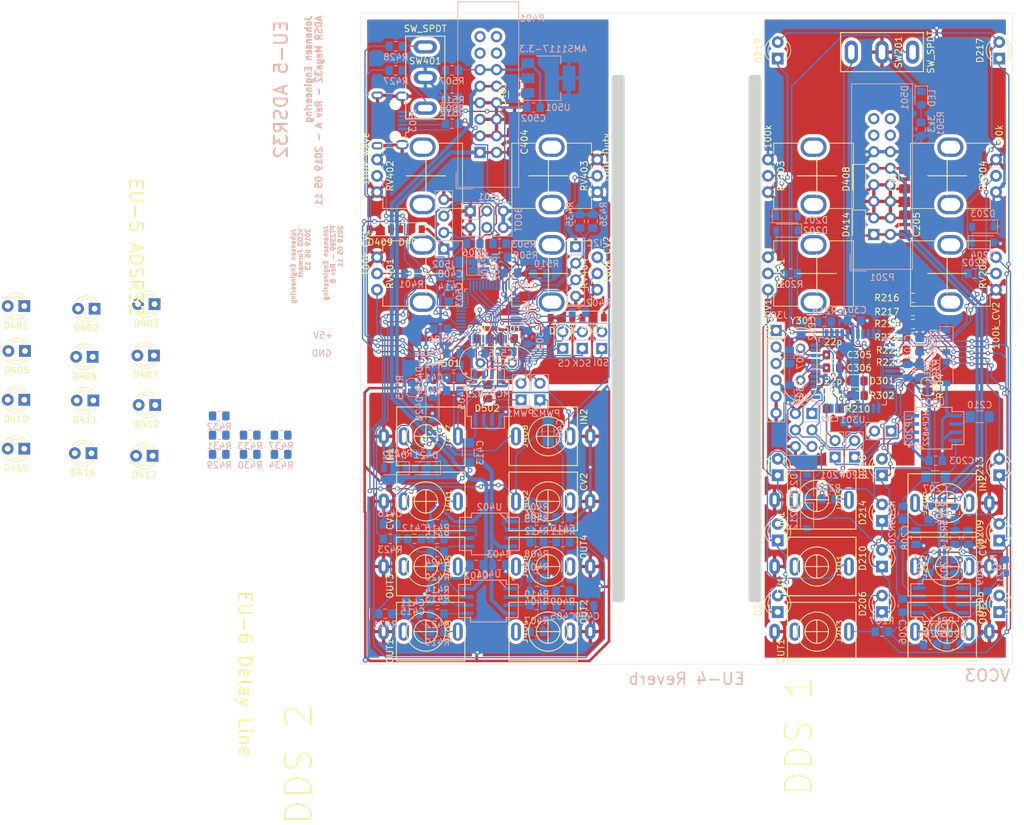
<source format=kicad_pcb>
(kicad_pcb (version 20171130) (host pcbnew "(5.1.0)-1")
  (layers (0 F.Cu signal) (31 B.Cu signal) (34 B.Paste user hide) (35 F.Paste user hide) (36 B.SilkS user) (37 F.SilkS user) (38 B.Mask user hide) (39 F.Mask user hide) (44 Edge.Cuts user))
  (net 0 "")
  (net 1 +5V)
  (net 2 GND)
  (net 3 +5VA)
  (net 4 GNDA)
  (net 5 +12V)
  (net 6 -12V)
  (net 7 "Net-(C210-Pad1)")
  (net 8 "Net-(C306-Pad1)")
  (net 9 0_LED)
  (net 10 "Net-(J401-PadT)")
  (net 11 "Net-(R405-Pad2)")
  (net 12 "Net-(R413-Pad2)")
  (net 13 "Net-(C411-Pad2)")
  (net 14 "Net-(C206-Pad2)")
  (net 15 "Net-(C207-Pad1)")
  (net 16 DACA)
  (net 17 "Net-(C209-Pad2)")
  (net 18 DACB)
  (net 19 PWM12)
  (net 20 "Net-(C305-Pad1)")
  (net 21 32_reset)
  (net 22 "Net-(C307-Pad2)")
  (net 23 "Net-(C406-Pad1)")
  (net 24 "Net-(C406-Pad2)")
  (net 25 "Net-(C407-Pad1)")
  (net 26 "Net-(C408-Pad1)")
  (net 27 PWM_PA8)
  (net 28 "Net-(C412-Pad2)")
  (net 29 "Net-(C412-Pad1)")
  (net 30 "Net-(C413-Pad1)")
  (net 31 "Net-(C414-Pad1)")
  (net 32 PWM_PA9)
  (net 33 "Net-(C501-Pad1)")
  (net 34 +3V3)
  (net 35 +3.3VA)
  (net 36 "Net-(C507-Pad1)")
  (net 37 "Net-(D301-Pad2)")
  (net 38 STM32_CV1)
  (net 39 STM32_CV2)
  (net 40 STM32_IN1)
  (net 41 STM32_IN2)
  (net 42 "Net-(D501-Pad2)")
  (net 43 "Net-(J201-PadT)")
  (net 44 "Net-(J201-PadTN)")
  (net 45 OUT1)
  (net 46 OUT2)
  (net 47 "Net-(J205-PadTN)")
  (net 48 "Net-(J205-PadT)")
  (net 49 32_6_MISO)
  (net 50 32_7_SCK)
  (net 51 32_5_MOSI)
  (net 52 32_9_Tx)
  (net 53 32_8_Rx)
  (net 54 "Net-(J401-PadTN)")
  (net 55 STM32_OUT1)
  (net 56 STM32_OUT2)
  (net 57 STM32_OUT3)
  (net 58 STM32_OUT4)
  (net 59 "Net-(J407-PadTN)")
  (net 60 "Net-(J407-PadT)")
  (net 61 boot_0)
  (net 62 "Net-(J501-Pad3)")
  (net 63 /KicadJE_STM32F0/STM32F103C8/STM32_SWDIO_PA13)
  (net 64 /KicadJE_STM32F0/STM32F103C8/STM32_SWCLK_PA14)
  (net 65 "Net-(J503-Pad1)")
  (net 66 "Net-(J503-Pad2)")
  (net 67 "Net-(J503-Pad3)")
  (net 68 32_4_SS_PWM)
  (net 69 /KicadJE_STM32F0/STM32F103C8/STM32_PB12)
  (net 70 /KicadJE_STM32F0/STM32F103C8/STM32_PB13)
  (net 71 /KicadJE_STM32F0/STM32F103C8/STM32_PB15)
  (net 72 "Net-(JP403-Pad1)")
  (net 73 "Net-(R201-Pad1)")
  (net 74 CV1)
  (net 75 "Net-(R202-Pad1)")
  (net 76 CV2)
  (net 77 IN1)
  (net 78 IN2)
  (net 79 /KicadJE_ATMega32A_DAC/ATMega32A.sch/18)
  (net 80 /KicadJE_ATMega32A_DAC/ATMega32A.sch/19)
  (net 81 32_12_PWM)
  (net 82 /KicadJE_ATMega32A_DAC/ATMega32A.sch/20)
  (net 83 /KicadJE_ATMega32A_DAC/ATMega32A.sch/21)
  (net 84 /KicadJE_ATMega32A_DAC/ATMega32A.sch/22)
  (net 85 /KicadJE_ATMega32A_DAC/ATMega32A.sch/23)
  (net 86 "Net-(R401-Pad1)")
  (net 87 "Net-(R402-Pad1)")
  (net 88 "Net-(R403-Pad2)")
  (net 89 "Net-(R410-Pad2)")
  (net 90 "Net-(R412-Pad2)")
  (net 91 "Net-(R415-Pad2)")
  (net 92 "Net-(R422-Pad2)")
  (net 93 "Net-(R424-Pad2)")
  (net 94 /KicadJE_STM32F0/STM32F103C8/STM32_PC14)
  (net 95 "Net-(R427-Pad2)")
  (net 96 "Net-(R428-Pad2)")
  (net 97 /KicadJE_STM32F0/STM32F103C8/STM32_PC15)
  (net 98 /KicadJE_STM32F0/STM32F103C8/STM32_Boot0)
  (net 99 /KicadJE_STM32F0/STM32F103C8/STM32_boot1_PB2)
  (net 100 /KicadJE_STM32F0/STM32F103C8/STM32_LED_PC13)
  (net 101 /KicadJE_STM32F0/STM32F103C8/STM32_USB_P_PA12)
  (net 102 /KicadJE_STM32F0/STM32F103C8/STM32_USB_N_PA11)
  (net 103 Wave)
  (net 104 Duty)
  (net 105 STM32_Wave)
  (net 106 STM32_Duty)
  (net 107 32_1)
  (net 108 32_2_INT2)
  (net 109 /KicadJE_STM32F0/STM32F103C8/STM32_PWM_PA9)
  (net 110 /KicadJE_STM32F0/STM32F103C8/STM32_PWM_PA10)
  (net 111 PB4_C0)
  (net 112 PB0_R0)
  (net 113 PB5_C1)
  (net 114 PB1_R1)
  (net 115 PB2_R2)
  (net 116 PB3_R3)
  (net 117 PB6_SCL1)
  (net 118 PB7_SDA1)
  (net 119 "Net-(JP404-Pad1)")
  (net 120 "Net-(JP405-Pad1)")
  (net 121 STM_DACA)
  (net 122 STM_DACB)
  (net 123 "Net-(D502-Pad2)")
  (net 124 "Net-(C405-Pad1)")
  (net 125 "Net-(C405-Pad2)")
  (net 126 "Net-(C411-Pad1)")
  (net 127 /KicadJE_ATMega32A_DAC/1_out)
  (net 128 /KicadJE_ATMega32A_DAC/2_out)
  (net 129 /KicadJE_ATMega32A_DAC/1_inv)
  (net 130 /KicadJE_ATMega32A_DAC/1_noninv)
  (net 131 /KicadJE_ATMega32A_DAC/2_inv)
  (net 132 /KicadJE_ATMega32A_DAC/2_noninv)
  (net 133 /KicadJE_ATMega32A_DAC/SS)
  (net 134 /KicadJE_ATMega32A_DAC/SDI)
  (net 135 /KicadJE_ATMega32A_DAC/SCK)
  (net 136 R0_18)
  (net 137 C0_22)
  (net 138 C1_23)
  (net 139 C2_0)
  (net 140 R1_19)
  (net 141 R2_20)
  (net 142 R3_21)
  (net 143 /KicadJE_STM32F0/STM32F103C8/STM32_SCL1_PWM_PB8)
  (net 144 /KicadJE_STM32F0/STM32F103C8/STM32_SDA1_PWM_PB9)
  (net 145 PA15_C2)
  (module Capacitor_SMD:C_0805_2012Metric_Pad1.15x1.40mm_HandSolder (layer B.Cu) (at 134 105 90)
    (fp_text reference C304 (at 3.75 0 90) (layer B.SilkS) (effects (justify mirror)))
    (fp_text value 100n)
    (pad 2 smd roundrect (at 1.025 0 90) (size 1.15 1.4) (layers B.Cu B.Paste B.Mask) (roundrect_rratio 0.217391) (net 3 +5VA))
    (pad 1 smd roundrect (at -1.025 0 90) (size 1.15 1.4) (layers B.Cu B.Paste B.Mask) (roundrect_rratio 0.217391) (net 4 GNDA))
  )
  (module Capacitor_SMD:C_1206_3216Metric_Pad1.42x1.75mm_HandSolder (layer F.Cu) (at 133.5 75.5 90)
    (fp_text reference C201 (at 0 -1.82 90) (layer F.SilkS))
    (fp_text value 1u)
    (pad 2 smd roundrect (at 1.4875 0 90) (size 1.425 1.75) (layers F.Cu F.Paste F.Mask) (roundrect_rratio 0.175439) (net 5 +12V))
    (pad 1 smd roundrect (at -1.4875 0 90) (size 1.425 1.75) (layers F.Cu F.Paste F.Mask) (roundrect_rratio 0.175439) (net 2 GND))
  )
  (module Capacitor_SMD:C_0805_2012Metric_Pad1.15x1.40mm_HandSolder (layer B.Cu) (at 141.2 135 270)
    (fp_text reference C202 (at 0 1.65 270) (layer B.SilkS) (effects (justify mirror)))
    (fp_text value 100n)
    (pad 2 smd roundrect (at 1.025 0 270) (size 1.15 1.4) (layers B.Cu B.Paste B.Mask) (roundrect_rratio 0.217391) (net 5 +12V))
    (pad 1 smd roundrect (at -1.025 0 270) (size 1.15 1.4) (layers B.Cu B.Paste B.Mask) (roundrect_rratio 0.217391) (net 4 GNDA))
  )
  (module Capacitor_SMD:C_0805_2012Metric_Pad1.15x1.40mm_HandSolder (layer B.Cu) (at 138.25 118.75 180)
    (fp_text reference C203 (at -4 0 180) (layer B.SilkS) (effects (justify mirror)))
    (fp_text value 100n)
    (pad 2 smd roundrect (at 1.025 0 180) (size 1.15 1.4) (layers B.Cu B.Paste B.Mask) (roundrect_rratio 0.217391) (net 3 +5VA))
    (pad 1 smd roundrect (at -1.025 0 180) (size 1.15 1.4) (layers B.Cu B.Paste B.Mask) (roundrect_rratio 0.217391) (net 4 GNDA))
  )
  (module Capacitor_SMD:C_0805_2012Metric_Pad1.15x1.40mm_HandSolder (layer B.Cu) (at 137.2 135 270)
    (fp_text reference C204 (at 0 1.65 270) (layer B.SilkS) (effects (justify mirror)))
    (fp_text value 100n)
    (pad 1 smd roundrect (at -1.025 0 270) (size 1.15 1.4) (layers B.Cu B.Paste B.Mask) (roundrect_rratio 0.217391) (net 4 GNDA))
    (pad 2 smd roundrect (at 1.025 0 270) (size 1.15 1.4) (layers B.Cu B.Paste B.Mask) (roundrect_rratio 0.217391) (net 6 -12V))
  )
  (module Capacitor_SMD:C_1206_3216Metric_Pad1.42x1.75mm_HandSolder (layer F.Cu) (at 133.5 82.5 270)
    (fp_text reference C205 (at 0 -1.82 270) (layer F.SilkS))
    (fp_text value 1u)
    (pad 1 smd roundrect (at -1.4875 0 270) (size 1.425 1.75) (layers F.Cu F.Paste F.Mask) (roundrect_rratio 0.175439) (net 2 GND))
    (pad 2 smd roundrect (at 1.4875 0 270) (size 1.425 1.75) (layers F.Cu F.Paste F.Mask) (roundrect_rratio 0.175439) (net 6 -12V))
  )
  (module Capacitor_SMD:C_0805_2012Metric_Pad1.15x1.40mm_HandSolder (layer B.Cu) (at 133.2 141 90)
    (fp_text reference C206 (at -4 0 90) (layer B.SilkS) (effects (justify mirror)))
    (fp_text value 100n)
    (pad 1 smd roundrect (at -1.025 0 90) (size 1.15 1.4) (layers B.Cu B.Paste B.Mask) (roundrect_rratio 0.217391) (net 127 /KicadJE_ATMega32A_DAC/1_out))
    (pad 2 smd roundrect (at 1.025 0 90) (size 1.15 1.4) (layers B.Cu B.Paste B.Mask) (roundrect_rratio 0.217391) (net 14 "Net-(C206-Pad2)"))
  )
  (module Capacitor_SMD:C_1206_3216Metric_Pad1.42x1.75mm_HandSolder (layer B.Cu) (at 138.2 121.2)
    (fp_text reference C207 (at 0 1.82) (layer B.SilkS) (effects (justify mirror)))
    (fp_text value 1u)
    (pad 1 smd roundrect (at -1.4875 0) (size 1.425 1.75) (layers B.Cu B.Paste B.Mask) (roundrect_rratio 0.175439) (net 15 "Net-(C207-Pad1)"))
    (pad 2 smd roundrect (at 1.4875 0) (size 1.425 1.75) (layers B.Cu B.Paste B.Mask) (roundrect_rratio 0.175439) (net 16 DACA))
  )
  (module Capacitor_SMD:C_0805_2012Metric_Pad1.15x1.40mm_HandSolder (layer B.Cu) (at 135.2 130.575 270)
    (fp_text reference C208 (at 0 1.65 270) (layer B.SilkS) (effects (justify mirror)))
    (fp_text value 100n)
    (pad 2 smd roundrect (at 1.025 0 270) (size 1.15 1.4) (layers B.Cu B.Paste B.Mask) (roundrect_rratio 0.217391) (net 4 GNDA))
    (pad 1 smd roundrect (at -1.025 0 270) (size 1.15 1.4) (layers B.Cu B.Paste B.Mask) (roundrect_rratio 0.217391) (net 14 "Net-(C206-Pad2)"))
  )
  (module Capacitor_SMD:C_0805_2012Metric_Pad1.15x1.40mm_HandSolder (layer B.Cu) (at 144.4 139.775 90)
    (fp_text reference C209 (at 3.775 0.6 90) (layer B.SilkS) (effects (justify mirror)))
    (fp_text value 100n)
    (pad 1 smd roundrect (at -1.025 0 90) (size 1.15 1.4) (layers B.Cu B.Paste B.Mask) (roundrect_rratio 0.217391) (net 128 /KicadJE_ATMega32A_DAC/2_out))
    (pad 2 smd roundrect (at 1.025 0 90) (size 1.15 1.4) (layers B.Cu B.Paste B.Mask) (roundrect_rratio 0.217391) (net 17 "Net-(C209-Pad2)"))
  )
  (module Capacitor_SMD:C_1206_3216Metric_Pad1.42x1.75mm_HandSolder (layer B.Cu) (at 145 112 180)
    (fp_text reference C210 (at 0 1.82 180) (layer B.SilkS) (effects (justify mirror)))
    (fp_text value 1u)
    (pad 2 smd roundrect (at 1.4875 0 180) (size 1.425 1.75) (layers B.Cu B.Paste B.Mask) (roundrect_rratio 0.175439) (net 18 DACB))
    (pad 1 smd roundrect (at -1.4875 0 180) (size 1.425 1.75) (layers B.Cu B.Paste B.Mask) (roundrect_rratio 0.175439) (net 7 "Net-(C210-Pad1)"))
  )
  (module Capacitor_SMD:C_0805_2012Metric_Pad1.15x1.40mm_HandSolder (layer B.Cu) (at 143.2 130.575 270)
    (fp_text reference C211 (at 0 -1.8 270) (layer B.SilkS) (effects (justify mirror)))
    (fp_text value 100n)
    (pad 2 smd roundrect (at 1.025 0 270) (size 1.15 1.4) (layers B.Cu B.Paste B.Mask) (roundrect_rratio 0.217391) (net 4 GNDA))
    (pad 1 smd roundrect (at -1.025 0 270) (size 1.15 1.4) (layers B.Cu B.Paste B.Mask) (roundrect_rratio 0.217391) (net 17 "Net-(C209-Pad2)"))
  )
  (module Capacitor_SMD:C_0805_2012Metric_Pad1.15x1.40mm_HandSolder (layer B.Cu) (at 117.6 98.4 90)
    (fp_text reference C212 (at 0 1.65 90) (layer B.SilkS) (effects (justify mirror)))
    (fp_text value 100n)
    (pad 2 smd roundrect (at 1.025 0 90) (size 1.15 1.4) (layers B.Cu B.Paste B.Mask) (roundrect_rratio 0.217391) (net 19 PWM12))
    (pad 1 smd roundrect (at -1.025 0 90) (size 1.15 1.4) (layers B.Cu B.Paste B.Mask) (roundrect_rratio 0.217391) (net 2 GND))
  )
  (module Capacitor_SMD:C_0805_2012Metric_Pad1.15x1.40mm_HandSolder (layer F.Cu) (at 122.5 106.5 180)
    (fp_text reference C301 (at 0 -1.65 180) (layer F.SilkS))
    (fp_text value 100n)
    (pad 1 smd roundrect (at -1.025 0 180) (size 1.15 1.4) (layers F.Cu F.Paste F.Mask) (roundrect_rratio 0.217391) (net 2 GND))
    (pad 2 smd roundrect (at 1.025 0 180) (size 1.15 1.4) (layers F.Cu F.Paste F.Mask) (roundrect_rratio 0.217391) (net 1 +5V))
  )
  (module Capacitor_SMD:C_0805_2012Metric_Pad1.15x1.40mm_HandSolder (layer B.Cu) (at 125.225 112.8)
    (fp_text reference C302 (at -3.225 -0.4) (layer B.SilkS) (effects (font (size 0.7 0.7)) (justify mirror)))
    (fp_text value 100n)
    (pad 2 smd roundrect (at 1.025 0) (size 1.15 1.4) (layers B.Cu B.Paste B.Mask) (roundrect_rratio 0.217391) (net 1 +5V))
    (pad 1 smd roundrect (at -1.025 0) (size 1.15 1.4) (layers B.Cu B.Paste B.Mask) (roundrect_rratio 0.217391) (net 2 GND))
  )
  (module Capacitor_SMD:C_0805_2012Metric_Pad1.15x1.40mm_HandSolder (layer B.Cu) (at 125.725 97.25 180)
    (fp_text reference C303 (at 0 1.65 180) (layer B.SilkS) (effects (justify mirror)))
    (fp_text value 100n)
    (pad 1 smd roundrect (at -1.025 0 180) (size 1.15 1.4) (layers B.Cu B.Paste B.Mask) (roundrect_rratio 0.217391) (net 2 GND))
    (pad 2 smd roundrect (at 1.025 0 180) (size 1.15 1.4) (layers B.Cu B.Paste B.Mask) (roundrect_rratio 0.217391) (net 1 +5V))
  )
  (module Capacitor_SMD:C_0805_2012Metric_Pad1.15x1.40mm_HandSolder (layer F.Cu) (at 122.5 102.5)
    (fp_text reference C305 (at 4 0) (layer F.SilkS))
    (fp_text value 22p (at 0 -2) (layer F.SilkS))
    (pad 1 smd roundrect (at -1.025 0) (size 1.15 1.4) (layers F.Cu F.Paste F.Mask) (roundrect_rratio 0.217391) (net 20 "Net-(C305-Pad1)"))
    (pad 2 smd roundrect (at 1.025 0) (size 1.15 1.4) (layers F.Cu F.Paste F.Mask) (roundrect_rratio 0.217391) (net 2 GND))
  )
  (module Capacitor_SMD:C_0805_2012Metric_Pad1.15x1.40mm_HandSolder (layer F.Cu) (at 122.5 104.5)
    (fp_text reference C306 (at 4 0) (layer F.SilkS))
    (fp_text value 22p (at 0 2) (layer F.SilkS))
    (pad 2 smd roundrect (at 1.025 0) (size 1.15 1.4) (layers F.Cu F.Paste F.Mask) (roundrect_rratio 0.217391) (net 2 GND))
    (pad 1 smd roundrect (at -1.025 0) (size 1.15 1.4) (layers F.Cu F.Paste F.Mask) (roundrect_rratio 0.217391) (net 8 "Net-(C306-Pad1)"))
  )
  (module Capacitor_SMD:C_0805_2012Metric_Pad1.15x1.40mm_HandSolder (layer B.Cu) (at 115.8 102.8 90)
    (fp_text reference C307 (at 0 1.65 90) (layer B.SilkS) (effects (justify mirror)))
    (fp_text value 100n)
    (pad 1 smd roundrect (at -1.025 0 90) (size 1.15 1.4) (layers B.Cu B.Paste B.Mask) (roundrect_rratio 0.217391) (net 21 32_reset))
    (pad 2 smd roundrect (at 1.025 0 90) (size 1.15 1.4) (layers B.Cu B.Paste B.Mask) (roundrect_rratio 0.217391) (net 22 "Net-(C307-Pad2)"))
  )
  (module Capacitor_SMD:C_1206_3216Metric_Pad1.42x1.75mm_HandSolder (layer F.Cu) (at 73.6 62.5 90)
    (fp_text reference C401 (at 0 -1.82 90) (layer F.SilkS))
    (fp_text value 1u)
    (pad 2 smd roundrect (at 1.4875 0 90) (size 1.425 1.75) (layers F.Cu F.Paste F.Mask) (roundrect_rratio 0.175439) (net 5 +12V))
    (pad 1 smd roundrect (at -1.4875 0 90) (size 1.425 1.75) (layers F.Cu F.Paste F.Mask) (roundrect_rratio 0.175439) (net 2 GND))
  )
  (module Capacitor_SMD:C_0805_2012Metric_Pad1.15x1.40mm_HandSolder (layer B.Cu) (at 67.75 134.75)
    (fp_text reference C402 (at 0 1.65) (layer B.SilkS) (effects (justify mirror)))
    (fp_text value 100n)
    (pad 1 smd roundrect (at -1.025 0) (size 1.15 1.4) (layers B.Cu B.Paste B.Mask) (roundrect_rratio 0.217391) (net 4 GNDA))
    (pad 2 smd roundrect (at 1.025 0) (size 1.15 1.4) (layers B.Cu B.Paste B.Mask) (roundrect_rratio 0.217391) (net 5 +12V))
  )
  (module Capacitor_SMD:C_0805_2012Metric_Pad1.15x1.40mm_HandSolder (layer B.Cu) (at 64.225 106 180)
    (fp_text reference C417 (at 3.475 0 180) (layer B.SilkS) (effects (justify mirror)))
    (fp_text value 100n)
    (pad 1 smd roundrect (at -1.025 0 180) (size 1.15 1.4) (layers B.Cu B.Paste B.Mask) (roundrect_rratio 0.217391) (net 35 +3.3VA))
    (pad 2 smd roundrect (at 1.025 0 180) (size 1.15 1.4) (layers B.Cu B.Paste B.Mask) (roundrect_rratio 0.217391) (net 2 GND))
  )
  (module Capacitor_SMD:C_0805_2012Metric_Pad1.15x1.40mm_HandSolder (layer B.Cu) (at 71.25 134.75 180)
    (fp_text reference C403 (at 0 1.65 180) (layer B.SilkS) (effects (justify mirror)))
    (fp_text value 100n)
    (pad 2 smd roundrect (at 1.025 0 180) (size 1.15 1.4) (layers B.Cu B.Paste B.Mask) (roundrect_rratio 0.217391) (net 6 -12V))
    (pad 1 smd roundrect (at -1.025 0 180) (size 1.15 1.4) (layers B.Cu B.Paste B.Mask) (roundrect_rratio 0.217391) (net 4 GNDA))
  )
  (module Capacitor_SMD:C_1206_3216Metric_Pad1.42x1.75mm_HandSolder (layer F.Cu) (at 73.3 69.8 270)
    (fp_text reference C404 (at 0 -1.82 270) (layer F.SilkS))
    (fp_text value 1u)
    (pad 1 smd roundrect (at -1.4875 0 270) (size 1.425 1.75) (layers F.Cu F.Paste F.Mask) (roundrect_rratio 0.175439) (net 2 GND))
    (pad 2 smd roundrect (at 1.4875 0 270) (size 1.425 1.75) (layers F.Cu F.Paste F.Mask) (roundrect_rratio 0.175439) (net 6 -12V))
  )
  (module Capacitor_SMD:C_0805_2012Metric_Pad1.15x1.40mm_HandSolder (layer B.Cu) (at 81 141)
    (fp_text reference C405 (at 0 1.65) (layer B.SilkS) (effects (justify mirror)))
    (fp_text value 100n)
    (pad 1 smd roundrect (at -1.025 0) (size 1.15 1.4) (layers B.Cu B.Paste B.Mask) (roundrect_rratio 0.217391) (net 124 "Net-(C405-Pad1)"))
    (pad 2 smd roundrect (at 1.025 0) (size 1.15 1.4) (layers B.Cu B.Paste B.Mask) (roundrect_rratio 0.217391) (net 125 "Net-(C405-Pad2)"))
  )
  (module Capacitor_SMD:C_0805_2012Metric_Pad1.15x1.40mm_HandSolder (layer B.Cu) (at 77 125.5)
    (fp_text reference C406 (at 0 1.65) (layer B.SilkS) (effects (justify mirror)))
    (fp_text value 100n)
    (pad 2 smd roundrect (at 1.025 0) (size 1.15 1.4) (layers B.Cu B.Paste B.Mask) (roundrect_rratio 0.217391) (net 24 "Net-(C406-Pad2)"))
    (pad 1 smd roundrect (at -1.025 0) (size 1.15 1.4) (layers B.Cu B.Paste B.Mask) (roundrect_rratio 0.217391) (net 23 "Net-(C406-Pad1)"))
  )
  (module Capacitor_SMD:C_1206_3216Metric_Pad1.42x1.75mm_HandSolder (layer B.Cu) (at 78.75 114.25 90)
    (fp_text reference C407 (at 0 1.82 90) (layer B.SilkS) (effects (justify mirror)))
    (fp_text value 1u)
    (pad 1 smd roundrect (at -1.4875 0 90) (size 1.425 1.75) (layers B.Cu B.Paste B.Mask) (roundrect_rratio 0.175439) (net 25 "Net-(C407-Pad1)"))
    (pad 2 smd roundrect (at 1.4875 0 90) (size 1.425 1.75) (layers B.Cu B.Paste B.Mask) (roundrect_rratio 0.175439) (net 122 STM_DACB))
  )
  (module Capacitor_SMD:C_1206_3216Metric_Pad1.42x1.75mm_HandSolder (layer B.Cu) (at 63.75 88.25)
    (fp_text reference C408 (at 0 1.82) (layer B.SilkS) (effects (justify mirror)))
    (fp_text value 1u)
    (pad 1 smd roundrect (at -1.4875 0) (size 1.425 1.75) (layers B.Cu B.Paste B.Mask) (roundrect_rratio 0.175439) (net 26 "Net-(C408-Pad1)"))
    (pad 2 smd roundrect (at 1.4875 0) (size 1.425 1.75) (layers B.Cu B.Paste B.Mask) (roundrect_rratio 0.175439) (net 32 PWM_PA9))
  )
  (module Capacitor_SMD:C_0805_2012Metric_Pad1.15x1.40mm_HandSolder (layer B.Cu) (at 84.75 141)
    (fp_text reference C409 (at 0 1.65) (layer B.SilkS) (effects (justify mirror)))
    (fp_text value 100n)
    (pad 2 smd roundrect (at 1.025 0) (size 1.15 1.4) (layers B.Cu B.Paste B.Mask) (roundrect_rratio 0.217391) (net 4 GNDA))
    (pad 1 smd roundrect (at -1.025 0) (size 1.15 1.4) (layers B.Cu B.Paste B.Mask) (roundrect_rratio 0.217391) (net 125 "Net-(C405-Pad2)"))
  )
  (module Capacitor_SMD:C_0805_2012Metric_Pad1.15x1.40mm_HandSolder (layer B.Cu) (at 81 127.5)
    (fp_text reference C410 (at 0 1.65) (layer B.SilkS) (effects (justify mirror)))
    (fp_text value 100n)
    (pad 1 smd roundrect (at -1.025 0) (size 1.15 1.4) (layers B.Cu B.Paste B.Mask) (roundrect_rratio 0.217391) (net 24 "Net-(C406-Pad2)"))
    (pad 2 smd roundrect (at 1.025 0) (size 1.15 1.4) (layers B.Cu B.Paste B.Mask) (roundrect_rratio 0.217391) (net 4 GNDA))
  )
  (module Capacitor_SMD:C_0805_2012Metric_Pad1.15x1.40mm_HandSolder (layer B.Cu) (at 57.95 142.25 180)
    (fp_text reference C411 (at 0 1.65 180) (layer B.SilkS) (effects (justify mirror)))
    (fp_text value 100n)
    (pad 2 smd roundrect (at 1.025 0 180) (size 1.15 1.4) (layers B.Cu B.Paste B.Mask) (roundrect_rratio 0.217391) (net 13 "Net-(C411-Pad2)"))
    (pad 1 smd roundrect (at -1.025 0 180) (size 1.15 1.4) (layers B.Cu B.Paste B.Mask) (roundrect_rratio 0.217391) (net 126 "Net-(C411-Pad1)"))
  )
  (module Capacitor_SMD:C_0805_2012Metric_Pad1.15x1.40mm_HandSolder (layer B.Cu) (at 58.25 130.75 180)
    (fp_text reference C412 (at 0 1.65 180) (layer B.SilkS) (effects (justify mirror)))
    (fp_text value 100n)
    (pad 1 smd roundrect (at -1.025 0 180) (size 1.15 1.4) (layers B.Cu B.Paste B.Mask) (roundrect_rratio 0.217391) (net 29 "Net-(C412-Pad1)"))
    (pad 2 smd roundrect (at 1.025 0 180) (size 1.15 1.4) (layers B.Cu B.Paste B.Mask) (roundrect_rratio 0.217391) (net 28 "Net-(C412-Pad2)"))
  )
  (module Capacitor_SMD:C_1206_3216Metric_Pad1.42x1.75mm_HandSolder (layer B.Cu) (at 66.5 117.5125 90)
    (fp_text reference C413 (at 0 1.82 90) (layer B.SilkS) (effects (justify mirror)))
    (fp_text value 1u)
    (pad 2 smd roundrect (at 1.4875 0 90) (size 1.425 1.75) (layers B.Cu B.Paste B.Mask) (roundrect_rratio 0.175439) (net 121 STM_DACA))
    (pad 1 smd roundrect (at -1.4875 0 90) (size 1.425 1.75) (layers B.Cu B.Paste B.Mask) (roundrect_rratio 0.175439) (net 30 "Net-(C413-Pad1)"))
  )
  (module Capacitor_SMD:C_1206_3216Metric_Pad1.42x1.75mm_HandSolder (layer B.Cu) (at 63.75 90.25)
    (fp_text reference C414 (at 0 1.82) (layer B.SilkS) (effects (justify mirror)))
    (fp_text value 1u)
    (pad 2 smd roundrect (at 1.4875 0) (size 1.425 1.75) (layers B.Cu B.Paste B.Mask) (roundrect_rratio 0.175439) (net 27 PWM_PA8))
    (pad 1 smd roundrect (at -1.4875 0) (size 1.425 1.75) (layers B.Cu B.Paste B.Mask) (roundrect_rratio 0.175439) (net 31 "Net-(C414-Pad1)"))
  )
  (module Capacitor_SMD:C_0805_2012Metric_Pad1.15x1.40mm_HandSolder (layer B.Cu) (at 57.95 140.25)
    (fp_text reference C415 (at 0 1.65) (layer B.SilkS) (effects (justify mirror)))
    (fp_text value 100n)
    (pad 1 smd roundrect (at -1.025 0) (size 1.15 1.4) (layers B.Cu B.Paste B.Mask) (roundrect_rratio 0.217391) (net 13 "Net-(C411-Pad2)"))
    (pad 2 smd roundrect (at 1.025 0) (size 1.15 1.4) (layers B.Cu B.Paste B.Mask) (roundrect_rratio 0.217391) (net 4 GNDA))
  )
  (module Capacitor_SMD:C_0805_2012Metric_Pad1.15x1.40mm_HandSolder (layer B.Cu) (at 54.5 128.5 180)
    (fp_text reference C416 (at 0 1.65 180) (layer B.SilkS) (effects (justify mirror)))
    (fp_text value 100n)
    (pad 2 smd roundrect (at 1.025 0 180) (size 1.15 1.4) (layers B.Cu B.Paste B.Mask) (roundrect_rratio 0.217391) (net 4 GNDA))
    (pad 1 smd roundrect (at -1.025 0 180) (size 1.15 1.4) (layers B.Cu B.Paste B.Mask) (roundrect_rratio 0.217391) (net 28 "Net-(C412-Pad2)"))
  )
  (module Capacitor_SMD:C_0805_2012Metric_Pad1.15x1.40mm_HandSolder (layer F.Cu) (at 72.525 100 180)
    (fp_text reference C501 (at -0.25 1.5 180) (layer F.SilkS))
    (fp_text value 20p)
    (pad 2 smd roundrect (at 1.025 0 180) (size 1.15 1.4) (layers F.Cu F.Paste F.Mask) (roundrect_rratio 0.217391) (net 2 GND))
    (pad 1 smd roundrect (at -1.025 0 180) (size 1.15 1.4) (layers F.Cu F.Paste F.Mask) (roundrect_rratio 0.217391) (net 33 "Net-(C501-Pad1)"))
  )
  (module Capacitor_SMD:C_0805_2012Metric_Pad1.15x1.40mm_HandSolder (layer B.Cu) (at 76.5 64.5)
    (fp_text reference C502 (at 0 1.65) (layer B.SilkS) (effects (justify mirror)))
    (fp_text value 470n)
    (pad 1 smd roundrect (at -1.025 0) (size 1.15 1.4) (layers B.Cu B.Paste B.Mask) (roundrect_rratio 0.217391) (net 2 GND))
    (pad 2 smd roundrect (at 1.025 0) (size 1.15 1.4) (layers B.Cu B.Paste B.Mask) (roundrect_rratio 0.217391) (net 1 +5V))
  )
  (module Capacitor_SMD:C_0805_2012Metric_Pad1.15x1.40mm_HandSolder (layer B.Cu) (at 63.5 93.225 90)
    (fp_text reference C503 (at 0 1.65 90) (layer B.SilkS) (effects (justify mirror)))
    (fp_text value 100n)
    (pad 1 smd roundrect (at -1.025 0 90) (size 1.15 1.4) (layers B.Cu B.Paste B.Mask) (roundrect_rratio 0.217391) (net 2 GND))
    (pad 2 smd roundrect (at 1.025 0 90) (size 1.15 1.4) (layers B.Cu B.Paste B.Mask) (roundrect_rratio 0.217391) (net 34 +3V3))
  )
  (module Capacitor_SMD:C_0805_2012Metric_Pad1.15x1.40mm_HandSolder (layer B.Cu) (at 73.025 89.9)
    (fp_text reference C504 (at 1.875 1.9) (layer B.SilkS) (effects (justify mirror)))
    (fp_text value 100n)
    (pad 2 smd roundrect (at 1.025 0) (size 1.15 1.4) (layers B.Cu B.Paste B.Mask) (roundrect_rratio 0.217391) (net 34 +3V3))
    (pad 1 smd roundrect (at -1.025 0) (size 1.15 1.4) (layers B.Cu B.Paste B.Mask) (roundrect_rratio 0.217391) (net 2 GND))
  )
  (module Capacitor_SMD:C_0805_2012Metric_Pad1.15x1.40mm_HandSolder (layer B.Cu) (at 75.6 99.8 270)
    (fp_text reference C505 (at 0 -1.9 270) (layer B.SilkS) (effects (justify mirror)))
    (fp_text value 100n)
    (pad 1 smd roundrect (at -1.025 0 270) (size 1.15 1.4) (layers B.Cu B.Paste B.Mask) (roundrect_rratio 0.217391) (net 2 GND))
    (pad 2 smd roundrect (at 1.025 0 270) (size 1.15 1.4) (layers B.Cu B.Paste B.Mask) (roundrect_rratio 0.217391) (net 34 +3V3))
  )
  (module Capacitor_SMD:C_0805_2012Metric_Pad1.15x1.40mm_HandSolder (layer B.Cu) (at 68 102.25 180)
    (fp_text reference C506 (at -3.5 0 180) (layer B.SilkS) (effects (justify mirror)))
    (fp_text value 100n)
    (pad 1 smd roundrect (at -1.025 0 180) (size 1.15 1.4) (layers B.Cu B.Paste B.Mask) (roundrect_rratio 0.217391) (net 4 GNDA))
    (pad 2 smd roundrect (at 1.025 0 180) (size 1.15 1.4) (layers B.Cu B.Paste B.Mask) (roundrect_rratio 0.217391) (net 35 +3.3VA))
  )
  (module Capacitor_SMD:C_0805_2012Metric_Pad1.15x1.40mm_HandSolder (layer F.Cu) (at 68.75 100)
    (fp_text reference C507 (at -0.5 -1.5) (layer F.SilkS))
    (fp_text value 20p)
    (pad 2 smd roundrect (at 1.025 0) (size 1.15 1.4) (layers F.Cu F.Paste F.Mask) (roundrect_rratio 0.217391) (net 2 GND))
    (pad 1 smd roundrect (at -1.025 0) (size 1.15 1.4) (layers F.Cu F.Paste F.Mask) (roundrect_rratio 0.217391) (net 36 "Net-(C507-Pad1)"))
  )
  (module Diode_SMD:D_SOD-123 (layer B.Cu) (at 115.4 81.2)
    (fp_text reference D201 (at 4.4 0.6) (layer B.SilkS) (effects (justify mirror)))
    (fp_text value 1N1007)
    (pad 1 smd rect (at -1.65 0) (size 0.9 1.2) (layers B.Cu B.Paste B.Mask) (net 1 +5V))
    (pad 2 smd rect (at 1.65 0) (size 0.9 1.2) (layers B.Cu B.Paste B.Mask) (net 74 CV1))
  )
  (module Diode_SMD:D_SOD-123 (layer B.Cu) (at 115.4 83.4 180)
    (fp_text reference D202 (at -4.4 0 180) (layer B.SilkS) (effects (justify mirror)))
    (fp_text value 1N1007)
    (pad 2 smd rect (at 1.65 0 180) (size 0.9 1.2) (layers B.Cu B.Paste B.Mask) (net 2 GND))
    (pad 1 smd rect (at -1.65 0 180) (size 0.9 1.2) (layers B.Cu B.Paste B.Mask) (net 74 CV1))
  )
  (module Diode_SMD:D_SOD-123 (layer B.Cu) (at 145.5 82.8 180)
    (fp_text reference D203 (at 0 2 180) (layer B.SilkS) (effects (justify mirror)))
    (fp_text value 1N1007)
    (pad 2 smd rect (at 1.65 0 180) (size 0.9 1.2) (layers B.Cu B.Paste B.Mask) (net 76 CV2))
    (pad 1 smd rect (at -1.65 0 180) (size 0.9 1.2) (layers B.Cu B.Paste B.Mask) (net 1 +5V))
  )
  (module Diode_SMD:D_SOD-123 (layer B.Cu) (at 145.5 85.2)
    (fp_text reference D204 (at 0 2) (layer B.SilkS) (effects (justify mirror)))
    (fp_text value 1N1007)
    (pad 2 smd rect (at 1.65 0) (size 0.9 1.2) (layers B.Cu B.Paste B.Mask) (net 2 GND))
    (pad 1 smd rect (at -1.65 0) (size 0.9 1.2) (layers B.Cu B.Paste B.Mask) (net 76 CV2))
  )
  (module LED_THT:LED_D3.0mm (layer F.Cu) (at 148 142 90)
    (fp_text reference D205 (at 1.27 -2.96 90) (layer F.SilkS))
    (fp_text value LED)
    (pad 2 thru_hole circle (at 2.54 0 90) (size 1.8 1.8) (drill 0.9) (layers *.Cu *.Mask) (net 136 R0_18))
    (pad 1 thru_hole rect (at 0 0 90) (size 1.8 1.8) (drill 0.9) (layers *.Cu *.Mask) (net 137 C0_22))
  )
  (module LED_THT:LED_D3.0mm (layer F.Cu) (at 130 142 90)
    (fp_text reference D206 (at 1.27 -2.96 90) (layer F.SilkS))
    (fp_text value LED)
    (pad 2 thru_hole circle (at 2.54 0 90) (size 1.8 1.8) (drill 0.9) (layers *.Cu *.Mask) (net 136 R0_18))
    (pad 1 thru_hole rect (at 0 0 90) (size 1.8 1.8) (drill 0.9) (layers *.Cu *.Mask) (net 138 C1_23))
  )
  (module LED_THT:LED_D3.0mm (layer F.Cu) (at 114 142 90)
    (fp_text reference D207 (at 1.27 -2.96 90) (layer F.SilkS))
    (fp_text value LED)
    (pad 2 thru_hole circle (at 2.54 0 90) (size 1.8 1.8) (drill 0.9) (layers *.Cu *.Mask) (net 136 R0_18))
    (pad 1 thru_hole rect (at 0 0 90) (size 1.8 1.8) (drill 0.9) (layers *.Cu *.Mask) (net 139 C2_0))
  )
  (module Diode_SMD:D_SOD-123 (layer B.Cu) (at 118.5 122.6 270)
    (fp_text reference D208 (at 0 2 270) (layer B.SilkS) (effects (justify mirror)))
    (fp_text value 1N1007)
    (pad 1 smd rect (at -1.65 0 270) (size 0.9 1.2) (layers B.Cu B.Paste B.Mask) (net 1 +5V))
    (pad 2 smd rect (at 1.65 0 270) (size 0.9 1.2) (layers B.Cu B.Paste B.Mask) (net 77 IN1))
  )
  (module LED_THT:LED_D3.0mm (layer F.Cu) (at 148 131 90)
    (fp_text reference D209 (at 1.27 -2.96 90) (layer F.SilkS))
    (fp_text value LED)
    (pad 1 thru_hole rect (at 0 0 90) (size 1.8 1.8) (drill 0.9) (layers *.Cu *.Mask) (net 137 C0_22))
    (pad 2 thru_hole circle (at 2.54 0 90) (size 1.8 1.8) (drill 0.9) (layers *.Cu *.Mask) (net 140 R1_19))
  )
  (module LED_THT:LED_D3.0mm (layer F.Cu) (at 130 135 90)
    (fp_text reference D210 (at 1.27 -2.96 90) (layer F.SilkS))
    (fp_text value LED)
    (pad 1 thru_hole rect (at 0 0 90) (size 1.8 1.8) (drill 0.9) (layers *.Cu *.Mask) (net 138 C1_23))
    (pad 2 thru_hole circle (at 2.54 0 90) (size 1.8 1.8) (drill 0.9) (layers *.Cu *.Mask) (net 140 R1_19))
  )
  (module LED_THT:LED_D3.0mm (layer F.Cu) (at 114 131 90)
    (fp_text reference D211 (at 1.27 -2.96 90) (layer F.SilkS))
    (fp_text value LED)
    (pad 2 thru_hole circle (at 2.54 0 90) (size 1.8 1.8) (drill 0.9) (layers *.Cu *.Mask) (net 140 R1_19))
    (pad 1 thru_hole rect (at 0 0 90) (size 1.8 1.8) (drill 0.9) (layers *.Cu *.Mask) (net 139 C2_0))
  )
  (module Diode_SMD:D_SOD-123 (layer B.Cu) (at 118.5 127.485001 270)
    (fp_text reference D212 (at 0 2 270) (layer B.SilkS) (effects (justify mirror)))
    (fp_text value 1N1007)
    (pad 1 smd rect (at -1.65 0 270) (size 0.9 1.2) (layers B.Cu B.Paste B.Mask) (net 77 IN1))
    (pad 2 smd rect (at 1.65 0 270) (size 0.9 1.2) (layers B.Cu B.Paste B.Mask) (net 4 GNDA))
  )
  (module LED_THT:LED_D3.0mm (layer F.Cu) (at 148 121 90)
    (fp_text reference D213 (at 1 -3 90) (layer F.SilkS))
    (fp_text value LED)
    (pad 1 thru_hole rect (at 0 0 90) (size 1.8 1.8) (drill 0.9) (layers *.Cu *.Mask) (net 137 C0_22))
    (pad 2 thru_hole circle (at 2.54 0 90) (size 1.8 1.8) (drill 0.9) (layers *.Cu *.Mask) (net 141 R2_20))
  )
  (module LED_THT:LED_D3.0mm (layer F.Cu) (at 130 128 90)
    (fp_text reference D214 (at 1.27 -2.96 90) (layer F.SilkS))
    (fp_text value LED)
    (pad 2 thru_hole circle (at 2.54 0 90) (size 1.8 1.8) (drill 0.9) (layers *.Cu *.Mask) (net 141 R2_20))
    (pad 1 thru_hole rect (at 0 0 90) (size 1.8 1.8) (drill 0.9) (layers *.Cu *.Mask) (net 138 C1_23))
  )
  (module LED_THT:LED_D3.0mm (layer F.Cu) (at 114 121 90)
    (fp_text reference D215 (at 1.27 -2.96 90) (layer F.SilkS))
    (fp_text value LED)
    (pad 2 thru_hole circle (at 2.54 0 90) (size 1.8 1.8) (drill 0.9) (layers *.Cu *.Mask) (net 141 R2_20))
    (pad 1 thru_hole rect (at 0 0 90) (size 1.8 1.8) (drill 0.9) (layers *.Cu *.Mask) (net 139 C2_0))
  )
  (module Diode_SMD:D_SOD-123 (layer B.Cu) (at 139.9 100.4 270)
    (fp_text reference D216 (at 0 2 270) (layer B.SilkS) (effects (justify mirror)))
    (fp_text value 1N1007)
    (pad 2 smd rect (at 1.65 0 270) (size 0.9 1.2) (layers B.Cu B.Paste B.Mask) (net 78 IN2))
    (pad 1 smd rect (at -1.65 0 270) (size 0.9 1.2) (layers B.Cu B.Paste B.Mask) (net 1 +5V))
  )
  (module LED_THT:LED_D3.0mm (layer F.Cu) (at 148 57 90)
    (fp_text reference D217 (at 1.27 -2.96 90) (layer F.SilkS))
    (fp_text value LED)
    (pad 2 thru_hole circle (at 2.54 0 90) (size 1.8 1.8) (drill 0.9) (layers *.Cu *.Mask) (net 142 R3_21))
    (pad 1 thru_hole rect (at 0 0 90) (size 1.8 1.8) (drill 0.9) (layers *.Cu *.Mask) (net 137 C0_22))
  )
  (module LED_THT:LED_D3.0mm (layer F.Cu) (at 130 121 90)
    (fp_text reference D218 (at 1.27 -2.96 90) (layer F.SilkS))
    (fp_text value LED)
    (pad 1 thru_hole rect (at 0 0 90) (size 1.8 1.8) (drill 0.9) (layers *.Cu *.Mask) (net 138 C1_23))
    (pad 2 thru_hole circle (at 2.54 0 90) (size 1.8 1.8) (drill 0.9) (layers *.Cu *.Mask) (net 142 R3_21))
  )
  (module LED_THT:LED_D3.0mm (layer F.Cu) (at 114 57 90)
    (fp_text reference D219 (at 1.27 -2.96 90) (layer F.SilkS))
    (fp_text value LED)
    (pad 1 thru_hole rect (at 0 0 90) (size 1.8 1.8) (drill 0.9) (layers *.Cu *.Mask) (net 139 C2_0))
    (pad 2 thru_hole circle (at 2.54 0 90) (size 1.8 1.8) (drill 0.9) (layers *.Cu *.Mask) (net 142 R3_21))
  )
  (module Diode_SMD:D_SOD-123 (layer B.Cu) (at 139.9 105.2 270)
    (fp_text reference D220 (at 0 2 270) (layer B.SilkS) (effects (justify mirror)))
    (fp_text value 1N1007)
    (pad 1 smd rect (at -1.65 0 270) (size 0.9 1.2) (layers B.Cu B.Paste B.Mask) (net 78 IN2))
    (pad 2 smd rect (at 1.65 0 270) (size 0.9 1.2) (layers B.Cu B.Paste B.Mask) (net 4 GNDA))
  )
  (module LED_SMD:LED_0805_2012Metric_Pad1.15x1.40mm_HandSolder (layer F.Cu) (at 126.225 106.5)
    (fp_text reference D301 (at 3.775 0) (layer F.SilkS))
    (fp_text value LED)
    (pad 1 smd roundrect (at -1.025 0) (size 1.15 1.4) (layers F.Cu F.Paste F.Mask) (roundrect_rratio 0.217391) (net 2 GND))
    (pad 2 smd roundrect (at 1.025 0) (size 1.15 1.4) (layers F.Cu F.Paste F.Mask) (roundrect_rratio 0.217391) (net 37 "Net-(D301-Pad2)"))
  )
  (module LED_THT:LED_D3.0mm (layer F.Cu) (at -1.65 95 180)
    (fp_text reference D401 (at 1.27 -2.96 180) (layer F.SilkS))
    (fp_text value LED)
    (pad 1 thru_hole rect (at 0 0 180) (size 1.8 1.8) (drill 0.9) (layers *.Cu *.Mask) (net 111 PB4_C0))
    (pad 2 thru_hole circle (at 2.54 0 180) (size 1.8 1.8) (drill 0.9) (layers *.Cu *.Mask) (net 112 PB0_R0))
  )
  (module LED_THT:LED_D3.0mm (layer F.Cu) (at 9.15 95.4 180)
    (fp_text reference D402 (at 1.27 -2.96 180) (layer F.SilkS))
    (fp_text value LED)
    (pad 1 thru_hole rect (at 0 0 180) (size 1.8 1.8) (drill 0.9) (layers *.Cu *.Mask) (net 113 PB5_C1))
    (pad 2 thru_hole circle (at 2.54 0 180) (size 1.8 1.8) (drill 0.9) (layers *.Cu *.Mask) (net 112 PB0_R0))
  )
  (module LED_THT:LED_D3.0mm (layer F.Cu) (at 18.35 94.7 180)
    (fp_text reference D403 (at 1.27 -2.96 180) (layer F.SilkS))
    (fp_text value LED)
    (pad 1 thru_hole rect (at 0 0 180) (size 1.8 1.8) (drill 0.9) (layers *.Cu *.Mask) (net 145 PA15_C2))
    (pad 2 thru_hole circle (at 2.54 0 180) (size 1.8 1.8) (drill 0.9) (layers *.Cu *.Mask) (net 112 PB0_R0))
  )
  (module Diode_SMD:D_SOD-123 (layer F.Cu) (at 57.7 83.2 180)
    (fp_text reference D404 (at 0 -2 180) (layer F.SilkS))
    (fp_text value 1N1007)
    (pad 2 smd rect (at 1.65 0 180) (size 0.9 1.2) (layers F.Cu F.Paste F.Mask) (net 38 STM32_CV1))
    (pad 1 smd rect (at -1.65 0 180) (size 0.9 1.2) (layers F.Cu F.Paste F.Mask) (net 34 +3V3))
  )
  (module LED_THT:LED_D3.0mm (layer F.Cu) (at -1.55 101.9 180)
    (fp_text reference D405 (at 1.27 -2.96 180) (layer F.SilkS))
    (fp_text value LED)
    (pad 2 thru_hole circle (at 2.54 0 180) (size 1.8 1.8) (drill 0.9) (layers *.Cu *.Mask) (net 114 PB1_R1))
    (pad 1 thru_hole rect (at 0 0 180) (size 1.8 1.8) (drill 0.9) (layers *.Cu *.Mask) (net 111 PB4_C0))
  )
  (module LED_THT:LED_D3.0mm (layer F.Cu) (at 8.85 102.8 180)
    (fp_text reference D406 (at 1.27 -2.96 180) (layer F.SilkS))
    (fp_text value LED)
    (pad 2 thru_hole circle (at 2.54 0 180) (size 1.8 1.8) (drill 0.9) (layers *.Cu *.Mask) (net 114 PB1_R1))
    (pad 1 thru_hole rect (at 0 0 180) (size 1.8 1.8) (drill 0.9) (layers *.Cu *.Mask) (net 113 PB5_C1))
  )
  (module LED_THT:LED_D3.0mm (layer F.Cu) (at 18.25 102.6 180)
    (fp_text reference D407 (at 1.27 -2.96 180) (layer F.SilkS))
    (fp_text value LED)
    (pad 2 thru_hole circle (at 2.54 0 180) (size 1.8 1.8) (drill 0.9) (layers *.Cu *.Mask) (net 114 PB1_R1))
    (pad 1 thru_hole rect (at 0 0 180) (size 1.8 1.8) (drill 0.9) (layers *.Cu *.Mask) (net 145 PA15_C2))
  )
  (module Diode_SMD:D_SOD-123 (layer F.Cu) (at 53 83.2 180)
    (fp_text reference D409 (at 0 -2 180) (layer F.SilkS))
    (fp_text value 1N1007)
    (pad 1 smd rect (at -1.65 0 180) (size 0.9 1.2) (layers F.Cu F.Paste F.Mask) (net 38 STM32_CV1))
    (pad 2 smd rect (at 1.65 0 180) (size 0.9 1.2) (layers F.Cu F.Paste F.Mask) (net 2 GND))
  )
  (module LED_THT:LED_D3.0mm (layer F.Cu) (at -1.65 109.4 180)
    (fp_text reference D410 (at 1.27 -2.96 180) (layer F.SilkS))
    (fp_text value LED)
    (pad 2 thru_hole circle (at 2.54 0 180) (size 1.8 1.8) (drill 0.9) (layers *.Cu *.Mask) (net 115 PB2_R2))
    (pad 1 thru_hole rect (at 0 0 180) (size 1.8 1.8) (drill 0.9) (layers *.Cu *.Mask) (net 111 PB4_C0))
  )
  (module LED_THT:LED_D3.0mm (layer F.Cu) (at 8.95 109.5 180)
    (fp_text reference D411 (at 1.27 -2.96 180) (layer F.SilkS))
    (fp_text value LED)
    (pad 1 thru_hole rect (at 0 0 180) (size 1.8 1.8) (drill 0.9) (layers *.Cu *.Mask) (net 113 PB5_C1))
    (pad 2 thru_hole circle (at 2.54 0 180) (size 1.8 1.8) (drill 0.9) (layers *.Cu *.Mask) (net 115 PB2_R2))
  )
  (module LED_THT:LED_D3.0mm (layer F.Cu) (at 18.45 110.2 180)
    (fp_text reference D412 (at 1.27 -2.96 180) (layer F.SilkS))
    (fp_text value LED)
    (pad 1 thru_hole rect (at 0 0 180) (size 1.8 1.8) (drill 0.9) (layers *.Cu *.Mask) (net 145 PA15_C2))
    (pad 2 thru_hole circle (at 2.54 0 180) (size 1.8 1.8) (drill 0.9) (layers *.Cu *.Mask) (net 115 PB2_R2))
  )
  (module Diode_SMD:D_SOD-123 (layer F.Cu) (at 85.664999 96.774999 180)
    (fp_text reference D413 (at 0 -2 180) (layer F.SilkS))
    (fp_text value 1N1007)
    (pad 2 smd rect (at 1.65 0 180) (size 0.9 1.2) (layers F.Cu F.Paste F.Mask) (net 39 STM32_CV2))
    (pad 1 smd rect (at -1.65 0 180) (size 0.9 1.2) (layers F.Cu F.Paste F.Mask) (net 34 +3V3))
  )
  (module LED_THT:LED_D3.0mm (layer F.Cu) (at -1.65 116.9 180)
    (fp_text reference D415 (at 1.27 -2.96 180) (layer F.SilkS))
    (fp_text value LED)
    (pad 1 thru_hole rect (at 0 0 180) (size 1.8 1.8) (drill 0.9) (layers *.Cu *.Mask) (net 111 PB4_C0))
    (pad 2 thru_hole circle (at 2.54 0 180) (size 1.8 1.8) (drill 0.9) (layers *.Cu *.Mask) (net 116 PB3_R3))
  )
  (module LED_THT:LED_D3.0mm (layer F.Cu) (at 8.65 117.6 180)
    (fp_text reference D416 (at 1.27 -2.96 180) (layer F.SilkS))
    (fp_text value LED)
    (pad 2 thru_hole circle (at 2.54 0 180) (size 1.8 1.8) (drill 0.9) (layers *.Cu *.Mask) (net 116 PB3_R3))
    (pad 1 thru_hole rect (at 0 0 180) (size 1.8 1.8) (drill 0.9) (layers *.Cu *.Mask) (net 113 PB5_C1))
  )
  (module LED_THT:LED_D3.0mm (layer F.Cu) (at 18.05 118 180)
    (fp_text reference D417 (at 1.27 -2.96 180) (layer F.SilkS))
    (fp_text value LED)
    (pad 1 thru_hole rect (at 0 0 180) (size 1.8 1.8) (drill 0.9) (layers *.Cu *.Mask) (net 145 PA15_C2))
    (pad 2 thru_hole circle (at 2.54 0 180) (size 1.8 1.8) (drill 0.9) (layers *.Cu *.Mask) (net 116 PB3_R3))
  )
  (module Diode_SMD:D_SOD-123 (layer F.Cu) (at 80.8 96.8 180)
    (fp_text reference D418 (at 0 -2 180) (layer F.SilkS))
    (fp_text value 1N1007)
    (pad 1 smd rect (at -1.65 0 180) (size 0.9 1.2) (layers F.Cu F.Paste F.Mask) (net 39 STM32_CV2))
    (pad 2 smd rect (at 1.65 0 180) (size 0.9 1.2) (layers F.Cu F.Paste F.Mask) (net 2 GND))
  )
  (module Diode_SMD:D_SOD-123 (layer B.Cu) (at 61 106.15 270)
    (fp_text reference D419 (at 0 2 270) (layer B.SilkS) (effects (justify mirror)))
    (fp_text value 1N1007)
    (pad 1 smd rect (at -1.65 0 270) (size 0.9 1.2) (layers B.Cu B.Paste B.Mask) (net 34 +3V3))
    (pad 2 smd rect (at 1.65 0 270) (size 0.9 1.2) (layers B.Cu B.Paste B.Mask) (net 40 STM32_IN1))
  )
  (module Diode_SMD:D_SOD-123 (layer B.Cu) (at 61 110.75 270)
    (fp_text reference D420 (at 0 2 270) (layer B.SilkS) (effects (justify mirror)))
    (fp_text value 1N1007)
    (pad 2 smd rect (at 1.65 0 270) (size 0.9 1.2) (layers B.Cu B.Paste B.Mask) (net 4 GNDA))
    (pad 1 smd rect (at -1.65 0 270) (size 0.9 1.2) (layers B.Cu B.Paste B.Mask) (net 40 STM32_IN1))
  )
  (module Diode_SMD:D_SOD-123 (layer B.Cu) (at 60 119.9 180)
    (fp_text reference D421 (at 0 2 180) (layer B.SilkS) (effects (justify mirror)))
    (fp_text value 1N1007)
    (pad 1 smd rect (at -1.65 0 180) (size 0.9 1.2) (layers B.Cu B.Paste B.Mask) (net 34 +3V3))
    (pad 2 smd rect (at 1.65 0 180) (size 0.9 1.2) (layers B.Cu B.Paste B.Mask) (net 41 STM32_IN2))
  )
  (module Diode_SMD:D_SOD-123 (layer B.Cu) (at 55.2 119.9 180)
    (fp_text reference D422 (at 0 2 180) (layer B.SilkS) (effects (justify mirror)))
    (fp_text value 1N1007)
    (pad 2 smd rect (at 1.65 0 180) (size 0.9 1.2) (layers B.Cu B.Paste B.Mask) (net 4 GNDA))
    (pad 1 smd rect (at -1.65 0 180) (size 0.9 1.2) (layers B.Cu B.Paste B.Mask) (net 41 STM32_IN2))
  )
  (module LED_SMD:LED_0805_2012Metric_Pad1.15x1.40mm_HandSolder (layer F.Cu) (at 69.5 108.2 270)
    (fp_text reference D502 (at 2.5 0.1) (layer F.SilkS))
    (fp_text value LED)
    (pad 2 smd roundrect (at 1.025 0 270) (size 1.15 1.4) (layers F.Cu F.Paste F.Mask) (roundrect_rratio 0.217391) (net 123 "Net-(D502-Pad2)"))
    (pad 1 smd roundrect (at -1.025 0 270) (size 1.15 1.4) (layers F.Cu F.Paste F.Mask) (roundrect_rratio 0.217391) (net 2 GND))
  )
  (module AJ-Dropbox-Kicad:PJ301SM (layer F.Cu) (at 120 135 270)
    (fp_text reference J201 (at 0 -3.5 270) (layer F.SilkS) (effects (font (size 0.75 1) (thickness 0.125))))
    (fp_text value CV1 (at 3 5.5 270) (layer F.SilkS))
    (pad T thru_hole oval (at 0 -4.92 270) (size 2.8 1.5) (drill oval 2.1 0.5) (layers *.Cu *.Mask) (net 43 "Net-(J201-PadT)"))
    (pad S thru_hole oval (at 0 6.48 270) (size 2.4 1.6) (drill oval 1.4 0.6) (layers *.Cu *.Mask) (net 4 GNDA))
    (pad TN thru_hole oval (at 0 3.38 270) (size 2.8 1.6) (drill oval 2 0.6) (layers *.Cu *.Mask) (net 44 "Net-(J201-PadTN)"))
  )
  (module AJ-Dropbox-Kicad:PJ301SM (layer F.Cu) (at 140 135 90)
    (fp_text reference J202 (at 0 -3.5 90) (layer F.SilkS) (effects (font (size 0.75 1) (thickness 0.125))))
    (fp_text value CV2 (at 3 5.5 90) (layer F.SilkS))
    (pad T thru_hole oval (at 0 -4.92 90) (size 2.8 1.5) (drill oval 2.1 0.5) (layers *.Cu *.Mask) (net 44 "Net-(J201-PadTN)"))
    (pad S thru_hole oval (at 0 6.48 90) (size 2.4 1.6) (drill oval 1.4 0.6) (layers *.Cu *.Mask) (net 4 GNDA))
    (pad TN thru_hole oval (at 0 3.38 90) (size 2.8 1.6) (drill oval 2 0.6) (layers *.Cu *.Mask) (net 43 "Net-(J201-PadT)"))
  )
  (module AJ-Dropbox-Kicad:PJ301SM (layer F.Cu) (at 120 145 270)
    (fp_text reference J203 (at 0 -3.5 270) (layer F.SilkS) (effects (font (size 0.75 1) (thickness 0.125))))
    (fp_text value OUT1 (at 3 5.5 270) (layer F.SilkS))
    (pad T thru_hole oval (at 0 -4.92 270) (size 2.8 1.5) (drill oval 2.1 0.5) (layers *.Cu *.Mask) (net 45 OUT1))
    (pad S thru_hole oval (at 0 6.48 270) (size 2.4 1.6) (drill oval 1.4 0.6) (layers *.Cu *.Mask) (net 4 GNDA))
    (pad TN thru_hole oval (at 0 3.38 270) (size 2.8 1.6) (drill oval 2 0.6) (layers *.Cu *.Mask))
  )
  (module AJ-Dropbox-Kicad:PJ301SM (layer F.Cu) (at 140 145 90)
    (fp_text reference J204 (at 0 -3.5 90) (layer F.SilkS) (effects (font (size 0.75 1) (thickness 0.125))))
    (fp_text value OUT2 (at 3 5.5 90) (layer F.SilkS))
    (pad TN thru_hole oval (at 0 3.38 90) (size 2.8 1.6) (drill oval 2 0.6) (layers *.Cu *.Mask))
    (pad S thru_hole oval (at 0 6.48 90) (size 2.4 1.6) (drill oval 1.4 0.6) (layers *.Cu *.Mask) (net 4 GNDA))
    (pad T thru_hole oval (at 0 -4.92 90) (size 2.8 1.5) (drill oval 2.1 0.5) (layers *.Cu *.Mask) (net 46 OUT2))
  )
  (module AJ-Dropbox-Kicad:PJ301SM (layer F.Cu) (at 120 124.75 270)
    (fp_text reference J205 (at 0 -3.5 270) (layer F.SilkS) (effects (font (size 0.75 1) (thickness 0.125))))
    (fp_text value IN1 (at 3 5.5 270) (layer F.SilkS))
    (pad TN thru_hole oval (at 0 3.38 270) (size 2.8 1.6) (drill oval 2 0.6) (layers *.Cu *.Mask) (net 47 "Net-(J205-PadTN)"))
    (pad S thru_hole oval (at 0 6.48 270) (size 2.4 1.6) (drill oval 1.4 0.6) (layers *.Cu *.Mask) (net 4 GNDA))
    (pad T thru_hole oval (at 0 -4.92 270) (size 2.8 1.5) (drill oval 2.1 0.5) (layers *.Cu *.Mask) (net 48 "Net-(J205-PadT)"))
  )
  (module AJ-Dropbox-Kicad:PJ301SM (layer F.Cu) (at 140 125.25 90)
    (fp_text reference J206 (at 0 -3.5 90) (layer F.SilkS) (effects (font (size 0.75 1) (thickness 0.125))))
    (fp_text value IN2 (at 3 5.5 90) (layer F.SilkS))
    (pad TN thru_hole oval (at 0 3.38 90) (size 2.8 1.6) (drill oval 2 0.6) (layers *.Cu *.Mask) (net 48 "Net-(J205-PadT)"))
    (pad S thru_hole oval (at 0 6.48 90) (size 2.4 1.6) (drill oval 1.4 0.6) (layers *.Cu *.Mask) (net 4 GNDA))
    (pad T thru_hole oval (at 0 -4.92 90) (size 2.8 1.5) (drill oval 2.1 0.5) (layers *.Cu *.Mask) (net 47 "Net-(J205-PadTN)"))
  )
  (module Connector_PinHeader_2.54mm:PinHeader_2x03_P2.54mm_Vertical (layer B.Cu) (at 119.25 111.5 180)
    (fp_text reference J301 (at 1.27 2.33 180) (layer B.SilkS) (effects (justify mirror)))
    (fp_text value AVR-ISP-6)
    (pad 1 thru_hole rect (at 0 0 180) (size 1.7 1.7) (drill 1) (layers *.Cu *.Mask) (net 49 32_6_MISO))
    (pad 2 thru_hole oval (at 2.54 0 180) (size 1.7 1.7) (drill 1) (layers *.Cu *.Mask) (net 1 +5V))
    (pad 3 thru_hole oval (at 0 -2.54 180) (size 1.7 1.7) (drill 1) (layers *.Cu *.Mask) (net 50 32_7_SCK))
    (pad 4 thru_hole oval (at 2.54 -2.54 180) (size 1.7 1.7) (drill 1) (layers *.Cu *.Mask) (net 51 32_5_MOSI))
    (pad 5 thru_hole oval (at 0 -5.08 180) (size 1.7 1.7) (drill 1) (layers *.Cu *.Mask) (net 21 32_reset))
    (pad 6 thru_hole oval (at 2.54 -5.08 180) (size 1.7 1.7) (drill 1) (layers *.Cu *.Mask) (net 2 GND))
  )
  (module Connector_PinHeader_2.54mm:PinHeader_1x06_P2.54mm_Vertical (layer B.Cu) (at 113.75 98.75 180)
    (fp_text reference J302 (at 0 2.33 180) (layer B.SilkS) (effects (justify mirror)))
    (fp_text value UART)
    (pad 1 thru_hole rect (at 0 0 180) (size 1.7 1.7) (drill 1) (layers *.Cu *.Mask) (net 22 "Net-(C307-Pad2)"))
    (pad 2 thru_hole oval (at 0 -2.54 180) (size 1.7 1.7) (drill 1) (layers *.Cu *.Mask) (net 52 32_9_Tx))
    (pad 3 thru_hole oval (at 0 -5.08 180) (size 1.7 1.7) (drill 1) (layers *.Cu *.Mask) (net 53 32_8_Rx))
    (pad 4 thru_hole oval (at 0 -7.62 180) (size 1.7 1.7) (drill 1) (layers *.Cu *.Mask) (net 1 +5V))
    (pad 5 thru_hole oval (at 0 -10.16 180) (size 1.7 1.7) (drill 1) (layers *.Cu *.Mask) (net 2 GND))
    (pad 6 thru_hole oval (at 0 -12.7 180) (size 1.7 1.7) (drill 1) (layers *.Cu *.Mask) (net 2 GND))
  )
  (module AJ-Dropbox-Kicad:PJ301SM (layer F.Cu) (at 60 125 270)
    (fp_text reference J401 (at 0 -3.5 270) (layer F.SilkS) (effects (font (size 0.75 1) (thickness 0.125))))
    (fp_text value CV1 (at 3 5.5 270) (layer F.SilkS))
    (pad T thru_hole oval (at 0 -4.92 270) (size 2.8 1.5) (drill oval 2.1 0.5) (layers *.Cu *.Mask) (net 10 "Net-(J401-PadT)"))
    (pad S thru_hole oval (at 0 6.48 270) (size 2.4 1.6) (drill oval 1.4 0.6) (layers *.Cu *.Mask) (net 4 GNDA))
    (pad TN thru_hole oval (at 0 3.38 270) (size 2.8 1.6) (drill oval 2 0.6) (layers *.Cu *.Mask) (net 54 "Net-(J401-PadTN)"))
  )
  (module AJ-Dropbox-Kicad:PJ301SM (layer F.Cu) (at 78.75 125 90)
    (fp_text reference J402 (at 0 -3.5 90) (layer F.SilkS) (effects (font (size 0.75 1) (thickness 0.125))))
    (fp_text value CV2 (at 3 5.5 90) (layer F.SilkS))
    (pad T thru_hole oval (at 0 -4.92 90) (size 2.8 1.5) (drill oval 2.1 0.5) (layers *.Cu *.Mask) (net 54 "Net-(J401-PadTN)"))
    (pad S thru_hole oval (at 0 6.48 90) (size 2.4 1.6) (drill oval 1.4 0.6) (layers *.Cu *.Mask) (net 4 GNDA))
    (pad TN thru_hole oval (at 0 3.38 90) (size 2.8 1.6) (drill oval 2 0.6) (layers *.Cu *.Mask) (net 10 "Net-(J401-PadT)"))
  )
  (module AJ-Dropbox-Kicad:PJ301SM (layer F.Cu) (at 59.974999 145 270)
    (fp_text reference J403 (at 0 -3.5 270) (layer F.SilkS) (effects (font (size 0.75 1) (thickness 0.125))))
    (fp_text value OUT1 (at 3 5.5 270) (layer F.SilkS))
    (pad T thru_hole oval (at 0 -4.92 270) (size 2.8 1.5) (drill oval 2.1 0.5) (layers *.Cu *.Mask) (net 55 STM32_OUT1))
    (pad S thru_hole oval (at 0 6.48 270) (size 2.4 1.6) (drill oval 1.4 0.6) (layers *.Cu *.Mask) (net 4 GNDA))
    (pad TN thru_hole oval (at 0 3.38 270) (size 2.8 1.6) (drill oval 2 0.6) (layers *.Cu *.Mask))
  )
  (module AJ-Dropbox-Kicad:PJ301SM (layer F.Cu) (at 78.75 145 90)
    (fp_text reference J404 (at 0 -3.5 90) (layer F.SilkS) (effects (font (size 0.75 1) (thickness 0.125))))
    (fp_text value OUT2 (at 3 5.5 90) (layer F.SilkS))
    (pad TN thru_hole oval (at 0 3.38 90) (size 2.8 1.6) (drill oval 2 0.6) (layers *.Cu *.Mask))
    (pad S thru_hole oval (at 0 6.48 90) (size 2.4 1.6) (drill oval 1.4 0.6) (layers *.Cu *.Mask) (net 4 GNDA))
    (pad T thru_hole oval (at 0 -4.92 90) (size 2.8 1.5) (drill oval 2.1 0.5) (layers *.Cu *.Mask) (net 56 STM32_OUT2))
  )
  (module AJ-Dropbox-Kicad:PJ301SM (layer F.Cu) (at 59.974999 135 270)
    (fp_text reference J405 (at 0 -3.5 270) (layer F.SilkS) (effects (font (size 0.75 1) (thickness 0.125))))
    (fp_text value OUT3 (at 3 5.5 270) (layer F.SilkS))
    (pad TN thru_hole oval (at 0 3.38 270) (size 2.8 1.6) (drill oval 2 0.6) (layers *.Cu *.Mask))
    (pad S thru_hole oval (at 0 6.48 270) (size 2.4 1.6) (drill oval 1.4 0.6) (layers *.Cu *.Mask) (net 4 GNDA))
    (pad T thru_hole oval (at 0 -4.92 270) (size 2.8 1.5) (drill oval 2.1 0.5) (layers *.Cu *.Mask) (net 57 STM32_OUT3))
  )
  (module AJ-Dropbox-Kicad:PJ301SM (layer F.Cu) (at 78.75 135 90)
    (fp_text reference J406 (at 0 -3.5 90) (layer F.SilkS) (effects (font (size 0.75 1) (thickness 0.125))))
    (fp_text value OUT4 (at 3 5.5 90) (layer F.SilkS))
    (pad TN thru_hole oval (at 0 3.38 90) (size 2.8 1.6) (drill oval 2 0.6) (layers *.Cu *.Mask))
    (pad S thru_hole oval (at 0 6.48 90) (size 2.4 1.6) (drill oval 1.4 0.6) (layers *.Cu *.Mask) (net 4 GNDA))
    (pad T thru_hole oval (at 0 -4.92 90) (size 2.8 1.5) (drill oval 2.1 0.5) (layers *.Cu *.Mask) (net 58 STM32_OUT4))
  )
  (module AJ-Dropbox-Kicad:PJ301SM (layer F.Cu) (at 60 115 270)
    (fp_text reference J407 (at 0 -3.5 270) (layer F.SilkS) (effects (font (size 0.75 1) (thickness 0.125))))
    (fp_text value IN1 (at 3 5.5 270) (layer F.SilkS))
    (pad TN thru_hole oval (at 0 3.38 270) (size 2.8 1.6) (drill oval 2 0.6) (layers *.Cu *.Mask) (net 59 "Net-(J407-PadTN)"))
    (pad S thru_hole oval (at 0 6.48 270) (size 2.4 1.6) (drill oval 1.4 0.6) (layers *.Cu *.Mask) (net 4 GNDA))
    (pad T thru_hole oval (at 0 -4.92 270) (size 2.8 1.5) (drill oval 2.1 0.5) (layers *.Cu *.Mask) (net 60 "Net-(J407-PadT)"))
  )
  (module AJ-Dropbox-Kicad:PJ301SM (layer F.Cu) (at 78.75 115 90)
    (fp_text reference J408 (at 0 -3.5 90) (layer F.SilkS) (effects (font (size 0.75 1) (thickness 0.125))))
    (fp_text value IN2 (at 3 5.5 90) (layer F.SilkS))
    (pad T thru_hole oval (at 0 -4.92 90) (size 2.8 1.5) (drill oval 2.1 0.5) (layers *.Cu *.Mask) (net 59 "Net-(J407-PadTN)"))
    (pad S thru_hole oval (at 0 6.48 90) (size 2.4 1.6) (drill oval 1.4 0.6) (layers *.Cu *.Mask) (net 4 GNDA))
    (pad TN thru_hole oval (at 0 3.38 90) (size 2.8 1.6) (drill oval 2 0.6) (layers *.Cu *.Mask) (net 60 "Net-(J407-PadT)"))
  )
  (module Connector_PinHeader_2.54mm:PinHeader_2x03_P2.54mm_Vertical (layer B.Cu) (at 66.8 80.4 270)
    (fp_text reference J501 (at -2.2 -3) (layer B.SilkS) (effects (justify mirror)))
    (fp_text value BOOT (at 1.27 -7.41 270) (layer B.SilkS) (effects (justify mirror)))
    (pad 6 thru_hole oval (at 2.54 -5.08 270) (size 1.7 1.7) (drill 1) (layers *.Cu *.Mask) (net 34 +3V3))
    (pad 5 thru_hole oval (at 0 -5.08 270) (size 1.7 1.7) (drill 1) (layers *.Cu *.Mask) (net 34 +3V3))
    (pad 4 thru_hole oval (at 2.54 -2.54 270) (size 1.7 1.7) (drill 1) (layers *.Cu *.Mask) (net 61 boot_0))
    (pad 3 thru_hole oval (at 0 -2.54 270) (size 1.7 1.7) (drill 1) (layers *.Cu *.Mask) (net 62 "Net-(J501-Pad3)"))
    (pad 2 thru_hole oval (at 2.54 0 270) (size 1.7 1.7) (drill 1) (layers *.Cu *.Mask) (net 2 GND))
    (pad 1 thru_hole rect (at 0 0 270) (size 1.7 1.7) (drill 1) (layers *.Cu *.Mask) (net 2 GND))
  )
  (module Connector_PinHeader_2.54mm:PinHeader_1x04_P2.54mm_Vertical (layer B.Cu) (at 62.75 86.25)
    (fp_text reference J502 (at 0 2.33) (layer B.SilkS) (effects (justify mirror)))
    (fp_text value UART)
    (pad 1 thru_hole rect (at 0 0) (size 1.7 1.7) (drill 1) (layers *.Cu *.Mask) (net 34 +3V3))
    (pad 2 thru_hole oval (at 0 -2.54) (size 1.7 1.7) (drill 1) (layers *.Cu *.Mask) (net 63 /KicadJE_STM32F0/STM32F103C8/STM32_SWDIO_PA13))
    (pad 3 thru_hole oval (at 0 -5.08) (size 1.7 1.7) (drill 1) (layers *.Cu *.Mask) (net 64 /KicadJE_STM32F0/STM32F103C8/STM32_SWCLK_PA14))
    (pad 4 thru_hole oval (at 0 -7.62) (size 1.7 1.7) (drill 1) (layers *.Cu *.Mask) (net 2 GND))
  )
  (module Connector_USB:USB_Micro-B_Wuerth_629105150521 (layer B.Cu) (at 54.5 66.5 90)
    (fp_text reference J503 (at 0 3.5 90) (layer B.SilkS) (effects (justify mirror)))
    (fp_text value USB_B_Micro)
    (pad 1 smd rect (at -1.3 1.9 90) (size 0.45 1.3) (layers B.Cu B.Paste B.Mask) (net 65 "Net-(J503-Pad1)"))
    (pad 2 smd rect (at -0.65 1.9 90) (size 0.45 1.3) (layers B.Cu B.Paste B.Mask) (net 66 "Net-(J503-Pad2)"))
    (pad 3 smd rect (at 0 1.9 90) (size 0.45 1.3) (layers B.Cu B.Paste B.Mask) (net 67 "Net-(J503-Pad3)"))
    (pad 4 smd rect (at 0.65 1.9 90) (size 0.45 1.3) (layers B.Cu B.Paste B.Mask))
    (pad 5 smd rect (at 1.3 1.9 90) (size 0.45 1.3) (layers B.Cu B.Paste B.Mask) (net 2 GND))
    (pad 6 thru_hole oval (at -3.725 1.85 90) (size 1.45 2) (drill oval 0.85 1.4) (layers *.Cu *.Mask) (net 2 GND))
    (pad 6 thru_hole oval (at 3.725 1.85 90) (size 1.45 2) (drill oval 0.85 1.4) (layers *.Cu *.Mask) (net 2 GND))
    (pad 6 thru_hole oval (at -3.875 -1.95 90) (size 1.15 1.8) (drill oval 0.55 1.2) (layers *.Cu *.Mask) (net 2 GND))
    (pad 6 thru_hole oval (at 3.875 -1.95 90) (size 1.15 1.8) (drill oval 0.55 1.2) (layers *.Cu *.Mask) (net 2 GND))
    (pad "" np_thru_hole oval (at -2.5 0.8 90) (size 0.8 0.8) (drill 0.8) (layers *.Cu *.Mask))
    (pad "" np_thru_hole oval (at 2.5 0.8 90) (size 0.8 0.8) (drill 0.8) (layers *.Cu *.Mask))
  )
  (module Connector_PinSocket_2.54mm:PinSocket_1x02_P2.54mm_Vertical (layer B.Cu) (at 122.8 118.2)
    (fp_text reference JP201 (at 0 2.77) (layer B.SilkS) (effects (justify mirror)))
    (fp_text value SS)
    (pad 2 thru_hole oval (at 0 -2.54) (size 1.7 1.7) (drill 1) (layers *.Cu *.Mask) (net 68 32_4_SS_PWM))
    (pad 1 thru_hole rect (at 0 0) (size 1.7 1.7) (drill 1) (layers *.Cu *.Mask) (net 133 /KicadJE_ATMega32A_DAC/SS))
  )
  (module Connector_PinSocket_2.54mm:PinSocket_1x02_P2.54mm_Vertical (layer B.Cu) (at 131.4 114.2 90)
    (fp_text reference JP202 (at 0 2.77 90) (layer B.SilkS) (effects (justify mirror)))
    (fp_text value MOSI)
    (pad 1 thru_hole rect (at 0 0 90) (size 1.7 1.7) (drill 1) (layers *.Cu *.Mask) (net 134 /KicadJE_ATMega32A_DAC/SDI))
    (pad 2 thru_hole oval (at 0 -2.54 90) (size 1.7 1.7) (drill 1) (layers *.Cu *.Mask) (net 51 32_5_MOSI))
  )
  (module Connector_PinSocket_2.54mm:PinSocket_1x02_P2.54mm_Vertical (layer B.Cu) (at 125.8 118.2)
    (fp_text reference JP204 (at 0 2.77) (layer B.SilkS) (effects (justify mirror)))
    (fp_text value SCK)
    (pad 1 thru_hole rect (at 0 0) (size 1.7 1.7) (drill 1) (layers *.Cu *.Mask) (net 135 /KicadJE_ATMega32A_DAC/SCK))
    (pad 2 thru_hole oval (at 0 -2.54) (size 1.7 1.7) (drill 1) (layers *.Cu *.Mask) (net 50 32_7_SCK))
  )
  (module Connector_PinSocket_2.54mm:PinSocket_1x02_P2.54mm_Vertical (layer B.Cu) (at 81 101.5)
    (fp_text reference JP403)
    (fp_text value CS (at 0.2 2.3) (layer B.SilkS) (effects (justify mirror)))
    (pad 2 thru_hole oval (at 0 -2.54) (size 1.7 1.7) (drill 1) (layers *.Cu *.Mask) (net 69 /KicadJE_STM32F0/STM32F103C8/STM32_PB12))
    (pad 1 thru_hole rect (at 0 0) (size 1.7 1.7) (drill 1) (layers *.Cu *.Mask) (net 72 "Net-(JP403-Pad1)"))
  )
  (module Connector_PinSocket_2.54mm:PinSocket_1x02_P2.54mm_Vertical (layer B.Cu) (at 84 101.5)
    (fp_text reference JP404)
    (fp_text value SCK (at -0.1 2.3) (layer B.SilkS) (effects (justify mirror)))
    (pad 1 thru_hole rect (at 0 0) (size 1.7 1.7) (drill 1) (layers *.Cu *.Mask) (net 119 "Net-(JP404-Pad1)"))
    (pad 2 thru_hole oval (at 0 -2.54) (size 1.7 1.7) (drill 1) (layers *.Cu *.Mask) (net 70 /KicadJE_STM32F0/STM32F103C8/STM32_PB13))
  )
  (module Connector_PinSocket_2.54mm:PinSocket_1x02_P2.54mm_Vertical (layer B.Cu) (at 87 101.5)
    (fp_text reference JP405)
    (fp_text value SDI (at -0.1 2.2) (layer B.SilkS) (effects (justify mirror)))
    (pad 2 thru_hole oval (at 0 -2.54) (size 1.7 1.7) (drill 1) (layers *.Cu *.Mask) (net 71 /KicadJE_STM32F0/STM32F103C8/STM32_PB15))
    (pad 1 thru_hole rect (at 0 0) (size 1.7 1.7) (drill 1) (layers *.Cu *.Mask) (net 120 "Net-(JP405-Pad1)"))
  )
  (module Connectors_IDC:IDC-Header_2x08_Pitch2.54mm_Straight (layer B.Cu) (at 128.75 84)
    (fp_text reference P201 (at 1.27 6.604) (layer B.SilkS) (effects (justify mirror)))
    (fp_text value Doepfer_Power_16pin)
    (pad 1 thru_hole rect (at 0 0) (size 1.7272 1.7272) (drill 1.016) (layers *.Cu *.Mask) (net 6 -12V))
    (pad 2 thru_hole oval (at 2.54 0) (size 1.7272 1.7272) (drill 1.016) (layers *.Cu *.Mask) (net 6 -12V))
    (pad 3 thru_hole oval (at 0 -2.54) (size 1.7272 1.7272) (drill 1.016) (layers *.Cu *.Mask) (net 2 GND))
    (pad 4 thru_hole oval (at 2.54 -2.54) (size 1.7272 1.7272) (drill 1.016) (layers *.Cu *.Mask) (net 2 GND))
    (pad 5 thru_hole oval (at 0 -5.08) (size 1.7272 1.7272) (drill 1.016) (layers *.Cu *.Mask) (net 2 GND))
    (pad 6 thru_hole oval (at 2.54 -5.08) (size 1.7272 1.7272) (drill 1.016) (layers *.Cu *.Mask) (net 2 GND))
    (pad 7 thru_hole oval (at 0 -7.62) (size 1.7272 1.7272) (drill 1.016) (layers *.Cu *.Mask) (net 2 GND))
    (pad 8 thru_hole oval (at 2.54 -7.62) (size 1.7272 1.7272) (drill 1.016) (layers *.Cu *.Mask) (net 2 GND))
    (pad 9 thru_hole oval (at 0 -10.16) (size 1.7272 1.7272) (drill 1.016) (layers *.Cu *.Mask) (net 5 +12V))
    (pad 10 thru_hole oval (at 2.54 -10.16) (size 1.7272 1.7272) (drill 1.016) (layers *.Cu *.Mask) (net 5 +12V))
    (pad 11 thru_hole oval (at 0 -12.7) (size 1.7272 1.7272) (drill 1.016) (layers *.Cu *.Mask) (net 1 +5V))
    (pad 12 thru_hole oval (at 2.54 -12.7) (size 1.7272 1.7272) (drill 1.016) (layers *.Cu *.Mask) (net 1 +5V))
    (pad 13 thru_hole oval (at 0 -15.24) (size 1.7272 1.7272) (drill 1.016) (layers *.Cu *.Mask))
    (pad 14 thru_hole oval (at 2.54 -15.24) (size 1.7272 1.7272) (drill 1.016) (layers *.Cu *.Mask))
    (pad 15 thru_hole oval (at 0 -17.78) (size 1.7272 1.7272) (drill 1.016) (layers *.Cu *.Mask))
    (pad 16 thru_hole oval (at 2.54 -17.78) (size 1.7272 1.7272) (drill 1.016) (layers *.Cu *.Mask))
  )
  (module Connectors_IDC:IDC-Header_2x08_Pitch2.54mm_Straight (layer B.Cu) (at 68.3 71.4)
    (fp_text reference P401 (at 8 -20.6) (layer B.SilkS) (effects (justify mirror)))
    (fp_text value Doepfer_Power_16pin)
    (pad 16 thru_hole oval (at 2.54 -17.78) (size 1.7272 1.7272) (drill 1.016) (layers *.Cu *.Mask))
    (pad 15 thru_hole oval (at 0 -17.78) (size 1.7272 1.7272) (drill 1.016) (layers *.Cu *.Mask))
    (pad 14 thru_hole oval (at 2.54 -15.24) (size 1.7272 1.7272) (drill 1.016) (layers *.Cu *.Mask))
    (pad 13 thru_hole oval (at 0 -15.24) (size 1.7272 1.7272) (drill 1.016) (layers *.Cu *.Mask))
    (pad 12 thru_hole oval (at 2.54 -12.7) (size 1.7272 1.7272) (drill 1.016) (layers *.Cu *.Mask) (net 1 +5V))
    (pad 11 thru_hole oval (at 0 -12.7) (size 1.7272 1.7272) (drill 1.016) (layers *.Cu *.Mask) (net 1 +5V))
    (pad 10 thru_hole oval (at 2.54 -10.16) (size 1.7272 1.7272) (drill 1.016) (layers *.Cu *.Mask) (net 5 +12V))
    (pad 9 thru_hole oval (at 0 -10.16) (size 1.7272 1.7272) (drill 1.016) (layers *.Cu *.Mask) (net 5 +12V))
    (pad 8 thru_hole oval (at 2.54 -7.62) (size 1.7272 1.7272) (drill 1.016) (layers *.Cu *.Mask) (net 2 GND))
    (pad 7 thru_hole oval (at 0 -7.62) (size 1.7272 1.7272) (drill 1.016) (layers *.Cu *.Mask) (net 2 GND))
    (pad 6 thru_hole oval (at 2.54 -5.08) (size 1.7272 1.7272) (drill 1.016) (layers *.Cu *.Mask) (net 2 GND))
    (pad 5 thru_hole oval (at 0 -5.08) (size 1.7272 1.7272) (drill 1.016) (layers *.Cu *.Mask) (net 2 GND))
    (pad 4 thru_hole oval (at 2.54 -2.54) (size 1.7272 1.7272) (drill 1.016) (layers *.Cu *.Mask) (net 2 GND))
    (pad 3 thru_hole oval (at 0 -2.54) (size 1.7272 1.7272) (drill 1.016) (layers *.Cu *.Mask) (net 2 GND))
    (pad 2 thru_hole oval (at 2.54 0) (size 1.7272 1.7272) (drill 1.016) (layers *.Cu *.Mask) (net 6 -12V))
    (pad 1 thru_hole rect (at 0 0) (size 1.7272 1.7272) (drill 1.016) (layers *.Cu *.Mask) (net 6 -12V))
  )
  (module Resistor_SMD:R_0805_2012Metric_Pad1.15x1.40mm_HandSolder (layer B.Cu) (at 116 90)
    (fp_text reference R201 (at 0 1.65) (layer B.SilkS) (effects (justify mirror)))
    (fp_text value 10k)
    (pad 1 smd roundrect (at -1.025 0) (size 1.15 1.4) (layers B.Cu B.Paste B.Mask) (roundrect_rratio 0.217391) (net 73 "Net-(R201-Pad1)"))
    (pad 2 smd roundrect (at 1.025 0) (size 1.15 1.4) (layers B.Cu B.Paste B.Mask) (roundrect_rratio 0.217391) (net 74 CV1))
  )
  (module Resistor_SMD:R_0805_2012Metric_Pad1.15x1.40mm_HandSolder (layer B.Cu) (at 144.2 90 180)
    (fp_text reference R202 (at 0 1.65 180) (layer B.SilkS) (effects (justify mirror)))
    (fp_text value 10k)
    (pad 1 smd roundrect (at -1.025 0 180) (size 1.15 1.4) (layers B.Cu B.Paste B.Mask) (roundrect_rratio 0.217391) (net 75 "Net-(R202-Pad1)"))
    (pad 2 smd roundrect (at 1.025 0 180) (size 1.15 1.4) (layers B.Cu B.Paste B.Mask) (roundrect_rratio 0.217391) (net 76 CV2))
  )
  (module Resistor_SMD:R_0805_2012Metric_Pad1.15x1.40mm_HandSolder (layer B.Cu) (at 121.8 124.6 180)
    (fp_text reference R203 (at 0 1.65 180) (layer B.SilkS) (effects (justify mirror)))
    (fp_text value 10k)
    (pad 2 smd roundrect (at 1.025 0 180) (size 1.15 1.4) (layers B.Cu B.Paste B.Mask) (roundrect_rratio 0.217391) (net 77 IN1))
    (pad 1 smd roundrect (at -1.025 0 180) (size 1.15 1.4) (layers B.Cu B.Paste B.Mask) (roundrect_rratio 0.217391) (net 48 "Net-(J205-PadT)"))
  )
  (module Resistor_SMD:R_0805_2012Metric_Pad1.15x1.40mm_HandSolder (layer B.Cu) (at 137.2 126.775 90)
    (fp_text reference R204 (at 0 1.65 90) (layer B.SilkS) (effects (justify mirror)))
    (fp_text value 10k)
    (pad 2 smd roundrect (at 1.025 0 90) (size 1.15 1.4) (layers B.Cu B.Paste B.Mask) (roundrect_rratio 0.217391) (net 78 IN2))
    (pad 1 smd roundrect (at -1.025 0 90) (size 1.15 1.4) (layers B.Cu B.Paste B.Mask) (roundrect_rratio 0.217391) (net 47 "Net-(J205-PadTN)"))
  )
  (module Resistor_SMD:R_0805_2012Metric_Pad1.15x1.40mm_HandSolder (layer B.Cu) (at 137.4 147 180)
    (fp_text reference R205 (at 0 1.65 180) (layer B.SilkS) (effects (justify mirror)))
    (fp_text value 10k)
    (pad 2 smd roundrect (at 1.025 0 180) (size 1.15 1.4) (layers B.Cu B.Paste B.Mask) (roundrect_rratio 0.217391) (net 127 /KicadJE_ATMega32A_DAC/1_out))
    (pad 1 smd roundrect (at -1.025 0 180) (size 1.15 1.4) (layers B.Cu B.Paste B.Mask) (roundrect_rratio 0.217391) (net 129 /KicadJE_ATMega32A_DAC/1_inv))
  )
  (module Resistor_SMD:R_0805_2012Metric_Pad1.15x1.40mm_HandSolder (layer B.Cu) (at 141 147 180)
    (fp_text reference R206 (at 0 1.65 180) (layer B.SilkS) (effects (justify mirror)))
    (fp_text value 10k)
    (pad 1 smd roundrect (at -1.025 0 180) (size 1.15 1.4) (layers B.Cu B.Paste B.Mask) (roundrect_rratio 0.217391) (net 4 GNDA))
    (pad 2 smd roundrect (at 1.025 0 180) (size 1.15 1.4) (layers B.Cu B.Paste B.Mask) (roundrect_rratio 0.217391) (net 129 /KicadJE_ATMega32A_DAC/1_inv))
  )
  (module Resistor_SMD:R_0805_2012Metric_Pad1.15x1.40mm_HandSolder (layer B.Cu) (at 129.975 145 180)
    (fp_text reference R207 (at 0 1.65 180) (layer B.SilkS) (effects (justify mirror)))
    (fp_text value 100R)
    (pad 2 smd roundrect (at 1.025 0 180) (size 1.15 1.4) (layers B.Cu B.Paste B.Mask) (roundrect_rratio 0.217391) (net 45 OUT1))
    (pad 1 smd roundrect (at -1.025 0 180) (size 1.15 1.4) (layers B.Cu B.Paste B.Mask) (roundrect_rratio 0.217391) (net 127 /KicadJE_ATMega32A_DAC/1_out))
  )
  (module Resistor_SMD:R_0805_2012Metric_Pad1.15x1.40mm_HandSolder (layer B.Cu) (at 133.2 130.6 270)
    (fp_text reference R208 (at 0 1.65 270) (layer B.SilkS) (effects (justify mirror)))
    (fp_text value 10k)
    (pad 2 smd roundrect (at 1.025 0 270) (size 1.15 1.4) (layers B.Cu B.Paste B.Mask) (roundrect_rratio 0.217391) (net 130 /KicadJE_ATMega32A_DAC/1_noninv))
    (pad 1 smd roundrect (at -1.025 0 270) (size 1.15 1.4) (layers B.Cu B.Paste B.Mask) (roundrect_rratio 0.217391) (net 14 "Net-(C206-Pad2)"))
  )
  (module Resistor_SMD:R_0805_2012Metric_Pad1.15x1.40mm_HandSolder (layer B.Cu) (at 133.2 126.8 270)
    (fp_text reference R209 (at 0 1.65 270) (layer B.SilkS) (effects (justify mirror)))
    (fp_text value 10k)
    (pad 1 smd roundrect (at -1.025 0 270) (size 1.15 1.4) (layers B.Cu B.Paste B.Mask) (roundrect_rratio 0.217391) (net 15 "Net-(C207-Pad1)"))
    (pad 2 smd roundrect (at 1.025 0 270) (size 1.15 1.4) (layers B.Cu B.Paste B.Mask) (roundrect_rratio 0.217391) (net 14 "Net-(C206-Pad2)"))
  )
  (module Resistor_SMD:R_0805_2012Metric_Pad1.15x1.40mm_HandSolder (layer F.Cu) (at 122.5 110.75 180)
    (fp_text reference R210 (at -3.775001 -0.066664 180) (layer F.SilkS))
    (fp_text value 100R)
    (pad 1 smd roundrect (at -1.025 0 180) (size 1.15 1.4) (layers F.Cu F.Paste F.Mask) (roundrect_rratio 0.217391) (net 9 0_LED))
    (pad 2 smd roundrect (at 1.025 0 180) (size 1.15 1.4) (layers F.Cu F.Paste F.Mask) (roundrect_rratio 0.217391) (net 139 C2_0))
  )
  (module Resistor_SMD:R_0805_2012Metric_Pad1.15x1.40mm_HandSolder (layer B.Cu) (at 146.2 139.8 270)
    (fp_text reference R211 (at -3.2 -2 270) (layer B.SilkS) (effects (justify mirror)))
    (fp_text value 10k)
    (pad 2 smd roundrect (at 1.025 0 270) (size 1.15 1.4) (layers B.Cu B.Paste B.Mask) (roundrect_rratio 0.217391) (net 128 /KicadJE_ATMega32A_DAC/2_out))
    (pad 1 smd roundrect (at -1.025 0 270) (size 1.15 1.4) (layers B.Cu B.Paste B.Mask) (roundrect_rratio 0.217391) (net 131 /KicadJE_ATMega32A_DAC/2_inv))
  )
  (module Resistor_SMD:R_0805_2012Metric_Pad1.15x1.40mm_HandSolder (layer B.Cu) (at 148.8 135 270)
    (fp_text reference R212 (at 0 1.65 270) (layer B.SilkS) (effects (justify mirror)))
    (fp_text value 10k)
    (pad 1 smd roundrect (at -1.025 0 270) (size 1.15 1.4) (layers B.Cu B.Paste B.Mask) (roundrect_rratio 0.217391) (net 4 GNDA))
    (pad 2 smd roundrect (at 1.025 0 270) (size 1.15 1.4) (layers B.Cu B.Paste B.Mask) (roundrect_rratio 0.217391) (net 131 /KicadJE_ATMega32A_DAC/2_inv))
  )
  (module Resistor_SMD:R_0805_2012Metric_Pad1.15x1.40mm_HandSolder (layer B.Cu) (at 139.175 145 180)
    (fp_text reference R213 (at 0 1.65 180) (layer B.SilkS) (effects (justify mirror)))
    (fp_text value 100R)
    (pad 2 smd roundrect (at 1.025 0 180) (size 1.15 1.4) (layers B.Cu B.Paste B.Mask) (roundrect_rratio 0.217391) (net 46 OUT2))
    (pad 1 smd roundrect (at -1.025 0 180) (size 1.15 1.4) (layers B.Cu B.Paste B.Mask) (roundrect_rratio 0.217391) (net 128 /KicadJE_ATMega32A_DAC/2_out))
  )
  (module Resistor_SMD:R_0805_2012Metric_Pad1.15x1.40mm_HandSolder (layer B.Cu) (at 141.2 130.575 270)
    (fp_text reference R214 (at 0 1.65 270) (layer B.SilkS) (effects (justify mirror)))
    (fp_text value 10k)
    (pad 2 smd roundrect (at 1.025 0 270) (size 1.15 1.4) (layers B.Cu B.Paste B.Mask) (roundrect_rratio 0.217391) (net 132 /KicadJE_ATMega32A_DAC/2_noninv))
    (pad 1 smd roundrect (at -1.025 0 270) (size 1.15 1.4) (layers B.Cu B.Paste B.Mask) (roundrect_rratio 0.217391) (net 17 "Net-(C209-Pad2)"))
  )
  (module Resistor_SMD:R_0805_2012Metric_Pad1.15x1.40mm_HandSolder (layer B.Cu) (at 141.2 126.8 270)
    (fp_text reference R215 (at 0 1.65 270) (layer B.SilkS) (effects (justify mirror)))
    (fp_text value 10k)
    (pad 1 smd roundrect (at -1.025 0 270) (size 1.15 1.4) (layers B.Cu B.Paste B.Mask) (roundrect_rratio 0.217391) (net 7 "Net-(C210-Pad1)"))
    (pad 2 smd roundrect (at 1.025 0 270) (size 1.15 1.4) (layers B.Cu B.Paste B.Mask) (roundrect_rratio 0.217391) (net 17 "Net-(C209-Pad2)"))
  )
  (module Resistor_SMD:R_0805_2012Metric_Pad1.15x1.40mm_HandSolder (layer F.Cu) (at 134.775001 93.75)
    (fp_text reference R216 (at -4.025001 -0.008332) (layer F.SilkS))
    (fp_text value 100R)
    (pad 2 smd roundrect (at 1.025 0) (size 1.15 1.4) (layers F.Cu F.Paste F.Mask) (roundrect_rratio 0.217391) (net 136 R0_18))
    (pad 1 smd roundrect (at -1.025 0) (size 1.15 1.4) (layers F.Cu F.Paste F.Mask) (roundrect_rratio 0.217391) (net 79 /KicadJE_ATMega32A_DAC/ATMega32A.sch/18))
  )
  (module Resistor_SMD:R_0805_2012Metric_Pad1.15x1.40mm_HandSolder (layer F.Cu) (at 134.775001 95.75)
    (fp_text reference R217 (at -4.025001 0.125) (layer F.SilkS))
    (fp_text value 100R)
    (pad 1 smd roundrect (at -1.025 0) (size 1.15 1.4) (layers F.Cu F.Paste F.Mask) (roundrect_rratio 0.217391) (net 80 /KicadJE_ATMega32A_DAC/ATMega32A.sch/19))
    (pad 2 smd roundrect (at 1.025 0) (size 1.15 1.4) (layers F.Cu F.Paste F.Mask) (roundrect_rratio 0.217391) (net 140 R1_19))
  )
  (module Resistor_SMD:R_0805_2012Metric_Pad1.15x1.40mm_HandSolder (layer B.Cu) (at 121.2 97.4 180)
    (fp_text reference R218 (at 0 1.65 180) (layer B.SilkS) (effects (justify mirror)))
    (fp_text value 1k)
    (pad 2 smd roundrect (at 1.025 0 180) (size 1.15 1.4) (layers B.Cu B.Paste B.Mask) (roundrect_rratio 0.217391) (net 19 PWM12))
    (pad 1 smd roundrect (at -1.025 0 180) (size 1.15 1.4) (layers B.Cu B.Paste B.Mask) (roundrect_rratio 0.217391) (net 81 32_12_PWM))
  )
  (module Resistor_SMD:R_0805_2012Metric_Pad1.15x1.40mm_HandSolder (layer F.Cu) (at 134.775001 97.75)
    (fp_text reference R219 (at -4.025001 -0.037498) (layer F.SilkS))
    (fp_text value 100R)
    (pad 2 smd roundrect (at 1.025 0) (size 1.15 1.4) (layers F.Cu F.Paste F.Mask) (roundrect_rratio 0.217391) (net 141 R2_20))
    (pad 1 smd roundrect (at -1.025 0) (size 1.15 1.4) (layers F.Cu F.Paste F.Mask) (roundrect_rratio 0.217391) (net 82 /KicadJE_ATMega32A_DAC/ATMega32A.sch/20))
  )
  (module Resistor_SMD:R_0805_2012Metric_Pad1.15x1.40mm_HandSolder (layer F.Cu) (at 134.775001 99.75)
    (fp_text reference R220 (at -4.025001 0.05) (layer F.SilkS))
    (fp_text value 100R)
    (pad 1 smd roundrect (at -1.025 0) (size 1.15 1.4) (layers F.Cu F.Paste F.Mask) (roundrect_rratio 0.217391) (net 83 /KicadJE_ATMega32A_DAC/ATMega32A.sch/21))
    (pad 2 smd roundrect (at 1.025 0) (size 1.15 1.4) (layers F.Cu F.Paste F.Mask) (roundrect_rratio 0.217391) (net 142 R3_21))
  )
  (module Resistor_SMD:R_0805_2012Metric_Pad1.15x1.40mm_HandSolder (layer F.Cu) (at 134.775001 101.75)
    (fp_text reference R221 (at -3.775001 0.020834) (layer F.SilkS))
    (fp_text value 100R)
    (pad 2 smd roundrect (at 1.025 0) (size 1.15 1.4) (layers F.Cu F.Paste F.Mask) (roundrect_rratio 0.217391) (net 137 C0_22))
    (pad 1 smd roundrect (at -1.025 0) (size 1.15 1.4) (layers F.Cu F.Paste F.Mask) (roundrect_rratio 0.217391) (net 84 /KicadJE_ATMega32A_DAC/ATMega32A.sch/22))
  )
  (module Resistor_SMD:R_0805_2012Metric_Pad1.15x1.40mm_HandSolder (layer F.Cu) (at 134.775001 103.75)
    (fp_text reference R222 (at -3.775001 -0.09583) (layer F.SilkS))
    (fp_text value 100R)
    (pad 1 smd roundrect (at -1.025 0) (size 1.15 1.4) (layers F.Cu F.Paste F.Mask) (roundrect_rratio 0.217391) (net 85 /KicadJE_ATMega32A_DAC/ATMega32A.sch/23))
    (pad 2 smd roundrect (at 1.025 0) (size 1.15 1.4) (layers F.Cu F.Paste F.Mask) (roundrect_rratio 0.217391) (net 138 C1_23))
  )
  (module Resistor_SMD:R_0805_2012Metric_Pad1.15x1.40mm_HandSolder (layer B.Cu) (at 135.8 101 90)
    (fp_text reference R301 (at 0 1.65 90) (layer B.SilkS) (effects (justify mirror)))
    (fp_text value 0R)
    (pad 1 smd roundrect (at -1.025 0 90) (size 1.15 1.4) (layers B.Cu B.Paste B.Mask) (roundrect_rratio 0.217391) (net 3 +5VA))
    (pad 2 smd roundrect (at 1.025 0 90) (size 1.15 1.4) (layers B.Cu B.Paste B.Mask) (roundrect_rratio 0.217391) (net 1 +5V))
  )
  (module Resistor_SMD:R_0805_2012Metric_Pad1.15x1.40mm_HandSolder (layer F.Cu) (at 126.25 108.75 180)
    (fp_text reference R302 (at -3.75 0 180) (layer F.SilkS))
    (fp_text value 1k)
    (pad 2 smd roundrect (at 1.025 0 180) (size 1.15 1.4) (layers F.Cu F.Paste F.Mask) (roundrect_rratio 0.217391) (net 9 0_LED))
    (pad 1 smd roundrect (at -1.025 0 180) (size 1.15 1.4) (layers F.Cu F.Paste F.Mask) (roundrect_rratio 0.217391) (net 37 "Net-(D301-Pad2)"))
  )
  (module Resistor_SMD:R_0805_2012Metric_Pad1.15x1.40mm_HandSolder (layer B.Cu) (at 135.75 105 270)
    (fp_text reference R303 (at 0 -2.5 270) (layer B.SilkS) (effects (justify mirror)))
    (fp_text value OPEN (at 0 -1.25 270) (layer B.SilkS) (effects (font (size 0.8 0.8)) (justify mirror)))
    (pad 2 smd roundrect (at 1.025 0 270) (size 1.15 1.4) (layers B.Cu B.Paste B.Mask) (roundrect_rratio 0.217391) (net 4 GNDA))
    (pad 1 smd roundrect (at -1.025 0 270) (size 1.15 1.4) (layers B.Cu B.Paste B.Mask) (roundrect_rratio 0.217391) (net 3 +5VA))
  )
  (module Jumper:SolderJumper-2_P1.3mm_Bridged_RoundedPad1.0x1.5mm (layer F.Cu) (at 137 107.35 90)
    (fp_text reference R304 (at 0.05 1.9 90) (layer F.SilkS))
    (fp_text value 0R)
    (pad 2 smd custom (at 0.65 0 90) (size 1 0.5) (layers F.Cu F.Mask) (net 2 GND) (options (clearance outline) (anchor rect)) (primitives (gr_circle (center 0 0.25) (end 0.5 0.25) (width 0)) (gr_circle (center 0 -0.25) (end 0.5 -0.25) (width 0)) (gr_poly (pts (xy 0 -0.75) (xy -0.5 -0.75) (xy -0.5 0.75) (xy 0 0.75)) (width 0))))
    (pad 1 smd custom (at -0.65 0 90) (size 1 0.5) (layers F.Cu F.Mask) (net 4 GNDA) (options (clearance outline) (anchor rect)) (primitives (gr_circle (center 0 0.25) (end 0.5 0.25) (width 0)) (gr_circle (center 0 -0.25) (end 0.5 -0.25) (width 0)) (gr_poly (pts (xy 0 -0.75) (xy 0.5 -0.75) (xy 0.5 0.75) (xy 0 0.75)) (width 0)) (gr_poly (pts (xy 0.9 -0.3) (xy 0.4 -0.3) (xy 0.4 0.3) (xy 0.9 0.3)) (width 0))))
  )
  (module Resistor_SMD:R_0805_2012Metric_Pad1.15x1.40mm_HandSolder (layer B.Cu) (at 115.8 108.175 90)
    (fp_text reference R305 (at 0 1.65 90) (layer B.SilkS) (effects (justify mirror)))
    (fp_text value 10k)
    (pad 2 smd roundrect (at 1.025 0 90) (size 1.15 1.4) (layers B.Cu B.Paste B.Mask) (roundrect_rratio 0.217391) (net 21 32_reset))
    (pad 1 smd roundrect (at -1.025 0 90) (size 1.15 1.4) (layers B.Cu B.Paste B.Mask) (roundrect_rratio 0.217391) (net 1 +5V))
  )
  (module Resistor_SMD:R_0805_2012Metric_Pad1.15x1.40mm_HandSolder (layer B.Cu) (at 57.75 90)
    (fp_text reference R401 (at 0 1.65) (layer B.SilkS) (effects (justify mirror)))
    (fp_text value 10k)
    (pad 2 smd roundrect (at 1.025 0) (size 1.15 1.4) (layers B.Cu B.Paste B.Mask) (roundrect_rratio 0.217391) (net 38 STM32_CV1))
    (pad 1 smd roundrect (at -1.025 0) (size 1.15 1.4) (layers B.Cu B.Paste B.Mask) (roundrect_rratio 0.217391) (net 86 "Net-(R401-Pad1)"))
  )
  (module Resistor_SMD:R_0805_2012Metric_Pad1.15x1.40mm_HandSolder (layer B.Cu) (at 83.5 96 180)
    (fp_text reference R402 (at -3 1.5 180) (layer B.SilkS) (effects (justify mirror)))
    (fp_text value 10k)
    (pad 1 smd roundrect (at -1.025 0 180) (size 1.15 1.4) (layers B.Cu B.Paste B.Mask) (roundrect_rratio 0.217391) (net 87 "Net-(R402-Pad1)"))
    (pad 2 smd roundrect (at 1.025 0 180) (size 1.15 1.4) (layers B.Cu B.Paste B.Mask) (roundrect_rratio 0.217391) (net 39 STM32_CV2))
  )
  (module Resistor_SMD:R_0805_2012Metric_Pad1.15x1.40mm_HandSolder (layer B.Cu) (at 77 136.75 180)
    (fp_text reference R403 (at 0 1.65 180) (layer B.SilkS) (effects (justify mirror)))
    (fp_text value 10k)
    (pad 1 smd roundrect (at -1.025 0 180) (size 1.15 1.4) (layers B.Cu B.Paste B.Mask) (roundrect_rratio 0.217391) (net 4 GNDA))
    (pad 2 smd roundrect (at 1.025 0 180) (size 1.15 1.4) (layers B.Cu B.Paste B.Mask) (roundrect_rratio 0.217391) (net 88 "Net-(R403-Pad2)"))
  )
  (module Resistor_SMD:R_0805_2012Metric_Pad1.15x1.40mm_HandSolder (layer B.Cu) (at 77 138.75)
    (fp_text reference R404 (at 0 1.65) (layer B.SilkS) (effects (justify mirror)))
    (fp_text value 10k)
    (pad 2 smd roundrect (at 1.025 0) (size 1.15 1.4) (layers B.Cu B.Paste B.Mask) (roundrect_rratio 0.217391) (net 124 "Net-(C405-Pad1)"))
    (pad 1 smd roundrect (at -1.025 0) (size 1.15 1.4) (layers B.Cu B.Paste B.Mask) (roundrect_rratio 0.217391) (net 88 "Net-(R403-Pad2)"))
  )
  (module Resistor_SMD:R_0805_2012Metric_Pad1.15x1.40mm_HandSolder (layer B.Cu) (at 77 129.35 180)
    (fp_text reference R405 (at 0 1.65 180) (layer B.SilkS) (effects (justify mirror)))
    (fp_text value 10k)
    (pad 1 smd roundrect (at -1.025 0 180) (size 1.15 1.4) (layers B.Cu B.Paste B.Mask) (roundrect_rratio 0.217391) (net 4 GNDA))
    (pad 2 smd roundrect (at 1.025 0 180) (size 1.15 1.4) (layers B.Cu B.Paste B.Mask) (roundrect_rratio 0.217391) (net 11 "Net-(R405-Pad2)"))
  )
  (module Resistor_SMD:R_0805_2012Metric_Pad1.15x1.40mm_HandSolder (layer B.Cu) (at 76.975 127.5 180)
    (fp_text reference R406 (at 0 1.65 180) (layer B.SilkS) (effects (justify mirror)))
    (fp_text value 10k)
    (pad 1 smd roundrect (at -1.025 0 180) (size 1.15 1.4) (layers B.Cu B.Paste B.Mask) (roundrect_rratio 0.217391) (net 11 "Net-(R405-Pad2)"))
    (pad 2 smd roundrect (at 1.025 0 180) (size 1.15 1.4) (layers B.Cu B.Paste B.Mask) (roundrect_rratio 0.217391) (net 23 "Net-(C406-Pad1)"))
  )
  (module Resistor_SMD:R_0805_2012Metric_Pad1.15x1.40mm_HandSolder (layer B.Cu) (at 77 145 180)
    (fp_text reference R407 (at 0 1.65 180) (layer B.SilkS) (effects (justify mirror)))
    (fp_text value 100R)
    (pad 2 smd roundrect (at 1.025 0 180) (size 1.15 1.4) (layers B.Cu B.Paste B.Mask) (roundrect_rratio 0.217391) (net 56 STM32_OUT2))
    (pad 1 smd roundrect (at -1.025 0 180) (size 1.15 1.4) (layers B.Cu B.Paste B.Mask) (roundrect_rratio 0.217391) (net 124 "Net-(C405-Pad1)"))
  )
  (module Resistor_SMD:R_0805_2012Metric_Pad1.15x1.40mm_HandSolder (layer B.Cu) (at 77 134.75 180)
    (fp_text reference R408 (at 0 1.65 180) (layer B.SilkS) (effects (justify mirror)))
    (fp_text value 100R)
    (pad 1 smd roundrect (at -1.025 0 180) (size 1.15 1.4) (layers B.Cu B.Paste B.Mask) (roundrect_rratio 0.217391) (net 23 "Net-(C406-Pad1)"))
    (pad 2 smd roundrect (at 1.025 0 180) (size 1.15 1.4) (layers B.Cu B.Paste B.Mask) (roundrect_rratio 0.217391) (net 58 STM32_OUT4))
  )
  (module Resistor_SMD:R_0805_2012Metric_Pad1.15x1.40mm_HandSolder (layer B.Cu) (at 81 138.75)
    (fp_text reference R409 (at 0 1.65) (layer B.SilkS) (effects (justify mirror)))
    (fp_text value 10k)
    (pad 2 smd roundrect (at 1.025 0) (size 1.15 1.4) (layers B.Cu B.Paste B.Mask) (roundrect_rratio 0.217391) (net 125 "Net-(C405-Pad2)"))
    (pad 1 smd roundrect (at -1.025 0) (size 1.15 1.4) (layers B.Cu B.Paste B.Mask) (roundrect_rratio 0.217391) (net 25 "Net-(C407-Pad1)"))
  )
  (module Resistor_SMD:R_0805_2012Metric_Pad1.15x1.40mm_HandSolder (layer B.Cu) (at 77 140.9 180)
    (fp_text reference R410 (at 0 1.65 180) (layer B.SilkS) (effects (justify mirror)))
    (fp_text value 10k)
    (pad 2 smd roundrect (at 1.025 0 180) (size 1.15 1.4) (layers B.Cu B.Paste B.Mask) (roundrect_rratio 0.217391) (net 89 "Net-(R410-Pad2)"))
    (pad 1 smd roundrect (at -1.025 0 180) (size 1.15 1.4) (layers B.Cu B.Paste B.Mask) (roundrect_rratio 0.217391) (net 125 "Net-(C405-Pad2)"))
  )
  (module Resistor_SMD:R_0805_2012Metric_Pad1.15x1.40mm_HandSolder (layer B.Cu) (at 81.025 131.25 180)
    (fp_text reference R411 (at 0 1.65 180) (layer B.SilkS) (effects (justify mirror)))
    (fp_text value 10k)
    (pad 2 smd roundrect (at 1.025 0 180) (size 1.15 1.4) (layers B.Cu B.Paste B.Mask) (roundrect_rratio 0.217391) (net 24 "Net-(C406-Pad2)"))
    (pad 1 smd roundrect (at -1.025 0 180) (size 1.15 1.4) (layers B.Cu B.Paste B.Mask) (roundrect_rratio 0.217391) (net 26 "Net-(C408-Pad1)"))
  )
  (module Resistor_SMD:R_0805_2012Metric_Pad1.15x1.40mm_HandSolder (layer B.Cu) (at 77 131.25 180)
    (fp_text reference R412 (at 0 1.65 180) (layer B.SilkS) (effects (justify mirror)))
    (fp_text value 10k)
    (pad 1 smd roundrect (at -1.025 0 180) (size 1.15 1.4) (layers B.Cu B.Paste B.Mask) (roundrect_rratio 0.217391) (net 24 "Net-(C406-Pad2)"))
    (pad 2 smd roundrect (at 1.025 0 180) (size 1.15 1.4) (layers B.Cu B.Paste B.Mask) (roundrect_rratio 0.217391) (net 90 "Net-(R412-Pad2)"))
  )
  (module Resistor_SMD:R_0805_2012Metric_Pad1.15x1.40mm_HandSolder (layer B.Cu) (at 61.75 138.25)
    (fp_text reference R413 (at 0 1.65) (layer B.SilkS) (effects (justify mirror)))
    (fp_text value 10k)
    (pad 2 smd roundrect (at 1.025 0) (size 1.15 1.4) (layers B.Cu B.Paste B.Mask) (roundrect_rratio 0.217391) (net 12 "Net-(R413-Pad2)"))
    (pad 1 smd roundrect (at -1.025 0) (size 1.15 1.4) (layers B.Cu B.Paste B.Mask) (roundrect_rratio 0.217391) (net 4 GNDA))
  )
  (module Resistor_SMD:R_0805_2012Metric_Pad1.15x1.40mm_HandSolder (layer B.Cu) (at 61.75 140.25 180)
    (fp_text reference R414 (at 0 1.65 180) (layer B.SilkS) (effects (justify mirror)))
    (fp_text value 10k)
    (pad 1 smd roundrect (at -1.025 0 180) (size 1.15 1.4) (layers B.Cu B.Paste B.Mask) (roundrect_rratio 0.217391) (net 12 "Net-(R413-Pad2)"))
    (pad 2 smd roundrect (at 1.025 0 180) (size 1.15 1.4) (layers B.Cu B.Paste B.Mask) (roundrect_rratio 0.217391) (net 126 "Net-(C411-Pad1)"))
  )
  (module Resistor_SMD:R_0805_2012Metric_Pad1.15x1.40mm_HandSolder (layer B.Cu) (at 61.75 128.5)
    (fp_text reference R415 (at 0 1.65) (layer B.SilkS) (effects (justify mirror)))
    (fp_text value 10k)
    (pad 2 smd roundrect (at 1.025 0) (size 1.15 1.4) (layers B.Cu B.Paste B.Mask) (roundrect_rratio 0.217391) (net 91 "Net-(R415-Pad2)"))
    (pad 1 smd roundrect (at -1.025 0) (size 1.15 1.4) (layers B.Cu B.Paste B.Mask) (roundrect_rratio 0.217391) (net 4 GNDA))
  )
  (module Resistor_SMD:R_0805_2012Metric_Pad1.15x1.40mm_HandSolder (layer B.Cu) (at 61.75 130.75 180)
    (fp_text reference R416 (at 0 1.65 180) (layer B.SilkS) (effects (justify mirror)))
    (fp_text value 10k)
    (pad 2 smd roundrect (at 1.025 0 180) (size 1.15 1.4) (layers B.Cu B.Paste B.Mask) (roundrect_rratio 0.217391) (net 29 "Net-(C412-Pad1)"))
    (pad 1 smd roundrect (at -1.025 0 180) (size 1.15 1.4) (layers B.Cu B.Paste B.Mask) (roundrect_rratio 0.217391) (net 91 "Net-(R415-Pad2)"))
  )
  (module Resistor_SMD:R_0805_2012Metric_Pad1.15x1.40mm_HandSolder (layer B.Cu) (at 64.2 104.1 180)
    (fp_text reference R417 (at 3.45 0.1 180) (layer B.SilkS) (effects (justify mirror)))
    (fp_text value 10k)
    (pad 1 smd roundrect (at -1.025 0 180) (size 1.15 1.4) (layers B.Cu B.Paste B.Mask) (roundrect_rratio 0.217391) (net 60 "Net-(J407-PadT)"))
    (pad 2 smd roundrect (at 1.025 0 180) (size 1.15 1.4) (layers B.Cu B.Paste B.Mask) (roundrect_rratio 0.217391) (net 40 STM32_IN1))
  )
  (module Resistor_SMD:R_0805_2012Metric_Pad1.15x1.40mm_HandSolder (layer B.Cu) (at 64.2 108 180)
    (fp_text reference R418 (at 3.7 0 180) (layer B.SilkS) (effects (justify mirror)))
    (fp_text value 10k)
    (pad 1 smd roundrect (at -1.025 0 180) (size 1.15 1.4) (layers B.Cu B.Paste B.Mask) (roundrect_rratio 0.217391) (net 4 GNDA))
    (pad 2 smd roundrect (at 1.025 0 180) (size 1.15 1.4) (layers B.Cu B.Paste B.Mask) (roundrect_rratio 0.217391) (net 40 STM32_IN1))
  )
  (module Resistor_SMD:R_0805_2012Metric_Pad1.15x1.40mm_HandSolder (layer B.Cu) (at 61.75 145)
    (fp_text reference R419 (at 0 1.65) (layer B.SilkS) (effects (justify mirror)))
    (fp_text value 100R)
    (pad 1 smd roundrect (at -1.025 0) (size 1.15 1.4) (layers B.Cu B.Paste B.Mask) (roundrect_rratio 0.217391) (net 126 "Net-(C411-Pad1)"))
    (pad 2 smd roundrect (at 1.025 0) (size 1.15 1.4) (layers B.Cu B.Paste B.Mask) (roundrect_rratio 0.217391) (net 55 STM32_OUT1))
  )
  (module Resistor_SMD:R_0805_2012Metric_Pad1.15x1.40mm_HandSolder (layer B.Cu) (at 61.75 135)
    (fp_text reference R420 (at 0 1.65) (layer B.SilkS) (effects (justify mirror)))
    (fp_text value 100R)
    (pad 2 smd roundrect (at 1.025 0) (size 1.15 1.4) (layers B.Cu B.Paste B.Mask) (roundrect_rratio 0.217391) (net 57 STM32_OUT3))
    (pad 1 smd roundrect (at -1.025 0) (size 1.15 1.4) (layers B.Cu B.Paste B.Mask) (roundrect_rratio 0.217391) (net 29 "Net-(C412-Pad1)"))
  )
  (module Resistor_SMD:R_0805_2012Metric_Pad1.15x1.40mm_HandSolder (layer B.Cu) (at 53.75 142.25)
    (fp_text reference R421 (at 0 1.65) (layer B.SilkS) (effects (justify mirror)))
    (fp_text value 10k)
    (pad 1 smd roundrect (at -1.025 0) (size 1.15 1.4) (layers B.Cu B.Paste B.Mask) (roundrect_rratio 0.217391) (net 30 "Net-(C413-Pad1)"))
    (pad 2 smd roundrect (at 1.025 0) (size 1.15 1.4) (layers B.Cu B.Paste B.Mask) (roundrect_rratio 0.217391) (net 13 "Net-(C411-Pad2)"))
  )
  (module Resistor_SMD:R_0805_2012Metric_Pad1.15x1.40mm_HandSolder (layer B.Cu) (at 61.75 142.25)
    (fp_text reference R422 (at 0 1.65) (layer B.SilkS) (effects (justify mirror)))
    (fp_text value 10k)
    (pad 1 smd roundrect (at -1.025 0) (size 1.15 1.4) (layers B.Cu B.Paste B.Mask) (roundrect_rratio 0.217391) (net 13 "Net-(C411-Pad2)"))
    (pad 2 smd roundrect (at 1.025 0) (size 1.15 1.4) (layers B.Cu B.Paste B.Mask) (roundrect_rratio 0.217391) (net 92 "Net-(R422-Pad2)"))
  )
  (module Resistor_SMD:R_0805_2012Metric_Pad1.15x1.40mm_HandSolder (layer B.Cu) (at 54.5 130.75)
    (fp_text reference R423 (at 0 1.65) (layer B.SilkS) (effects (justify mirror)))
    (fp_text value 10k)
    (pad 2 smd roundrect (at 1.025 0) (size 1.15 1.4) (layers B.Cu B.Paste B.Mask) (roundrect_rratio 0.217391) (net 28 "Net-(C412-Pad2)"))
    (pad 1 smd roundrect (at -1.025 0) (size 1.15 1.4) (layers B.Cu B.Paste B.Mask) (roundrect_rratio 0.217391) (net 31 "Net-(C414-Pad1)"))
  )
  (module Resistor_SMD:R_0805_2012Metric_Pad1.15x1.40mm_HandSolder (layer B.Cu) (at 61.75 132.75)
    (fp_text reference R424 (at 0 1.65) (layer B.SilkS) (effects (justify mirror)))
    (fp_text value 10k)
    (pad 2 smd roundrect (at 1.025 0) (size 1.15 1.4) (layers B.Cu B.Paste B.Mask) (roundrect_rratio 0.217391) (net 93 "Net-(R424-Pad2)"))
    (pad 1 smd roundrect (at -1.025 0) (size 1.15 1.4) (layers B.Cu B.Paste B.Mask) (roundrect_rratio 0.217391) (net 28 "Net-(C412-Pad2)"))
  )
  (module Resistor_SMD:R_0805_2012Metric_Pad1.15x1.40mm_HandSolder (layer B.Cu) (at 59.5 117.7)
    (fp_text reference R425 (at -3.45 -0.05) (layer B.SilkS) (effects (justify mirror)))
    (fp_text value 10k)
    (pad 1 smd roundrect (at -1.025 0) (size 1.15 1.4) (layers B.Cu B.Paste B.Mask) (roundrect_rratio 0.217391) (net 59 "Net-(J407-PadTN)"))
    (pad 2 smd roundrect (at 1.025 0) (size 1.15 1.4) (layers B.Cu B.Paste B.Mask) (roundrect_rratio 0.217391) (net 41 STM32_IN2))
  )
  (module Resistor_SMD:R_0805_2012Metric_Pad1.15x1.40mm_HandSolder (layer B.Cu) (at 62.25 98.5)
    (fp_text reference R426 (at 0 1.65) (layer B.SilkS) (effects (justify mirror)))
    (fp_text value 10k)
    (pad 1 smd roundrect (at -1.025 0) (size 1.15 1.4) (layers B.Cu B.Paste B.Mask) (roundrect_rratio 0.217391) (net 4 GNDA))
    (pad 2 smd roundrect (at 1.025 0) (size 1.15 1.4) (layers B.Cu B.Paste B.Mask) (roundrect_rratio 0.217391) (net 41 STM32_IN2))
  )
  (module Resistor_SMD:R_0805_2012Metric_Pad1.15x1.40mm_HandSolder (layer B.Cu) (at 55.375 58.8)
    (fp_text reference R427 (at 0 1.65) (layer B.SilkS) (effects (justify mirror)))
    (fp_text value 10k)
    (pad 1 smd roundrect (at -1.025 0) (size 1.15 1.4) (layers B.Cu B.Paste B.Mask) (roundrect_rratio 0.217391) (net 94 /KicadJE_STM32F0/STM32F103C8/STM32_PC14))
    (pad 2 smd roundrect (at 1.025 0) (size 1.15 1.4) (layers B.Cu B.Paste B.Mask) (roundrect_rratio 0.217391) (net 95 "Net-(R427-Pad2)"))
  )
  (module Resistor_SMD:R_0805_2012Metric_Pad1.15x1.40mm_HandSolder (layer B.Cu) (at 55.375 55.1)
    (fp_text reference R428 (at 0 1.65) (layer B.SilkS) (effects (justify mirror)))
    (fp_text value 10k)
    (pad 2 smd roundrect (at 1.025 0) (size 1.15 1.4) (layers B.Cu B.Paste B.Mask) (roundrect_rratio 0.217391) (net 96 "Net-(R428-Pad2)"))
    (pad 1 smd roundrect (at -1.025 0) (size 1.15 1.4) (layers B.Cu B.Paste B.Mask) (roundrect_rratio 0.217391) (net 97 /KicadJE_STM32F0/STM32F103C8/STM32_PC15))
  )
  (module Resistor_SMD:R_0805_2012Metric_Pad1.15x1.40mm_HandSolder (layer B.Cu) (at 71.3 85.4)
    (fp_text reference R503 (at 3.7 0.1) (layer B.SilkS) (effects (justify mirror)))
    (fp_text value 10k)
    (pad 2 smd roundrect (at 1.025 0) (size 1.15 1.4) (layers B.Cu B.Paste B.Mask) (roundrect_rratio 0.217391) (net 98 /KicadJE_STM32F0/STM32F103C8/STM32_Boot0))
    (pad 1 smd roundrect (at -1.025 0) (size 1.15 1.4) (layers B.Cu B.Paste B.Mask) (roundrect_rratio 0.217391) (net 61 boot_0))
  )
  (module Resistor_SMD:R_0805_2012Metric_Pad1.15x1.40mm_HandSolder (layer B.Cu) (at 64.225 102.25 180)
    (fp_text reference R504 (at 3.725 0 180) (layer B.SilkS) (effects (justify mirror)))
    (fp_text value 0R)
    (pad 2 smd roundrect (at 1.025 0 180) (size 1.15 1.4) (layers B.Cu B.Paste B.Mask) (roundrect_rratio 0.217391) (net 34 +3V3))
    (pad 1 smd roundrect (at -1.025 0 180) (size 1.15 1.4) (layers B.Cu B.Paste B.Mask) (roundrect_rratio 0.217391) (net 35 +3.3VA))
  )
  (module Jumper:SolderJumper-2_P1.3mm_Bridged_RoundedPad1.0x1.5mm (layer B.Cu) (at 58 107.5 90)
    (fp_text reference R505 (at 0 -2 90) (layer B.SilkS) (effects (justify mirror)))
    (fp_text value 0R)
    (pad 1 smd custom (at -0.65 0 90) (size 1 0.5) (layers B.Cu B.Mask) (net 4 GNDA) (options (clearance outline) (anchor rect)) (primitives (gr_circle (center 0 -0.25) (end 0.5 -0.25) (width 0)) (gr_circle (center 0 0.25) (end 0.5 0.25) (width 0)) (gr_poly (pts (xy 0 0.75) (xy 0.5 0.75) (xy 0.5 -0.75) (xy 0 -0.75)) (width 0)) (gr_poly (pts (xy 0.9 0.3) (xy 0.4 0.3) (xy 0.4 -0.3) (xy 0.9 -0.3)) (width 0))))
    (pad 2 smd custom (at 0.65 0 90) (size 1 0.5) (layers B.Cu B.Mask) (net 2 GND) (options (clearance outline) (anchor rect)) (primitives (gr_circle (center 0 -0.25) (end 0.5 -0.25) (width 0)) (gr_circle (center 0 0.25) (end 0.5 0.25) (width 0)) (gr_poly (pts (xy 0 0.75) (xy -0.5 0.75) (xy -0.5 -0.75) (xy 0 -0.75)) (width 0))))
  )
  (module Resistor_SMD:R_0805_2012Metric_Pad1.15x1.40mm_HandSolder (layer B.Cu) (at 67.275 85.4 180)
    (fp_text reference R506 (at -0.225 -1.4 180) (layer B.SilkS) (effects (justify mirror)))
    (fp_text value 10k)
    (pad 1 smd roundrect (at -1.025 0 180) (size 1.15 1.4) (layers B.Cu B.Paste B.Mask) (roundrect_rratio 0.217391) (net 62 "Net-(J501-Pad3)"))
    (pad 2 smd roundrect (at 1.025 0 180) (size 1.15 1.4) (layers B.Cu B.Paste B.Mask) (roundrect_rratio 0.217391) (net 99 /KicadJE_STM32F0/STM32F103C8/STM32_boot1_PB2))
  )
  (module Resistor_SMD:R_0805_2012Metric_Pad1.15x1.40mm_HandSolder (layer B.Cu) (at 72.325 102)
    (fp_text reference R502 (at 0 1.65) (layer B.SilkS) (effects (justify mirror)))
    (fp_text value 2k2)
    (pad 2 smd roundrect (at 1.025 0) (size 1.15 1.4) (layers B.Cu B.Paste B.Mask) (roundrect_rratio 0.217391) (net 100 /KicadJE_STM32F0/STM32F103C8/STM32_LED_PC13))
    (pad 1 smd roundrect (at -1.025 0) (size 1.15 1.4) (layers B.Cu B.Paste B.Mask) (roundrect_rratio 0.217391) (net 123 "Net-(D502-Pad2)"))
  )
  (module Resistor_SMD:R_0805_2012Metric_Pad1.15x1.40mm_HandSolder (layer B.Cu) (at 64 58.8)
    (fp_text reference R507 (at 0 1.65) (layer B.SilkS) (effects (justify mirror)))
    (fp_text value 10R)
    (pad 1 smd roundrect (at -1.025 0) (size 1.15 1.4) (layers B.Cu B.Paste B.Mask) (roundrect_rratio 0.217391) (net 65 "Net-(J503-Pad1)"))
    (pad 2 smd roundrect (at 1.025 0) (size 1.15 1.4) (layers B.Cu B.Paste B.Mask) (roundrect_rratio 0.217391) (net 1 +5V))
  )
  (module Resistor_SMD:R_0805_2012Metric_Pad1.15x1.40mm_HandSolder (layer B.Cu) (at 64 63)
    (fp_text reference R508 (at 0 1.65) (layer B.SilkS) (effects (justify mirror)))
    (fp_text value 1k5)
    (pad 1 smd roundrect (at -1.025 0) (size 1.15 1.4) (layers B.Cu B.Paste B.Mask) (roundrect_rratio 0.217391) (net 34 +3V3))
    (pad 2 smd roundrect (at 1.025 0) (size 1.15 1.4) (layers B.Cu B.Paste B.Mask) (roundrect_rratio 0.217391) (net 101 /KicadJE_STM32F0/STM32F103C8/STM32_USB_P_PA12))
  )
  (module Resistor_SMD:R_0805_2012Metric_Pad1.15x1.40mm_HandSolder (layer B.Cu) (at 71.5 87.5)
    (fp_text reference R509 (at 3.8 -0.3) (layer B.SilkS) (effects (justify mirror)))
    (fp_text value 100k)
    (pad 1 smd roundrect (at -1.025 0) (size 1.15 1.4) (layers B.Cu B.Paste B.Mask) (roundrect_rratio 0.217391) (net 63 /KicadJE_STM32F0/STM32F103C8/STM32_SWDIO_PA13))
    (pad 2 smd roundrect (at 1.025 0) (size 1.15 1.4) (layers B.Cu B.Paste B.Mask) (roundrect_rratio 0.217391) (net 34 +3V3))
  )
  (module Resistor_SMD:R_0805_2012Metric_Pad1.15x1.40mm_HandSolder (layer B.Cu) (at 77.5 90 180)
    (fp_text reference R510 (at -1 1.5 180) (layer B.SilkS) (effects (justify mirror)))
    (fp_text value 100k)
    (pad 1 smd roundrect (at -1.025 0 180) (size 1.15 1.4) (layers B.Cu B.Paste B.Mask) (roundrect_rratio 0.217391) (net 64 /KicadJE_STM32F0/STM32F103C8/STM32_SWCLK_PA14))
    (pad 2 smd roundrect (at 1.025 0 180) (size 1.15 1.4) (layers B.Cu B.Paste B.Mask) (roundrect_rratio 0.217391) (net 34 +3V3))
  )
  (module Resistor_SMD:R_0805_2012Metric_Pad1.15x1.40mm_HandSolder (layer B.Cu) (at 64.025 65 180)
    (fp_text reference R511 (at 0 1.65 180) (layer B.SilkS) (effects (justify mirror)))
    (fp_text value 10R)
    (pad 2 smd roundrect (at 1.025 0 180) (size 1.15 1.4) (layers B.Cu B.Paste B.Mask) (roundrect_rratio 0.217391) (net 67 "Net-(J503-Pad3)"))
    (pad 1 smd roundrect (at -1.025 0 180) (size 1.15 1.4) (layers B.Cu B.Paste B.Mask) (roundrect_rratio 0.217391) (net 101 /KicadJE_STM32F0/STM32F103C8/STM32_USB_P_PA12))
  )
  (module Resistor_SMD:R_0805_2012Metric_Pad1.15x1.40mm_HandSolder (layer B.Cu) (at 64.025 67 180)
    (fp_text reference R512 (at 0 1.65 180) (layer B.SilkS) (effects (justify mirror)))
    (fp_text value 10R)
    (pad 1 smd roundrect (at -1.025 0 180) (size 1.15 1.4) (layers B.Cu B.Paste B.Mask) (roundrect_rratio 0.217391) (net 102 /KicadJE_STM32F0/STM32F103C8/STM32_USB_N_PA11))
    (pad 2 smd roundrect (at 1.025 0 180) (size 1.15 1.4) (layers B.Cu B.Paste B.Mask) (roundrect_rratio 0.217391) (net 66 "Net-(J503-Pad2)"))
  )
  (module Potentiometer_THT:Potentiometer_China_RK09_Single_Vertical_AJ (layer F.Cu) (at 112.5 92.5)
    (fp_text reference RV201 (at 2 -2.5 90) (layer F.SilkS))
    (fp_text value 100k_CV1 (at 0 5 90) (layer F.SilkS))
    (pad 3 thru_hole circle (at 0 -5) (size 1.8 1.8) (drill 1) (layers *.Cu *.Mask) (net 2 GND))
    (pad 2 thru_hole circle (at 0 -2.5) (size 1.8 1.8) (drill 1) (layers *.Cu *.Mask) (net 73 "Net-(R201-Pad1)"))
    (pad 1 thru_hole circle (at 0 0) (size 1.8 1.8) (drill 1) (layers *.Cu *.Mask) (net 43 "Net-(J201-PadT)"))
    (pad "" np_thru_hole oval (at 7 -6.9) (size 4 3) (drill oval 3 2) (layers *.Cu *.Mask))
    (pad "" np_thru_hole oval (at 7 1.9) (size 4 3) (drill oval 3 2) (layers *.Cu *.Mask))
  )
  (module Potentiometer_THT:Potentiometer_China_RK09_Single_Vertical_AJ (layer F.Cu) (at 147.5 87.5 180)
    (fp_text reference RV202 (at 2 -2.5 270) (layer F.SilkS))
    (fp_text value 100k_CV2 (at 0 -10.5 270) (layer F.SilkS))
    (pad "" np_thru_hole oval (at 7 1.9 180) (size 4 3) (drill oval 3 2) (layers *.Cu *.Mask))
    (pad "" np_thru_hole oval (at 7 -6.9 180) (size 4 3) (drill oval 3 2) (layers *.Cu *.Mask))
    (pad 1 thru_hole circle (at 0 0 180) (size 1.8 1.8) (drill 1) (layers *.Cu *.Mask) (net 44 "Net-(J201-PadTN)"))
    (pad 2 thru_hole circle (at 0 -2.5 180) (size 1.8 1.8) (drill 1) (layers *.Cu *.Mask) (net 75 "Net-(R202-Pad1)"))
    (pad 3 thru_hole circle (at 0 -5 180) (size 1.8 1.8) (drill 1) (layers *.Cu *.Mask) (net 2 GND))
  )
  (module Potentiometer_THT:Potentiometer_China_RK09_Single_Vertical_AJ (layer F.Cu) (at 112.5 77.5)
    (fp_text reference RV203 (at 2 -2.5 90) (layer F.SilkS))
    (fp_text value 100k (at 0 -8.5 90) (layer F.SilkS))
    (pad "" np_thru_hole oval (at 7 1.9) (size 4 3) (drill oval 3 2) (layers *.Cu *.Mask))
    (pad "" np_thru_hole oval (at 7 -6.9) (size 4 3) (drill oval 3 2) (layers *.Cu *.Mask))
    (pad 1 thru_hole circle (at 0 0) (size 1.8 1.8) (drill 1) (layers *.Cu *.Mask) (net 2 GND))
    (pad 2 thru_hole circle (at 0 -2.5) (size 1.8 1.8) (drill 1) (layers *.Cu *.Mask) (net 103 Wave))
    (pad 3 thru_hole circle (at 0 -5) (size 1.8 1.8) (drill 1) (layers *.Cu *.Mask) (net 1 +5V))
  )
  (module Potentiometer_THT:Potentiometer_China_RK09_Single_Vertical_AJ (layer F.Cu) (at 147.5 72.5 180)
    (fp_text reference RV204 (at 2 -2.5 270) (layer F.SilkS))
    (fp_text value 100k (at -0.5 3.5 270) (layer F.SilkS))
    (pad 3 thru_hole circle (at 0 -5 180) (size 1.8 1.8) (drill 1) (layers *.Cu *.Mask) (net 1 +5V))
    (pad 2 thru_hole circle (at 0 -2.5 180) (size 1.8 1.8) (drill 1) (layers *.Cu *.Mask) (net 104 Duty))
    (pad 1 thru_hole circle (at 0 0 180) (size 1.8 1.8) (drill 1) (layers *.Cu *.Mask) (net 2 GND))
    (pad "" np_thru_hole oval (at 7 -6.9 180) (size 4 3) (drill oval 3 2) (layers *.Cu *.Mask))
    (pad "" np_thru_hole oval (at 7 1.9 180) (size 4 3) (drill oval 3 2) (layers *.Cu *.Mask))
  )
  (module Potentiometer_THT:Potentiometer_China_RK09_Single_Vertical_AJ (layer F.Cu) (at 52.5 92.5)
    (fp_text reference RV401 (at 2 -2.5 90) (layer F.SilkS))
    (fp_text value "100k CV1" (at -1.7 -5.7 90) (layer F.SilkS))
    (pad "" np_thru_hole oval (at 7 1.9) (size 4 3) (drill oval 3 2) (layers *.Cu *.Mask))
    (pad "" np_thru_hole oval (at 7 -6.9) (size 4 3) (drill oval 3 2) (layers *.Cu *.Mask))
    (pad 1 thru_hole circle (at 0 0) (size 1.8 1.8) (drill 1) (layers *.Cu *.Mask) (net 10 "Net-(J401-PadT)"))
    (pad 2 thru_hole circle (at 0 -2.5) (size 1.8 1.8) (drill 1) (layers *.Cu *.Mask) (net 86 "Net-(R401-Pad1)"))
    (pad 3 thru_hole circle (at 0 -5) (size 1.8 1.8) (drill 1) (layers *.Cu *.Mask) (net 2 GND))
  )
  (module Potentiometer_THT:Potentiometer_China_RK09_Single_Vertical_AJ (layer F.Cu) (at 52.5 77.5)
    (fp_text reference RV402 (at 2 -2.5 90) (layer F.SilkS))
    (fp_text value "100k Wave" (at -1.7 -5.1 90) (layer F.SilkS))
    (pad 3 thru_hole circle (at 0 -5) (size 1.8 1.8) (drill 1) (layers *.Cu *.Mask) (net 34 +3V3))
    (pad 2 thru_hole circle (at 0 -2.5) (size 1.8 1.8) (drill 1) (layers *.Cu *.Mask) (net 105 STM32_Wave))
    (pad 1 thru_hole circle (at 0 0) (size 1.8 1.8) (drill 1) (layers *.Cu *.Mask) (net 2 GND))
    (pad "" np_thru_hole oval (at 7 -6.9) (size 4 3) (drill oval 3 2) (layers *.Cu *.Mask))
    (pad "" np_thru_hole oval (at 7 1.9) (size 4 3) (drill oval 3 2) (layers *.Cu *.Mask))
  )
  (module Potentiometer_THT:Potentiometer_China_RK09_Single_Vertical_AJ (layer F.Cu) (at 86.3 72.5 180)
    (fp_text reference RV403 (at 2 -2.5 270) (layer F.SilkS))
    (fp_text value "100k Duty" (at -1.4 0.2 270) (layer F.SilkS))
    (pad "" np_thru_hole oval (at 7 1.9 180) (size 4 3) (drill oval 3 2) (layers *.Cu *.Mask))
    (pad "" np_thru_hole oval (at 7 -6.9 180) (size 4 3) (drill oval 3 2) (layers *.Cu *.Mask))
    (pad 1 thru_hole circle (at 0 0 180) (size 1.8 1.8) (drill 1) (layers *.Cu *.Mask) (net 2 GND))
    (pad 2 thru_hole circle (at 0 -2.5 180) (size 1.8 1.8) (drill 1) (layers *.Cu *.Mask) (net 106 STM32_Duty))
    (pad 3 thru_hole circle (at 0 -5 180) (size 1.8 1.8) (drill 1) (layers *.Cu *.Mask) (net 34 +3V3))
  )
  (module Potentiometer_THT:Potentiometer_China_RK09_Single_Vertical_AJ (layer F.Cu) (at 86.3 87.5 180)
    (fp_text reference RV404 (at 2 -2.5 270) (layer F.SilkS))
    (fp_text value "100k CV2" (at -1.5 -0.4 270) (layer F.SilkS))
    (pad 3 thru_hole circle (at 0 -5 180) (size 1.8 1.8) (drill 1) (layers *.Cu *.Mask) (net 2 GND))
    (pad 2 thru_hole circle (at 0 -2.5 180) (size 1.8 1.8) (drill 1) (layers *.Cu *.Mask) (net 87 "Net-(R402-Pad1)"))
    (pad 1 thru_hole circle (at 0 0 180) (size 1.8 1.8) (drill 1) (layers *.Cu *.Mask) (net 54 "Net-(J401-PadTN)"))
    (pad "" np_thru_hole oval (at 7 -6.9 180) (size 4 3) (drill oval 3 2) (layers *.Cu *.Mask))
    (pad "" np_thru_hole oval (at 7 1.9 180) (size 4 3) (drill oval 3 2) (layers *.Cu *.Mask))
  )
  (module Package_QFP:TQFP-44_10x10mm_P0.8mm (layer B.Cu) (at 125.5 105)
    (fp_text reference U301 (at 0 7.45) (layer B.SilkS) (effects (justify mirror)))
    (fp_text value ATmega32A-AU)
    (pad 1 smd rect (at -5.7 4) (size 1.5 0.55) (layers B.Cu B.Paste B.Mask) (net 51 32_5_MOSI))
    (pad 2 smd rect (at -5.7 3.2) (size 1.5 0.55) (layers B.Cu B.Paste B.Mask) (net 49 32_6_MISO))
    (pad 3 smd rect (at -5.7 2.4) (size 1.5 0.55) (layers B.Cu B.Paste B.Mask) (net 50 32_7_SCK))
    (pad 4 smd rect (at -5.7 1.6) (size 1.5 0.55) (layers B.Cu B.Paste B.Mask) (net 21 32_reset))
    (pad 5 smd rect (at -5.7 0.8) (size 1.5 0.55) (layers B.Cu B.Paste B.Mask) (net 1 +5V))
    (pad 6 smd rect (at -5.7 0) (size 1.5 0.55) (layers B.Cu B.Paste B.Mask) (net 2 GND))
    (pad 7 smd rect (at -5.7 -0.8) (size 1.5 0.55) (layers B.Cu B.Paste B.Mask) (net 8 "Net-(C306-Pad1)"))
    (pad 8 smd rect (at -5.7 -1.6) (size 1.5 0.55) (layers B.Cu B.Paste B.Mask) (net 20 "Net-(C305-Pad1)"))
    (pad 9 smd rect (at -5.7 -2.4) (size 1.5 0.55) (layers B.Cu B.Paste B.Mask) (net 53 32_8_Rx))
    (pad 10 smd rect (at -5.7 -3.2) (size 1.5 0.55) (layers B.Cu B.Paste B.Mask) (net 52 32_9_Tx))
    (pad 11 smd rect (at -5.7 -4) (size 1.5 0.55) (layers B.Cu B.Paste B.Mask))
    (pad 12 smd rect (at -4 -5.7 270) (size 1.5 0.55) (layers B.Cu B.Paste B.Mask))
    (pad 13 smd rect (at -3.2 -5.7 270) (size 1.5 0.55) (layers B.Cu B.Paste B.Mask) (net 81 32_12_PWM))
    (pad 14 smd rect (at -2.4 -5.7 270) (size 1.5 0.55) (layers B.Cu B.Paste B.Mask))
    (pad 15 smd rect (at -1.6 -5.7 270) (size 1.5 0.55) (layers B.Cu B.Paste B.Mask))
    (pad 16 smd rect (at -0.8 -5.7 270) (size 1.5 0.55) (layers B.Cu B.Paste B.Mask))
    (pad 17 smd rect (at 0 -5.7 270) (size 1.5 0.55) (layers B.Cu B.Paste B.Mask) (net 1 +5V))
    (pad 18 smd rect (at 0.8 -5.7 270) (size 1.5 0.55) (layers B.Cu B.Paste B.Mask) (net 2 GND))
    (pad 19 smd rect (at 1.6 -5.7 270) (size 1.5 0.55) (layers B.Cu B.Paste B.Mask))
    (pad 20 smd rect (at 2.4 -5.7 270) (size 1.5 0.55) (layers B.Cu B.Paste B.Mask))
    (pad 21 smd rect (at 3.2 -5.7 270) (size 1.5 0.55) (layers B.Cu B.Paste B.Mask) (net 79 /KicadJE_ATMega32A_DAC/ATMega32A.sch/18))
    (pad 22 smd rect (at 4 -5.7 270) (size 1.5 0.55) (layers B.Cu B.Paste B.Mask) (net 80 /KicadJE_ATMega32A_DAC/ATMega32A.sch/19))
    (pad 23 smd rect (at 5.7 -4) (size 1.5 0.55) (layers B.Cu B.Paste B.Mask) (net 82 /KicadJE_ATMega32A_DAC/ATMega32A.sch/20))
    (pad 24 smd rect (at 5.7 -3.2) (size 1.5 0.55) (layers B.Cu B.Paste B.Mask) (net 83 /KicadJE_ATMega32A_DAC/ATMega32A.sch/21))
    (pad 25 smd rect (at 5.7 -2.4) (size 1.5 0.55) (layers B.Cu B.Paste B.Mask) (net 84 /KicadJE_ATMega32A_DAC/ATMega32A.sch/22))
    (pad 26 smd rect (at 5.7 -1.6) (size 1.5 0.55) (layers B.Cu B.Paste B.Mask) (net 85 /KicadJE_ATMega32A_DAC/ATMega32A.sch/23))
    (pad 27 smd rect (at 5.7 -0.8) (size 1.5 0.55) (layers B.Cu B.Paste B.Mask) (net 3 +5VA))
    (pad 28 smd rect (at 5.7 0) (size 1.5 0.55) (layers B.Cu B.Paste B.Mask) (net 2 GND))
    (pad 29 smd rect (at 5.7 0.8) (size 1.5 0.55) (layers B.Cu B.Paste B.Mask) (net 4 GNDA))
    (pad 30 smd rect (at 5.7 1.6) (size 1.5 0.55) (layers B.Cu B.Paste B.Mask) (net 78 IN2))
    (pad 31 smd rect (at 5.7 2.4) (size 1.5 0.55) (layers B.Cu B.Paste B.Mask) (net 76 CV2))
    (pad 32 smd rect (at 5.7 3.2) (size 1.5 0.55) (layers B.Cu B.Paste B.Mask))
    (pad 33 smd rect (at 5.7 4) (size 1.5 0.55) (layers B.Cu B.Paste B.Mask) (net 104 Duty))
    (pad 34 smd rect (at 4 5.7 270) (size 1.5 0.55) (layers B.Cu B.Paste B.Mask) (net 103 Wave))
    (pad 35 smd rect (at 3.2 5.7 270) (size 1.5 0.55) (layers B.Cu B.Paste B.Mask))
    (pad 36 smd rect (at 2.4 5.7 270) (size 1.5 0.55) (layers B.Cu B.Paste B.Mask) (net 77 IN1))
    (pad 37 smd rect (at 1.6 5.7 270) (size 1.5 0.55) (layers B.Cu B.Paste B.Mask) (net 74 CV1))
    (pad 38 smd rect (at 0.8 5.7 270) (size 1.5 0.55) (layers B.Cu B.Paste B.Mask) (net 1 +5V))
    (pad 39 smd rect (at 0 5.7 270) (size 1.5 0.55) (layers B.Cu B.Paste B.Mask) (net 2 GND))
    (pad 40 smd rect (at -0.8 5.7 270) (size 1.5 0.55) (layers B.Cu B.Paste B.Mask) (net 9 0_LED))
    (pad 41 smd rect (at -1.6 5.7 270) (size 1.5 0.55) (layers B.Cu B.Paste B.Mask) (net 107 32_1))
    (pad 42 smd rect (at -2.4 5.7 270) (size 1.5 0.55) (layers B.Cu B.Paste B.Mask) (net 108 32_2_INT2))
    (pad 43 smd rect (at -3.2 5.7 270) (size 1.5 0.55) (layers B.Cu B.Paste B.Mask))
    (pad 44 smd rect (at -4 5.7 270) (size 1.5 0.55) (layers B.Cu B.Paste B.Mask) (net 68 32_4_SS_PWM))
  )
  (module Package_TO_SOT_SMD:SOT-223-3_TabPin2 (layer B.Cu) (at 78.8 60)
    (fp_text reference U501 (at 1.45 4.5) (layer B.SilkS) (effects (justify mirror)))
    (fp_text value AMS1117-3.3 (at 0.7 -4.5) (layer B.SilkS) (effects (justify mirror)))
    (pad 2 smd rect (at 3.15 0) (size 2 3.8) (layers B.Cu B.Paste B.Mask) (net 34 +3V3))
    (pad 2 smd rect (at -3.15 0) (size 2 1.5) (layers B.Cu B.Paste B.Mask) (net 34 +3V3))
    (pad 3 smd rect (at -3.15 -2.3) (size 2 1.5) (layers B.Cu B.Paste B.Mask) (net 1 +5V))
    (pad 1 smd rect (at -3.15 2.3) (size 2 1.5) (layers B.Cu B.Paste B.Mask) (net 2 GND))
  )
  (module Package_QFP:LQFP-48_7x7mm_P0.5mm (layer B.Cu) (at 69.55 96 90)
    (fp_text reference U502 (at 0 5.85 90) (layer B.SilkS) (effects (justify mirror)))
    (fp_text value STM32F103C8Tx)
    (pad 1 smd roundrect (at -4.1625 2.75 90) (size 1.475 0.3) (layers B.Cu B.Paste B.Mask))
    (pad 2 smd roundrect (at -4.1625 2.25 90) (size 1.475 0.3) (layers B.Cu B.Paste B.Mask) (net 100 /KicadJE_STM32F0/STM32F103C8/STM32_LED_PC13))
    (pad 3 smd roundrect (at -4.1625 1.75 90) (size 1.475 0.3) (layers B.Cu B.Paste B.Mask) (net 94 /KicadJE_STM32F0/STM32F103C8/STM32_PC14))
    (pad 4 smd roundrect (at -4.1625 1.25 90) (size 1.475 0.3) (layers B.Cu B.Paste B.Mask) (net 97 /KicadJE_STM32F0/STM32F103C8/STM32_PC15))
    (pad 5 smd roundrect (at -4.1625 0.75 90) (size 1.475 0.3) (layers B.Cu B.Paste B.Mask) (net 33 "Net-(C501-Pad1)"))
    (pad 6 smd roundrect (at -4.1625 0.25 90) (size 1.475 0.3) (layers B.Cu B.Paste B.Mask) (net 36 "Net-(C507-Pad1)"))
    (pad 7 smd roundrect (at -4.1625 -0.25 90) (size 1.475 0.3) (layers B.Cu B.Paste B.Mask))
    (pad 8 smd roundrect (at -4.1625 -0.75 90) (size 1.475 0.3) (layers B.Cu B.Paste B.Mask) (net 4 GNDA))
    (pad 9 smd roundrect (at -4.1625 -1.25 90) (size 1.475 0.3) (layers B.Cu B.Paste B.Mask) (net 35 +3.3VA))
    (pad 10 smd roundrect (at -4.1625 -1.75 90) (size 1.475 0.3) (layers B.Cu B.Paste B.Mask) (net 40 STM32_IN1))
    (pad 11 smd roundrect (at -4.1625 -2.25 90) (size 1.475 0.3) (layers B.Cu B.Paste B.Mask) (net 38 STM32_CV1))
    (pad 12 smd roundrect (at -4.1625 -2.75 90) (size 1.475 0.3) (layers B.Cu B.Paste B.Mask) (net 106 STM32_Duty))
    (pad 13 smd roundrect (at -2.75 -4.1625 90) (size 0.3 1.475) (layers B.Cu B.Paste B.Mask) (net 41 STM32_IN2))
    (pad 14 smd roundrect (at -2.25 -4.1625 90) (size 0.3 1.475) (layers B.Cu B.Paste B.Mask) (net 39 STM32_CV2))
    (pad 15 smd roundrect (at -1.75 -4.1625 90) (size 0.3 1.475) (layers B.Cu B.Paste B.Mask) (net 105 STM32_Wave))
    (pad 16 smd roundrect (at -1.25 -4.1625 90) (size 0.3 1.475) (layers B.Cu B.Paste B.Mask))
    (pad 17 smd roundrect (at -0.75 -4.1625 90) (size 0.3 1.475) (layers B.Cu B.Paste B.Mask))
    (pad 18 smd roundrect (at -0.25 -4.1625 90) (size 0.3 1.475) (layers B.Cu B.Paste B.Mask))
    (pad 19 smd roundrect (at 0.25 -4.1625 90) (size 0.3 1.475) (layers B.Cu B.Paste B.Mask))
    (pad 20 smd roundrect (at 0.75 -4.1625 90) (size 0.3 1.475) (layers B.Cu B.Paste B.Mask) (net 99 /KicadJE_STM32F0/STM32F103C8/STM32_boot1_PB2))
    (pad 21 smd roundrect (at 1.25 -4.1625 90) (size 0.3 1.475) (layers B.Cu B.Paste B.Mask))
    (pad 22 smd roundrect (at 1.75 -4.1625 90) (size 0.3 1.475) (layers B.Cu B.Paste B.Mask))
    (pad 23 smd roundrect (at 2.25 -4.1625 90) (size 0.3 1.475) (layers B.Cu B.Paste B.Mask) (net 2 GND))
    (pad 24 smd roundrect (at 2.75 -4.1625 90) (size 0.3 1.475) (layers B.Cu B.Paste B.Mask) (net 34 +3V3))
    (pad 25 smd roundrect (at 4.1625 -2.75 90) (size 1.475 0.3) (layers B.Cu B.Paste B.Mask) (net 69 /KicadJE_STM32F0/STM32F103C8/STM32_PB12))
    (pad 26 smd roundrect (at 4.1625 -2.25 90) (size 1.475 0.3) (layers B.Cu B.Paste B.Mask) (net 70 /KicadJE_STM32F0/STM32F103C8/STM32_PB13))
    (pad 27 smd roundrect (at 4.1625 -1.75 90) (size 1.475 0.3) (layers B.Cu B.Paste B.Mask))
    (pad 28 smd roundrect (at 4.1625 -1.25 90) (size 1.475 0.3) (layers B.Cu B.Paste B.Mask) (net 71 /KicadJE_STM32F0/STM32F103C8/STM32_PB15))
    (pad 29 smd roundrect (at 4.1625 -0.75 90) (size 1.475 0.3) (layers B.Cu B.Paste B.Mask) (net 27 PWM_PA8))
    (pad 30 smd roundrect (at 4.1625 -0.25 90) (size 1.475 0.3) (layers B.Cu B.Paste B.Mask) (net 109 /KicadJE_STM32F0/STM32F103C8/STM32_PWM_PA9))
    (pad 31 smd roundrect (at 4.1625 0.25 90) (size 1.475 0.3) (layers B.Cu B.Paste B.Mask) (net 110 /KicadJE_STM32F0/STM32F103C8/STM32_PWM_PA10))
    (pad 32 smd roundrect (at 4.1625 0.75 90) (size 1.475 0.3) (layers B.Cu B.Paste B.Mask) (net 102 /KicadJE_STM32F0/STM32F103C8/STM32_USB_N_PA11))
    (pad 33 smd roundrect (at 4.1625 1.25 90) (size 1.475 0.3) (layers B.Cu B.Paste B.Mask) (net 101 /KicadJE_STM32F0/STM32F103C8/STM32_USB_P_PA12))
    (pad 34 smd roundrect (at 4.1625 1.75 90) (size 1.475 0.3) (layers B.Cu B.Paste B.Mask) (net 63 /KicadJE_STM32F0/STM32F103C8/STM32_SWDIO_PA13))
    (pad 35 smd roundrect (at 4.1625 2.25 90) (size 1.475 0.3) (layers B.Cu B.Paste B.Mask) (net 2 GND))
    (pad 36 smd roundrect (at 4.1625 2.75 90) (size 1.475 0.3) (layers B.Cu B.Paste B.Mask) (net 34 +3V3))
    (pad 37 smd roundrect (at 2.75 4.1625 90) (size 0.3 1.475) (layers B.Cu B.Paste B.Mask) (net 64 /KicadJE_STM32F0/STM32F103C8/STM32_SWCLK_PA14))
    (pad 38 smd roundrect (at 2.25 4.1625 90) (size 0.3 1.475) (layers B.Cu B.Paste B.Mask))
    (pad 39 smd roundrect (at 1.75 4.1625 90) (size 0.3 1.475) (layers B.Cu B.Paste B.Mask))
    (pad 40 smd roundrect (at 1.25 4.1625 90) (size 0.3 1.475) (layers B.Cu B.Paste B.Mask))
    (pad 41 smd roundrect (at 0.75 4.1625 90) (size 0.3 1.475) (layers B.Cu B.Paste B.Mask))
    (pad 42 smd roundrect (at 0.25 4.1625 90) (size 0.3 1.475) (layers B.Cu B.Paste B.Mask) (net 117 PB6_SCL1))
    (pad 43 smd roundrect (at -0.25 4.1625 90) (size 0.3 1.475) (layers B.Cu B.Paste B.Mask) (net 118 PB7_SDA1))
    (pad 44 smd roundrect (at -0.75 4.1625 90) (size 0.3 1.475) (layers B.Cu B.Paste B.Mask) (net 98 /KicadJE_STM32F0/STM32F103C8/STM32_Boot0))
    (pad 45 smd roundrect (at -1.25 4.1625 90) (size 0.3 1.475) (layers B.Cu B.Paste B.Mask) (net 143 /KicadJE_STM32F0/STM32F103C8/STM32_SCL1_PWM_PB8))
    (pad 46 smd roundrect (at -1.75 4.1625 90) (size 0.3 1.475) (layers B.Cu B.Paste B.Mask) (net 144 /KicadJE_STM32F0/STM32F103C8/STM32_SDA1_PWM_PB9))
    (pad 47 smd roundrect (at -2.25 4.1625 90) (size 0.3 1.475) (layers B.Cu B.Paste B.Mask) (net 2 GND))
    (pad 48 smd roundrect (at -2.75 4.1625 90) (size 0.3 1.475) (layers B.Cu B.Paste B.Mask) (net 34 +3V3))
  )
  (module Crystal:Crystal_HC49-U_Vertical (layer F.Cu) (at 117.5 101.5 270)
    (fp_text reference Y301 (at -4.25 -0.25) (layer F.SilkS))
    (fp_text value 16MHz)
    (pad 1 thru_hole circle (at 0 0 270) (size 1.5 1.5) (drill 0.8) (layers *.Cu *.Mask) (net 20 "Net-(C305-Pad1)"))
    (pad 2 thru_hole circle (at 4.88 0 270) (size 1.5 1.5) (drill 0.8) (layers *.Cu *.Mask) (net 8 "Net-(C306-Pad1)"))
  )
  (module Crystal:Crystal_HC49-U_Vertical (layer F.Cu) (at 73.25 103.75 180)
    (fp_text reference Y501 (at 9.85 -0.05 180) (layer F.SilkS))
    (fp_text value "8 MHz")
    (pad 2 thru_hole circle (at 4.88 0 180) (size 1.5 1.5) (drill 0.8) (layers *.Cu *.Mask) (net 36 "Net-(C507-Pad1)"))
    (pad 1 thru_hole circle (at 0 0 180) (size 1.5 1.5) (drill 0.8) (layers *.Cu *.Mask) (net 33 "Net-(C501-Pad1)"))
  )
  (module AJ:AJ_SO-8_5.3x6.2mm_P1.27mm (layer B.Cu) (at 138 113.75)
    (fp_text reference U202 (at -0.25 -4) (layer B.SilkS) (effects (justify mirror)))
    (fp_text value MCP4822 (at -1.25 0 90) (layer B.SilkS) (effects (font (size 0.8 0.8)) (justify mirror)))
    (fp_text user * (at -3.81 3.048) (layer B.SilkS) (effects (justify mirror)))
    (pad 8 smd rect (at 3.3 1.905) (size 2 0.55) (layers B.Cu B.Paste B.Mask) (net 16 DACA))
    (pad 7 smd rect (at 3.3 0.635) (size 2 0.55) (layers B.Cu B.Paste B.Mask) (net 4 GNDA))
    (pad 6 smd rect (at 3.3 -0.635) (size 2 0.55) (layers B.Cu B.Paste B.Mask) (net 18 DACB))
    (pad 5 smd rect (at 3.3 -1.905) (size 2 0.55) (layers B.Cu B.Paste B.Mask) (net 4 GNDA))
    (pad 4 smd rect (at -3.3 -1.905) (size 2 0.55) (layers B.Cu B.Paste B.Mask) (net 134 /KicadJE_ATMega32A_DAC/SDI))
    (pad 3 smd rect (at -3.3 -0.635) (size 2 0.55) (layers B.Cu B.Paste B.Mask) (net 135 /KicadJE_ATMega32A_DAC/SCK))
    (pad 2 smd rect (at -3.3 0.635) (size 2 0.55) (layers B.Cu B.Paste B.Mask) (net 133 /KicadJE_ATMega32A_DAC/SS))
    (pad 1 smd rect (at -3.3 1.905) (size 2 0.55) (layers B.Cu B.Paste B.Mask) (net 3 +5VA))
  )
  (module AJ:AJ_SO-8_5.3x6.2mm_P1.27mm (layer B.Cu) (at 139 140.2)
    (fp_text reference U201 (at 0 4.13) (layer B.SilkS) (effects (justify mirror)))
    (fp_text value TL072)
    (fp_text user * (at -3.81 3.048) (layer B.SilkS) (effects (justify mirror)))
    (pad 8 smd rect (at 3.3 1.905) (size 2 0.55) (layers B.Cu B.Paste B.Mask) (net 5 +12V))
    (pad 7 smd rect (at 3.3 0.635) (size 2 0.55) (layers B.Cu B.Paste B.Mask) (net 128 /KicadJE_ATMega32A_DAC/2_out))
    (pad 6 smd rect (at 3.3 -0.635) (size 2 0.55) (layers B.Cu B.Paste B.Mask) (net 131 /KicadJE_ATMega32A_DAC/2_inv))
    (pad 5 smd rect (at 3.3 -1.905) (size 2 0.55) (layers B.Cu B.Paste B.Mask) (net 132 /KicadJE_ATMega32A_DAC/2_noninv))
    (pad 4 smd rect (at -3.3 -1.905) (size 2 0.55) (layers B.Cu B.Paste B.Mask) (net 6 -12V))
    (pad 3 smd rect (at -3.3 -0.635) (size 2 0.55) (layers B.Cu B.Paste B.Mask) (net 130 /KicadJE_ATMega32A_DAC/1_noninv))
    (pad 2 smd rect (at -3.3 0.635) (size 2 0.55) (layers B.Cu B.Paste B.Mask) (net 129 /KicadJE_ATMega32A_DAC/1_inv))
    (pad 1 smd rect (at -3.3 1.905) (size 2 0.55) (layers B.Cu B.Paste B.Mask) (net 127 /KicadJE_ATMega32A_DAC/1_out))
  )
  (module AJ:AJ_SO-8_5.3x6.2mm_P1.27mm (layer B.Cu) (at 69.6 140.3 180)
    (fp_text reference U401 (at 0 4.13 180) (layer B.SilkS) (effects (justify mirror)))
    (fp_text value TL072)
    (fp_text user * (at -3.81 3.048 180) (layer B.SilkS) (effects (justify mirror)))
    (pad 1 smd rect (at -3.3 1.905 180) (size 2 0.55) (layers B.Cu B.Paste B.Mask) (net 124 "Net-(C405-Pad1)"))
    (pad 2 smd rect (at -3.3 0.635 180) (size 2 0.55) (layers B.Cu B.Paste B.Mask) (net 88 "Net-(R403-Pad2)"))
    (pad 3 smd rect (at -3.3 -0.635 180) (size 2 0.55) (layers B.Cu B.Paste B.Mask) (net 89 "Net-(R410-Pad2)"))
    (pad 4 smd rect (at -3.3 -1.905 180) (size 2 0.55) (layers B.Cu B.Paste B.Mask) (net 6 -12V))
    (pad 5 smd rect (at 3.3 -1.905 180) (size 2 0.55) (layers B.Cu B.Paste B.Mask) (net 92 "Net-(R422-Pad2)"))
    (pad 6 smd rect (at 3.3 -0.635 180) (size 2 0.55) (layers B.Cu B.Paste B.Mask) (net 12 "Net-(R413-Pad2)"))
    (pad 7 smd rect (at 3.3 0.635 180) (size 2 0.55) (layers B.Cu B.Paste B.Mask) (net 126 "Net-(C411-Pad1)"))
    (pad 8 smd rect (at 3.3 1.905 180) (size 2 0.55) (layers B.Cu B.Paste B.Mask) (net 5 +12V))
  )
  (module AJ:AJ_SO-8_5.3x6.2mm_P1.27mm (layer B.Cu) (at 69.75 130 180)
    (fp_text reference U402 (at 0 4.13 180) (layer B.SilkS) (effects (justify mirror)))
    (fp_text value TL072)
    (fp_text user * (at -3.81 3.048 180) (layer B.SilkS) (effects (justify mirror)))
    (pad 8 smd rect (at 3.3 1.905 180) (size 2 0.55) (layers B.Cu B.Paste B.Mask) (net 5 +12V))
    (pad 7 smd rect (at 3.3 0.635 180) (size 2 0.55) (layers B.Cu B.Paste B.Mask) (net 29 "Net-(C412-Pad1)"))
    (pad 6 smd rect (at 3.3 -0.635 180) (size 2 0.55) (layers B.Cu B.Paste B.Mask) (net 91 "Net-(R415-Pad2)"))
    (pad 5 smd rect (at 3.3 -1.905 180) (size 2 0.55) (layers B.Cu B.Paste B.Mask) (net 93 "Net-(R424-Pad2)"))
    (pad 4 smd rect (at -3.3 -1.905 180) (size 2 0.55) (layers B.Cu B.Paste B.Mask) (net 6 -12V))
    (pad 3 smd rect (at -3.3 -0.635 180) (size 2 0.55) (layers B.Cu B.Paste B.Mask) (net 90 "Net-(R412-Pad2)"))
    (pad 2 smd rect (at -3.3 0.635 180) (size 2 0.55) (layers B.Cu B.Paste B.Mask) (net 11 "Net-(R405-Pad2)"))
    (pad 1 smd rect (at -3.3 1.905 180) (size 2 0.55) (layers B.Cu B.Paste B.Mask) (net 23 "Net-(C406-Pad1)"))
  )
  (module AJ:AJ_SO-8_5.3x6.2mm_P1.27mm (layer B.Cu) (at 69.5 109.2 270)
    (fp_text reference U405 (at -0.2 4 270) (layer B.SilkS) (effects (justify mirror)))
    (fp_text value MCP4822 (at -0.7 0) (layer B.SilkS) (effects (justify mirror)))
    (fp_text user * (at -3.81 3.048 270) (layer B.SilkS) (effects (justify mirror)))
    (pad 1 smd rect (at -3.3 1.905 270) (size 2 0.55) (layers B.Cu B.Paste B.Mask) (net 35 +3.3VA))
    (pad 2 smd rect (at -3.3 0.635 270) (size 2 0.55) (layers B.Cu B.Paste B.Mask) (net 72 "Net-(JP403-Pad1)"))
    (pad 3 smd rect (at -3.3 -0.635 270) (size 2 0.55) (layers B.Cu B.Paste B.Mask) (net 119 "Net-(JP404-Pad1)"))
    (pad 4 smd rect (at -3.3 -1.905 270) (size 2 0.55) (layers B.Cu B.Paste B.Mask) (net 120 "Net-(JP405-Pad1)"))
    (pad 5 smd rect (at 3.3 -1.905 270) (size 2 0.55) (layers B.Cu B.Paste B.Mask) (net 4 GNDA))
    (pad 6 smd rect (at 3.3 -0.635 270) (size 2 0.55) (layers B.Cu B.Paste B.Mask) (net 122 STM_DACB))
    (pad 7 smd rect (at 3.3 0.635 270) (size 2 0.55) (layers B.Cu B.Paste B.Mask) (net 4 GNDA))
    (pad 8 smd rect (at 3.3 1.905 270) (size 2 0.55) (layers B.Cu B.Paste B.Mask) (net 121 STM_DACA))
  )
  (module AJ:SP1MS1 (layer F.Cu) (at 130 56 90)
    (fp_text reference SW201 (at 0 2.54 90) (layer F.SilkS))
    (fp_text value SW_SPDT (at 0 7.5 270) (layer F.SilkS))
    (pad 3 thru_hole oval (at 0 -4.7 90) (size 3.556 2.032) (drill oval 2.3 1) (layers *.Cu *.Mask) (net 107 32_1))
    (pad 2 thru_hole oval (at 0 0 90) (size 3.556 2.032) (drill oval 2.3 1) (layers *.Cu *.Mask) (net 2 GND))
    (pad 1 thru_hole oval (at 0 4.7 90) (size 3.556 2.032) (drill oval 2.3 1) (layers *.Cu *.Mask) (net 108 32_2_INT2))
  )
  (module AJ:SP1MS1 (layer F.Cu) (at 59.9 59.9 180)
    (fp_text reference SW401 (at 0 2.54 180) (layer F.SilkS))
    (fp_text value SW_SPDT (at 0 7.5) (layer F.SilkS))
    (pad 1 thru_hole oval (at 0 4.7 180) (size 3.556 2.032) (drill oval 2.3 1) (layers *.Cu *.Mask) (net 96 "Net-(R428-Pad2)"))
    (pad 2 thru_hole oval (at 0 0 180) (size 3.556 2.032) (drill oval 2.3 1) (layers *.Cu *.Mask) (net 34 +3V3))
    (pad 3 thru_hole oval (at 0 -4.7 180) (size 3.556 2.032) (drill oval 2.3 1) (layers *.Cu *.Mask) (net 95 "Net-(R427-Pad2)"))
  )
  (module Connector_PinHeader_2.54mm:PinHeader_1x04_P2.54mm_Vertical (layer B.Cu) (at 83 85.88 180)
    (fp_text reference J409)
    (fp_text value I2C)
    (fp_text user %V (at -2.9 0.58 180) (layer B.SilkS) (effects (justify mirror)))
    (pad 1 thru_hole rect (at 0 0 180) (size 1.7 1.7) (drill 1) (layers *.Cu *.Mask) (net 34 +3V3))
    (pad 2 thru_hole oval (at 0 -2.54 180) (size 1.7 1.7) (drill 1) (layers *.Cu *.Mask) (net 117 PB6_SCL1))
    (pad 3 thru_hole oval (at 0 -5.08 180) (size 1.7 1.7) (drill 1) (layers *.Cu *.Mask) (net 118 PB7_SDA1))
    (pad 4 thru_hole oval (at 0 -7.62 180) (size 1.7 1.7) (drill 1) (layers *.Cu *.Mask) (net 2 GND))
  )
  (module Jumper:SolderJumper-2_P1.3mm_Bridged_Pad1.0x1.5mm (layer B.Cu) (at 67.25 88.85 90)
    (fp_text reference JP401 (at 0 1.8 90) (layer B.SilkS) (effects (justify mirror)))
    (fp_text value PA9)
    (pad 1 smd custom (at -0.65 0 90) (size 1 1.5) (layers B.Cu B.Mask) (net 109 /KicadJE_STM32F0/STM32F103C8/STM32_PWM_PA9) (options (clearance outline) (anchor rect)) (primitives (gr_poly (pts (xy 0.4 0.3) (xy 0.9 0.3) (xy 0.9 -0.3) (xy 0.4 -0.3)) (width 0))))
    (pad 2 smd rect (at 0.65 0 90) (size 1 1.5) (layers B.Cu B.Mask) (net 32 PWM_PA9))
  )
  (module Jumper:SolderJumper-2_P1.3mm_Open_Pad1.0x1.5mm (layer B.Cu) (at 69 88.85 90)
    (fp_text reference JP402 (at 0 1.8 90) (layer B.SilkS) (effects (justify mirror)))
    (fp_text value PA10)
    (pad 2 smd rect (at 0.65 0 90) (size 1 1.5) (layers B.Cu B.Mask) (net 32 PWM_PA9))
    (pad 1 smd rect (at -0.65 0 90) (size 1 1.5) (layers B.Cu B.Mask) (net 110 /KicadJE_STM32F0/STM32F103C8/STM32_PWM_PA10))
  )
  (module Resistor_SMD:R_0805_2012Metric_Pad1.15x1.40mm_HandSolder (layer B.Cu) (at 28.275001 117.774999)
    (fp_text reference R429 (at 0 1.65) (layer B.SilkS) (effects (justify mirror)))
    (fp_text value 100R)
    (pad 1 smd roundrect (at -1.025 0) (size 1.15 1.4) (layers B.Cu B.Paste B.Mask) (roundrect_rratio 0.217391))
    (pad 2 smd roundrect (at 1.025 0) (size 1.15 1.4) (layers B.Cu B.Paste B.Mask) (roundrect_rratio 0.217391) (net 112 PB0_R0))
  )
  (module Resistor_SMD:R_0805_2012Metric_Pad1.15x1.40mm_HandSolder (layer B.Cu) (at 33.025001 117.774999)
    (fp_text reference R430 (at 0 1.65) (layer B.SilkS) (effects (justify mirror)))
    (fp_text value 100R)
    (pad 2 smd roundrect (at 1.025 0) (size 1.15 1.4) (layers B.Cu B.Paste B.Mask) (roundrect_rratio 0.217391) (net 114 PB1_R1))
    (pad 1 smd roundrect (at -1.025 0) (size 1.15 1.4) (layers B.Cu B.Paste B.Mask) (roundrect_rratio 0.217391))
  )
  (module Resistor_SMD:R_0805_2012Metric_Pad1.15x1.40mm_HandSolder (layer B.Cu) (at 28.275001 114.824999)
    (fp_text reference R431 (at 0 1.65) (layer B.SilkS) (effects (justify mirror)))
    (fp_text value 100R)
    (pad 1 smd roundrect (at -1.025 0) (size 1.15 1.4) (layers B.Cu B.Paste B.Mask) (roundrect_rratio 0.217391))
    (pad 2 smd roundrect (at 1.025 0) (size 1.15 1.4) (layers B.Cu B.Paste B.Mask) (roundrect_rratio 0.217391) (net 115 PB2_R2))
  )
  (module Resistor_SMD:R_0805_2012Metric_Pad1.15x1.40mm_HandSolder (layer B.Cu) (at 28.275001 111.874999)
    (fp_text reference R432 (at 0 1.65) (layer B.SilkS) (effects (justify mirror)))
    (fp_text value 100R)
    (pad 2 smd roundrect (at 1.025 0) (size 1.15 1.4) (layers B.Cu B.Paste B.Mask) (roundrect_rratio 0.217391) (net 116 PB3_R3))
    (pad 1 smd roundrect (at -1.025 0) (size 1.15 1.4) (layers B.Cu B.Paste B.Mask) (roundrect_rratio 0.217391))
  )
  (module Resistor_SMD:R_0805_2012Metric_Pad1.15x1.40mm_HandSolder (layer B.Cu) (at 33.025001 114.824999)
    (fp_text reference R433 (at 0 1.65) (layer B.SilkS) (effects (justify mirror)))
    (fp_text value 100R)
    (pad 1 smd roundrect (at -1.025 0) (size 1.15 1.4) (layers B.Cu B.Paste B.Mask) (roundrect_rratio 0.217391))
    (pad 2 smd roundrect (at 1.025 0) (size 1.15 1.4) (layers B.Cu B.Paste B.Mask) (roundrect_rratio 0.217391) (net 111 PB4_C0))
  )
  (module Resistor_SMD:R_0805_2012Metric_Pad1.15x1.40mm_HandSolder (layer B.Cu) (at 37.775001 117.774999)
    (fp_text reference R434 (at 0 1.65) (layer B.SilkS) (effects (justify mirror)))
    (fp_text value 100R)
    (pad 2 smd roundrect (at 1.025 0) (size 1.15 1.4) (layers B.Cu B.Paste B.Mask) (roundrect_rratio 0.217391) (net 113 PB5_C1))
    (pad 1 smd roundrect (at -1.025 0) (size 1.15 1.4) (layers B.Cu B.Paste B.Mask) (roundrect_rratio 0.217391))
  )
  (module Resistor_SMD:R_0805_2012Metric_Pad1.15x1.40mm_HandSolder (layer B.Cu) (at 83.6 81.975 90)
    (fp_text reference R435 (at 1.075 -1.5 90) (layer B.SilkS) (effects (justify mirror)))
    (fp_text value 100k)
    (pad 2 smd roundrect (at 1.025 0 90) (size 1.15 1.4) (layers B.Cu B.Paste B.Mask) (roundrect_rratio 0.217391) (net 34 +3V3))
    (pad 1 smd roundrect (at -1.025 0 90) (size 1.15 1.4) (layers B.Cu B.Paste B.Mask) (roundrect_rratio 0.217391) (net 117 PB6_SCL1))
  )
  (module Resistor_SMD:R_0805_2012Metric_Pad1.15x1.40mm_HandSolder (layer B.Cu) (at 85.6 82 90)
    (fp_text reference R436 (at 1.1 1.65 90) (layer B.SilkS) (effects (justify mirror)))
    (fp_text value 100k)
    (pad 1 smd roundrect (at -1.025 0 90) (size 1.15 1.4) (layers B.Cu B.Paste B.Mask) (roundrect_rratio 0.217391) (net 118 PB7_SDA1))
    (pad 2 smd roundrect (at 1.025 0 90) (size 1.15 1.4) (layers B.Cu B.Paste B.Mask) (roundrect_rratio 0.217391) (net 34 +3V3))
  )
  (module Resistor_SMD:R_0805_2012Metric_Pad1.15x1.40mm_HandSolder (layer B.Cu) (at 37.775001 114.824999)
    (fp_text reference R437 (at 0 1.65) (layer B.SilkS) (effects (justify mirror)))
    (fp_text value 100R)
    (pad 1 smd roundrect (at -1.025 0) (size 1.15 1.4) (layers B.Cu B.Paste B.Mask) (roundrect_rratio 0.217391))
    (pad 2 smd roundrect (at 1.025 0) (size 1.15 1.4) (layers B.Cu B.Paste B.Mask) (roundrect_rratio 0.217391) (net 145 PA15_C2))
  )
  (module Diode_SMD:D_SOD-123 (layer F.Cu) (at 126.5 75.5 270)
    (fp_text reference D408 (at 0 2 270) (layer F.SilkS))
    (fp_text value 1N1007)
    (pad 1 smd rect (at -1.65 0 270) (size 0.9 1.2) (layers F.Cu F.Paste F.Mask) (net 5 +12V))
    (pad 2 smd rect (at 1.65 0 270) (size 0.9 1.2) (layers F.Cu F.Paste F.Mask) (net 2 GND))
  )
  (module Diode_SMD:D_SOD-123 (layer F.Cu) (at 126.5 82.5 270)
    (fp_text reference D414 (at 0 2 270) (layer F.SilkS))
    (fp_text value 1N1007)
    (pad 2 smd rect (at 1.65 0 270) (size 0.9 1.2) (layers F.Cu F.Paste F.Mask) (net 6 -12V))
    (pad 1 smd rect (at -1.65 0 270) (size 0.9 1.2) (layers F.Cu F.Paste F.Mask) (net 2 GND))
  )
  (module LED_SMD:LED_0805_2012Metric_Pad1.15x1.40mm_HandSolder (layer B.Cu) (at 136.020001 63.060001 270)
    (fp_text reference D501 (at -0.060001 2.520001 270) (layer B.SilkS) (effects (justify mirror)))
    (fp_text value LED (at 0 -1.65 270) (layer B.SilkS) (effects (justify mirror)))
    (pad 1 smd roundrect (at -1.025 0 270) (size 1.15 1.4) (layers B.Cu B.Paste B.Mask) (roundrect_rratio 0.217391) (net 2 GND))
    (pad 2 smd roundrect (at 1.025 0 270) (size 1.15 1.4) (layers B.Cu B.Paste B.Mask) (roundrect_rratio 0.217391) (net 42 "Net-(D501-Pad2)"))
  )
  (module Resistor_SMD:R_0805_2012Metric_Pad1.15x1.40mm_HandSolder (layer B.Cu) (at 135.975001 67.805001 270)
    (fp_text reference R501 (at -0.805001 -3.024999 270) (layer B.SilkS) (effects (justify mirror)))
    (fp_text value 3k3 (at -0.805001 -1.65 270) (layer B.SilkS) (effects (justify mirror)))
    (pad 1 smd roundrect (at -1.025 0 270) (size 1.15 1.4) (layers B.Cu B.Paste B.Mask) (roundrect_rratio 0.217391) (net 42 "Net-(D501-Pad2)"))
    (pad 2 smd roundrect (at 1.025 0 270) (size 1.15 1.4) (layers B.Cu B.Paste B.Mask) (roundrect_rratio 0.217391) (net 1 +5V))
  )
  (module Connector_PinSocket_2.54mm:PinSocket_1x02_P2.54mm_Vertical (layer B.Cu) (at 74.6 109.4)
    (fp_text reference JP406)
    (fp_text value PWM1 (at -0.1 2.1) (layer B.SilkS) (effects (justify mirror)))
    (pad 2 thru_hole oval (at 0 -2.54) (size 1.7 1.7) (drill 1) (layers *.Cu *.Mask) (net 143 /KicadJE_STM32F0/STM32F103C8/STM32_SCL1_PWM_PB8))
    (pad 1 thru_hole rect (at 0 0) (size 1.7 1.7) (drill 1) (layers *.Cu *.Mask) (net 121 STM_DACA))
  )
  (module Connector_PinSocket_2.54mm:PinSocket_1x02_P2.54mm_Vertical (layer B.Cu) (at 77.5 109.4)
    (fp_text reference JP407)
    (fp_text value PWM2 (at 1 2.1) (layer B.SilkS) (effects (justify mirror)))
    (pad 1 thru_hole rect (at 0 0) (size 1.7 1.7) (drill 1) (layers *.Cu *.Mask) (net 122 STM_DACB))
    (pad 2 thru_hole oval (at 0 -2.54) (size 1.7 1.7) (drill 1) (layers *.Cu *.Mask) (net 144 /KicadJE_STM32F0/STM32F103C8/STM32_SDA1_PWM_PB9))
  )
  (gr_text "DDS 2" (at 40.5 165.4 90) (layer F.SilkS) (effects (font (size 4 4) (thickness 0.25))))
  (gr_text "DDS 1" (at 117.25 161 90) (layer F.SilkS) (effects (font (size 4 4) (thickness 0.25))))
  (gr_text "Johansen Engineering\nVCO3 Formant\n2019 05 13" (at 40.75 83 90) (layer B.SilkS) (effects (font (size 0.7 0.7) (thickness 0.175)) (justify left mirror)))
  (gr_text "VCO3 " (at 145.5 151.75) (layer B.SilkS) (effects (font (size 1.8 1.8) (thickness 0.25)) (justify mirror)))
  (gr_text "EU-5 ADSR32" (at 37.75 61.75 90) (layer B.SilkS) (effects (font (size 2 2) (thickness 0.3)) (justify mirror)))
  (gr_text "EU-5 ADSR32" (at 15.5 86 270) (layer F.SilkS) (effects (font (size 2 2) (thickness 0.3))))
  (gr_text "EU-4 Reverb" (at 100 152.25) (layer B.SilkS) (effects (font (size 1.8 1.8) (thickness 0.25)) (justify mirror)))
  (gr_text "EU-6 Delay Line" (at 32.25 151.5 270) (layer F.SilkS) (effects (font (size 2 2) (thickness 0.3))))
  (gr_text "Johansen Engineering\nPT2399 - Rev B\n2019 05 11" (at 45.75 82.5 90) (layer B.SilkS) (effects (font (size 0.7 0.7) (thickness 0.175)) (justify left mirror)))
  (gr_text "Johansen Engineering\nADSR Mega32 - Rev A - 2019 05 11" (at 42.75 50.25 90) (layer B.SilkS) (effects (font (size 1 1) (thickness 0.25)) (justify left mirror)))
  (gr_text GND (at 44 102.25) (layer B.SilkS) (effects (font (size 1 1)) (justify mirror)))
  (gr_text +5V (at 44.25 99.5) (layer B.SilkS) (effects (font (size 1 1)) (justify mirror)))
  (gr_line (start 89 60) (end 90 60) (layer Edge.Cuts) (width 1))
  (gr_line (start 110 60) (end 111 60) (layer Edge.Cuts) (width 1))
  (gr_line (start 110 140) (end 111 140) (layer Edge.Cuts) (width 1))
  (gr_line (start 89 140) (end 90 140) (layer Edge.Cuts) (width 1))
  (gr_line (start 110 60) (end 110 140) (layer Edge.Cuts) (width 1))
  (gr_line (start 111 60) (end 111 140) (layer Edge.Cuts) (width 1))
  (gr_line (start 90 60) (end 90 140) (layer Edge.Cuts) (width 1))
  (gr_line (start 89 60) (end 89 140) (layer Edge.Cuts) (width 1))
  (gr_line (start 50 150) (end 50 50) (layer Edge.Cuts) (width 0.05))
  (gr_line (start 150 150) (end 50 150) (layer Edge.Cuts) (width 0.05))
  (gr_line (start 150 50) (end 150 150) (layer Edge.Cuts) (width 0.05))
  (gr_line (start 50 50) (end 150 50) (layer Edge.Cuts) (width 0.05))
  (via (at 121.475 106.5) (size 0.8) (drill 0.4) (layers F.Cu B.Cu) (net 1))
  (segment (start 119.8 105.8) (end 120.775 105.8) (width 0.4) (layer B.Cu) (net 1))
  (segment (start 120.775 105.8) (end 121.475 106.5) (width 0.4) (layer B.Cu) (net 1))
  (segment (start 133.505002 71.3) (end 135.975001 68.830001) (width 0.4) (layer B.Cu) (net 1))
  (segment (start 131.29 71.3) (end 133.505002 71.3) (width 0.4) (layer B.Cu) (net 1))
  (segment (start 131.29 71.3) (end 128.75 71.3) (width 0.5) (layer B.Cu) (net 1))
  (segment (start 126.3 109.664998) (end 126.3 110.7) (width 0.5) (layer B.Cu) (net 1))
  (segment (start 125.5 108.864998) (end 126.3 109.664998) (width 0.5) (layer B.Cu) (net 1))
  (segment (start 125.5 99.3) (end 125.5 108.864998) (width 0.5) (layer B.Cu) (net 1))
  (segment (start 125.5 98.05) (end 124.7 97.25) (width 0.5) (layer B.Cu) (net 1))
  (segment (start 125.5 99.3) (end 125.5 98.05) (width 0.5) (layer B.Cu) (net 1))
  (segment (start 115.176628 108.576628) (end 115.8 109.2) (width 0.4) (layer B.Cu) (net 1))
  (segment (start 115.176628 108.486626) (end 115.176628 108.576628) (width 0.4) (layer B.Cu) (net 1))
  (segment (start 114.599999 107.909997) (end 115.176628 108.486626) (width 0.4) (layer B.Cu) (net 1))
  (segment (start 114.599999 107.219999) (end 114.599999 107.909997) (width 0.4) (layer B.Cu) (net 1))
  (segment (start 113.75 106.37) (end 114.599999 107.219999) (width 0.4) (layer B.Cu) (net 1))
  (segment (start 116.71 111.265) (end 116.71 111.5) (width 0.4) (layer F.Cu) (net 1))
  (segment (start 121.475 106.5) (end 116.71 111.265) (width 0.4) (layer F.Cu) (net 1))
  (via (at 115.6 109.8) (size 0.8) (drill 0.4) (layers F.Cu B.Cu) (net 1))
  (segment (start 116.71 111.5) (end 116.71 110.91) (width 0.4) (layer F.Cu) (net 1))
  (segment (start 116.71 110.91) (end 115.6 109.8) (width 0.4) (layer F.Cu) (net 1))
  (segment (start 147.15 77.85) (end 147.5 77.5) (width 0.4) (layer B.Cu) (net 1))
  (segment (start 147.15 82.8) (end 147.15 77.85) (width 0.4) (layer B.Cu) (net 1))
  (segment (start 136.598373 68.206629) (end 135.975001 68.830001) (width 0.4) (layer B.Cu) (net 1))
  (segment (start 145.130631 68.206629) (end 136.598373 68.206629) (width 0.4) (layer B.Cu) (net 1))
  (segment (start 148.800001 71.875999) (end 145.130631 68.206629) (width 0.4) (layer B.Cu) (net 1))
  (segment (start 148.800001 76.199999) (end 148.800001 71.875999) (width 0.4) (layer B.Cu) (net 1))
  (segment (start 147.5 77.5) (end 148.800001 76.199999) (width 0.4) (layer B.Cu) (net 1))
  (segment (start 122.15 106.5) (end 124.514998 108.864998) (width 0.5) (layer B.Cu) (net 1))
  (segment (start 121.475 106.5) (end 122.15 106.5) (width 0.5) (layer B.Cu) (net 1))
  (segment (start 124.514998 108.864998) (end 125.5 108.864998) (width 0.5) (layer B.Cu) (net 1))
  (segment (start 124.7 97.25) (end 125.85001 96.09999) (width 0.5) (layer B.Cu) (net 1))
  (segment (start 135.176628 99.351628) (end 135.8 99.975) (width 0.5) (layer B.Cu) (net 1))
  (segment (start 124.7 96.45) (end 124.7 97.25) (width 0.5) (layer B.Cu) (net 1))
  (segment (start 124.750013 96.399987) (end 124.7 96.45) (width 0.5) (layer B.Cu) (net 1))
  (segment (start 131.92499 96.09999) (end 135.176628 99.351628) (width 0.5) (layer B.Cu) (net 1))
  (segment (start 124.750013 75.299987) (end 124.750013 96.399987) (width 0.5) (layer B.Cu) (net 1))
  (segment (start 128.75 71.3) (end 124.750013 75.299987) (width 0.5) (layer B.Cu) (net 1))
  (segment (start 125.85001 96.09999) (end 131.92499 96.09999) (width 0.5) (layer B.Cu) (net 1))
  (segment (start 126.3 112.75) (end 126.25 112.8) (width 0.4) (layer B.Cu) (net 1))
  (segment (start 126.3 110.7) (end 126.3 112.75) (width 0.4) (layer B.Cu) (net 1))
  (segment (start 115.176628 109.823372) (end 115.8 109.2) (width 0.4) (layer B.Cu) (net 1))
  (segment (start 115.059989 109.940011) (end 115.176628 109.823372) (width 0.4) (layer B.Cu) (net 1))
  (segment (start 115.059989 116.779991) (end 115.059989 109.940011) (width 0.4) (layer B.Cu) (net 1))
  (segment (start 118.5 120.220002) (end 115.059989 116.779991) (width 0.4) (layer B.Cu) (net 1))
  (segment (start 118.5 120.95) (end 118.5 120.220002) (width 0.4) (layer B.Cu) (net 1))
  (segment (start 137.025 98.75) (end 135.8 99.975) (width 0.4) (layer B.Cu) (net 1))
  (segment (start 139.9 98.75) (end 137.025 98.75) (width 0.4) (layer B.Cu) (net 1))
  (segment (start 113.399999 73.399999) (end 112.5 72.5) (width 0.4) (layer B.Cu) (net 1))
  (segment (start 113.800001 73.800001) (end 113.399999 73.399999) (width 0.4) (layer B.Cu) (net 1))
  (segment (start 113.800001 80.999999) (end 113.800001 73.800001) (width 0.4) (layer B.Cu) (net 1))
  (segment (start 113.75 81.05) (end 113.800001 80.999999) (width 0.4) (layer B.Cu) (net 1))
  (segment (start 113.75 81.2) (end 113.75 81.05) (width 0.4) (layer B.Cu) (net 1))
  (via (at 138.4 52.3) (size 0.7) (drill 0.4) (layers F.Cu B.Cu) (net 1))
  (segment (start 114.235998 52.3) (end 138.4 52.3) (width 0.4) (layer B.Cu) (net 1))
  (segment (start 112.5 72.5) (end 112.5 54.035998) (width 0.4) (layer B.Cu) (net 1))
  (segment (start 112.5 54.035998) (end 114.235998 52.3) (width 0.4) (layer B.Cu) (net 1))
  (via (at 138.4 53.69999) (size 0.7) (drill 0.4) (layers F.Cu B.Cu) (net 1))
  (segment (start 138.4 52.3) (end 138.4 53.69999) (width 0.4) (layer F.Cu) (net 1))
  (segment (start 138.4 66.405002) (end 135.975001 68.830001) (width 0.4) (layer B.Cu) (net 1))
  (segment (start 138.4 53.69999) (end 138.4 66.405002) (width 0.4) (layer B.Cu) (net 1))
  (segment (start 74.65 58.7) (end 75.65 57.7) (width 0.4) (layer B.Cu) (net 1))
  (segment (start 70.84 58.7) (end 74.65 58.7) (width 0.4) (layer B.Cu) (net 1))
  (segment (start 68.3 58.7) (end 70.84 58.7) (width 0.4) (layer B.Cu) (net 1))
  (segment (start 65.075 57.924999) (end 65.025 57.974999) (width 0.2) (layer B.Cu) (net 1))
  (segment (start 68.3 58.7) (end 65.075 58.7) (width 0.2) (layer B.Cu) (net 1))
  (segment (start 75.9 57.7) (end 75.65 57.7) (width 0.4) (layer B.Cu) (net 1))
  (segment (start 77.525 59.325) (end 75.9 57.7) (width 0.4) (layer B.Cu) (net 1))
  (segment (start 77.525 64.5) (end 77.525 59.325) (width 0.4) (layer B.Cu) (net 1))
  (via (at 133 105) (size 0.8) (drill 0.4) (layers F.Cu B.Cu) (net 2))
  (segment (start 131.2 105) (end 133 105) (width 0.4) (layer B.Cu) (net 2))
  (via (at 118.449998 104) (size 0.8) (drill 0.4) (layers F.Cu B.Cu) (net 2))
  (segment (start 118.449998 104.799998) (end 118.449998 104) (width 0.4) (layer B.Cu) (net 2))
  (segment (start 119.8 105) (end 118.65 105) (width 0.4) (layer B.Cu) (net 2))
  (segment (start 118.65 105) (end 118.449998 104.799998) (width 0.4) (layer B.Cu) (net 2))
  (segment (start 137.739784 105.960216) (end 137.80001 105.960216) (width 0.4) (layer F.Cu) (net 2))
  (segment (start 137 106.7) (end 137.739784 105.960216) (width 0.4) (layer F.Cu) (net 2))
  (via (at 137.80001 105.960216) (size 0.8) (drill 0.4) (layers F.Cu B.Cu) (net 2))
  (segment (start 131.8975 76.9875) (end 131.29 76.38) (width 0.4) (layer F.Cu) (net 2))
  (segment (start 133.5 76.9875) (end 131.8975 76.9875) (width 0.4) (layer F.Cu) (net 2))
  (segment (start 131.7375 81.0125) (end 131.29 81.46) (width 0.4) (layer F.Cu) (net 2))
  (segment (start 128.14 80.85) (end 128.75 81.46) (width 0.4) (layer F.Cu) (net 2))
  (segment (start 126.5 80.85) (end 128.14 80.85) (width 0.4) (layer F.Cu) (net 2))
  (segment (start 127.98 77.15) (end 128.75 76.38) (width 0.4) (layer F.Cu) (net 2))
  (segment (start 126.5 77.15) (end 127.98 77.15) (width 0.4) (layer F.Cu) (net 2))
  (segment (start 128.75 81.46) (end 131.29 81.46) (width 0.4) (layer F.Cu) (net 2))
  (segment (start 128.75 76.38) (end 131.29 76.38) (width 0.4) (layer F.Cu) (net 2))
  (segment (start 130 56.015) (end 130 56) (width 0.4) (layer B.Cu) (net 2))
  (segment (start 136.020001 62.035001) (end 130 56.015) (width 0.4) (layer B.Cu) (net 2))
  (segment (start 123.525 106.5) (end 123.525 102.5) (width 0.5) (layer F.Cu) (net 2))
  (segment (start 133.0525 81.46) (end 133.5 81.0125) (width 0.4) (layer F.Cu) (net 2))
  (segment (start 131.29 81.46) (end 133.0525 81.46) (width 0.4) (layer F.Cu) (net 2))
  (segment (start 133.775 104.2) (end 134 103.975) (width 0.4) (layer B.Cu) (net 3))
  (segment (start 131.2 104.2) (end 133.775 104.2) (width 0.4) (layer B.Cu) (net 3))
  (segment (start 134.7 116.9) (end 134.7 115.655) (width 0.4) (layer B.Cu) (net 3))
  (segment (start 137.225 118.75) (end 136.55 118.75) (width 0.4) (layer B.Cu) (net 3))
  (segment (start 136.55 118.75) (end 134.7 116.9) (width 0.4) (layer B.Cu) (net 3))
  (segment (start 135.8 103.925) (end 135.75 103.975) (width 0.5) (layer B.Cu) (net 3))
  (segment (start 135.8 102.025) (end 135.8 103.925) (width 0.5) (layer B.Cu) (net 3))
  (segment (start 135.75 103.975) (end 134 103.975) (width 0.5) (layer B.Cu) (net 3))
  (segment (start 133.775 105.8) (end 134 106.025) (width 0.4) (layer B.Cu) (net 4))
  (segment (start 131.2 105.8) (end 133.775 105.8) (width 0.4) (layer B.Cu) (net 4))
  (segment (start 140.575 114.385) (end 141.3 114.385) (width 0.4) (layer B.Cu) (net 4))
  (segment (start 139.275 115.684998) (end 140.575 114.385) (width 0.4) (layer B.Cu) (net 4))
  (segment (start 139.275 112.47) (end 139.275 115.975) (width 0.4) (layer B.Cu) (net 4))
  (segment (start 139.9 111.845) (end 139.275 112.47) (width 0.4) (layer B.Cu) (net 4))
  (segment (start 141.3 111.845) (end 139.9 111.845) (width 0.4) (layer B.Cu) (net 4))
  (segment (start 139.275 115.975) (end 139.275 115.684998) (width 0.4) (layer B.Cu) (net 4))
  (via (at 139.275 117.225) (size 0.8) (drill 0.4) (layers F.Cu B.Cu) (net 4))
  (segment (start 139.275 118.75) (end 139.275 117.225) (width 0.4) (layer B.Cu) (net 4))
  (segment (start 139.275 117.225) (end 139.275 115.975) (width 0.4) (layer B.Cu) (net 4))
  (segment (start 134 106.025) (end 135.75 106.025) (width 0.4) (layer B.Cu) (net 4))
  (via (at 136.43 134.6) (size 0.8) (drill 0.4) (layers F.Cu B.Cu) (net 4))
  (segment (start 137.2 133.975) (end 137.055 133.975) (width 0.4) (layer B.Cu) (net 4))
  (segment (start 137.055 133.975) (end 136.43 134.6) (width 0.4) (layer B.Cu) (net 4))
  (segment (start 135.2 131.6) (end 136.2 131.6) (width 0.4) (layer B.Cu) (net 4))
  (via (at 136.4 131.8) (size 0.8) (drill 0.4) (layers F.Cu B.Cu) (net 4))
  (segment (start 136.2 131.6) (end 136.4 131.8) (width 0.4) (layer B.Cu) (net 4))
  (via (at 144.2 132.1) (size 0.8) (drill 0.4) (layers F.Cu B.Cu) (net 4))
  (segment (start 143.2 131.6) (end 143.7 131.6) (width 0.4) (layer B.Cu) (net 4))
  (segment (start 143.7 131.6) (end 144.2 132.1) (width 0.4) (layer B.Cu) (net 4))
  (via (at 148.2 85.4) (size 0.8) (drill 0.4) (layers F.Cu B.Cu) (net 2))
  (segment (start 147.15 85.2) (end 148 85.2) (width 0.4) (layer B.Cu) (net 2))
  (segment (start 148 85.2) (end 148.2 85.4) (width 0.4) (layer B.Cu) (net 2))
  (via (at 116.6 100.2) (size 0.8) (drill 0.4) (layers F.Cu B.Cu) (net 2))
  (segment (start 117.6 99.425) (end 117.375 99.425) (width 0.4) (layer B.Cu) (net 2))
  (segment (start 117.375 99.425) (end 116.6 100.2) (width 0.4) (layer B.Cu) (net 2))
  (segment (start 126.3 97.7) (end 126.75 97.25) (width 0.4) (layer B.Cu) (net 2))
  (segment (start 126.3 99.3) (end 126.3 97.7) (width 0.4) (layer B.Cu) (net 2))
  (segment (start 126.75 97.25) (end 127.75 97.25) (width 0.4) (layer B.Cu) (net 2))
  (via (at 127.75 97.25) (size 0.8) (drill 0.4) (layers F.Cu B.Cu) (net 2))
  (segment (start 125.5 111.5) (end 124.2 112.8) (width 0.4) (layer B.Cu) (net 2))
  (segment (start 125.5 110.7) (end 125.5 111.5) (width 0.4) (layer B.Cu) (net 2))
  (segment (start 113.75 86.25) (end 112.5 87.5) (width 0.4) (layer B.Cu) (net 2))
  (segment (start 113.75 83.4) (end 113.75 86.25) (width 0.4) (layer B.Cu) (net 2))
  (segment (start 125.2 106.5) (end 123.525 106.5) (width 0.4) (layer F.Cu) (net 2))
  (via (at 125 113.5) (size 0.8) (drill 0.4) (layers F.Cu B.Cu) (net 2))
  (segment (start 124.2 112.8) (end 124.3 112.8) (width 0.4) (layer B.Cu) (net 2))
  (segment (start 124.3 112.8) (end 125 113.5) (width 0.4) (layer B.Cu) (net 2))
  (segment (start 73.3925 63.78) (end 73.6 63.9875) (width 0.4) (layer F.Cu) (net 2))
  (segment (start 68.3 63.78) (end 73.3925 63.78) (width 0.4) (layer F.Cu) (net 2))
  (segment (start 68.3 66.32) (end 70.84 66.32) (width 0.4) (layer F.Cu) (net 2))
  (segment (start 72.7525 68.86) (end 73.3 68.3125) (width 0.4) (layer F.Cu) (net 2))
  (segment (start 68.3 68.86) (end 72.7525 68.86) (width 0.4) (layer F.Cu) (net 2))
  (segment (start 68.865 113.225) (end 68.865 112.5) (width 0.4) (layer B.Cu) (net 4))
  (segment (start 69.54 113.9) (end 68.865 113.225) (width 0.4) (layer B.Cu) (net 4))
  (segment (start 70.729999 113.900001) (end 69.54 113.9) (width 0.4) (layer B.Cu) (net 4))
  (segment (start 71.405 113.225) (end 70.729999 113.900001) (width 0.4) (layer B.Cu) (net 4))
  (segment (start 71.405 112.5) (end 71.405 113.225) (width 0.4) (layer B.Cu) (net 4))
  (segment (start 71.475 100) (end 70.025 100) (width 0.4) (layer F.Cu) (net 2))
  (segment (start 75.075 98.25) (end 75.6 98.775) (width 0.2) (layer B.Cu) (net 2))
  (segment (start 73.7125 98.25) (end 75.075 98.25) (width 0.2) (layer B.Cu) (net 2))
  (segment (start 71.8 90.1) (end 72 89.9) (width 0.2) (layer B.Cu) (net 2))
  (segment (start 71.8 91.8375) (end 71.8 90.1) (width 0.2) (layer B.Cu) (net 2))
  (segment (start 65.3875 93.75) (end 64.025 93.75) (width 0.2) (layer B.Cu) (net 2))
  (via (at 57.6 65.5) (size 0.7) (drill 0.4) (layers F.Cu B.Cu) (net 2))
  (segment (start 56.4 65.2) (end 57.3 65.2) (width 0.2) (layer B.Cu) (net 2))
  (segment (start 57.3 65.2) (end 57.6 65.5) (width 0.2) (layer B.Cu) (net 2))
  (segment (start 74.85 98.25) (end 74.621768 98.25) (width 0.4) (layer B.Cu) (net 2))
  (segment (start 74.9 98.3) (end 74.85 98.25) (width 0.4) (layer B.Cu) (net 2))
  (segment (start 75.6 98.775) (end 75.125 98.3) (width 0.4) (layer B.Cu) (net 2))
  (segment (start 75.125 98.3) (end 74.9 98.3) (width 0.4) (layer B.Cu) (net 2))
  (via (at 58.5 106.25) (size 0.6) (drill 0.4) (layers F.Cu B.Cu) (net 2))
  (segment (start 58 106.85) (end 58 106.75) (width 0.2) (layer B.Cu) (net 2))
  (segment (start 58 106.75) (end 58.5 106.25) (width 0.2) (layer B.Cu) (net 2))
  (via (at 75.359436 99.578447) (size 0.8) (drill 0.4) (layers F.Cu B.Cu) (net 2))
  (segment (start 75.6 98.775) (end 75.6 99.337883) (width 0.4) (layer B.Cu) (net 2))
  (segment (start 75.6 99.337883) (end 75.359436 99.578447) (width 0.4) (layer B.Cu) (net 2))
  (via (at 63.2 106) (size 0.8) (drill 0.4) (layers F.Cu B.Cu) (net 2))
  (segment (start 63.2 106) (end 63.2 105.769256) (width 0.4) (layer B.Cu) (net 2))
  (via (at 63.25 95.25) (size 0.8) (drill 0.4) (layers F.Cu B.Cu) (net 2))
  (segment (start 63.5 94.25) (end 63.5 95) (width 0.4) (layer B.Cu) (net 2))
  (segment (start 63.5 95) (end 63.25 95.25) (width 0.4) (layer B.Cu) (net 2))
  (segment (start 75.65 64.325) (end 75.475 64.5) (width 0.4) (layer B.Cu) (net 2))
  (segment (start 75.65 62.3) (end 75.65 64.325) (width 0.4) (layer B.Cu) (net 2))
  (segment (start 71.56 64.5) (end 70.84 63.78) (width 0.4) (layer B.Cu) (net 2))
  (segment (start 75.475 64.5) (end 71.56 64.5) (width 0.4) (layer B.Cu) (net 2))
  (segment (start 71.750021 89.650021) (end 71.750021 89.605842) (width 0.2) (layer B.Cu) (net 2))
  (segment (start 72 89.9) (end 71.750021 89.650021) (width 0.2) (layer B.Cu) (net 2))
  (segment (start 71.750021 89.605842) (end 71.750021 89.110868) (width 0.2) (layer B.Cu) (net 2))
  (via (at 71.750021 89.110868) (size 0.7) (drill 0.4) (layers F.Cu B.Cu) (net 2))
  (segment (start 69.775 100.8) (end 69.775 100) (width 0.4) (layer F.Cu) (net 2))
  (segment (start 70.123372 101.148372) (end 69.775 100.8) (width 0.4) (layer F.Cu) (net 2))
  (segment (start 70.123372 106.026628) (end 70.123372 101.148372) (width 0.4) (layer F.Cu) (net 2))
  (segment (start 69.5 106.65) (end 70.123372 106.026628) (width 0.4) (layer F.Cu) (net 2))
  (via (at 72.4 106.6) (size 0.8) (drill 0.4) (layers F.Cu B.Cu) (net 2))
  (segment (start 71.750001 105.950001) (end 72.4 106.6) (width 0.4) (layer F.Cu) (net 2))
  (segment (start 71.750001 101.050001) (end 71.750001 105.950001) (width 0.4) (layer F.Cu) (net 2))
  (segment (start 71.5 100) (end 71.5 100.8) (width 0.4) (layer F.Cu) (net 2))
  (segment (start 71.5 100.8) (end 71.750001 101.050001) (width 0.4) (layer F.Cu) (net 2))
  (via (at 66.5 106.9) (size 0.8) (drill 0.4) (layers F.Cu B.Cu) (net 2))
  (segment (start 66.900001 107.300001) (end 66.5 106.9) (width 0.4) (layer B.Cu) (net 2))
  (segment (start 72.265684 107.300001) (end 66.900001 107.300001) (width 0.4) (layer B.Cu) (net 2))
  (segment (start 72.4 106.6) (end 72.4 107.165685) (width 0.4) (layer B.Cu) (net 2))
  (segment (start 72.4 107.165685) (end 72.265684 107.300001) (width 0.4) (layer B.Cu) (net 2))
  (via (at 71.2 94.1) (size 0.7) (drill 0.4) (layers F.Cu B.Cu) (net 2))
  (segment (start 71 93.9) (end 71.2 94.1) (width 0.4) (layer F.Cu) (net 2))
  (segment (start 71.750021 89.110868) (end 71 89.860889) (width 0.4) (layer F.Cu) (net 2))
  (segment (start 71 89.860889) (end 71 93.9) (width 0.4) (layer F.Cu) (net 2))
  (via (at 72.046032 95.146032) (size 0.6) (drill 0.4) (layers F.Cu B.Cu) (net 2))
  (segment (start 71.2 94.1) (end 71.2 94.3) (width 0.2) (layer B.Cu) (net 2))
  (segment (start 71.2 94.3) (end 72.046032 95.146032) (width 0.2) (layer B.Cu) (net 2))
  (via (at 72.25 111.25) (size 0.8) (drill 0.4) (layers F.Cu B.Cu) (net 4))
  (segment (start 71.405 112.5) (end 71.405 112.095) (width 0.4) (layer B.Cu) (net 4))
  (segment (start 71.405 112.095) (end 72.25 111.25) (width 0.4) (layer B.Cu) (net 4))
  (segment (start 137.300002 109.865998) (end 137.300002 110.634002) (width 0.5) (layer B.Cu) (net 3))
  (segment (start 137 105.5) (end 135.475 103.975) (width 0.4) (layer B.Cu) (net 3))
  (segment (start 136.949999 109.515995) (end 137.300002 109.865998) (width 0.5) (layer B.Cu) (net 3))
  (segment (start 135.75 103.975) (end 136.949999 105.174999) (width 0.5) (layer B.Cu) (net 3))
  (segment (start 137.250001 110.610001) (end 137.250001 109.889999) (width 0.4) (layer B.Cu) (net 3))
  (segment (start 137.225 118.75) (end 137.225 110.635002) (width 0.4) (layer B.Cu) (net 3))
  (segment (start 137.250001 109.889999) (end 137 109.639998) (width 0.4) (layer B.Cu) (net 3))
  (segment (start 135.475 103.975) (end 134.8 103.975) (width 0.4) (layer B.Cu) (net 3))
  (segment (start 137.225 110.709004) (end 137.225 117.95) (width 0.5) (layer B.Cu) (net 3))
  (segment (start 137.225 110.635002) (end 137.250001 110.610001) (width 0.4) (layer B.Cu) (net 3))
  (segment (start 137.225 117.95) (end 137.225 118.75) (width 0.5) (layer B.Cu) (net 3))
  (segment (start 137.300002 110.634002) (end 137.225 110.709004) (width 0.5) (layer B.Cu) (net 3))
  (segment (start 136.949999 105.174999) (end 136.949999 109.515995) (width 0.5) (layer B.Cu) (net 3))
  (segment (start 137 109.639998) (end 137 105.5) (width 0.4) (layer B.Cu) (net 3))
  (segment (start 134.8 103.975) (end 134 103.975) (width 0.4) (layer B.Cu) (net 3))
  (segment (start 147.775 135) (end 148.8 133.975) (width 0.4) (layer B.Cu) (net 4))
  (segment (start 146.48 135) (end 147.775 135) (width 0.4) (layer B.Cu) (net 4))
  (segment (start 142.7 147) (end 142.025 147) (width 0.4) (layer B.Cu) (net 4))
  (segment (start 143.67707 147) (end 142.7 147) (width 0.4) (layer B.Cu) (net 4))
  (segment (start 145.67707 145) (end 143.67707 147) (width 0.4) (layer B.Cu) (net 4))
  (segment (start 146.48 145) (end 145.67707 145) (width 0.4) (layer B.Cu) (net 4))
  (via (at 142.03018 134.028533) (size 0.8) (drill 0.4) (layers F.Cu B.Cu) (net 4))
  (segment (start 141.2 133.975) (end 141.976647 133.975) (width 0.4) (layer B.Cu) (net 4))
  (segment (start 141.976647 133.975) (end 142.03018 134.028533) (width 0.4) (layer B.Cu) (net 4))
  (segment (start 140.575 111.845) (end 141.3 111.845) (width 0.4) (layer B.Cu) (net 4))
  (segment (start 139.9 111.17) (end 140.575 111.845) (width 0.4) (layer B.Cu) (net 4))
  (segment (start 139.9 106.85) (end 139.9 111.17) (width 0.4) (layer B.Cu) (net 4))
  (via (at 137.8 108.5) (size 0.8) (drill 0.4) (layers F.Cu B.Cu) (net 4))
  (segment (start 137 108) (end 137.3 108) (width 0.4) (layer F.Cu) (net 4))
  (segment (start 137.3 108) (end 137.8 108.5) (width 0.4) (layer F.Cu) (net 4))
  (via (at 136 108) (size 0.8) (drill 0.4) (layers F.Cu B.Cu) (net 4))
  (segment (start 137 108) (end 136 108) (width 0.4) (layer F.Cu) (net 4))
  (segment (start 131.2 105.8) (end 133.8 105.8) (width 0.4) (layer B.Cu) (net 4))
  (segment (start 133.8 105.8) (end 135.600001 107.600001) (width 0.4) (layer B.Cu) (net 4))
  (segment (start 135.600001 107.600001) (end 136 108) (width 0.4) (layer B.Cu) (net 4))
  (segment (start 58.975 140.25) (end 58.975 140.2) (width 0.4) (layer B.Cu) (net 4))
  (segment (start 85.775 144.455) (end 85.23 145) (width 0.4) (layer B.Cu) (net 4))
  (segment (start 85.775 141) (end 85.775 144.455) (width 0.4) (layer B.Cu) (net 4))
  (segment (start 85.23 125.4) (end 85.23 125) (width 0.4) (layer B.Cu) (net 4))
  (segment (start 83.13 127.5) (end 85.23 125.4) (width 0.4) (layer B.Cu) (net 4))
  (segment (start 82.025 127.5) (end 83.13 127.5) (width 0.4) (layer B.Cu) (net 4))
  (via (at 79 128.5) (size 0.8) (drill 0.4) (layers F.Cu B.Cu) (net 4))
  (segment (start 78.025 129.35) (end 78.15 129.35) (width 0.4) (layer B.Cu) (net 4))
  (segment (start 78.15 129.35) (end 79 128.5) (width 0.4) (layer B.Cu) (net 4))
  (via (at 58.75 108.75) (size 0.6) (drill 0.4) (layers F.Cu B.Cu) (net 4))
  (segment (start 58 108.15) (end 58.15 108.15) (width 0.2) (layer B.Cu) (net 4))
  (segment (start 58.15 108.15) (end 58.75 108.75) (width 0.2) (layer B.Cu) (net 4))
  (segment (start 69.025 101.45) (end 69.025 102.25) (width 0.2) (layer B.Cu) (net 4))
  (segment (start 68.84999 101.27499) (end 69.025 101.45) (width 0.2) (layer B.Cu) (net 4))
  (segment (start 68.84999 100.34999) (end 68.84999 101.27499) (width 0.2) (layer B.Cu) (net 4))
  (segment (start 68.8 100.3) (end 68.84999 100.34999) (width 0.2) (layer B.Cu) (net 4))
  (segment (start 68.8 100.1625) (end 68.8 100.3) (width 0.2) (layer B.Cu) (net 4))
  (via (at 68.375 102.25) (size 0.7) (drill 0.4) (layers F.Cu B.Cu) (net 4))
  (segment (start 69.025 102.25) (end 68.375 102.25) (width 0.2) (layer B.Cu) (net 4))
  (via (at 59.7875 139.1875) (size 0.7) (drill 0.4) (layers F.Cu B.Cu) (net 4))
  (segment (start 58.975 140) (end 59.7875 139.1875) (width 0.2) (layer B.Cu) (net 4))
  (segment (start 58.975 140.25) (end 58.975 140) (width 0.2) (layer B.Cu) (net 4))
  (segment (start 58.775 140.2) (end 59.7875 139.1875) (width 0.4) (layer B.Cu) (net 4))
  (segment (start 59.7875 139.1875) (end 60.725 138.25) (width 0.4) (layer B.Cu) (net 4))
  (segment (start 65 107.725) (end 65 108.684315) (width 0.4) (layer B.Cu) (net 4))
  (segment (start 65 108.684315) (end 65 109.25) (width 0.4) (layer B.Cu) (net 4))
  (via (at 65 109.25) (size 0.8) (drill 0.4) (layers F.Cu B.Cu) (net 4))
  (segment (start 65.225 107.5) (end 65 107.725) (width 0.4) (layer B.Cu) (net 4))
  (segment (start 60.725 126.5) (end 60.725 128.5) (width 0.4) (layer B.Cu) (net 4))
  (via (at 61.75 125.5) (size 0.8) (drill 0.4) (layers F.Cu B.Cu) (net 4))
  (segment (start 60.725 126.5) (end 60.75 126.5) (width 0.4) (layer B.Cu) (net 4))
  (segment (start 60.75 126.5) (end 61.75 125.5) (width 0.4) (layer B.Cu) (net 4))
  (segment (start 60.725 137.45) (end 60.725 138.25) (width 0.4) (layer B.Cu) (net 4))
  (segment (start 61.37502 136.79998) (end 60.725 137.45) (width 0.4) (layer B.Cu) (net 4))
  (segment (start 63.514224 136.79998) (end 61.37502 136.79998) (width 0.4) (layer B.Cu) (net 4))
  (segment (start 65.371348 136.80001) (end 63.514254 136.80001) (width 0.4) (layer B.Cu) (net 4))
  (segment (start 66.101628 136.06973) (end 65.371348 136.80001) (width 0.4) (layer B.Cu) (net 4))
  (segment (start 63.514254 136.80001) (end 63.514224 136.79998) (width 0.4) (layer B.Cu) (net 4))
  (segment (start 66.101628 135.373372) (end 66.101628 136.06973) (width 0.4) (layer B.Cu) (net 4))
  (segment (start 66.725 134.75) (end 66.101628 135.373372) (width 0.4) (layer B.Cu) (net 4))
  (via (at 66.170059 136.093534) (size 0.8) (drill 0.4) (layers F.Cu B.Cu) (net 4))
  (segment (start 66.631796 135.631796) (end 66.5 135.5) (width 0.4) (layer B.Cu) (net 4))
  (segment (start 66.631796 135.631796) (end 66.170059 136.093534) (width 0.4) (layer B.Cu) (net 4))
  (segment (start 66.725 135.275) (end 66.725 134.75) (width 0.4) (layer B.Cu) (net 4))
  (segment (start 66.5 135.5) (end 66.725 135.275) (width 0.4) (layer B.Cu) (net 4))
  (via (at 72.25 135.75) (size 0.8) (drill 0.4) (layers F.Cu B.Cu) (net 4))
  (segment (start 72.275 134.75) (end 72.275 135.725) (width 0.4) (layer B.Cu) (net 4))
  (segment (start 72.275 135.725) (end 72.25 135.75) (width 0.4) (layer B.Cu) (net 4))
  (via (at 79.25 136.5) (size 0.8) (drill 0.4) (layers F.Cu B.Cu) (net 4))
  (segment (start 78.025 136.75) (end 79 136.75) (width 0.4) (layer B.Cu) (net 4))
  (segment (start 79 136.75) (end 79.25 136.5) (width 0.4) (layer B.Cu) (net 4))
  (via (at 60.25 98.75) (size 0.8) (drill 0.4) (layers F.Cu B.Cu) (net 4))
  (segment (start 61.225 98.5) (end 60.5 98.5) (width 0.4) (layer B.Cu) (net 4))
  (segment (start 60.5 98.5) (end 60.25 98.75) (width 0.4) (layer B.Cu) (net 4))
  (via (at 60 101.3) (size 0.8) (drill 0.4) (layers F.Cu B.Cu) (net 4))
  (segment (start 60.25 98.75) (end 60 99) (width 0.4) (layer B.Cu) (net 4))
  (segment (start 60 99) (end 60 101.3) (width 0.4) (layer B.Cu) (net 4))
  (via (at 60.553604 103.401059) (size 0.8) (drill 0.4) (layers F.Cu B.Cu) (net 4))
  (segment (start 60 101.3) (end 60 102.847455) (width 0.4) (layer F.Cu) (net 4))
  (segment (start 60 102.847455) (end 60.553604 103.401059) (width 0.4) (layer F.Cu) (net 4))
  (segment (start 58.847592 108.15) (end 58 108.15) (width 0.4) (layer B.Cu) (net 4))
  (segment (start 59.200001 107.797591) (end 58.847592 108.15) (width 0.4) (layer B.Cu) (net 4))
  (segment (start 60.553604 103.401059) (end 59.200001 104.754662) (width 0.4) (layer B.Cu) (net 4))
  (segment (start 59.200001 104.754662) (end 59.200001 107.797591) (width 0.4) (layer B.Cu) (net 4))
  (via (at 66.8 108.3) (size 0.7) (drill 0.4) (layers F.Cu B.Cu) (net 4))
  (segment (start 69.449999 105.650001) (end 67.149999 107.950001) (width 0.2) (layer F.Cu) (net 4))
  (segment (start 67.1 108.1) (end 67 108.1) (width 0.2) (layer F.Cu) (net 4))
  (segment (start 67.149999 107.950001) (end 66.8 108.3) (width 0.2) (layer F.Cu) (net 4))
  (segment (start 69.449999 103.324999) (end 69.449999 105.650001) (width 0.2) (layer F.Cu) (net 4))
  (segment (start 68.375 102.25) (end 69.449999 103.324999) (width 0.2) (layer F.Cu) (net 4))
  (segment (start 67 108.1) (end 66.8 108.3) (width 0.2) (layer F.Cu) (net 4))
  (segment (start 53.55 115.03) (end 53.52 115) (width 0.4) (layer B.Cu) (net 4))
  (segment (start 53.55 119.9) (end 53.55 115.03) (width 0.4) (layer B.Cu) (net 4))
  (segment (start 53.475 125.045) (end 53.52 125) (width 0.4) (layer B.Cu) (net 4))
  (segment (start 53.475 128.5) (end 53.475 125.045) (width 0.4) (layer B.Cu) (net 4))
  (via (at 61 111.5) (size 0.8) (drill 0.4) (layers F.Cu B.Cu) (net 4))
  (segment (start 61 112.4) (end 61 111.5) (width 0.4) (layer B.Cu) (net 4))
  (segment (start 85.23 115) (end 85.23 116.6) (width 0.4) (layer B.Cu) (net 4))
  (via (at 85.23 119.77) (size 0.8) (drill 0.4) (layers F.Cu B.Cu) (net 4))
  (segment (start 85.23 119.77) (end 85.23 125) (width 0.4) (layer B.Cu) (net 4))
  (segment (start 85.23 116.6) (end 85.23 119.77) (width 0.4) (layer B.Cu) (net 4))
  (segment (start 133.3275 73.84) (end 133.5 74.0125) (width 0.4) (layer F.Cu) (net 5))
  (segment (start 131.29 73.84) (end 133.3275 73.84) (width 0.4) (layer F.Cu) (net 5))
  (segment (start 128.74 73.85) (end 128.75 73.84) (width 0.4) (layer F.Cu) (net 5))
  (segment (start 126.5 73.85) (end 128.74 73.85) (width 0.4) (layer F.Cu) (net 5))
  (segment (start 128.75 73.84) (end 131.29 73.84) (width 0.4) (layer F.Cu) (net 5))
  (segment (start 140.8 142.105) (end 142.3 142.105) (width 0.5) (layer B.Cu) (net 5))
  (segment (start 139.6 140.905) (end 140.8 142.105) (width 0.5) (layer B.Cu) (net 5))
  (segment (start 139.625 136.6) (end 139.6 136.6) (width 0.4) (layer B.Cu) (net 5))
  (segment (start 140.2 136.025) (end 139.625 136.6) (width 0.4) (layer B.Cu) (net 5))
  (segment (start 141 136.025) (end 140.2 136.025) (width 0.4) (layer B.Cu) (net 5))
  (segment (start 139.6 136.6) (end 139.6 140.905) (width 0.5) (layer B.Cu) (net 5))
  (segment (start 145.300011 101.633997) (end 145.300011 110.115996) (width 0.5) (layer B.Cu) (net 5))
  (segment (start 133.6 83.252305) (end 145.300011 94.952316) (width 0.5) (layer B.Cu) (net 5))
  (segment (start 145.300011 118.89999) (end 139.6 124.600001) (width 0.5) (layer B.Cu) (net 5))
  (segment (start 131.29 73.84) (end 133.6 76.15) (width 0.5) (layer B.Cu) (net 5))
  (segment (start 145.300001 101.633987) (end 145.300011 101.633997) (width 0.5) (layer B.Cu) (net 5))
  (segment (start 145.300005 110.884006) (end 145.300011 110.884012) (width 0.5) (layer B.Cu) (net 5))
  (segment (start 145.300011 110.884012) (end 145.300011 118.89999) (width 0.5) (layer B.Cu) (net 5))
  (segment (start 145.300005 110.116002) (end 145.300005 110.884006) (width 0.5) (layer B.Cu) (net 5))
  (segment (start 139.6 124.600001) (end 139.6 136.6) (width 0.5) (layer B.Cu) (net 5))
  (segment (start 145.300001 100.865983) (end 145.300001 101.633987) (width 0.5) (layer B.Cu) (net 5))
  (segment (start 145.300011 100.865973) (end 145.300001 100.865983) (width 0.5) (layer B.Cu) (net 5))
  (segment (start 133.6 76.15) (end 133.6 83.252305) (width 0.5) (layer B.Cu) (net 5))
  (segment (start 145.300011 94.952316) (end 145.300011 100.865973) (width 0.5) (layer B.Cu) (net 5))
  (segment (start 145.300011 110.115996) (end 145.300005 110.116002) (width 0.5) (layer B.Cu) (net 5))
  (segment (start 68.3 61.24) (end 70.84 61.24) (width 0.4) (layer F.Cu) (net 5))
  (segment (start 73.3725 61.24) (end 73.6 61.0125) (width 0.4) (layer F.Cu) (net 5))
  (segment (start 70.84 61.24) (end 73.3725 61.24) (width 0.4) (layer F.Cu) (net 5))
  (segment (start 131.3025 83.9875) (end 131.29 84) (width 0.4) (layer F.Cu) (net 6))
  (segment (start 133.5 83.9875) (end 131.3025 83.9875) (width 0.4) (layer F.Cu) (net 6))
  (segment (start 128.6 84.15) (end 128.75 84) (width 0.4) (layer F.Cu) (net 6))
  (segment (start 126.5 84.15) (end 128.6 84.15) (width 0.4) (layer F.Cu) (net 6))
  (segment (start 128.75 84) (end 131.29 84) (width 0.4) (layer F.Cu) (net 6))
  (segment (start 133.35773 84) (end 144.6 95.24227) (width 0.5) (layer B.Cu) (net 6))
  (segment (start 144.6 95.24227) (end 144.6 118.610036) (width 0.5) (layer B.Cu) (net 6))
  (segment (start 131.29 84) (end 133.35773 84) (width 0.5) (layer B.Cu) (net 6))
  (segment (start 144.35493 118.610036) (end 138.8 124.164966) (width 0.5) (layer B.Cu) (net 6))
  (segment (start 144.6 118.610036) (end 144.35493 118.610036) (width 0.5) (layer B.Cu) (net 6))
  (segment (start 135.7 137.52) (end 135.7 138.295) (width 0.5) (layer B.Cu) (net 6))
  (segment (start 138.8 124.164966) (end 138.8 134.42) (width 0.5) (layer B.Cu) (net 6))
  (segment (start 135.915 137.31) (end 135.91 137.31) (width 0.4) (layer B.Cu) (net 6))
  (segment (start 137.2 136.025) (end 135.915 137.31) (width 0.4) (layer B.Cu) (net 6))
  (segment (start 138.8 134.42) (end 135.91 137.31) (width 0.5) (layer B.Cu) (net 6))
  (segment (start 135.91 137.31) (end 135.7 137.52) (width 0.5) (layer B.Cu) (net 6))
  (segment (start 73.1875 71.4) (end 73.3 71.2875) (width 0.4) (layer F.Cu) (net 6))
  (segment (start 68.3 71.4) (end 73.1875 71.4) (width 0.4) (layer F.Cu) (net 6))
  (segment (start 67.305 138.395) (end 66.3 138.395) (width 0.6) (layer B.Cu) (net 5))
  (segment (start 69.2 136.5) (end 67.305 138.395) (width 0.6) (layer B.Cu) (net 5))
  (segment (start 67.175 128.095) (end 66.45 128.095) (width 0.6) (layer B.Cu) (net 5))
  (segment (start 69.07 126.2) (end 67.175 128.095) (width 0.6) (layer B.Cu) (net 5))
  (segment (start 69.2 126.2) (end 69.07 126.2) (width 0.6) (layer B.Cu) (net 5))
  (segment (start 69.2 126.2) (end 69.2 136.5) (width 0.6) (layer B.Cu) (net 5))
  (segment (start 64.37 128.095) (end 62.775 126.5) (width 0.4) (layer B.Cu) (net 5))
  (segment (start 66.45 128.095) (end 64.37 128.095) (width 0.4) (layer B.Cu) (net 5))
  (segment (start 68.658002 121.649998) (end 67.00182 121.649998) (width 0.6) (layer B.Cu) (net 5))
  (segment (start 66.936399 67.063601) (end 66.936399 62.603601) (width 0.6) (layer B.Cu) (net 5))
  (segment (start 67.436401 62.103599) (end 68.3 61.24) (width 0.6) (layer B.Cu) (net 5))
  (segment (start 69.284989 122.276985) (end 68.658002 121.649998) (width 0.6) (layer B.Cu) (net 5))
  (segment (start 67.00182 121.649998) (end 64.148614 118.796792) (width 0.6) (layer B.Cu) (net 5))
  (segment (start 66.936399 62.603601) (end 67.436401 62.103599) (width 0.6) (layer B.Cu) (net 5))
  (segment (start 64.148614 118.5) (end 54.750002 109.101388) (width 0.6) (layer B.Cu) (net 5))
  (segment (start 54.750002 79.249998) (end 66.936399 67.063601) (width 0.6) (layer B.Cu) (net 5))
  (segment (start 69.2 126.2) (end 69.284989 126.115011) (width 0.6) (layer B.Cu) (net 5))
  (segment (start 64.148614 118.796792) (end 64.148614 118.5) (width 0.6) (layer B.Cu) (net 5))
  (segment (start 69.284989 126.115011) (end 69.284989 122.276985) (width 0.6) (layer B.Cu) (net 5))
  (segment (start 54.750002 109.101388) (end 54.750002 79.249998) (width 0.6) (layer B.Cu) (net 5))
  (segment (start 69.2 135.975) (end 69.2 136.5) (width 0.4) (layer B.Cu) (net 5))
  (segment (start 68.775 135.55) (end 69.2 135.975) (width 0.4) (layer B.Cu) (net 5))
  (segment (start 68.775 134.75) (end 68.775 135.55) (width 0.4) (layer B.Cu) (net 5))
  (segment (start 56.2 109.42) (end 56.99999 110.21999) (width 0.6) (layer B.Cu) (net 6))
  (segment (start 57.01999 110.21999) (end 64.1 117.3) (width 0.4) (layer B.Cu) (net 6))
  (segment (start 56.99999 110.21999) (end 57.01999 110.21999) (width 0.4) (layer B.Cu) (net 6))
  (segment (start 72.075 132.005) (end 72.07 132) (width 0.6) (layer B.Cu) (net 6))
  (segment (start 72.8 132.005) (end 72.075 132.005) (width 0.6) (layer B.Cu) (net 6))
  (segment (start 71.3 132) (end 70.1 130.8) (width 0.6) (layer B.Cu) (net 6))
  (segment (start 72.07 132) (end 71.3 132) (width 0.6) (layer B.Cu) (net 6))
  (segment (start 69.9 139.93) (end 70.085 140.115) (width 0.4) (layer B.Cu) (net 6))
  (segment (start 72.175 142.205) (end 72.9 142.205) (width 0.6) (layer B.Cu) (net 6))
  (segment (start 70.085 140.115) (end 72.175 142.205) (width 0.6) (layer B.Cu) (net 6))
  (segment (start 64.08 117.3) (end 56.2 109.42) (width 0.6) (layer B.Cu) (net 6))
  (segment (start 64.1 117.3) (end 64.08 117.3) (width 0.6) (layer B.Cu) (net 6))
  (segment (start 70.1 130.8) (end 70.1 130.1) (width 0.6) (layer B.Cu) (net 6))
  (segment (start 70.1 130.8) (end 70.085 130.815) (width 0.6) (layer B.Cu) (net 6))
  (segment (start 70.085 121.315) (end 70.085 121.585) (width 0.6) (layer B.Cu) (net 6))
  (segment (start 64.55 117.75) (end 64.1 117.3) (width 0.6) (layer B.Cu) (net 6))
  (segment (start 70.085 121.585) (end 70.1 121.57) (width 0.6) (layer B.Cu) (net 6))
  (segment (start 70.1 120.451822) (end 70.1 121.15) (width 0.6) (layer B.Cu) (net 6))
  (segment (start 70.1 121.57) (end 70.1 121.15) (width 0.6) (layer B.Cu) (net 6))
  (segment (start 70.1 121.15) (end 70.1 120.6) (width 0.6) (layer B.Cu) (net 6))
  (segment (start 66.8364 71.4) (end 68.3 71.4) (width 0.6) (layer B.Cu) (net 6))
  (segment (start 63.731386 71.4) (end 66.8364 71.4) (width 0.6) (layer B.Cu) (net 6))
  (segment (start 55.550013 79.581373) (end 63.731386 71.4) (width 0.6) (layer B.Cu) (net 6))
  (segment (start 56.2 109.42) (end 55.550013 108.770013) (width 0.6) (layer B.Cu) (net 6))
  (segment (start 55.550013 108.770013) (end 55.550013 79.581373) (width 0.6) (layer B.Cu) (net 6))
  (segment (start 70.1 120.2) (end 70.1 120.451822) (width 0.4) (layer B.Cu) (net 6))
  (segment (start 67.2 117.7) (end 67.6 117.7) (width 0.4) (layer B.Cu) (net 6))
  (segment (start 67.6 117.7) (end 70.1 120.2) (width 0.4) (layer B.Cu) (net 6))
  (segment (start 70 120.493244) (end 70 120.5) (width 0.4) (layer B.Cu) (net 6))
  (segment (start 67.306756 117.8) (end 70 120.493244) (width 0.4) (layer B.Cu) (net 6))
  (segment (start 64.55 117.75) (end 64.6 117.8) (width 0.4) (layer B.Cu) (net 6))
  (segment (start 64.6 117.8) (end 67.306756 117.8) (width 0.4) (layer B.Cu) (net 6))
  (segment (start 70.085 121.585) (end 70.085 128.315) (width 0.6) (layer B.Cu) (net 6))
  (segment (start 70.11 135.665) (end 70.085 135.665) (width 0.4) (layer B.Cu) (net 6))
  (segment (start 70.225 135.55) (end 70.11 135.665) (width 0.4) (layer B.Cu) (net 6))
  (segment (start 70.225 134.75) (end 70.225 135.55) (width 0.4) (layer B.Cu) (net 6))
  (segment (start 70.085 128.315) (end 70.085 135.665) (width 0.6) (layer B.Cu) (net 6))
  (segment (start 70.085 135.665) (end 70.085 140.115) (width 0.6) (layer B.Cu) (net 6))
  (segment (start 141.2 123.8) (end 141.2 125.775) (width 0.2) (layer B.Cu) (net 7))
  (segment (start 146 119) (end 141.2 123.8) (width 0.2) (layer B.Cu) (net 7))
  (segment (start 146.4875 112) (end 146 112.4875) (width 0.2) (layer B.Cu) (net 7))
  (segment (start 146 112.4875) (end 146 119) (width 0.2) (layer B.Cu) (net 7))
  (via (at 121.475 104.5) (size 0.7) (drill 0.4) (layers F.Cu B.Cu) (net 8))
  (segment (start 121.175 104.2) (end 121.475 104.5) (width 0.2) (layer B.Cu) (net 8))
  (segment (start 119.8 104.2) (end 121.175 104.2) (width 0.2) (layer B.Cu) (net 8))
  (segment (start 119 104.5) (end 121.475 104.5) (width 0.2) (layer F.Cu) (net 8))
  (segment (start 117.5 106.38) (end 117.5 106) (width 0.2) (layer F.Cu) (net 8))
  (segment (start 117.5 106) (end 119 104.5) (width 0.2) (layer F.Cu) (net 8))
  (via (at 124.718099 109.736568) (size 0.7) (drill 0.4) (layers F.Cu B.Cu) (net 9))
  (segment (start 125.225 108.75) (end 125.225 109.229667) (width 0.2) (layer F.Cu) (net 9))
  (segment (start 125.225 109.229667) (end 124.718099 109.736568) (width 0.2) (layer F.Cu) (net 9))
  (segment (start 124.718099 110.681901) (end 124.7 110.7) (width 0.2) (layer B.Cu) (net 9))
  (segment (start 124.718099 109.736568) (end 124.718099 110.681901) (width 0.2) (layer B.Cu) (net 9))
  (segment (start 123.704667 110.75) (end 124.718099 109.736568) (width 0.2) (layer F.Cu) (net 9))
  (segment (start 123.525 110.75) (end 123.704667 110.75) (width 0.2) (layer F.Cu) (net 9))
  (via (at 51.4 123.4) (size 0.7) (drill 0.4) (layers F.Cu B.Cu) (net 10))
  (segment (start 51.4 123.4) (end 51.749999 123.050001) (width 0.2) (layer F.Cu) (net 10))
  (via (at 53.01999 123.050001) (size 0.7) (drill 0.4) (layers F.Cu B.Cu) (net 10))
  (segment (start 52.749999 123.050001) (end 53.01999 123.050001) (width 0.2) (layer F.Cu) (net 10))
  (segment (start 51.749999 123.050001) (end 52.749999 123.050001) (width 0.2) (layer F.Cu) (net 10))
  (via (at 55.643266 123.043266) (size 0.7) (drill 0.4) (layers F.Cu B.Cu) (net 10))
  (segment (start 53.01999 123.050001) (end 55.636531 123.050001) (width 0.2) (layer B.Cu) (net 10))
  (segment (start 55.636531 123.050001) (end 55.643266 123.043266) (width 0.2) (layer B.Cu) (net 10))
  (segment (start 52.5 92.5) (end 52.5 99.111998) (width 0.2) (layer B.Cu) (net 10))
  (segment (start 52.5 99.111998) (end 53.350001 99.961999) (width 0.2) (layer B.Cu) (net 10))
  (segment (start 53.350001 112.224372) (end 51.4 114.174373) (width 0.2) (layer B.Cu) (net 10))
  (segment (start 51.4 114.174373) (end 51.4 122.905026) (width 0.2) (layer B.Cu) (net 10))
  (segment (start 53.350001 99.961999) (end 53.350001 112.224372) (width 0.2) (layer B.Cu) (net 10))
  (segment (start 51.4 122.905026) (end 51.4 123.4) (width 0.2) (layer B.Cu) (net 10))
  (segment (start 57.400001 123.150001) (end 57.75 123.5) (width 0.2) (layer F.Cu) (net 10))
  (segment (start 57.370485 123.120485) (end 57.400001 123.150001) (width 0.2) (layer F.Cu) (net 10))
  (segment (start 64.92 125) (end 63.97 125) (width 0.2) (layer B.Cu) (net 10))
  (segment (start 63.97 125) (end 62.090483 123.120483) (width 0.2) (layer B.Cu) (net 10))
  (segment (start 58.129517 123.120483) (end 58.099999 123.150001) (width 0.2) (layer B.Cu) (net 10))
  (segment (start 58.099999 123.150001) (end 57.75 123.5) (width 0.2) (layer B.Cu) (net 10))
  (segment (start 55.643266 123.043266) (end 57.101642 123.043266) (width 0.2) (layer F.Cu) (net 10))
  (segment (start 56.994816 123.050001) (end 57.108377 123.050001) (width 0.2) (layer F.Cu) (net 10))
  (segment (start 57.101642 123.043266) (end 57.178861 123.120485) (width 0.2) (layer F.Cu) (net 10))
  (segment (start 57.178861 123.120485) (end 57.370485 123.120485) (width 0.2) (layer F.Cu) (net 10))
  (segment (start 57.108377 123.050001) (end 57.178861 123.120485) (width 0.2) (layer F.Cu) (net 10))
  (segment (start 62.090483 123.120483) (end 58.129517 123.120483) (width 0.2) (layer B.Cu) (net 10))
  (via (at 57.75 123.5) (size 0.7) (drill 0.4) (layers F.Cu B.Cu) (net 10))
  (segment (start 77.376628 126.876628) (end 78 127.5) (width 0.2) (layer B.Cu) (net 11))
  (segment (start 75.14999 124.842886) (end 75.442886 124.54999) (width 0.2) (layer B.Cu) (net 11))
  (segment (start 77.19999 126.69999) (end 77.376628 126.876628) (width 0.2) (layer B.Cu) (net 11))
  (segment (start 75.14999 126.157114) (end 75.14999 124.842886) (width 0.2) (layer B.Cu) (net 11))
  (segment (start 73.737105 127.569999) (end 75.14999 126.157114) (width 0.2) (layer B.Cu) (net 11))
  (segment (start 71.849999 127.569999) (end 73.737105 127.569999) (width 0.2) (layer B.Cu) (net 11))
  (segment (start 76.507114 124.54999) (end 77.19999 125.242866) (width 0.2) (layer B.Cu) (net 11))
  (segment (start 71.799999 127.619999) (end 71.849999 127.569999) (width 0.2) (layer B.Cu) (net 11))
  (segment (start 71.799999 128.570001) (end 71.799999 127.619999) (width 0.2) (layer B.Cu) (net 11))
  (segment (start 77.19999 125.242866) (end 77.19999 126.69999) (width 0.2) (layer B.Cu) (net 11))
  (segment (start 72.579998 129.35) (end 71.799999 128.570001) (width 0.2) (layer B.Cu) (net 11))
  (segment (start 75.442886 124.54999) (end 76.507114 124.54999) (width 0.2) (layer B.Cu) (net 11))
  (segment (start 75.975 129.35) (end 72.579998 129.35) (width 0.2) (layer B.Cu) (net 11))
  (segment (start 62.775 140.25) (end 63.75 140.25) (width 0.2) (layer B.Cu) (net 12))
  (segment (start 64.435 140.935) (end 66.3 140.935) (width 0.2) (layer B.Cu) (net 12))
  (segment (start 63.75 140.25) (end 64.435 140.935) (width 0.2) (layer B.Cu) (net 12))
  (segment (start 62.775 140.25) (end 62.775 138.25) (width 0.2) (layer B.Cu) (net 12))
  (segment (start 54.775 142.25) (end 56.725 142.25) (width 0.2) (layer B.Cu) (net 13))
  (segment (start 60.192886 145.95001) (end 57.348372 143.105496) (width 0.2) (layer B.Cu) (net 13))
  (segment (start 61.257114 145.95001) (end 60.192886 145.95001) (width 0.2) (layer B.Cu) (net 13))
  (segment (start 61.55001 145.657114) (end 61.257114 145.95001) (width 0.2) (layer B.Cu) (net 13))
  (segment (start 61.55001 143.07501) (end 61.55001 145.657114) (width 0.2) (layer B.Cu) (net 13))
  (segment (start 60.725 142.25) (end 61.55001 143.07501) (width 0.2) (layer B.Cu) (net 13))
  (segment (start 56.925 140.25) (end 56.925 142.25) (width 0.2) (layer B.Cu) (net 13))
  (segment (start 56.925 143.05) (end 56.925 142.25) (width 0.2) (layer B.Cu) (net 13))
  (segment (start 56.980496 143.105496) (end 56.925 143.05) (width 0.2) (layer B.Cu) (net 13))
  (segment (start 57.348372 143.105496) (end 56.980496 143.105496) (width 0.2) (layer B.Cu) (net 13))
  (segment (start 133.2 127.825) (end 133.2 129.575) (width 0.2) (layer B.Cu) (net 14))
  (segment (start 135.175 129.575) (end 135.2 129.55) (width 0.2) (layer B.Cu) (net 14))
  (segment (start 133.2 129.575) (end 135.175 129.575) (width 0.2) (layer B.Cu) (net 14))
  (segment (start 132.576628 130.198372) (end 133.2 129.575) (width 0.2) (layer B.Cu) (net 14))
  (segment (start 132.24999 130.52501) (end 132.576628 130.198372) (width 0.2) (layer B.Cu) (net 14))
  (segment (start 132.24999 139.02499) (end 132.24999 130.52501) (width 0.2) (layer B.Cu) (net 14))
  (segment (start 133.2 139.975) (end 132.24999 139.02499) (width 0.2) (layer B.Cu) (net 14))
  (segment (start 133.2 124.7125) (end 136.7125 121.2) (width 0.2) (layer B.Cu) (net 15))
  (segment (start 133.2 125.775) (end 133.2 124.7125) (width 0.2) (layer B.Cu) (net 15))
  (segment (start 141.3 119.5875) (end 139.6875 121.2) (width 0.2) (layer B.Cu) (net 16))
  (segment (start 141.3 115.655) (end 141.3 119.5875) (width 0.2) (layer B.Cu) (net 16))
  (segment (start 141.2 127.825) (end 141.2 129.55) (width 0.2) (layer B.Cu) (net 17))
  (segment (start 141.2 129.55) (end 143.2 129.55) (width 0.2) (layer B.Cu) (net 17))
  (segment (start 142.191483 132.139385) (end 141.879483 132.451385) (width 0.2) (layer B.Cu) (net 17))
  (segment (start 144.8 138.075) (end 144.8 138.75) (width 0.2) (layer B.Cu) (net 17))
  (segment (start 141.879483 133.027304) (end 142.202169 133.34999) (width 0.2) (layer B.Cu) (net 17))
  (segment (start 144.8 134.335062) (end 144.8 138.075) (width 0.2) (layer B.Cu) (net 17))
  (segment (start 142.202169 133.34999) (end 143.814928 133.34999) (width 0.2) (layer B.Cu) (net 17))
  (segment (start 142.191483 130.558517) (end 142.191483 132.139385) (width 0.2) (layer B.Cu) (net 17))
  (segment (start 141.879483 132.451385) (end 141.879483 133.027304) (width 0.2) (layer B.Cu) (net 17))
  (segment (start 143.2 129.55) (end 142.191483 130.558517) (width 0.2) (layer B.Cu) (net 17))
  (segment (start 143.814928 133.34999) (end 144.8 134.335062) (width 0.2) (layer B.Cu) (net 17))
  (segment (start 142.741153 112.771347) (end 143.5125 112) (width 0.2) (layer B.Cu) (net 18))
  (segment (start 142.3975 113.115) (end 142.741153 112.771347) (width 0.2) (layer B.Cu) (net 18))
  (segment (start 141.3 113.115) (end 142.3975 113.115) (width 0.2) (layer B.Cu) (net 18))
  (segment (start 117.6 97.375) (end 118.223372 97.998372) (width 0.2) (layer B.Cu) (net 19))
  (segment (start 119.576628 97.998372) (end 120.175 97.4) (width 0.2) (layer B.Cu) (net 19))
  (segment (start 118.223372 97.998372) (end 119.576628 97.998372) (width 0.2) (layer B.Cu) (net 19))
  (via (at 121.475 102.5) (size 0.7) (drill 0.4) (layers F.Cu B.Cu) (net 20))
  (segment (start 121.475 102.675) (end 121.475 102.5) (width 0.2) (layer B.Cu) (net 20))
  (segment (start 120.75 103.4) (end 121.475 102.675) (width 0.2) (layer B.Cu) (net 20))
  (segment (start 119.8 103.4) (end 120.75 103.4) (width 0.2) (layer B.Cu) (net 20))
  (via (at 121.475 102.5) (size 0.7) (drill 0.4) (layers F.Cu B.Cu) (net 20))
  (segment (start 118.5 102.5) (end 121.475 102.5) (width 0.2) (layer F.Cu) (net 20))
  (segment (start 117.5 101.5) (end 118.5 102.5) (width 0.2) (layer F.Cu) (net 20))
  (segment (start 116.181999 115.140001) (end 115.559999 114.518001) (width 0.2) (layer B.Cu) (net 21))
  (segment (start 116.972003 115.140001) (end 116.181999 115.140001) (width 0.2) (layer B.Cu) (net 21))
  (segment (start 118.412002 116.58) (end 116.972003 115.140001) (width 0.2) (layer B.Cu) (net 21))
  (segment (start 119.25 116.58) (end 118.412002 116.58) (width 0.2) (layer B.Cu) (net 21))
  (segment (start 117.65 107.8) (end 118.85 106.6) (width 0.2) (layer B.Cu) (net 21))
  (segment (start 116.45 107.8) (end 117.65 107.8) (width 0.2) (layer B.Cu) (net 21))
  (segment (start 115.8 107.15) (end 116.45 107.8) (width 0.2) (layer B.Cu) (net 21))
  (segment (start 115.559999 110.992835) (end 115.559999 114.518001) (width 0.2) (layer B.Cu) (net 21))
  (segment (start 116.80001 109.752824) (end 115.559999 110.992835) (width 0.2) (layer B.Cu) (net 21))
  (segment (start 116.80001 108.64999) (end 116.80001 109.752824) (width 0.2) (layer B.Cu) (net 21))
  (segment (start 118.85 106.6) (end 116.80001 108.64999) (width 0.2) (layer B.Cu) (net 21))
  (segment (start 119.8 106.6) (end 118.85 106.6) (width 0.2) (layer B.Cu) (net 21))
  (segment (start 115.8 104.5) (end 115.8 107.15) (width 0.2) (layer B.Cu) (net 21))
  (segment (start 115.8 103.825) (end 115.8 104.5) (width 0.2) (layer B.Cu) (net 21))
  (segment (start 115.8 101.1) (end 115.8 101.775) (width 0.2) (layer B.Cu) (net 22))
  (segment (start 115.8 99.75) (end 115.8 101.1) (width 0.2) (layer B.Cu) (net 22))
  (segment (start 114.8 98.75) (end 115.8 99.75) (width 0.2) (layer B.Cu) (net 22))
  (segment (start 113.75 98.75) (end 114.8 98.75) (width 0.2) (layer B.Cu) (net 22))
  (segment (start 76.573372 128.123372) (end 75.95 127.5) (width 0.2) (layer B.Cu) (net 23))
  (segment (start 76.80001 128.35001) (end 76.573372 128.123372) (width 0.2) (layer B.Cu) (net 23))
  (segment (start 76.80001 132.72501) (end 76.80001 128.35001) (width 0.2) (layer B.Cu) (net 23))
  (segment (start 78.025 133.95) (end 76.80001 132.72501) (width 0.2) (layer B.Cu) (net 23))
  (segment (start 78.025 134.75) (end 78.025 133.95) (width 0.2) (layer B.Cu) (net 23))
  (segment (start 75.355 128.095) (end 75.95 127.5) (width 0.2) (layer B.Cu) (net 23))
  (segment (start 73.05 128.095) (end 75.355 128.095) (width 0.2) (layer B.Cu) (net 23))
  (segment (start 75.95 125.525) (end 75.975 125.5) (width 0.2) (layer B.Cu) (net 23))
  (segment (start 75.95 127.5) (end 75.95 125.525) (width 0.2) (layer B.Cu) (net 23))
  (segment (start 79.975 127.45) (end 79.975 127.5) (width 0.2) (layer B.Cu) (net 24))
  (segment (start 78.025 125.5) (end 79.975 127.45) (width 0.2) (layer B.Cu) (net 24))
  (segment (start 79.975 131.225) (end 80 131.25) (width 0.2) (layer B.Cu) (net 24))
  (segment (start 79.975 127.5) (end 79.975 131.225) (width 0.2) (layer B.Cu) (net 24))
  (segment (start 78.025 131.25) (end 80 131.25) (width 0.2) (layer B.Cu) (net 24))
  (segment (start 81 117.9875) (end 78.75 115.7375) (width 0.2) (layer B.Cu) (net 25))
  (segment (start 79.975 138.75) (end 81 137.725) (width 0.2) (layer B.Cu) (net 25))
  (segment (start 81 137.725) (end 81 117.9875) (width 0.2) (layer B.Cu) (net 25))
  (via (at 56.500023 96.3) (size 0.7) (drill 0.4) (layers F.Cu B.Cu) (net 26))
  (via (at 53.849979 96.6) (size 0.7) (drill 0.4) (layers F.Cu B.Cu) (net 26))
  (segment (start 56.500023 96.3) (end 54.149979 96.3) (width 0.2) (layer F.Cu) (net 26))
  (segment (start 54.149979 96.3) (end 53.849979 96.6) (width 0.2) (layer F.Cu) (net 26))
  (segment (start 56.75 95.555049) (end 56.500023 95.805026) (width 0.2) (layer B.Cu) (net 26))
  (segment (start 56.75 93.5) (end 56.75 95.555049) (width 0.2) (layer B.Cu) (net 26))
  (segment (start 62 88.25) (end 59.60001 90.64999) (width 0.2) (layer B.Cu) (net 26))
  (segment (start 62.2625 88.25) (end 62 88.25) (width 0.2) (layer B.Cu) (net 26))
  (segment (start 56.500023 95.805026) (end 56.500023 96.3) (width 0.2) (layer B.Cu) (net 26))
  (segment (start 59.60001 90.64999) (end 59.60001 90.657114) (width 0.2) (layer B.Cu) (net 26))
  (segment (start 59.60001 90.657114) (end 59.307114 90.95001) (width 0.2) (layer B.Cu) (net 26))
  (segment (start 59.307114 90.95001) (end 59.29999 90.95001) (width 0.2) (layer B.Cu) (net 26))
  (segment (start 59.29999 90.95001) (end 56.75 93.5) (width 0.2) (layer B.Cu) (net 26))
  (segment (start 53.9 149) (end 52 147.1) (width 0.2) (layer B.Cu) (net 26))
  (segment (start 84.5 149) (end 53.9 149) (width 0.2) (layer B.Cu) (net 26))
  (segment (start 82.05 131.25) (end 84.25 131.25) (width 0.2) (layer B.Cu) (net 26))
  (segment (start 87.4 146.1) (end 84.5 149) (width 0.2) (layer B.Cu) (net 26))
  (segment (start 51.89999 141.592886) (end 52 141.492876) (width 0.2) (layer B.Cu) (net 26))
  (segment (start 53.355005 96.6) (end 53.849979 96.6) (width 0.2) (layer B.Cu) (net 26))
  (segment (start 84.25 131.25) (end 87.4 134.4) (width 0.2) (layer B.Cu) (net 26))
  (segment (start 52 143.007124) (end 51.89999 142.907114) (width 0.2) (layer B.Cu) (net 26))
  (segment (start 87.4 134.4) (end 87.4 146.1) (width 0.2) (layer B.Cu) (net 26))
  (segment (start 53.700012 112.369351) (end 53.700012 99.81702) (width 0.2) (layer B.Cu) (net 26))
  (segment (start 51.89999 142.907114) (end 51.89999 141.592886) (width 0.2) (layer B.Cu) (net 26))
  (segment (start 52 141.492876) (end 52 114.069363) (width 0.2) (layer B.Cu) (net 26))
  (segment (start 52 114.069363) (end 53.700012 112.369351) (width 0.2) (layer B.Cu) (net 26))
  (segment (start 52 147.1) (end 52 143.007124) (width 0.2) (layer B.Cu) (net 26))
  (segment (start 53.100011 96.854994) (end 53.355005 96.6) (width 0.2) (layer B.Cu) (net 26))
  (segment (start 53.700012 99.81702) (end 53.100011 99.217019) (width 0.2) (layer B.Cu) (net 26))
  (segment (start 53.100011 99.217019) (end 53.100011 96.854994) (width 0.2) (layer B.Cu) (net 26))
  (segment (start 68.70001 91.73751) (end 68.8 91.8375) (width 0.2) (layer B.Cu) (net 27))
  (segment (start 68.70001 91.040374) (end 68.70001 91.73751) (width 0.2) (layer B.Cu) (net 27))
  (segment (start 68.509626 90.84999) (end 68.70001 91.040374) (width 0.2) (layer B.Cu) (net 27))
  (segment (start 65.2375 90.25) (end 65.83749 90.84999) (width 0.2) (layer B.Cu) (net 27))
  (segment (start 65.83749 90.84999) (end 68.509626 90.84999) (width 0.2) (layer B.Cu) (net 27))
  (segment (start 58.725 132.75) (end 56.725 130.75) (width 0.2) (layer B.Cu) (net 28))
  (segment (start 60.725 132.75) (end 58.725 132.75) (width 0.2) (layer B.Cu) (net 28))
  (segment (start 55.525 130.75) (end 57.225 130.75) (width 0.2) (layer B.Cu) (net 28))
  (segment (start 55.525 129.95) (end 55.525 128.5) (width 0.2) (layer B.Cu) (net 28))
  (segment (start 55.525 130.75) (end 55.525 129.95) (width 0.2) (layer B.Cu) (net 28))
  (segment (start 61.348372 130.126628) (end 60.725 130.75) (width 0.2) (layer B.Cu) (net 29))
  (segment (start 61.67501 129.79999) (end 61.348372 130.126628) (width 0.2) (layer B.Cu) (net 29))
  (segment (start 64.81501 129.79999) (end 61.67501 129.79999) (width 0.2) (layer B.Cu) (net 29))
  (segment (start 65.25 129.365) (end 64.81501 129.79999) (width 0.2) (layer B.Cu) (net 29))
  (segment (start 66.45 129.365) (end 65.25 129.365) (width 0.2) (layer B.Cu) (net 29))
  (segment (start 61.348372 134.376628) (end 60.725 135) (width 0.2) (layer B.Cu) (net 29))
  (segment (start 61.55001 134.17499) (end 61.348372 134.376628) (width 0.2) (layer B.Cu) (net 29))
  (segment (start 61.55001 131.57501) (end 61.55001 134.17499) (width 0.2) (layer B.Cu) (net 29))
  (segment (start 60.725 130.75) (end 61.55001 131.57501) (width 0.2) (layer B.Cu) (net 29))
  (segment (start 58.775 130.75) (end 60.725 130.75) (width 0.2) (layer B.Cu) (net 29))
  (via (at 66.776952 120.223048) (size 0.7) (drill 0.4) (layers F.Cu B.Cu) (net 30))
  (segment (start 66.5 119) (end 66.5 119.946096) (width 0.2) (layer B.Cu) (net 30))
  (segment (start 66.5 119.946096) (end 66.776952 120.223048) (width 0.2) (layer B.Cu) (net 30))
  (via (at 65.57487 121.42513) (size 0.7) (drill 0.4) (layers F.Cu B.Cu) (net 30))
  (segment (start 66.776952 120.223048) (end 65.57487 121.42513) (width 0.2) (layer F.Cu) (net 30))
  (segment (start 52.8 142.175) (end 52.725 142.25) (width 0.2) (layer B.Cu) (net 30))
  (segment (start 52.8 141.5) (end 52.8 142.175) (width 0.2) (layer B.Cu) (net 30))
  (segment (start 64.8 122.2) (end 57.335062 122.2) (width 0.2) (layer B.Cu) (net 30))
  (segment (start 54.6 139.7) (end 52.8 141.5) (width 0.2) (layer B.Cu) (net 30))
  (segment (start 65.57487 121.42513) (end 64.8 122.2) (width 0.2) (layer B.Cu) (net 30))
  (segment (start 57.335062 122.2) (end 54.62001 124.915052) (width 0.2) (layer B.Cu) (net 30))
  (segment (start 54.62001 124.915052) (end 54.62001 125.855639) (width 0.2) (layer B.Cu) (net 30))
  (segment (start 54.62001 125.855639) (end 54.6 125.875649) (width 0.2) (layer B.Cu) (net 30))
  (segment (start 54.6 125.875649) (end 54.6 139.7) (width 0.2) (layer B.Cu) (net 30))
  (via (at 56.481177 97.41738) (size 0.7) (drill 0.4) (layers F.Cu B.Cu) (net 31))
  (segment (start 57.2 93.725113) (end 57.2 96.698557) (width 0.2) (layer B.Cu) (net 31))
  (segment (start 57.2 96.698557) (end 56.831176 97.067381) (width 0.2) (layer B.Cu) (net 31))
  (segment (start 60.675113 90.25) (end 57.2 93.725113) (width 0.2) (layer B.Cu) (net 31))
  (segment (start 56.831176 97.067381) (end 56.481177 97.41738) (width 0.2) (layer B.Cu) (net 31))
  (segment (start 62.2625 90.25) (end 60.675113 90.25) (width 0.2) (layer B.Cu) (net 31))
  (via (at 53.794258 97.448183) (size 0.7) (drill 0.4) (layers F.Cu B.Cu) (net 31))
  (segment (start 53.825061 97.41738) (end 53.794258 97.448183) (width 0.2) (layer F.Cu) (net 31))
  (segment (start 56.481177 97.41738) (end 53.825061 97.41738) (width 0.2) (layer F.Cu) (net 31))
  (segment (start 52.41999 114.144361) (end 54.144257 112.420094) (width 0.2) (layer B.Cu) (net 31))
  (segment (start 54.144257 112.420094) (end 54.144257 97.798182) (width 0.2) (layer B.Cu) (net 31))
  (segment (start 54.144257 97.798182) (end 53.794258 97.448183) (width 0.2) (layer B.Cu) (net 31))
  (segment (start 53.475 130.75) (end 52.41999 129.69499) (width 0.2) (layer B.Cu) (net 31))
  (segment (start 52.41999 129.69499) (end 52.41999 114.144361) (width 0.2) (layer B.Cu) (net 31))
  (segment (start 70.674352 103.75) (end 73.25 103.75) (width 0.2) (layer B.Cu) (net 33))
  (segment (start 70.3 100.1625) (end 70.3 103.375648) (width 0.2) (layer B.Cu) (net 33))
  (segment (start 70.3 103.375648) (end 70.674352 103.75) (width 0.2) (layer B.Cu) (net 33))
  (segment (start 73.55 103.45) (end 73.25 103.75) (width 0.2) (layer F.Cu) (net 33))
  (segment (start 73.55 100) (end 73.55 103.45) (width 0.2) (layer F.Cu) (net 33))
  (segment (start 73.082081 80.4) (end 71.88 80.4) (width 0.6) (layer B.Cu) (net 34))
  (segment (start 74.7 80.4) (end 73.082081 80.4) (width 0.6) (layer B.Cu) (net 34))
  (segment (start 81.95 73.15) (end 74.7 80.4) (width 0.6) (layer B.Cu) (net 34))
  (segment (start 81.95 60) (end 81.95 73.15) (width 0.6) (layer B.Cu) (net 34))
  (segment (start 71.88 80.4) (end 71.88 82.94) (width 0.6) (layer B.Cu) (net 34))
  (segment (start 74.5 98.75) (end 73.7125 98.75) (width 0.2) (layer B.Cu) (net 34))
  (segment (start 74.59999 98.84999) (end 74.5 98.75) (width 0.2) (layer B.Cu) (net 34))
  (segment (start 75.6 100.825) (end 74.59999 99.82499) (width 0.2) (layer B.Cu) (net 34))
  (segment (start 74.59999 99.82499) (end 74.59999 98.84999) (width 0.2) (layer B.Cu) (net 34))
  (segment (start 65.3875 93.25) (end 65.19375 93.05625) (width 0.2) (layer B.Cu) (net 34))
  (segment (start 63.5 87) (end 62.75 86.25) (width 0.3) (layer B.Cu) (net 34))
  (segment (start 63.5 91.175) (end 63.5 87) (width 0.3) (layer B.Cu) (net 34))
  (segment (start 61.549999 80.593999) (end 62.173999 79.969999) (width 0.3) (layer B.Cu) (net 34))
  (segment (start 61.549999 84.286001) (end 61.549999 80.593999) (width 0.3) (layer B.Cu) (net 34))
  (segment (start 62.75 86.25) (end 62.75 85.486002) (width 0.3) (layer B.Cu) (net 34))
  (segment (start 62.75 85.486002) (end 61.549999 84.286001) (width 0.3) (layer B.Cu) (net 34))
  (segment (start 71.030001 79.550001) (end 71.88 80.4) (width 0.3) (layer B.Cu) (net 34))
  (segment (start 70.279989 78.799989) (end 71.030001 79.550001) (width 0.3) (layer B.Cu) (net 34))
  (segment (start 64.483601 78.799989) (end 70.279989 78.799989) (width 0.3) (layer B.Cu) (net 34))
  (segment (start 63.313591 79.969999) (end 64.483601 78.799989) (width 0.3) (layer B.Cu) (net 34))
  (segment (start 62.173999 79.969999) (end 63.313591 79.969999) (width 0.3) (layer B.Cu) (net 34))
  (segment (start 66.975 102.25) (end 65.25 102.25) (width 0.4) (layer B.Cu) (net 35))
  (segment (start 68.3 101) (end 68.3 100.1625) (width 0.3) (layer B.Cu) (net 35))
  (segment (start 68.3 101.001058) (end 68.3 101) (width 0.3) (layer B.Cu) (net 35))
  (segment (start 67.67443 101.626628) (end 68.3 101.001058) (width 0.3) (layer B.Cu) (net 35))
  (segment (start 67.598372 101.626628) (end 67.67443 101.626628) (width 0.3) (layer B.Cu) (net 35))
  (segment (start 66.975 102.25) (end 67.598372 101.626628) (width 0.3) (layer B.Cu) (net 35))
  (segment (start 69.43066 103.75) (end 68.37 103.75) (width 0.2) (layer B.Cu) (net 36))
  (segment (start 69.90001 103.28065) (end 69.43066 103.75) (width 0.2) (layer B.Cu) (net 36))
  (segment (start 69.90001 101.572176) (end 69.90001 103.28065) (width 0.2) (layer B.Cu) (net 36))
  (segment (start 69.8 99.722166) (end 69.90001 99.822176) (width 0.2) (layer B.Cu) (net 36))
  (segment (start 69.8 100.1625) (end 69.8 101.472166) (width 0.2) (layer B.Cu) (net 36))
  (segment (start 67.725 103.105) (end 68.37 103.75) (width 0.2) (layer F.Cu) (net 36))
  (segment (start 67.725 100) (end 67.725 103.105) (width 0.2) (layer F.Cu) (net 36))
  (segment (start 127.25 108.725) (end 127.275 108.75) (width 0.2) (layer F.Cu) (net 37))
  (segment (start 127.25 106.5) (end 127.25 108.725) (width 0.2) (layer F.Cu) (net 37))
  (segment (start 135.975001 64.130001) (end 136.020001 64.085001) (width 0.2) (layer B.Cu) (net 42))
  (segment (start 135.975001 66.780001) (end 135.975001 64.130001) (width 0.2) (layer B.Cu) (net 42))
  (segment (start 123.97 134.75) (end 124.92 134.75) (width 0.2) (layer B.Cu) (net 43))
  (segment (start 112.5 93.772792) (end 112.41999 93.852802) (width 0.2) (layer B.Cu) (net 43))
  (segment (start 112.41999 93.852802) (end 112.41999 135.855639) (width 0.2) (layer B.Cu) (net 43))
  (segment (start 112.5 92.5) (end 112.5 93.772792) (width 0.2) (layer B.Cu) (net 43))
  (segment (start 112.41999 135.855639) (end 113.364354 136.800003) (width 0.2) (layer B.Cu) (net 43))
  (segment (start 113.364354 136.800003) (end 121.919997 136.800003) (width 0.2) (layer B.Cu) (net 43))
  (segment (start 121.919997 136.800003) (end 123.97 134.75) (width 0.2) (layer B.Cu) (net 43))
  (via (at 138 132.8) (size 0.7) (drill 0.4) (layers F.Cu B.Cu) (net 44))
  (segment (start 135.08 134.35) (end 135.08 135) (width 0.2) (layer B.Cu) (net 44))
  (segment (start 136.63 132.8) (end 135.08 134.35) (width 0.2) (layer B.Cu) (net 44))
  (segment (start 138 132.8) (end 136.63 132.8) (width 0.2) (layer B.Cu) (net 44))
  (segment (start 142.419046 132.8) (end 142.479659 132.739387) (width 0.2) (layer F.Cu) (net 44))
  (segment (start 138 132.8) (end 142.419046 132.8) (width 0.2) (layer F.Cu) (net 44))
  (via (at 142.479659 132.739387) (size 0.7) (drill 0.4) (layers F.Cu B.Cu) (net 44))
  (segment (start 149.72499 89.72499) (end 149.72499 131.525012) (width 0.2) (layer B.Cu) (net 44))
  (segment (start 147.5 87.5) (end 149.72499 89.72499) (width 0.2) (layer B.Cu) (net 44))
  (segment (start 148.450002 132.8) (end 143.035246 132.8) (width 0.2) (layer B.Cu) (net 44))
  (segment (start 143.035246 132.8) (end 142.974633 132.739387) (width 0.2) (layer B.Cu) (net 44))
  (segment (start 142.974633 132.739387) (end 142.479659 132.739387) (width 0.2) (layer B.Cu) (net 44))
  (segment (start 149.72499 131.525012) (end 148.450002 132.8) (width 0.2) (layer B.Cu) (net 44))
  (segment (start 128.95 145) (end 124.92 145) (width 0.2) (layer B.Cu) (net 45))
  (segment (start 137.475 145) (end 135.08 145) (width 0.2) (layer B.Cu) (net 46))
  (segment (start 138.15 145) (end 137.475 145) (width 0.2) (layer B.Cu) (net 46))
  (segment (start 135.08 125.68) (end 135.08 125.25) (width 0.2) (layer B.Cu) (net 47))
  (segment (start 137.2 127.8) (end 135.08 125.68) (width 0.2) (layer B.Cu) (net 47))
  (segment (start 124.77 124.6) (end 124.92 124.75) (width 0.2) (layer B.Cu) (net 48))
  (segment (start 122.825 124.6) (end 124.77 124.6) (width 0.2) (layer B.Cu) (net 48))
  (segment (start 119.25 110.55) (end 119.25 111.5) (width 0.2) (layer B.Cu) (net 49))
  (segment (start 120.800001 109.475001) (end 120.750001 109.525001) (width 0.2) (layer B.Cu) (net 49))
  (segment (start 120.475002 108.2) (end 120.6 108.324998) (width 0.2) (layer B.Cu) (net 49))
  (segment (start 119.8 108.2) (end 120.475002 108.2) (width 0.2) (layer B.Cu) (net 49))
  (segment (start 120.750001 109.525001) (end 120.274999 109.525001) (width 0.2) (layer B.Cu) (net 49))
  (segment (start 120.6 108.324998) (end 120.6 108.474999) (width 0.2) (layer B.Cu) (net 49))
  (segment (start 120.6 108.474999) (end 120.750001 108.474999) (width 0.2) (layer B.Cu) (net 49))
  (segment (start 120.274999 109.525001) (end 119.25 110.55) (width 0.2) (layer B.Cu) (net 49))
  (segment (start 120.750001 108.474999) (end 120.800001 108.524999) (width 0.2) (layer B.Cu) (net 49))
  (segment (start 120.800001 108.524999) (end 120.800001 109.475001) (width 0.2) (layer B.Cu) (net 49))
  (segment (start 124.950001 116.509999) (end 125.8 115.66) (width 0.2) (layer B.Cu) (net 50))
  (segment (start 124.699999 116.760001) (end 124.950001 116.509999) (width 0.2) (layer B.Cu) (net 50))
  (segment (start 121.970001 116.760001) (end 124.699999 116.760001) (width 0.2) (layer B.Cu) (net 50))
  (segment (start 119.25 114.04) (end 121.970001 116.760001) (width 0.2) (layer B.Cu) (net 50))
  (segment (start 120.099999 113.190001) (end 119.25 114.04) (width 0.2) (layer B.Cu) (net 50))
  (segment (start 120.350001 112.939999) (end 120.099999 113.190001) (width 0.2) (layer B.Cu) (net 50))
  (segment (start 120.350001 110.419989) (end 120.350001 112.939999) (width 0.2) (layer B.Cu) (net 50))
  (segment (start 121.150011 109.619979) (end 120.350001 110.419989) (width 0.2) (layer B.Cu) (net 50))
  (segment (start 121.150011 107.800011) (end 121.150011 109.619979) (width 0.2) (layer B.Cu) (net 50))
  (segment (start 120.75 107.4) (end 121.150011 107.800011) (width 0.2) (layer B.Cu) (net 50))
  (segment (start 119.8 107.4) (end 120.75 107.4) (width 0.2) (layer B.Cu) (net 50))
  (segment (start 128.010001 115.049999) (end 128.86 114.2) (width 0.15) (layer B.Cu) (net 51))
  (segment (start 125.974989 117.085011) (end 128.010001 115.049999) (width 0.2) (layer B.Cu) (net 51))
  (segment (start 121.835378 117.085011) (end 125.974989 117.085011) (width 0.15) (layer B.Cu) (net 51))
  (segment (start 119.865369 115.115001) (end 121.835378 117.085011) (width 0.2) (layer B.Cu) (net 51))
  (segment (start 117.785001 115.115001) (end 119.865369 115.115001) (width 0.2) (layer B.Cu) (net 51))
  (segment (start 116.71 114.04) (end 117.785001 115.115001) (width 0.2) (layer B.Cu) (net 51))
  (segment (start 119.325 109) (end 119.8 109) (width 0.2) (layer B.Cu) (net 51))
  (segment (start 117.860001 110.464999) (end 119.325 109) (width 0.2) (layer B.Cu) (net 51))
  (segment (start 117.860001 112.889999) (end 117.860001 110.464999) (width 0.2) (layer B.Cu) (net 51))
  (segment (start 116.71 114.04) (end 117.860001 112.889999) (width 0.2) (layer B.Cu) (net 51))
  (segment (start 114.599999 102.139999) (end 113.75 101.29) (width 0.2) (layer B.Cu) (net 52))
  (segment (start 115.06 102.6) (end 114.599999 102.139999) (width 0.2) (layer B.Cu) (net 52))
  (segment (start 117.880002 102.6) (end 115.06 102.6) (width 0.2) (layer B.Cu) (net 52))
  (segment (start 119.8 101.8) (end 118.680002 101.8) (width 0.2) (layer B.Cu) (net 52))
  (segment (start 118.680002 101.8) (end 117.880002 102.6) (width 0.2) (layer B.Cu) (net 52))
  (segment (start 113.97 103.83) (end 113.75 103.83) (width 0.2) (layer B.Cu) (net 53))
  (segment (start 114.8 103) (end 113.97 103.83) (width 0.2) (layer B.Cu) (net 53))
  (segment (start 118.45 103) (end 114.8 103) (width 0.2) (layer B.Cu) (net 53))
  (segment (start 119.8 102.6) (end 118.85 102.6) (width 0.2) (layer B.Cu) (net 53))
  (segment (start 118.85 102.6) (end 118.45 103) (width 0.2) (layer B.Cu) (net 53))
  (segment (start 87.199999 88.399999) (end 86.3 87.5) (width 0.2) (layer B.Cu) (net 54))
  (segment (start 73.83 117.92) (end 77.5 114.25) (width 0.2) (layer B.Cu) (net 54))
  (segment (start 73.83 125) (end 73.83 117.92) (width 0.2) (layer B.Cu) (net 54))
  (segment (start 77.5 114.25) (end 79.75 114.25) (width 0.2) (layer B.Cu) (net 54))
  (segment (start 79.75 114.25) (end 88.100001 105.899999) (width 0.2) (layer B.Cu) (net 54))
  (segment (start 88.100001 105.899999) (end 88.100001 89.300001) (width 0.2) (layer B.Cu) (net 54))
  (segment (start 88.100001 89.300001) (end 87.199999 88.399999) (width 0.2) (layer B.Cu) (net 54))
  (segment (start 62.775 145) (end 64.894999 145) (width 0.2) (layer B.Cu) (net 55))
  (segment (start 74.08 134.75) (end 73.83 135) (width 0.2) (layer B.Cu) (net 58))
  (segment (start 75.975 134.75) (end 74.08 134.75) (width 0.2) (layer B.Cu) (net 58))
  (segment (start 70.275 83.875) (end 69.34 82.94) (width 0.2) (layer B.Cu) (net 61))
  (segment (start 70.275 85.4) (end 70.275 83.875) (width 0.2) (layer B.Cu) (net 61))
  (segment (start 68.490001 81.249999) (end 69.34 80.4) (width 0.2) (layer B.Cu) (net 62))
  (segment (start 68.239999 81.500001) (end 68.490001 81.249999) (width 0.2) (layer B.Cu) (net 62))
  (segment (start 68.239999 83.468001) (end 68.239999 81.500001) (width 0.2) (layer B.Cu) (net 62))
  (segment (start 68.3 83.528002) (end 68.239999 83.468001) (width 0.2) (layer B.Cu) (net 62))
  (segment (start 68.3 85.4) (end 68.3 83.528002) (width 0.2) (layer B.Cu) (net 62))
  (segment (start 67.917876 86.5) (end 68.8 86.5) (width 0.2) (layer B.Cu) (net 63))
  (segment (start 63.952081 83.71) (end 64.692071 84.44999) (width 0.2) (layer B.Cu) (net 63))
  (segment (start 62.75 83.71) (end 63.952081 83.71) (width 0.2) (layer B.Cu) (net 63))
  (segment (start 64.692071 84.44999) (end 66.782114 84.44999) (width 0.2) (layer B.Cu) (net 63))
  (segment (start 66.782114 84.44999) (end 67.47499 85.142866) (width 0.2) (layer B.Cu) (net 63))
  (segment (start 68.8 86.5) (end 69.8 87.5) (width 0.2) (layer B.Cu) (net 63))
  (segment (start 67.47499 85.142866) (end 67.47499 86.057114) (width 0.2) (layer B.Cu) (net 63))
  (segment (start 67.47499 86.057114) (end 67.917876 86.5) (width 0.2) (layer B.Cu) (net 63))
  (segment (start 72.87501 90.577824) (end 72.87501 89.222176) (width 0.15) (layer B.Cu) (net 64))
  (via (at 74.790525 91.309475) (size 0.7) (drill 0.4) (layers F.Cu B.Cu) (net 64))
  (segment (start 75.349989 89.572177) (end 75.349989 90.750011) (width 0.2) (layer B.Cu) (net 64))
  (segment (start 75.349989 90.750011) (end 75.140524 90.959476) (width 0.2) (layer B.Cu) (net 64))
  (segment (start 77.52499 88.99999) (end 75.922176 88.99999) (width 0.2) (layer B.Cu) (net 64))
  (segment (start 78.525 90) (end 77.52499 88.99999) (width 0.2) (layer B.Cu) (net 64))
  (segment (start 75.922176 88.99999) (end 75.349989 89.572177) (width 0.2) (layer B.Cu) (net 64))
  (segment (start 75.140524 90.959476) (end 74.790525 91.309475) (width 0.2) (layer B.Cu) (net 64))
  (segment (start 62.85 67.15) (end 63 67) (width 0.2) (layer B.Cu) (net 66))
  (segment (start 56.4 67.15) (end 62.85 67.15) (width 0.2) (layer B.Cu) (net 66))
  (segment (start 61.5 66.5) (end 63 65) (width 0.2) (layer B.Cu) (net 67))
  (segment (start 56.4 66.5) (end 61.5 66.5) (width 0.2) (layer B.Cu) (net 67))
  (segment (start 121.5 114.36) (end 122.8 115.66) (width 0.2) (layer B.Cu) (net 68))
  (segment (start 121.5 110.7) (end 121.5 114.36) (width 0.2) (layer B.Cu) (net 68))
  (segment (start 112.5 90) (end 114.975 90) (width 0.2) (layer B.Cu) (net 73))
  (via (at 126.3 100.600002) (size 0.7) (drill 0.4) (layers F.Cu B.Cu) (net 74))
  (segment (start 127.1 101.400002) (end 127.1 110.7) (width 0.2) (layer B.Cu) (net 74))
  (segment (start 126.3 100.600002) (end 127.1 101.400002) (width 0.2) (layer B.Cu) (net 74))
  (segment (start 121.140804 96.164222) (end 121.505026 95.8) (width 0.2) (layer B.Cu) (net 74))
  (segment (start 126.3 98.5) (end 123.949999 96.149999) (width 0.2) (layer F.Cu) (net 74))
  (segment (start 117.025 95.279121) (end 117.910101 96.164222) (width 0.2) (layer B.Cu) (net 74))
  (segment (start 121.505026 95.8) (end 123.105026 95.8) (width 0.2) (layer B.Cu) (net 74))
  (segment (start 117.910101 96.164222) (end 121.140804 96.164222) (width 0.2) (layer B.Cu) (net 74))
  (segment (start 126.3 100.600002) (end 126.3 98.5) (width 0.2) (layer F.Cu) (net 74))
  (via (at 123.6 95.8) (size 0.7) (drill 0.4) (layers F.Cu B.Cu) (net 74))
  (segment (start 123.949999 96.149999) (end 123.6 95.8) (width 0.2) (layer F.Cu) (net 74))
  (segment (start 123.105026 95.8) (end 123.6 95.8) (width 0.2) (layer B.Cu) (net 74))
  (segment (start 117.025 90) (end 117.025 95.279121) (width 0.2) (layer B.Cu) (net 74))
  (segment (start 117.025 81.225) (end 117.05 81.2) (width 0.2) (layer B.Cu) (net 74))
  (segment (start 117.025 90) (end 117.025 81.225) (width 0.2) (layer B.Cu) (net 74))
  (segment (start 145.225 90) (end 147.5 90) (width 0.2) (layer B.Cu) (net 75))
  (segment (start 143.798372 89.376628) (end 143.798372 86.401628) (width 0.2) (layer B.Cu) (net 76))
  (segment (start 143.175 90) (end 143.798372 89.376628) (width 0.2) (layer B.Cu) (net 76))
  (segment (start 143.85 86.35) (end 143.85 82.8) (width 0.2) (layer B.Cu) (net 76))
  (segment (start 143.798372 86.401628) (end 143.85 86.35) (width 0.2) (layer B.Cu) (net 76))
  (segment (start 136.8 101.2) (end 136.85001 101.14999) (width 0.15) (layer B.Cu) (net 76))
  (segment (start 134.8 101.2) (end 135.10752 101.2) (width 0.15) (layer B.Cu) (net 76))
  (segment (start 134.74999 101.14999) (end 134.8 101.2) (width 0.15) (layer B.Cu) (net 76))
  (segment (start 135.10752 101.2) (end 135.13253 101.17499) (width 0.15) (layer B.Cu) (net 76))
  (segment (start 135.13253 101.17499) (end 136.46747 101.17499) (width 0.15) (layer B.Cu) (net 76))
  (segment (start 136.46747 101.17499) (end 136.49248 101.2) (width 0.15) (layer B.Cu) (net 76))
  (segment (start 136.49248 101.2) (end 136.8 101.2) (width 0.15) (layer B.Cu) (net 76))
  (via (at 143.6 95.6) (size 0.7) (drill 0.4) (layers F.Cu B.Cu) (net 76))
  (via (at 145.399994 93.8) (size 0.7) (drill 0.4) (layers F.Cu B.Cu) (net 76))
  (segment (start 143.6 95.6) (end 145.399994 93.800006) (width 0.2) (layer F.Cu) (net 76))
  (segment (start 145.399994 93.800006) (end 145.399994 93.8) (width 0.2) (layer F.Cu) (net 76))
  (segment (start 143.175 90) (end 145.399994 92.224994) (width 0.2) (layer B.Cu) (net 76))
  (segment (start 145.399994 93.305026) (end 145.399994 93.8) (width 0.2) (layer B.Cu) (net 76))
  (segment (start 145.399994 92.224994) (end 145.399994 93.305026) (width 0.2) (layer B.Cu) (net 76))
  (segment (start 133.85 100.25) (end 134.74999 101.14999) (width 0.2) (layer B.Cu) (net 76))
  (segment (start 130.474998 100.25) (end 133.85 100.25) (width 0.2) (layer B.Cu) (net 76))
  (segment (start 130.149999 107.299999) (end 130.149999 100.574999) (width 0.2) (layer B.Cu) (net 76))
  (segment (start 130.25 107.4) (end 130.149999 107.299999) (width 0.2) (layer B.Cu) (net 76))
  (segment (start 131.2 107.4) (end 130.25 107.4) (width 0.2) (layer B.Cu) (net 76))
  (segment (start 130.149999 100.574999) (end 130.474998 100.25) (width 0.2) (layer B.Cu) (net 76))
  (segment (start 143.6 96.094974) (end 143.6 95.6) (width 0.2) (layer B.Cu) (net 76))
  (segment (start 136.85001 101.14999) (end 137.150029 100.849971) (width 0.2) (layer B.Cu) (net 76))
  (segment (start 137.150029 100.211988) (end 137.462029 99.899988) (width 0.2) (layer B.Cu) (net 76))
  (segment (start 137.462029 99.899988) (end 140.995002 99.899988) (width 0.2) (layer B.Cu) (net 76))
  (segment (start 137.150029 100.849971) (end 137.150029 100.211988) (width 0.2) (layer B.Cu) (net 76))
  (segment (start 143.6 97.29499) (end 143.6 96.094974) (width 0.2) (layer B.Cu) (net 76))
  (segment (start 140.995002 99.899988) (end 143.6 97.29499) (width 0.2) (layer B.Cu) (net 76))
  (segment (start 118.85 124.6) (end 118.5 124.25) (width 0.2) (layer B.Cu) (net 77))
  (segment (start 120.775 124.6) (end 118.85 124.6) (width 0.2) (layer B.Cu) (net 77))
  (segment (start 118.5 125.835001) (end 118.5 124.25) (width 0.2) (layer B.Cu) (net 77))
  (via (at 124.2 116.160001) (size 0.7) (drill 0.4) (layers F.Cu B.Cu) (net 77))
  (segment (start 124.2 115.631998) (end 124.2 116.160001) (width 0.2) (layer B.Cu) (net 77))
  (segment (start 125.271999 114.559999) (end 124.2 115.631998) (width 0.2) (layer B.Cu) (net 77))
  (segment (start 126.042835 114.559999) (end 125.271999 114.559999) (width 0.2) (layer B.Cu) (net 77))
  (segment (start 127.9 110.7) (end 127.9 112.702834) (width 0.2) (layer B.Cu) (net 77))
  (segment (start 127.9 112.702834) (end 126.042835 114.559999) (width 0.2) (layer B.Cu) (net 77))
  (via (at 124 119.900001) (size 0.7) (drill 0.4) (layers F.Cu B.Cu) (net 77))
  (segment (start 124.2 116.160001) (end 124.2 119.700001) (width 0.2) (layer F.Cu) (net 77))
  (segment (start 124.2 119.700001) (end 124 119.900001) (width 0.2) (layer F.Cu) (net 77))
  (via (at 120.8 122.49999) (size 0.7) (drill 0.4) (layers F.Cu B.Cu) (net 77))
  (segment (start 124 119.900001) (end 121.400011 122.49999) (width 0.2) (layer B.Cu) (net 77))
  (segment (start 121.400011 122.49999) (end 120.8 122.49999) (width 0.2) (layer B.Cu) (net 77))
  (via (at 120.8 123.69999) (size 0.7) (drill 0.4) (layers F.Cu B.Cu) (net 77))
  (segment (start 120.8 122.49999) (end 120.8 123.69999) (width 0.2) (layer F.Cu) (net 77))
  (segment (start 120.8 124.575) (end 120.775 124.6) (width 0.2) (layer B.Cu) (net 77))
  (segment (start 120.8 123.69999) (end 120.8 124.575) (width 0.2) (layer B.Cu) (net 77))
  (segment (start 139.9 102.05) (end 139.9 103.55) (width 0.2) (layer B.Cu) (net 78))
  (via (at 138.100012 110.250763) (size 0.7) (drill 0.4) (layers F.Cu B.Cu) (net 78))
  (segment (start 138.999999 109.350776) (end 138.450011 109.900764) (width 0.2) (layer B.Cu) (net 78))
  (segment (start 138.450011 109.900764) (end 138.100012 110.250763) (width 0.2) (layer B.Cu) (net 78))
  (segment (start 138.100012 124.849988) (end 138.100012 110.745737) (width 0.2) (layer B.Cu) (net 78))
  (segment (start 139.9 104.2) (end 138.999999 105.100001) (width 0.2) (layer B.Cu) (net 78))
  (segment (start 138.099249 110.25) (end 138.100012 110.250763) (width 0.2) (layer F.Cu) (net 78))
  (segment (start 139.9 103.55) (end 139.9 104.2) (width 0.2) (layer B.Cu) (net 78))
  (via (at 136.5 110.25) (size 0.7) (drill 0.4) (layers F.Cu B.Cu) (net 78))
  (segment (start 138.100012 110.745737) (end 138.100012 110.250763) (width 0.2) (layer B.Cu) (net 78))
  (segment (start 136.5 110.25) (end 138.099249 110.25) (width 0.2) (layer F.Cu) (net 78))
  (segment (start 137.2 125.75) (end 138.100012 124.849988) (width 0.2) (layer B.Cu) (net 78))
  (segment (start 138.999999 105.100001) (end 138.999999 109.350776) (width 0.2) (layer B.Cu) (net 78))
  (segment (start 132.99999 106.577824) (end 136.150001 109.727835) (width 0.2) (layer B.Cu) (net 78))
  (segment (start 131.950011 106.6) (end 132.250001 106.30001) (width 0.2) (layer B.Cu) (net 78))
  (segment (start 136.150001 109.900001) (end 136.5 110.25) (width 0.2) (layer B.Cu) (net 78))
  (segment (start 132.89686 106.30001) (end 132.99999 106.40314) (width 0.2) (layer B.Cu) (net 78))
  (segment (start 136.150001 109.727835) (end 136.150001 109.900001) (width 0.2) (layer B.Cu) (net 78))
  (segment (start 132.250001 106.30001) (end 132.89686 106.30001) (width 0.2) (layer B.Cu) (net 78))
  (segment (start 131.2 106.6) (end 131.950011 106.6) (width 0.2) (layer B.Cu) (net 78))
  (segment (start 132.99999 106.40314) (end 132.99999 106.577824) (width 0.2) (layer B.Cu) (net 78))
  (via (at 131.75 97.25) (size 0.7) (drill 0.4) (layers F.Cu B.Cu) (net 79))
  (segment (start 129.8 97.25) (end 131.75 97.25) (width 0.2) (layer B.Cu) (net 79))
  (segment (start 128.7 99.3) (end 128.7 98.35) (width 0.2) (layer B.Cu) (net 79))
  (segment (start 128.7 98.35) (end 129.8 97.25) (width 0.2) (layer B.Cu) (net 79))
  (segment (start 133.126629 94.373372) (end 133.750001 93.75) (width 0.2) (layer F.Cu) (net 79))
  (segment (start 132.099999 95.400002) (end 133.126629 94.373372) (width 0.2) (layer F.Cu) (net 79))
  (segment (start 132.099999 96.900001) (end 132.099999 95.400002) (width 0.2) (layer F.Cu) (net 79))
  (segment (start 131.75 97.25) (end 132.099999 96.900001) (width 0.2) (layer F.Cu) (net 79))
  (via (at 132.471814 97.778186) (size 0.7) (drill 0.4) (layers F.Cu B.Cu) (net 80))
  (segment (start 129.5 99.3) (end 130.95 99.3) (width 0.2) (layer B.Cu) (net 80))
  (segment (start 130.95 99.3) (end 132.471814 97.778186) (width 0.2) (layer B.Cu) (net 80))
  (segment (start 133.126629 96.373372) (end 133.750001 95.75) (width 0.2) (layer F.Cu) (net 80))
  (segment (start 132.821813 96.678188) (end 133.126629 96.373372) (width 0.2) (layer F.Cu) (net 80))
  (segment (start 132.821813 97.428187) (end 132.821813 96.678188) (width 0.2) (layer F.Cu) (net 80))
  (segment (start 132.471814 97.778186) (end 132.821813 97.428187) (width 0.2) (layer F.Cu) (net 80))
  (segment (start 122.225 99.225) (end 122.3 99.3) (width 0.2) (layer B.Cu) (net 81))
  (segment (start 122.225 97.4) (end 122.225 99.225) (width 0.2) (layer B.Cu) (net 81))
  (via (at 131.2 101) (size 0.7) (drill 0.4) (layers F.Cu B.Cu) (net 82))
  (segment (start 131.2 101) (end 131.25 101) (width 0.2) (layer B.Cu) (net 82))
  (segment (start 131.2 100.300001) (end 133.750001 97.75) (width 0.2) (layer F.Cu) (net 82))
  (segment (start 131.2 101) (end 131.2 100.300001) (width 0.2) (layer F.Cu) (net 82))
  (via (at 132.5 101.649997) (size 0.7) (drill 0.4) (layers F.Cu B.Cu) (net 83))
  (segment (start 131.2 101.8) (end 132.349997 101.8) (width 0.2) (layer B.Cu) (net 83))
  (segment (start 132.349997 101.8) (end 132.5 101.649997) (width 0.2) (layer B.Cu) (net 83))
  (segment (start 133.25 100.250001) (end 133.750001 99.75) (width 0.2) (layer F.Cu) (net 83))
  (segment (start 133.25 100.79999) (end 133.25 100.250001) (width 0.2) (layer F.Cu) (net 83))
  (segment (start 133.217887 100.79999) (end 133.25 100.79999) (width 0.2) (layer F.Cu) (net 83))
  (segment (start 132.924991 101.092886) (end 133.217887 100.79999) (width 0.2) (layer F.Cu) (net 83))
  (segment (start 132.5 101.649997) (end 132.924991 101.225006) (width 0.2) (layer F.Cu) (net 83))
  (segment (start 132.924991 101.225006) (end 132.924991 101.092886) (width 0.2) (layer F.Cu) (net 83))
  (via (at 132.5 102.5) (size 0.7) (drill 0.4) (layers F.Cu B.Cu) (net 84))
  (segment (start 131.2 102.6) (end 132.4 102.6) (width 0.2) (layer B.Cu) (net 84))
  (segment (start 132.4 102.6) (end 132.5 102.5) (width 0.2) (layer B.Cu) (net 84))
  (segment (start 133.000001 102.5) (end 133.750001 101.75) (width 0.2) (layer F.Cu) (net 84))
  (segment (start 132.5 102.5) (end 133.000001 102.5) (width 0.2) (layer F.Cu) (net 84))
  (via (at 132.5 103.45) (size 0.7) (drill 0.4) (layers F.Cu B.Cu) (net 85))
  (segment (start 131.2 103.4) (end 132.45 103.4) (width 0.2) (layer B.Cu) (net 85))
  (segment (start 132.45 103.4) (end 132.5 103.45) (width 0.2) (layer B.Cu) (net 85))
  (segment (start 133.450001 103.45) (end 133.750001 103.75) (width 0.2) (layer F.Cu) (net 85))
  (segment (start 132.5 103.45) (end 133.450001 103.45) (width 0.2) (layer F.Cu) (net 85))
  (segment (start 85.400001 90.899999) (end 86.3 90) (width 0.2) (layer B.Cu) (net 87))
  (segment (start 85.099999 91.200001) (end 85.400001 90.899999) (width 0.2) (layer B.Cu) (net 87))
  (segment (start 85.099999 94.625001) (end 85.099999 91.200001) (width 0.2) (layer B.Cu) (net 87))
  (segment (start 84.525 95.2) (end 85.099999 94.625001) (width 0.2) (layer B.Cu) (net 87))
  (segment (start 84.525 96) (end 84.525 95.2) (width 0.2) (layer B.Cu) (net 87))
  (segment (start 75.06 139.665) (end 75.975 138.75) (width 0.2) (layer B.Cu) (net 88))
  (segment (start 72.9 139.665) (end 75.06 139.665) (width 0.2) (layer B.Cu) (net 88))
  (segment (start 75.975 136.75) (end 75.975 138.75) (width 0.2) (layer B.Cu) (net 88))
  (segment (start 75.94 140.935) (end 75.975 140.9) (width 0.2) (layer B.Cu) (net 89))
  (segment (start 72.9 140.935) (end 75.94 140.935) (width 0.2) (layer B.Cu) (net 89))
  (segment (start 75.36 130.635) (end 75.975 131.25) (width 0.2) (layer B.Cu) (net 90))
  (segment (start 73.05 130.635) (end 75.36 130.635) (width 0.2) (layer B.Cu) (net 90))
  (segment (start 66.255 142.25) (end 66.3 142.205) (width 0.2) (layer B.Cu) (net 92))
  (segment (start 62.775 142.25) (end 66.255 142.25) (width 0.2) (layer B.Cu) (net 92))
  (segment (start 72.325 85.4) (end 72.325 85.78252) (width 0.15) (layer B.Cu) (net 98))
  (segment (start 73.37501 89.05751) (end 73.19999 89.23253) (width 0.15) (layer B.Cu) (net 98))
  (segment (start 73.19999 89.23253) (end 73.19999 90.56747) (width 0.15) (layer B.Cu) (net 98))
  (via (at 114.550001 75.2) (size 0.7) (drill 0.4) (layers F.Cu B.Cu) (net 103))
  (segment (start 112.5 75) (end 114.350001 75) (width 0.2) (layer F.Cu) (net 103))
  (segment (start 114.350001 75) (end 114.550001 75.2) (width 0.2) (layer F.Cu) (net 103))
  (via (at 116.2 99) (size 0.7) (drill 0.4) (layers F.Cu B.Cu) (net 103))
  (segment (start 115.8 98.6) (end 116.2 99) (width 0.2) (layer B.Cu) (net 103))
  (segment (start 114.550001 75.2) (end 115.8 76.449999) (width 0.2) (layer B.Cu) (net 103))
  (segment (start 115.8 76.449999) (end 115.8 98.6) (width 0.2) (layer B.Cu) (net 103))
  (via (at 127.24967 100.701142) (size 0.7) (drill 0.4) (layers F.Cu B.Cu) (net 103))
  (segment (start 126.750809 101.200003) (end 127.24967 100.701142) (width 0.2) (layer F.Cu) (net 103))
  (segment (start 126.011999 101.200003) (end 126.750809 101.200003) (width 0.2) (layer F.Cu) (net 103))
  (segment (start 116.2 99) (end 123.811996 99) (width 0.2) (layer F.Cu) (net 103))
  (segment (start 123.811996 99) (end 126.011999 101.200003) (width 0.2) (layer F.Cu) (net 103))
  (segment (start 129.5 109.75) (end 129.5 110.7) (width 0.2) (layer B.Cu) (net 103))
  (segment (start 128.1 108.35) (end 129.5 109.75) (width 0.2) (layer B.Cu) (net 103))
  (segment (start 128.1 101.6) (end 128.1 108.35) (width 0.2) (layer B.Cu) (net 103))
  (segment (start 127.250812 100.750812) (end 128.1 101.6) (width 0.2) (layer B.Cu) (net 103))
  (segment (start 127.24967 100.701142) (end 127.2 100.750812) (width 0.2) (layer B.Cu) (net 103))
  (segment (start 127.2 100.750812) (end 127.250812 100.750812) (width 0.2) (layer B.Cu) (net 103))
  (segment (start 135.13253 100.82501) (end 136.57499 100.82501) (width 0.15) (layer B.Cu) (net 104))
  (segment (start 136.57499 100.82501) (end 136.6 100.8) (width 0.15) (layer B.Cu) (net 104))
  (segment (start 135.097176 100.82501) (end 135.13253 100.82501) (width 0.2) (layer B.Cu) (net 104))
  (segment (start 134.581808 100.309642) (end 135.097176 100.82501) (width 0.2) (layer B.Cu) (net 104))
  (segment (start 134.581808 100.149989) (end 134.581808 100.309642) (width 0.2) (layer B.Cu) (net 104))
  (via (at 142.998958 94.998958) (size 0.7) (drill 0.4) (layers F.Cu B.Cu) (net 104))
  (via (at 144.639533 93.160467) (size 0.7) (drill 0.4) (layers F.Cu B.Cu) (net 104))
  (segment (start 142.998958 94.998958) (end 144.639533 93.358383) (width 0.2) (layer F.Cu) (net 104))
  (segment (start 144.639533 93.358383) (end 144.639533 93.160467) (width 0.2) (layer F.Cu) (net 104))
  (segment (start 146.600001 75.899999) (end 147.5 75) (width 0.2) (layer B.Cu) (net 104))
  (segment (start 143.149999 79.350001) (end 146.600001 75.899999) (width 0.2) (layer B.Cu) (net 104))
  (segment (start 143.149999 85.924888) (end 143.149999 79.350001) (width 0.2) (layer B.Cu) (net 104))
  (segment (start 142.34999 86.724897) (end 143.149999 85.924888) (width 0.2) (layer B.Cu) (net 104))
  (segment (start 142.34999 90.870924) (end 142.34999 86.724897) (width 0.2) (layer B.Cu) (net 104))
  (segment (start 144.639533 93.160467) (end 142.34999 90.870924) (width 0.2) (layer B.Cu) (net 104))
  (segment (start 129.824989 108.524989) (end 129.824988 100.440376) (width 0.15) (layer B.Cu) (net 104))
  (segment (start 134.356808 99.924989) (end 134.581808 100.149989) (width 0.15) (layer B.Cu) (net 104))
  (segment (start 129.824988 100.440376) (end 130.340375 99.924989) (width 0.15) (layer B.Cu) (net 104))
  (segment (start 131.2 109) (end 130.3 109) (width 0.15) (layer B.Cu) (net 104))
  (segment (start 130.340375 99.924989) (end 134.356808 99.924989) (width 0.15) (layer B.Cu) (net 104))
  (segment (start 130.3 109) (end 129.824989 108.524989) (width 0.15) (layer B.Cu) (net 104))
  (segment (start 136.800019 100.067008) (end 137.31705 99.549977) (width 0.2) (layer B.Cu) (net 104))
  (segment (start 136.800019 100.599981) (end 136.800019 100.067008) (width 0.2) (layer B.Cu) (net 104))
  (segment (start 140.850023 99.549977) (end 142.998958 97.401042) (width 0.2) (layer B.Cu) (net 104))
  (segment (start 142.998958 95.493932) (end 142.998958 94.998958) (width 0.2) (layer B.Cu) (net 104))
  (segment (start 142.998958 97.401042) (end 142.998958 95.493932) (width 0.2) (layer B.Cu) (net 104))
  (segment (start 136.57499 100.82501) (end 136.800019 100.599981) (width 0.2) (layer B.Cu) (net 104))
  (segment (start 137.31705 99.549977) (end 140.850023 99.549977) (width 0.2) (layer B.Cu) (net 104))
  (via (at 123.759314 109.240686) (size 0.7) (drill 0.4) (layers F.Cu B.Cu) (net 107))
  (segment (start 123.9 110.7) (end 123.9 109.381372) (width 0.2) (layer B.Cu) (net 107))
  (segment (start 123.9 109.381372) (end 123.759314 109.240686) (width 0.2) (layer B.Cu) (net 107))
  (via (at 124.490686 107.709314) (size 0.7) (drill 0.4) (layers F.Cu B.Cu) (net 107))
  (segment (start 123.759314 109.240686) (end 123.759314 108.440686) (width 0.2) (layer F.Cu) (net 107))
  (segment (start 123.759314 108.440686) (end 124.490686 107.709314) (width 0.2) (layer F.Cu) (net 107))
  (segment (start 124.14999 59.12801) (end 124.14999 63.85001) (width 0.2) (layer B.Cu) (net 107))
  (segment (start 125.3 57.978) (end 124.14999 59.12801) (width 0.2) (layer B.Cu) (net 107))
  (segment (start 125.3 56) (end 125.3 57.978) (width 0.2) (layer B.Cu) (net 107))
  (segment (start 124.14999 63.85001) (end 124.14999 63.45001) (width 0.2) (layer B.Cu) (net 107))
  (segment (start 121.742874 96.400002) (end 123.888002 96.400002) (width 0.2) (layer B.Cu) (net 107))
  (segment (start 124.200002 95.311998) (end 124.14999 95.261986) (width 0.2) (layer B.Cu) (net 107))
  (segment (start 124.14999 95.261986) (end 124.14999 63.85001) (width 0.2) (layer B.Cu) (net 107))
  (segment (start 120.974999 98.082125) (end 121.39999 97.657134) (width 0.2) (layer B.Cu) (net 107))
  (segment (start 124.490686 103.795698) (end 120.974999 100.280011) (width 0.2) (layer B.Cu) (net 107))
  (segment (start 124.490686 107.709314) (end 124.490686 103.795698) (width 0.2) (layer B.Cu) (net 107))
  (segment (start 120.974999 100.280011) (end 120.974999 98.082125) (width 0.2) (layer B.Cu) (net 107))
  (segment (start 121.39999 96.742886) (end 121.742874 96.400002) (width 0.2) (layer B.Cu) (net 107))
  (segment (start 123.888002 96.400002) (end 124.200002 96.088002) (width 0.2) (layer B.Cu) (net 107))
  (segment (start 121.39999 97.657134) (end 121.39999 96.742886) (width 0.2) (layer B.Cu) (net 107))
  (segment (start 124.200002 96.088002) (end 124.200002 95.311998) (width 0.2) (layer B.Cu) (net 107))
  (via (at 122.515717 105.582572) (size 0.7) (drill 0.4) (layers F.Cu B.Cu) (net 108))
  (via (at 122.359314 107.840686) (size 0.7) (drill 0.4) (layers F.Cu B.Cu) (net 108))
  (segment (start 122.515717 105.582572) (end 122.515717 107.684283) (width 0.2) (layer F.Cu) (net 108))
  (segment (start 122.515717 107.684283) (end 122.359314 107.840686) (width 0.2) (layer F.Cu) (net 108))
  (segment (start 123.1 109.75) (end 123.1 110.7) (width 0.2) (layer B.Cu) (net 108))
  (segment (start 123.1 109.076346) (end 123.1 109.75) (width 0.2) (layer B.Cu) (net 108))
  (segment (start 122.359314 108.33566) (end 123.1 109.076346) (width 0.2) (layer B.Cu) (net 108))
  (segment (start 122.359314 107.840686) (end 122.359314 108.33566) (width 0.2) (layer B.Cu) (net 108))
  (segment (start 118.74999 98.54999) (end 122.515717 102.315717) (width 0.2) (layer B.Cu) (net 108))
  (segment (start 133.484 56) (end 130.884 53.4) (width 0.2) (layer B.Cu) (net 108))
  (segment (start 134.7 56) (end 133.484 56) (width 0.2) (layer B.Cu) (net 108))
  (segment (start 130.884 53.4) (end 124 53.4) (width 0.2) (layer B.Cu) (net 108))
  (segment (start 124 53.4) (end 116.15001 61.24999) (width 0.2) (layer B.Cu) (net 108))
  (segment (start 116.922176 98.54999) (end 118.74999 98.54999) (width 0.2) (layer B.Cu) (net 108))
  (segment (start 116.15001 61.24999) (end 116.15001 97.777824) (width 0.2) (layer B.Cu) (net 108))
  (segment (start 122.515717 102.315717) (end 122.515717 105.582572) (width 0.2) (layer B.Cu) (net 108))
  (segment (start 116.15001 97.777824) (end 116.922176 98.54999) (width 0.2) (layer B.Cu) (net 108))
  (segment (start 69.3 87.824999) (end 68.75 87.274999) (width 0.2) (layer B.Cu) (net 32))
  (segment (start 69 88.2) (end 67.25 88.2) (width 0.2) (layer B.Cu) (net 32))
  (segment (start 65.2875 88.2) (end 65.2375 88.25) (width 0.2) (layer B.Cu) (net 32))
  (segment (start 67.25 88.2) (end 65.2875 88.2) (width 0.2) (layer B.Cu) (net 32))
  (segment (start 64.6375 92.5) (end 63.5 92.5) (width 0.3) (layer B.Cu) (net 34))
  (segment (start 65.19375 93.05625) (end 64.6375 92.5) (width 0.3) (layer B.Cu) (net 34))
  (segment (start 83.625 80.975) (end 83.6 80.95) (width 0.4) (layer B.Cu) (net 34))
  (segment (start 85.6 80.975) (end 83.625 80.975) (width 0.4) (layer B.Cu) (net 34))
  (segment (start 83.6 80.2) (end 86.3 77.5) (width 0.4) (layer B.Cu) (net 34))
  (segment (start 83.6 80.95) (end 83.6 80.2) (width 0.4) (layer B.Cu) (net 34))
  (segment (start 83.6 74.8) (end 81.95 73.15) (width 0.4) (layer B.Cu) (net 34))
  (segment (start 83.6 80.95) (end 83.6 74.8) (width 0.4) (layer B.Cu) (net 34))
  (segment (start 83 84.63) (end 83 85.88) (width 0.4) (layer B.Cu) (net 34))
  (segment (start 81.8 83.43) (end 83 84.63) (width 0.4) (layer B.Cu) (net 34))
  (segment (start 81.8 82) (end 81.8 83.43) (width 0.4) (layer B.Cu) (net 34))
  (segment (start 83.6 80.95) (end 82.85 80.95) (width 0.4) (layer B.Cu) (net 34))
  (segment (start 82.85 80.95) (end 81.8 82) (width 0.4) (layer B.Cu) (net 34))
  (segment (start 74.85002 88.49998) (end 74.774999 88.575001) (width 0.4) (layer B.Cu) (net 34))
  (segment (start 78.719236 88.49998) (end 74.85002 88.49998) (width 0.4) (layer B.Cu) (net 34))
  (segment (start 79.50001 89.280754) (end 78.719236 88.49998) (width 0.4) (layer B.Cu) (net 34))
  (segment (start 79.50001 90.719246) (end 79.50001 89.280754) (width 0.4) (layer B.Cu) (net 34))
  (segment (start 77.57501 91.10001) (end 79.119246 91.10001) (width 0.4) (layer B.Cu) (net 34))
  (segment (start 79.119246 91.10001) (end 79.50001 90.719246) (width 0.4) (layer B.Cu) (net 34))
  (segment (start 76.475 90) (end 77.57501 91.10001) (width 0.4) (layer B.Cu) (net 34))
  (segment (start 74.774999 88.679359) (end 74.479487 88.974871) (width 0.6) (layer B.Cu) (net 34))
  (segment (start 74.7 80.4) (end 74.774999 80.474999) (width 0.6) (layer B.Cu) (net 34))
  (segment (start 74.425 89.4) (end 74.425 89.029358) (width 0.6) (layer B.Cu) (net 34))
  (segment (start 74.774999 80.474999) (end 74.774999 88.575001) (width 0.6) (layer B.Cu) (net 34))
  (segment (start 74.774999 88.575001) (end 74.774999 88.679359) (width 0.6) (layer B.Cu) (net 34))
  (segment (start 73.404616 87.9) (end 73.4 87.9) (width 0.4) (layer F.Cu) (net 34))
  (segment (start 74.479487 88.974871) (end 73.404616 87.9) (width 0.4) (layer F.Cu) (net 34))
  (segment (start 74.425 89.029358) (end 74.479487 88.974871) (width 0.6) (layer B.Cu) (net 34))
  (via (at 74.479487 88.974871) (size 0.7) (drill 0.4) (layers F.Cu B.Cu) (net 34))
  (via (at 73.4 87.9) (size 0.8) (drill 0.4) (layers F.Cu B.Cu) (net 34))
  (segment (start 73 87.5) (end 73.4 87.9) (width 0.4) (layer B.Cu) (net 34))
  (segment (start 72.525 87.5) (end 73 87.5) (width 0.4) (layer B.Cu) (net 34))
  (segment (start 59.9 59.925) (end 59.9 59.9) (width 0.4) (layer B.Cu) (net 34))
  (segment (start 62.975 63) (end 59.9 59.925) (width 0.4) (layer B.Cu) (net 34))
  (segment (start 63.5 92.25) (end 63.5 91.175) (width 0.4) (layer B.Cu) (net 34))
  (segment (start 62.25 93.5) (end 63.5 92.25) (width 0.4) (layer B.Cu) (net 34))
  (segment (start 62.576628 101.345884) (end 62.25 101.019256) (width 0.4) (layer B.Cu) (net 34))
  (segment (start 63.2 102.25) (end 62.576628 101.626628) (width 0.4) (layer B.Cu) (net 34))
  (segment (start 62.576628 101.626628) (end 62.576628 101.345884) (width 0.4) (layer B.Cu) (net 34))
  (segment (start 76.475 90) (end 75.75 90.725) (width 0.2) (layer B.Cu) (net 34))
  (segment (start 75.6 100.327834) (end 75.6 100.825) (width 0.2) (layer B.Cu) (net 34))
  (via (at 71.9 93.199996) (size 0.7) (drill 0.4) (layers F.Cu B.Cu) (net 34))
  (segment (start 72.3 91.8375) (end 72.3 92.799996) (width 0.2) (layer B.Cu) (net 34))
  (segment (start 72.249999 92.849997) (end 71.9 93.199996) (width 0.2) (layer B.Cu) (net 34))
  (segment (start 74.479487 88.974871) (end 71.9 91.554358) (width 0.2) (layer F.Cu) (net 34))
  (segment (start 72.3 92.799996) (end 72.249999 92.849997) (width 0.2) (layer B.Cu) (net 34))
  (segment (start 71.9 92.705022) (end 71.9 93.199996) (width 0.2) (layer F.Cu) (net 34))
  (segment (start 71.9 91.554358) (end 71.9 92.705022) (width 0.2) (layer F.Cu) (net 34))
  (segment (start 73.7125 98.75) (end 73.05 98.75) (width 0.2) (layer B.Cu) (net 34))
  (segment (start 73.66251 98.70001) (end 73.7125 98.75) (width 0.2) (layer B.Cu) (net 34))
  (segment (start 73.224612 98.97071) (end 72.953912 98.70001) (width 0.2) (layer B.Cu) (net 34))
  (segment (start 73.49179 98.97071) (end 73.224612 98.97071) (width 0.2) (layer B.Cu) (net 34))
  (segment (start 73.49179 98.97071) (end 73.7125 98.75) (width 0.15) (layer B.Cu) (net 34))
  (segment (start 72.698882 98.480336) (end 73.189256 98.97071) (width 0.15) (layer B.Cu) (net 34))
  (segment (start 73.189256 98.97071) (end 73.49179 98.97071) (width 0.15) (layer B.Cu) (net 34))
  (segment (start 72.67499 98.480336) (end 72.698882 98.480336) (width 0.15) (layer B.Cu) (net 34))
  (segment (start 72.67499 98.480336) (end 72.719623 98.524969) (width 0.2) (layer B.Cu) (net 34))
  (segment (start 72.67499 93.974986) (end 72.249999 93.549995) (width 0.2) (layer B.Cu) (net 34))
  (segment (start 72.249999 93.549995) (end 71.9 93.199996) (width 0.2) (layer B.Cu) (net 34))
  (segment (start 72.67499 98.480336) (end 72.67499 93.974986) (width 0.2) (layer B.Cu) (net 34))
  (segment (start 87.314999 95.774999) (end 88.09999 94.990008) (width 0.4) (layer F.Cu) (net 34))
  (segment (start 87.314999 96.774999) (end 87.314999 95.774999) (width 0.4) (layer F.Cu) (net 34))
  (segment (start 88.09999 79.29999) (end 86.3 77.5) (width 0.4) (layer F.Cu) (net 34))
  (segment (start 88.09999 94.990008) (end 88.09999 79.29999) (width 0.4) (layer F.Cu) (net 34))
  (via (at 59.959999 107.019999) (size 0.7) (drill 0.4) (layers F.Cu B.Cu) (net 34))
  (segment (start 61 104.5) (end 61 105.979998) (width 0.4) (layer B.Cu) (net 34))
  (segment (start 61 105.979998) (end 59.959999 107.019999) (width 0.4) (layer B.Cu) (net 34))
  (via (at 59.361302 103.401059) (size 0.8) (drill 0.4) (layers F.Cu B.Cu) (net 34))
  (segment (start 59.959999 107.019999) (end 59.959999 108.576003) (width 0.4) (layer B.Cu) (net 34))
  (segment (start 57.780597 109.450001) (end 56.84999 108.519394) (width 0.4) (layer B.Cu) (net 34))
  (segment (start 59.086001 109.450001) (end 57.780597 109.450001) (width 0.4) (layer B.Cu) (net 34))
  (segment (start 59.959999 108.576003) (end 59.086001 109.450001) (width 0.4) (layer B.Cu) (net 34))
  (segment (start 56.84999 105.912371) (end 59.361302 103.401059) (width 0.4) (layer B.Cu) (net 34))
  (via (at 58.999997 101.3) (size 0.8) (drill 0.4) (layers F.Cu B.Cu) (net 34))
  (segment (start 59.361302 103.401059) (end 58.999997 103.039754) (width 0.4) (layer F.Cu) (net 34))
  (segment (start 58.999997 103.039754) (end 58.999997 101.3) (width 0.4) (layer F.Cu) (net 34))
  (segment (start 62.25 97.830744) (end 62.25 99.15) (width 0.4) (layer B.Cu) (net 34))
  (segment (start 61.819246 97.39999) (end 62.25 97.830744) (width 0.4) (layer B.Cu) (net 34))
  (segment (start 60.416008 97.39999) (end 61.819246 97.39999) (width 0.4) (layer B.Cu) (net 34))
  (segment (start 58.999997 98.816001) (end 60.416008 97.39999) (width 0.4) (layer B.Cu) (net 34))
  (segment (start 58.999997 101.3) (end 58.999997 98.816001) (width 0.4) (layer B.Cu) (net 34))
  (segment (start 62.25 99.15) (end 62.25 93.5) (width 0.4) (layer B.Cu) (net 34))
  (segment (start 62.25 101.019256) (end 62.25 99.15) (width 0.4) (layer B.Cu) (net 34))
  (via (at 56.6 107.6) (size 0.8) (drill 0.4) (layers F.Cu B.Cu) (net 34))
  (segment (start 56.65001 107.65001) (end 56.6 107.6) (width 0.4) (layer B.Cu) (net 34))
  (segment (start 56.84999 107.65001) (end 56.65001 107.65001) (width 0.4) (layer B.Cu) (net 34))
  (segment (start 56.84999 107.65001) (end 56.84999 105.912371) (width 0.4) (layer B.Cu) (net 34))
  (segment (start 56.84999 108.519394) (end 56.84999 107.65001) (width 0.4) (layer B.Cu) (net 34))
  (segment (start 56.6 107.6) (end 51.3 107.6) (width 0.4) (layer F.Cu) (net 34))
  (segment (start 51.3 107.6) (end 50.6 108.3) (width 0.4) (layer F.Cu) (net 34))
  (via (at 53.122875 122.105586) (size 0.8) (drill 0.4) (layers F.Cu B.Cu) (net 34))
  (segment (start 50.6 108.3) (end 50.6 119.582711) (width 0.4) (layer F.Cu) (net 34))
  (segment (start 50.6 119.582711) (end 53.122875 122.105586) (width 0.4) (layer F.Cu) (net 34))
  (segment (start 62.75 85.662981) (end 62.75 86.25) (width 0.4) (layer F.Cu) (net 34))
  (segment (start 60.287019 83.2) (end 62.75 85.662981) (width 0.4) (layer F.Cu) (net 34))
  (segment (start 59.35 83.2) (end 60.287019 83.2) (width 0.4) (layer F.Cu) (net 34))
  (via (at 50.7 149.375) (size 0.8) (drill 0.4) (layers F.Cu B.Cu) (net 34))
  (segment (start 50.7 129.91707) (end 50.7 149.375) (width 0.4) (layer F.Cu) (net 34))
  (segment (start 50.7 149.375) (end 51.375 148.7) (width 0.4) (layer B.Cu) (net 34))
  (segment (start 51.265685 149.375) (end 51.390685 149.5) (width 0.4) (layer F.Cu) (net 34))
  (segment (start 50.7 149.375) (end 51.265685 149.375) (width 0.4) (layer F.Cu) (net 34))
  (segment (start 85.1 149.5) (end 88.09999 146.50001) (width 0.4) (layer F.Cu) (net 34))
  (via (at 87.8 107.8) (size 0.8) (drill 0.4) (layers F.Cu B.Cu) (net 34))
  (segment (start 88.09999 108.09999) (end 87.8 107.8) (width 0.4) (layer F.Cu) (net 34))
  (segment (start 87.8 107.8) (end 87.3 108.3) (width 0.4) (layer B.Cu) (net 34))
  (segment (start 87.3 108.3) (end 87.3 108.5) (width 0.4) (layer B.Cu) (net 34))
  (via (at 67.9 148.2) (size 0.8) (drill 0.4) (layers F.Cu B.Cu) (net 34))
  (segment (start 67.8 148.3) (end 67.9 148.2) (width 0.4) (layer F.Cu) (net 34))
  (segment (start 67.8 149.5) (end 67.8 148.3) (width 0.4) (layer F.Cu) (net 34))
  (segment (start 67.8 149.5) (end 85.1 149.5) (width 0.4) (layer F.Cu) (net 34))
  (segment (start 51.390685 149.5) (end 67.8 149.5) (width 0.4) (layer F.Cu) (net 34))
  (segment (start 67.9 148.2) (end 68.5 148.2) (width 0.4) (layer B.Cu) (net 34))
  (segment (start 50.7 126.7) (end 50.7 129.91707) (width 0.4) (layer F.Cu) (net 34))
  (segment (start 50.6 126.6) (end 50.7 126.7) (width 0.4) (layer F.Cu) (net 34))
  (segment (start 50.6 119.582711) (end 50.6 126.6) (width 0.4) (layer F.Cu) (net 34))
  (segment (start 88.09999 136.90001) (end 88.09999 138.09999) (width 0.4) (layer F.Cu) (net 34))
  (segment (start 88.09999 136.90001) (end 88.09999 108.09999) (width 0.4) (layer F.Cu) (net 34))
  (segment (start 88.09999 146.50001) (end 88.09999 136.90001) (width 0.4) (layer F.Cu) (net 34))
  (via (at 86.7 138) (size 0.8) (drill 0.4) (layers F.Cu B.Cu) (net 34))
  (segment (start 88.09999 138.09999) (end 86.79999 138.09999) (width 0.4) (layer F.Cu) (net 34))
  (segment (start 86.79999 138.09999) (end 86.7 138) (width 0.4) (layer F.Cu) (net 34))
  (segment (start 67 102.275) (end 66.975 102.25) (width 0.4) (layer B.Cu) (net 35))
  (segment (start 67 104.58) (end 67 102.275) (width 0.4) (layer B.Cu) (net 35))
  (segment (start 67.595 105.9) (end 67.595 105.175) (width 0.4) (layer B.Cu) (net 35))
  (segment (start 67.595 105.175) (end 67 104.58) (width 0.4) (layer B.Cu) (net 35))
  (segment (start 67.495 106) (end 67.595 105.9) (width 0.4) (layer B.Cu) (net 35))
  (segment (start 65.25 106) (end 67.495 106) (width 0.4) (layer B.Cu) (net 35))
  (segment (start 52.75 102) (end 56.400013 102) (width 0.2) (layer F.Cu) (net 38))
  (segment (start 56.400013 82) (end 53.900002 82) (width 0.2) (layer F.Cu) (net 38))
  (via (at 61.60105 103.20105) (size 0.7) (drill 0.4) (layers F.Cu B.Cu) (net 38))
  (via (at 52.75 102) (size 0.7) (drill 0.4) (layers F.Cu B.Cu) (net 38))
  (via (at 53.900002 82) (size 0.7) (drill 0.4) (layers F.Cu B.Cu) (net 38))
  (via (at 56.400013 102) (size 0.7) (drill 0.4) (layers F.Cu B.Cu) (net 38))
  (via (at 56.400013 82) (size 0.7) (drill 0.4) (layers F.Cu B.Cu) (net 38))
  (segment (start 61.101059 102.701059) (end 61.60105 103.20105) (width 0.2) (layer B.Cu) (net 38))
  (segment (start 56.400013 102) (end 57.101072 102.701059) (width 0.2) (layer B.Cu) (net 38))
  (segment (start 57.101072 102.701059) (end 61.101059 102.701059) (width 0.2) (layer B.Cu) (net 38))
  (segment (start 56.75 82.349987) (end 56.400013 82) (width 0.2) (layer B.Cu) (net 38))
  (segment (start 58.775 90) (end 56.75 87.975) (width 0.2) (layer B.Cu) (net 38))
  (segment (start 56.75 87.975) (end 56.75 82.349987) (width 0.2) (layer B.Cu) (net 38))
  (segment (start 62.54895 103.20105) (end 66.950716 98.799284) (width 0.2) (layer F.Cu) (net 38))
  (segment (start 67.3 100.1625) (end 67.3 99.450024) (width 0.2) (layer B.Cu) (net 38))
  (segment (start 66.950716 98.799284) (end 67.554286 98.799284) (width 0.2) (layer F.Cu) (net 38))
  (segment (start 67.554286 98.799284) (end 68.04926 98.799284) (width 0.2) (layer F.Cu) (net 38))
  (segment (start 67.699261 99.149283) (end 68.04926 98.799284) (width 0.2) (layer B.Cu) (net 38))
  (segment (start 67.600741 99.149283) (end 67.699261 99.149283) (width 0.2) (layer B.Cu) (net 38))
  (segment (start 61.60105 103.20105) (end 62.54895 103.20105) (width 0.2) (layer F.Cu) (net 38))
  (segment (start 67.3 99.450024) (end 67.600741 99.149283) (width 0.2) (layer B.Cu) (net 38))
  (via (at 68.04926 98.799284) (size 0.7) (drill 0.4) (layers F.Cu B.Cu) (net 38))
  (segment (start 56.05 82.350013) (end 56.400013 82) (width 0.2) (layer F.Cu) (net 38))
  (segment (start 56.05 83.2) (end 56.05 82.350013) (width 0.2) (layer F.Cu) (net 38))
  (via (at 50.525016 82) (size 0.7) (drill 0.4) (layers F.Cu B.Cu) (net 38))
  (segment (start 50.27501 82.74498) (end 50.525016 82.494974) (width 0.2) (layer B.Cu) (net 38))
  (segment (start 50.27501 100.019984) (end 50.27501 82.74498) (width 0.2) (layer B.Cu) (net 38))
  (segment (start 50.525016 82.494974) (end 50.525016 82) (width 0.2) (layer B.Cu) (net 38))
  (segment (start 52.75 102) (end 52.255026 102) (width 0.2) (layer B.Cu) (net 38))
  (segment (start 52.255026 102) (end 50.27501 100.019984) (width 0.2) (layer B.Cu) (net 38))
  (segment (start 53.900002 82) (end 52.1 82) (width 0.2) (layer B.Cu) (net 38))
  (via (at 52.1 82) (size 0.7) (drill 0.4) (layers F.Cu B.Cu) (net 38))
  (segment (start 50.525016 82) (end 52.1 82) (width 0.2) (layer F.Cu) (net 38))
  (segment (start 54.65 83.2) (end 56.05 83.2) (width 0.2) (layer F.Cu) (net 38))
  (via (at 68.252986 95.570438) (size 0.7) (drill 0.4) (layers F.Cu B.Cu) (net 39))
  (segment (start 68.252986 96.065412) (end 68.252986 95.570438) (width 0.2) (layer B.Cu) (net 39))
  (segment (start 65.3875 98.25) (end 66.225 98.25) (width 0.2) (layer B.Cu) (net 39))
  (segment (start 66.225 98.25) (end 68.252986 96.222014) (width 0.2) (layer B.Cu) (net 39))
  (segment (start 68.252986 96.222014) (end 68.252986 96.065412) (width 0.2) (layer B.Cu) (net 39))
  (via (at 77.311433 96.571108) (size 0.7) (drill 0.4) (layers F.Cu B.Cu) (net 39))
  (segment (start 71.436016 97.049989) (end 75.338013 97.049989) (width 0.2) (layer F.Cu) (net 39))
  (segment (start 75.338013 97.049989) (end 75.719213 96.668789) (width 0.2) (layer F.Cu) (net 39))
  (segment (start 75.719213 96.668789) (end 75.719213 96.21483) (width 0.2) (layer F.Cu) (net 39))
  (segment (start 76.031213 95.90283) (end 76.643155 95.90283) (width 0.2) (layer F.Cu) (net 39))
  (segment (start 76.961434 96.221109) (end 77.311433 96.571108) (width 0.2) (layer F.Cu) (net 39))
  (segment (start 76.643155 95.90283) (end 76.961434 96.221109) (width 0.2) (layer F.Cu) (net 39))
  (segment (start 70.988984 97.497021) (end 71.436016 97.049989) (width 0.2) (layer F.Cu) (net 39))
  (segment (start 69.158512 97.497021) (end 70.988984 97.497021) (width 0.2) (layer F.Cu) (net 39))
  (segment (start 68.252986 96.591495) (end 69.158512 97.497021) (width 0.2) (layer F.Cu) (net 39))
  (segment (start 75.719213 96.21483) (end 76.031213 95.90283) (width 0.2) (layer F.Cu) (net 39))
  (segment (start 68.252986 95.570438) (end 68.252986 96.591495) (width 0.2) (layer F.Cu) (net 39))
  (segment (start 83.989998 96.8) (end 84.014999 96.774999) (width 0.2) (layer F.Cu) (net 39))
  (segment (start 82.45 96.8) (end 83.989998 96.8) (width 0.2) (layer F.Cu) (net 39))
  (segment (start 82.45 96.8) (end 83.2 96.8) (width 0.2) (layer F.Cu) (net 39))
  (via (at 83.2 96.8) (size 0.7) (drill 0.4) (layers F.Cu B.Cu) (net 39))
  (segment (start 82.475 96) (end 83.2 96.725) (width 0.2) (layer B.Cu) (net 39))
  (segment (start 83.2 96.725) (end 83.2 96.8) (width 0.2) (layer B.Cu) (net 39))
  (segment (start 77.311433 96.571108) (end 82.971108 96.571108) (width 0.2) (layer B.Cu) (net 39))
  (segment (start 82.971108 96.571108) (end 83.2 96.8) (width 0.2) (layer B.Cu) (net 39))
  (segment (start 63.673372 103.476628) (end 63.05 104.1) (width 0.2) (layer B.Cu) (net 40))
  (segment (start 64.07501 101.872156) (end 64.07501 103.07499) (width 0.2) (layer B.Cu) (net 40))
  (segment (start 64.770548 101.176618) (end 64.07501 101.872156) (width 0.2) (layer B.Cu) (net 40))
  (segment (start 64.07501 103.07499) (end 63.673372 103.476628) (width 0.2) (layer B.Cu) (net 40))
  (segment (start 67.483018 101.176618) (end 64.770548 101.176618) (width 0.2) (layer B.Cu) (net 40))
  (segment (start 67.8 100.859636) (end 67.483018 101.176618) (width 0.2) (layer B.Cu) (net 40))
  (segment (start 67.8 100.1625) (end 67.8 100.859636) (width 0.2) (layer B.Cu) (net 40))
  (segment (start 62.25 106.575) (end 62.25 105.025) (width 0.2) (layer B.Cu) (net 40))
  (segment (start 62.32499 106.64999) (end 62.25 106.575) (width 0.2) (layer B.Cu) (net 40))
  (segment (start 62.32499 106.677824) (end 62.32499 106.64999) (width 0.2) (layer B.Cu) (net 40))
  (segment (start 62.647176 107.00001) (end 62.32499 106.677824) (width 0.2) (layer B.Cu) (net 40))
  (segment (start 62.25 105.025) (end 63.175 104.1) (width 0.2) (layer B.Cu) (net 40))
  (segment (start 63.175 107.5) (end 62.67501 107.00001) (width 0.2) (layer B.Cu) (net 40))
  (segment (start 62.67501 107.00001) (end 62.647176 107.00001) (width 0.2) (layer B.Cu) (net 40))
  (via (at 61 108.4) (size 0.7) (drill 0.4) (layers F.Cu B.Cu) (net 40))
  (segment (start 61 107.8) (end 61 108.4) (width 0.2) (layer B.Cu) (net 40))
  (segment (start 61 109.1) (end 61 108.4) (width 0.2) (layer B.Cu) (net 40))
  (via (at 62.349998 107.2) (size 0.7) (drill 0.4) (layers F.Cu B.Cu) (net 40))
  (segment (start 61 108.4) (end 61.149998 108.4) (width 0.2) (layer F.Cu) (net 40))
  (segment (start 61.149998 108.4) (end 62.349998 107.2) (width 0.2) (layer F.Cu) (net 40))
  (segment (start 62.549988 107.00001) (end 62.647176 107.00001) (width 0.2) (layer B.Cu) (net 40))
  (segment (start 62.349998 107.2) (end 62.549988 107.00001) (width 0.2) (layer B.Cu) (net 40))
  (segment (start 63.95 98.75) (end 63.225 99.475) (width 0.2) (layer B.Cu) (net 41))
  (segment (start 63.7 98.5) (end 63.95 98.75) (width 0.2) (layer B.Cu) (net 41))
  (segment (start 63.275 98.5) (end 63.7 98.5) (width 0.2) (layer B.Cu) (net 41))
  (segment (start 65.3875 98.75) (end 64.55 98.75) (width 0.2) (layer B.Cu) (net 41))
  (segment (start 64.55 98.75) (end 64.546114 98.746114) (width 0.2) (layer B.Cu) (net 41))
  (segment (start 63.953886 98.746114) (end 63.95 98.75) (width 0.2) (layer B.Cu) (net 41))
  (segment (start 64.546114 98.746114) (end 63.953886 98.746114) (width 0.2) (layer B.Cu) (net 41))
  (segment (start 56.85 119.9) (end 58.35 119.9) (width 0.2) (layer B.Cu) (net 41))
  (segment (start 60.4 117.7) (end 60.525 117.7) (width 0.2) (layer B.Cu) (net 41))
  (segment (start 58.35 119.75) (end 60.4 117.7) (width 0.2) (layer B.Cu) (net 41))
  (segment (start 58.35 119.9) (end 58.35 119.75) (width 0.2) (layer B.Cu) (net 41))
  (segment (start 60.525 117.7) (end 59.57499 118.65001) (width 0.2) (layer B.Cu) (net 41))
  (via (at 61.5 100.8) (size 0.7) (drill 0.4) (layers F.Cu B.Cu) (net 41))
  (via (at 63.100735 99.650735) (size 0.7) (drill 0.4) (layers F.Cu B.Cu) (net 41))
  (segment (start 63.049265 99.650735) (end 63.100735 99.650735) (width 0.2) (layer F.Cu) (net 41))
  (segment (start 61.5 100.8) (end 61.9 100.8) (width 0.2) (layer F.Cu) (net 41))
  (segment (start 61.9 100.8) (end 63.049265 99.650735) (width 0.2) (layer F.Cu) (net 41))
  (segment (start 61.5 100.8) (end 61.5 101.361998) (width 0.2) (layer B.Cu) (net 41))
  (segment (start 62.201051 102.063049) (end 62.201051 103.489051) (width 0.2) (layer B.Cu) (net 41))
  (segment (start 62.201051 103.489051) (end 61.749998 103.940104) (width 0.2) (layer B.Cu) (net 41))
  (segment (start 61.749998 103.940104) (end 61.749998 113.749998) (width 0.2) (layer B.Cu) (net 41))
  (via (at 62.099997 114.099997) (size 0.7) (drill 0.4) (layers F.Cu B.Cu) (net 41))
  (segment (start 61.5 101.361998) (end 62.201051 102.063049) (width 0.2) (layer B.Cu) (net 41))
  (segment (start 61.749998 113.749998) (end 62.099997 114.099997) (width 0.2) (layer B.Cu) (net 41))
  (via (at 59.973266 115.526734) (size 0.7) (drill 0.4) (layers F.Cu B.Cu) (net 41))
  (segment (start 56.85 119.1) (end 55.56999 117.81999) (width 0.2) (layer B.Cu) (net 41))
  (segment (start 56.85 119.9) (end 56.85 119.1) (width 0.2) (layer B.Cu) (net 41))
  (segment (start 55.56999 117.81999) (end 55.56999 113.965072) (width 0.2) (layer B.Cu) (net 41))
  (segment (start 55.56999 113.965072) (end 56.185072 113.34999) (width 0.2) (layer B.Cu) (net 41))
  (segment (start 56.185072 113.34999) (end 57.796522 113.34999) (width 0.2) (layer B.Cu) (net 41))
  (segment (start 57.796522 113.34999) (end 59.973266 115.526734) (width 0.2) (layer B.Cu) (net 41))
  (segment (start 61.400003 114.099997) (end 62.099997 114.099997) (width 0.2) (layer F.Cu) (net 41))
  (segment (start 59.973266 115.526734) (end 61.400003 114.099997) (width 0.2) (layer F.Cu) (net 41))
  (segment (start 71.98 122.5) (end 71.594984 122.5) (width 0.2) (layer B.Cu) (net 54))
  (via (at 71.10001 122.5) (size 0.7) (drill 0.4) (layers F.Cu B.Cu) (net 54))
  (segment (start 71.594984 122.5) (end 71.10001 122.5) (width 0.2) (layer B.Cu) (net 54))
  (segment (start 73.83 124.35) (end 71.98 122.5) (width 0.2) (layer B.Cu) (net 54))
  (segment (start 73.83 125) (end 73.83 124.35) (width 0.2) (layer B.Cu) (net 54))
  (segment (start 68.684978 122.5) (end 68.434979 122.749999) (width 0.2) (layer F.Cu) (net 54))
  (segment (start 71.10001 122.5) (end 68.684978 122.5) (width 0.2) (layer F.Cu) (net 54))
  (via (at 68.434979 122.749999) (size 0.7) (drill 0.4) (layers F.Cu B.Cu) (net 54))
  (segment (start 68.434978 122.75) (end 68.434979 122.749999) (width 0.2) (layer B.Cu) (net 54))
  (segment (start 57.611998 122.75) (end 65.75 122.75) (width 0.2) (layer B.Cu) (net 54))
  (segment (start 56.62 123.741998) (end 57.611998 122.75) (width 0.2) (layer B.Cu) (net 54))
  (segment (start 56.62 125) (end 56.62 123.741998) (width 0.2) (layer B.Cu) (net 54))
  (segment (start 65.5 122.75) (end 65.75 122.75) (width 0.2) (layer B.Cu) (net 54))
  (segment (start 65.75 122.75) (end 68.434978 122.75) (width 0.2) (layer B.Cu) (net 54))
  (segment (start 58.475 117.7) (end 56.62 115.845) (width 0.2) (layer B.Cu) (net 59))
  (via (at 60.500002 116.2) (size 0.7) (drill 0.4) (layers F.Cu B.Cu) (net 59))
  (segment (start 63.145352 115.440326) (end 63.145352 115.156691) (width 0.2) (layer B.Cu) (net 59))
  (via (at 62.795353 114.806692) (size 0.7) (drill 0.4) (layers F.Cu B.Cu) (net 59))
  (segment (start 64.905015 117.199989) (end 63.145352 115.440326) (width 0.2) (layer B.Cu) (net 59))
  (segment (start 62.300379 114.806692) (end 62.795353 114.806692) (width 0.2) (layer F.Cu) (net 59))
  (segment (start 60.500002 116.2) (end 61.89331 114.806692) (width 0.2) (layer F.Cu) (net 59))
  (segment (start 63.145352 115.156691) (end 62.795353 114.806692) (width 0.2) (layer B.Cu) (net 59))
  (segment (start 61.89331 114.806692) (end 62.300379 114.806692) (width 0.2) (layer F.Cu) (net 59))
  (segment (start 73.83 115) (end 72.88 115) (width 0.2) (layer B.Cu) (net 59))
  (segment (start 70.680011 117.199989) (end 64.905015 117.199989) (width 0.2) (layer B.Cu) (net 59))
  (segment (start 72.88 115) (end 70.680011 117.199989) (width 0.2) (layer B.Cu) (net 59))
  (segment (start 57.82 116.2) (end 60.500002 116.2) (width 0.2) (layer B.Cu) (net 59))
  (segment (start 56.62 115) (end 57.82 116.2) (width 0.2) (layer B.Cu) (net 59))
  (via (at 81.925735 111.225735) (size 0.7) (drill 0.4) (layers F.Cu B.Cu) (net 60))
  (segment (start 81.925735 114.795735) (end 82.13 115) (width 0.2) (layer F.Cu) (net 60))
  (segment (start 81.925735 111.225735) (end 81.925735 114.795735) (width 0.2) (layer F.Cu) (net 60))
  (segment (start 64.3 114.38) (end 64.92 115) (width 0.2) (layer B.Cu) (net 60))
  (segment (start 65.1 104.1) (end 64.3 104.9) (width 0.2) (layer B.Cu) (net 60))
  (segment (start 64.3 104.9) (end 64.3 114.38) (width 0.2) (layer B.Cu) (net 60))
  (segment (start 81.575736 110.875736) (end 81.925735 111.225735) (width 0.2) (layer B.Cu) (net 60))
  (segment (start 78.999999 108.299999) (end 81.575736 110.875736) (width 0.2) (layer B.Cu) (net 60))
  (segment (start 67.900001 108.299999) (end 78.999999 108.299999) (width 0.2) (layer B.Cu) (net 60))
  (segment (start 64.92 115) (end 64.92 111.28) (width 0.2) (layer B.Cu) (net 60))
  (segment (start 64.92 111.28) (end 67.900001 108.299999) (width 0.2) (layer B.Cu) (net 60))
  (segment (start 71.12499 89.38) (end 71.12499 90.577824) (width 0.2) (layer B.Cu) (net 63))
  (segment (start 69.8 87.274999) (end 71.100017 88.575016) (width 0.2) (layer B.Cu) (net 63))
  (segment (start 71.100017 89.355027) (end 71.12499 89.38) (width 0.2) (layer B.Cu) (net 63))
  (segment (start 71.3 90.752834) (end 71.3 91) (width 0.2) (layer B.Cu) (net 63))
  (segment (start 71.12499 90.577824) (end 71.3 90.752834) (width 0.2) (layer B.Cu) (net 63))
  (segment (start 71.3 91) (end 71.3 91.8375) (width 0.2) (layer B.Cu) (net 63))
  (segment (start 71.100017 88.575016) (end 71.100017 89.355027) (width 0.2) (layer B.Cu) (net 63))
  (segment (start 73.940525 91.309475) (end 73.849999 91.400001) (width 0.2) (layer F.Cu) (net 64))
  (segment (start 73.7125 93.25) (end 73.7125 91.9625) (width 0.2) (layer B.Cu) (net 64))
  (segment (start 73.7125 91.9625) (end 73.5 91.75) (width 0.2) (layer B.Cu) (net 64))
  (segment (start 73.849999 91.400001) (end 73.5 91.75) (width 0.2) (layer F.Cu) (net 64))
  (segment (start 74.790525 91.309475) (end 73.940525 91.309475) (width 0.2) (layer F.Cu) (net 64))
  (via (at 73.5 91.75) (size 0.7) (drill 0.4) (layers F.Cu B.Cu) (net 64))
  (segment (start 71.30001 84.062012) (end 70.440001 83.202003) (width 0.2) (layer B.Cu) (net 64))
  (segment (start 63.599999 80.320001) (end 62.75 81.17) (width 0.2) (layer B.Cu) (net 64))
  (segment (start 69.818001 79.249999) (end 64.670001 79.249999) (width 0.2) (layer B.Cu) (net 64))
  (segment (start 64.670001 79.249999) (end 63.599999 80.320001) (width 0.2) (layer B.Cu) (net 64))
  (segment (start 72.152844 88.50001) (end 71.972176 88.50001) (width 0.2) (layer B.Cu) (net 64))
  (segment (start 71.30001 87.827844) (end 71.30001 84.062012) (width 0.2) (layer B.Cu) (net 64))
  (segment (start 72.87501 89.222176) (end 72.152844 88.50001) (width 0.2) (layer B.Cu) (net 64))
  (segment (start 71.972176 88.50001) (end 71.30001 87.827844) (width 0.2) (layer B.Cu) (net 64))
  (segment (start 70.440001 79.871999) (end 69.818001 79.249999) (width 0.2) (layer B.Cu) (net 64))
  (segment (start 70.440001 83.202003) (end 70.440001 79.871999) (width 0.2) (layer B.Cu) (net 64))
  (segment (start 72.75 92.2875) (end 72.75 90.702834) (width 0.2) (layer B.Cu) (net 64))
  (segment (start 73.7125 93.25) (end 72.75 92.2875) (width 0.2) (layer B.Cu) (net 64))
  (segment (start 72.75 90.702834) (end 72.87501 90.577824) (width 0.2) (layer B.Cu) (net 64))
  (segment (start 57.25 67.8) (end 56.4 67.8) (width 0.2) (layer B.Cu) (net 65))
  (segment (start 57.40001 67.95001) (end 57.25 67.8) (width 0.2) (layer B.Cu) (net 65))
  (segment (start 63.532114 67.95001) (end 57.40001 67.95001) (width 0.2) (layer B.Cu) (net 65))
  (segment (start 64 67.482124) (end 63.532114 67.95001) (width 0.2) (layer B.Cu) (net 65))
  (segment (start 64 60.625) (end 64 67.482124) (width 0.2) (layer B.Cu) (net 65))
  (segment (start 62.975 59.6) (end 64 60.625) (width 0.2) (layer B.Cu) (net 65))
  (segment (start 62.975 58.8) (end 62.975 59.6) (width 0.2) (layer B.Cu) (net 65))
  (segment (start 72.70001 100.10001) (end 72.67501 100.07501) (width 0.15) (layer B.Cu) (net 69))
  (segment (start 72.67501 99.37573) (end 72.49927 99.19999) (width 0.15) (layer B.Cu) (net 69))
  (segment (start 72.67501 100.07501) (end 72.67501 99.37573) (width 0.15) (layer B.Cu) (net 69))
  (segment (start 72.49927 99.19999) (end 72.19999 99.19999) (width 0.15) (layer B.Cu) (net 69))
  (segment (start 72.19999 99.19999) (end 71.9 98.9) (width 0.15) (layer B.Cu) (net 69))
  (segment (start 73.00001 100.10001) (end 72.70001 100.10001) (width 0.2) (layer B.Cu) (net 69))
  (segment (start 74.249979 101.349979) (end 73.00001 100.10001) (width 0.2) (layer B.Cu) (net 69))
  (segment (start 74.249979 101.522803) (end 74.249979 101.349979) (width 0.2) (layer B.Cu) (net 69))
  (segment (start 74.777196 102.05002) (end 74.249979 101.522803) (width 0.2) (layer B.Cu) (net 69))
  (segment (start 76.422803 102.050021) (end 74.777196 102.05002) (width 0.2) (layer B.Cu) (net 69))
  (segment (start 76.522856 101.949968) (end 76.422803 102.050021) (width 0.2) (layer B.Cu) (net 69))
  (segment (start 79.005044 101.949968) (end 76.522856 101.949968) (width 0.2) (layer B.Cu) (net 69))
  (segment (start 79.899998 101.055014) (end 79.005044 101.949968) (width 0.2) (layer B.Cu) (net 69))
  (segment (start 79.899999 100.449999) (end 79.899998 101.055014) (width 0.2) (layer B.Cu) (net 69))
  (segment (start 80.762082 100.399999) (end 79.949999 100.399999) (width 0.2) (layer B.Cu) (net 69))
  (segment (start 81 100.162081) (end 80.762082 100.399999) (width 0.2) (layer B.Cu) (net 69))
  (segment (start 79.949999 100.399999) (end 79.899999 100.449999) (width 0.2) (layer B.Cu) (net 69))
  (segment (start 81 98.96) (end 81 100.162081) (width 0.2) (layer B.Cu) (net 69))
  (segment (start 71.9 98.9) (end 71.263362 98.9) (width 0.2) (layer B.Cu) (net 69))
  (segment (start 70.649991 98.286629) (end 70.649991 97.513373) (width 0.2) (layer B.Cu) (net 69))
  (segment (start 70.749978 97.413386) (end 70.749978 95.705057) (width 0.2) (layer B.Cu) (net 69))
  (segment (start 69.192753 95.500025) (end 66.8 93.10727) (width 0.2) (layer B.Cu) (net 69))
  (segment (start 70.749978 95.705057) (end 70.544946 95.500025) (width 0.2) (layer B.Cu) (net 69))
  (segment (start 66.8 93.10727) (end 66.8 92.675) (width 0.2) (layer B.Cu) (net 69))
  (segment (start 71.263362 98.9) (end 70.649991 98.286629) (width 0.2) (layer B.Cu) (net 69))
  (segment (start 70.649991 97.513373) (end 70.749978 97.413386) (width 0.2) (layer B.Cu) (net 69))
  (segment (start 66.8 92.675) (end 66.8 91.8375) (width 0.2) (layer B.Cu) (net 69))
  (segment (start 70.544946 95.500025) (end 69.192753 95.500025) (width 0.2) (layer B.Cu) (net 69))
  (segment (start 78.860065 101.599957) (end 76.377876 101.599958) (width 0.2) (layer B.Cu) (net 70))
  (segment (start 79.549988 100.910034) (end 78.860065 101.599957) (width 0.2) (layer B.Cu) (net 70))
  (segment (start 76.377876 101.599958) (end 76.277824 101.70001) (width 0.2) (layer B.Cu) (net 70))
  (segment (start 76.277824 101.70001) (end 74.922176 101.70001) (width 0.2) (layer B.Cu) (net 70))
  (segment (start 82.628002 98.96) (end 81.528001 97.859999) (width 0.2) (layer B.Cu) (net 70))
  (segment (start 74.922176 101.70001) (end 74.59999 101.377824) (width 0.2) (layer B.Cu) (net 70))
  (segment (start 74.59999 100.99999) (end 73.6 100) (width 0.2) (layer B.Cu) (net 70))
  (segment (start 79.899999 98.431999) (end 79.899999 100.049988) (width 0.2) (layer B.Cu) (net 70))
  (segment (start 79.899999 100.049988) (end 79.805019 100.049989) (width 0.2) (layer B.Cu) (net 70))
  (segment (start 79.805019 100.049989) (end 79.549988 100.30502) (width 0.2) (layer B.Cu) (net 70))
  (segment (start 79.549988 100.30502) (end 79.549988 100.910034) (width 0.2) (layer B.Cu) (net 70))
  (segment (start 80.471999 97.859999) (end 79.899999 98.431999) (width 0.2) (layer B.Cu) (net 70))
  (segment (start 81.528001 97.859999) (end 80.471999 97.859999) (width 0.2) (layer B.Cu) (net 70))
  (segment (start 84 98.96) (end 82.628002 98.96) (width 0.2) (layer B.Cu) (net 70))
  (segment (start 74.59999 101.377824) (end 74.59999 100.99999) (width 0.2) (layer B.Cu) (net 70))
  (segment (start 71.074989 95.237371) (end 71.012632 95.175014) (width 0.15) (layer B.Cu) (net 70))
  (segment (start 72.399979 98.899979) (end 72.025005 98.525005) (width 0.15) (layer B.Cu) (net 70))
  (segment (start 72.623537 98.899979) (end 72.399979 98.899979) (width 0.15) (layer B.Cu) (net 70))
  (segment (start 71.012632 95.175014) (end 69.800014 95.175014) (width 0.15) (layer B.Cu) (net 70))
  (segment (start 72.025005 98.525005) (end 71.348001 98.525005) (width 0.15) (layer B.Cu) (net 70))
  (segment (start 71.348001 98.525005) (end 70.975002 98.152006) (width 0.15) (layer B.Cu) (net 70))
  (segment (start 70.975002 97.647996) (end 71.074989 97.548009) (width 0.15) (layer B.Cu) (net 70))
  (segment (start 71.074989 97.548009) (end 71.074989 95.237371) (width 0.15) (layer B.Cu) (net 70))
  (segment (start 73.6 99.876442) (end 72.623537 98.899979) (width 0.15) (layer B.Cu) (net 70))
  (segment (start 69.800014 95.175014) (end 67.3 92.675) (width 0.15) (layer B.Cu) (net 70))
  (segment (start 73.6 100) (end 73.6 99.876442) (width 0.15) (layer B.Cu) (net 70))
  (segment (start 67.3 92.675) (end 67.3 91.8375) (width 0.15) (layer B.Cu) (net 70))
  (segment (start 70.975002 98.152006) (end 70.975002 97.647996) (width 0.15) (layer B.Cu) (net 70))
  (segment (start 77.79001 97.509988) (end 77.349997 97.950001) (width 0.2) (layer B.Cu) (net 71))
  (via (at 76.999998 98.3) (size 0.7) (drill 0.4) (layers F.Cu B.Cu) (net 71))
  (segment (start 85.549988 97.509988) (end 77.79001 97.509988) (width 0.2) (layer B.Cu) (net 71))
  (segment (start 77.349997 97.950001) (end 76.999998 98.3) (width 0.2) (layer B.Cu) (net 71))
  (segment (start 87 98.96) (end 85.549988 97.509988) (width 0.2) (layer B.Cu) (net 71))
  (segment (start 70.475003 94.850003) (end 71.147255 94.850003) (width 0.2) (layer B.Cu) (net 71))
  (segment (start 68.3 92.675) (end 70.475003 94.850003) (width 0.2) (layer B.Cu) (net 71))
  (segment (start 71.399989 96.875749) (end 71.699986 97.175746) (width 0.2) (layer B.Cu) (net 71))
  (segment (start 71.399989 95.102737) (end 71.399989 96.875749) (width 0.2) (layer B.Cu) (net 71))
  (segment (start 71.699986 97.175746) (end 71.699986 97.60001) (width 0.2) (layer B.Cu) (net 71))
  (segment (start 71.147255 94.850003) (end 71.399989 95.102737) (width 0.2) (layer B.Cu) (net 71))
  (via (at 71.699986 97.60001) (size 0.6) (drill 0.3) (layers F.Cu B.Cu) (net 71))
  (segment (start 68.3 91.8375) (end 68.3 92.675) (width 0.2) (layer B.Cu) (net 71))
  (segment (start 71.899996 97.4) (end 71.699986 97.60001) (width 0.2) (layer F.Cu) (net 71))
  (segment (start 75.2 97.4) (end 71.899996 97.4) (width 0.2) (layer F.Cu) (net 71))
  (segment (start 76 98.2) (end 75.2 97.4) (width 0.2) (layer F.Cu) (net 71))
  (segment (start 76.999998 98.3) (end 76.899998 98.2) (width 0.2) (layer F.Cu) (net 71))
  (segment (start 76.899998 98.2) (end 76 98.2) (width 0.2) (layer F.Cu) (net 71))
  (segment (start 73.730001 104.750001) (end 74.250001 104.230001) (width 0.2) (layer B.Cu) (net 72))
  (segment (start 74.826997 102.40003) (end 76.567784 102.40003) (width 0.2) (layer B.Cu) (net 72))
  (segment (start 76.667836 102.299978) (end 79.150022 102.299978) (width 0.2) (layer B.Cu) (net 72))
  (segment (start 72.249999 104.230001) (end 72.769999 104.750001) (width 0.2) (layer B.Cu) (net 72))
  (segment (start 68.865 105.175) (end 69.809999 104.230001) (width 0.2) (layer B.Cu) (net 72))
  (segment (start 68.865 105.9) (end 68.865 105.175) (width 0.2) (layer B.Cu) (net 72))
  (segment (start 74.250001 104.230001) (end 74.250003 102.977023) (width 0.2) (layer B.Cu) (net 72))
  (segment (start 79.95 101.5) (end 81 101.5) (width 0.2) (layer B.Cu) (net 72))
  (segment (start 79.150022 102.299978) (end 79.95 101.5) (width 0.2) (layer B.Cu) (net 72))
  (segment (start 76.567784 102.40003) (end 76.667836 102.299978) (width 0.2) (layer B.Cu) (net 72))
  (segment (start 74.250003 102.977023) (end 74.826997 102.40003) (width 0.2) (layer B.Cu) (net 72))
  (segment (start 72.769999 104.750001) (end 73.730001 104.750001) (width 0.2) (layer B.Cu) (net 72))
  (segment (start 69.809999 104.230001) (end 72.249999 104.230001) (width 0.2) (layer B.Cu) (net 72))
  (via (at 57.5 90) (size 0.7) (drill 0.4) (layers F.Cu B.Cu) (net 86))
  (segment (start 52.5 90) (end 57.5 90) (width 0.2) (layer F.Cu) (net 86))
  (segment (start 57.5 90) (end 56.725 90) (width 0.2) (layer B.Cu) (net 86))
  (segment (start 62.89 130.635) (end 62.775 130.75) (width 0.2) (layer B.Cu) (net 91))
  (segment (start 66.45 130.635) (end 62.89 130.635) (width 0.2) (layer B.Cu) (net 91))
  (segment (start 67.175 130.635) (end 66.45 130.635) (width 0.2) (layer B.Cu) (net 91))
  (segment (start 67.700001 130.109999) (end 67.175 130.635) (width 0.2) (layer B.Cu) (net 91))
  (segment (start 67.700001 128.889999) (end 67.700001 130.109999) (width 0.2) (layer B.Cu) (net 91))
  (segment (start 67.650001 128.839999) (end 67.700001 128.889999) (width 0.2) (layer B.Cu) (net 91))
  (segment (start 63.789999 128.839999) (end 67.650001 128.839999) (width 0.2) (layer B.Cu) (net 91))
  (segment (start 63.45 128.5) (end 63.789999 128.839999) (width 0.2) (layer B.Cu) (net 91))
  (segment (start 62.775 128.5) (end 63.45 128.5) (width 0.2) (layer B.Cu) (net 91))
  (segment (start 63.62 131.905) (end 62.775 132.75) (width 0.2) (layer B.Cu) (net 93))
  (segment (start 66.45 131.905) (end 63.62 131.905) (width 0.2) (layer B.Cu) (net 93))
  (via (at 56.400013 100.25) (size 0.7) (drill 0.4) (layers F.Cu B.Cu) (net 94))
  (via (at 52.75 100.25) (size 0.7) (drill 0.4) (layers F.Cu B.Cu) (net 94))
  (segment (start 56.400013 100.25) (end 52.75 100.25) (width 0.2) (layer F.Cu) (net 94))
  (via (at 64.276671 99.346115) (size 0.7) (drill 0.4) (layers F.Cu B.Cu) (net 94))
  (segment (start 64.771645 99.346115) (end 64.276671 99.346115) (width 0.2) (layer B.Cu) (net 94))
  (segment (start 65.34999 99.15001) (end 65.153885 99.346115) (width 0.2) (layer B.Cu) (net 94))
  (segment (start 65.153885 99.346115) (end 64.771645 99.346115) (width 0.2) (layer B.Cu) (net 94))
  (via (at 60.974679 101.724679) (size 0.7) (drill 0.4) (layers F.Cu B.Cu) (net 94))
  (segment (start 60.75 101.949358) (end 60.974679 101.724679) (width 0.2) (layer B.Cu) (net 94))
  (segment (start 60.75 102) (end 60.75 101.949358) (width 0.2) (layer B.Cu) (net 94))
  (segment (start 56.400013 100.25) (end 58.150013 102) (width 0.2) (layer B.Cu) (net 94))
  (segment (start 58.150013 102) (end 60.75 102) (width 0.2) (layer B.Cu) (net 94))
  (segment (start 66.5 98.5) (end 67 98) (width 0.15) (layer B.Cu) (net 94))
  (segment (start 66.5 98.834636) (end 66.5 98.5) (width 0.15) (layer B.Cu) (net 94))
  (segment (start 65.34999 99.15001) (end 66.184626 99.15001) (width 0.15) (layer B.Cu) (net 94))
  (segment (start 66.184626 99.15001) (end 66.5 98.834636) (width 0.15) (layer B.Cu) (net 94))
  (segment (start 52 100.25) (end 52.75 100.25) (width 0.2) (layer B.Cu) (net 94))
  (segment (start 51 99.25) (end 52 100.25) (width 0.2) (layer B.Cu) (net 94))
  (segment (start 51.5 83.75) (end 51 84.25) (width 0.2) (layer B.Cu) (net 94))
  (segment (start 54.35 58.8) (end 54.3 58.75) (width 0.2) (layer B.Cu) (net 94))
  (segment (start 51 84.25) (end 51 99.25) (width 0.2) (layer B.Cu) (net 94))
  (segment (start 54.3 58.75) (end 51.75 58.75) (width 0.2) (layer B.Cu) (net 94))
  (segment (start 51.75 58.75) (end 51 59.5) (width 0.2) (layer B.Cu) (net 94))
  (segment (start 51 59.5) (end 51 77.776002) (width 0.2) (layer B.Cu) (net 94))
  (segment (start 51 77.776002) (end 51.5 78.276002) (width 0.2) (layer B.Cu) (net 94))
  (segment (start 51.5 78.276002) (end 51.5 83.75) (width 0.2) (layer B.Cu) (net 94))
  (segment (start 60.999358 101.7) (end 60.974679 101.724679) (width 0.2) (layer F.Cu) (net 94))
  (segment (start 64.276671 99.346115) (end 64.253885 99.346115) (width 0.2) (layer F.Cu) (net 94))
  (segment (start 64.253885 99.346115) (end 61.9 101.7) (width 0.2) (layer F.Cu) (net 94))
  (segment (start 61.9 101.7) (end 60.999358 101.7) (width 0.2) (layer F.Cu) (net 94))
  (segment (start 71.3 99.431626) (end 71.3 100.1625) (width 0.2) (layer B.Cu) (net 94))
  (segment (start 69.149964 95.850036) (end 70.399967 95.850036) (width 0.2) (layer B.Cu) (net 94))
  (segment (start 70.399967 97.268407) (end 70.299973 97.368401) (width 0.2) (layer B.Cu) (net 94))
  (segment (start 70.299973 97.368401) (end 70.299972 98.4316) (width 0.2) (layer B.Cu) (net 94))
  (segment (start 70.299972 98.4316) (end 71.3 99.431626) (width 0.2) (layer B.Cu) (net 94))
  (segment (start 70.399967 95.850036) (end 70.399967 97.268407) (width 0.2) (layer B.Cu) (net 94))
  (segment (start 67 98) (end 69.149964 95.850036) (width 0.2) (layer B.Cu) (net 94))
  (segment (start 59.9 63.384) (end 59.9 64.6) (width 0.2) (layer B.Cu) (net 95))
  (segment (start 57.023372 60.507372) (end 59.9 63.384) (width 0.2) (layer B.Cu) (net 95))
  (segment (start 57.023372 59.423372) (end 57.023372 60.507372) (width 0.2) (layer B.Cu) (net 95))
  (segment (start 56.4 58.8) (end 57.023372 59.423372) (width 0.2) (layer B.Cu) (net 95))
  (segment (start 59.8 55.1) (end 59.9 55.2) (width 0.2) (layer B.Cu) (net 96))
  (segment (start 56.4 55.1) (end 59.8 55.1) (width 0.2) (layer B.Cu) (net 96))
  (via (at 56.400013 101.100003) (size 0.7) (drill 0.4) (layers F.Cu B.Cu) (net 97))
  (segment (start 56.400013 101.100003) (end 52.600003 101.100003) (width 0.2) (layer F.Cu) (net 97))
  (via (at 52.600003 101.100003) (size 0.7) (drill 0.4) (layers F.Cu B.Cu) (net 97))
  (via (at 64.552908 100.14999) (size 0.7) (drill 0.4) (layers F.Cu B.Cu) (net 97))
  (segment (start 65.047882 100.14999) (end 64.552908 100.14999) (width 0.2) (layer B.Cu) (net 97))
  (segment (start 65.35001 100.14999) (end 65.047882 100.14999) (width 0.2) (layer B.Cu) (net 97))
  (segment (start 66 99.5) (end 65.35001 100.14999) (width 0.2) (layer B.Cu) (net 97))
  (via (at 61.575728 102.325728) (size 0.7) (drill 0.4) (layers F.Cu B.Cu) (net 97))
  (segment (start 61.056472 102.35001) (end 61.080754 102.325728) (width 0.2) (layer B.Cu) (net 97))
  (segment (start 61.080754 102.325728) (end 61.575728 102.325728) (width 0.2) (layer B.Cu) (net 97))
  (segment (start 57.65002 102.35001) (end 61.056472 102.35001) (width 0.2) (layer B.Cu) (net 97))
  (segment (start 56.400013 101.100003) (end 57.65002 102.35001) (width 0.2) (layer B.Cu) (net 97))
  (segment (start 66.258914 99.5) (end 66 99.5) (width 0.15) (layer B.Cu) (net 97))
  (segment (start 67 98.5) (end 67 98.758914) (width 0.15) (layer B.Cu) (net 97))
  (segment (start 67 98.758914) (end 66.258914 99.5) (width 0.15) (layer B.Cu) (net 97))
  (segment (start 53.675 55.1) (end 54.35 55.1) (width 0.2) (layer B.Cu) (net 97))
  (segment (start 50.64999 55.85001) (end 51.4 55.1) (width 0.2) (layer B.Cu) (net 97))
  (segment (start 50.649989 77.920981) (end 50.64999 55.85001) (width 0.2) (layer B.Cu) (net 97))
  (segment (start 52.350003 101.100003) (end 50.649989 99.399989) (width 0.2) (layer B.Cu) (net 97))
  (segment (start 52.600003 101.100003) (end 52.350003 101.100003) (width 0.2) (layer B.Cu) (net 97))
  (segment (start 50.649989 99.399989) (end 50.649989 84.105021) (width 0.2) (layer B.Cu) (net 97))
  (segment (start 51.4 55.1) (end 53.675 55.1) (width 0.2) (layer B.Cu) (net 97))
  (segment (start 50.649989 84.105021) (end 51.149989 83.605021) (width 0.2) (layer B.Cu) (net 97))
  (segment (start 51.149989 83.605021) (end 51.149989 78.420981) (width 0.2) (layer B.Cu) (net 97))
  (segment (start 51.149989 78.420981) (end 50.649989 77.920981) (width 0.2) (layer B.Cu) (net 97))
  (segment (start 62.070702 102.325728) (end 61.575728 102.325728) (width 0.2) (layer F.Cu) (net 97))
  (segment (start 62.37717 102.325728) (end 62.070702 102.325728) (width 0.2) (layer F.Cu) (net 97))
  (segment (start 64.552908 100.14999) (end 62.37717 102.325728) (width 0.2) (layer F.Cu) (net 97))
  (segment (start 70.8 100.1625) (end 70.8 99.426616) (width 0.2) (layer B.Cu) (net 97))
  (segment (start 69.949966 97.223418) (end 70.049956 97.123428) (width 0.2) (layer B.Cu) (net 97))
  (segment (start 69.294943 96.200047) (end 67.14498 98.35001) (width 0.2) (layer B.Cu) (net 97))
  (segment (start 70.8 99.426616) (end 69.949966 98.576582) (width 0.2) (layer B.Cu) (net 97))
  (segment (start 70.049956 97.123428) (end 70.049956 96.200047) (width 0.2) (layer B.Cu) (net 97))
  (segment (start 69.949966 98.576582) (end 69.949966 97.223418) (width 0.2) (layer B.Cu) (net 97))
  (segment (start 67.14498 98.35001) (end 66.99499 98.5) (width 0.2) (layer B.Cu) (net 97))
  (segment (start 70.049956 96.200047) (end 69.294943 96.200047) (width 0.2) (layer B.Cu) (net 97))
  (segment (start 72.325 85.4) (end 74.150001 87.225001) (width 0.2) (layer B.Cu) (net 98))
  (segment (start 74.150001 87.225001) (end 74.150001 88.247165) (width 0.2) (layer B.Cu) (net 98))
  (segment (start 74.150001 88.247165) (end 73.248583 89.148583) (width 0.2) (layer B.Cu) (net 98))
  (segment (start 73.7125 96.75) (end 74.561996 96.75) (width 0.2) (layer B.Cu) (net 98))
  (segment (start 74.561996 96.75) (end 74.811998 97.000002) (width 0.2) (layer B.Cu) (net 98))
  (segment (start 74.811998 97.000002) (end 75.324894 97.000002) (width 0.2) (layer B.Cu) (net 98))
  (segment (start 75.324894 97.000002) (end 75.719213 96.605683) (width 0.2) (layer B.Cu) (net 98))
  (segment (start 75.719213 96.605683) (end 75.719213 96.21483) (width 0.2) (layer B.Cu) (net 98))
  (segment (start 75.719213 96.21483) (end 75.819472 96.114571) (width 0.2) (layer B.Cu) (net 98))
  (segment (start 73.402224 90.90001) (end 73.225018 90.722804) (width 0.2) (layer B.Cu) (net 98))
  (segment (start 73.225018 90.722804) (end 73.225018 90.627852) (width 0.2) (layer B.Cu) (net 98))
  (segment (start 75.819472 96.114571) (end 75.819472 92.680528) (width 0.2) (layer B.Cu) (net 98))
  (segment (start 74.190524 91.05158) (end 74.038954 90.90001) (width 0.2) (layer B.Cu) (net 98))
  (segment (start 74.038954 90.90001) (end 73.402224 90.90001) (width 0.2) (layer B.Cu) (net 98))
  (segment (start 74.190524 91.597476) (end 74.190524 91.05158) (width 0.2) (layer B.Cu) (net 98))
  (segment (start 75.273576 92.680528) (end 74.190524 91.597476) (width 0.2) (layer B.Cu) (net 98))
  (segment (start 75.819472 92.680528) (end 75.273576 92.680528) (width 0.2) (layer B.Cu) (net 98))
  (segment (start 66.225 95.25) (end 65.3875 95.25) (width 0.2) (layer B.Cu) (net 99))
  (segment (start 66.42501 95.04999) (end 66.225 95.25) (width 0.2) (layer B.Cu) (net 99))
  (segment (start 66.405346 93.5) (end 66.42501 93.519664) (width 0.2) (layer B.Cu) (net 99))
  (segment (start 66.205336 92.79999) (end 66.42501 93.019664) (width 0.2) (layer B.Cu) (net 99))
  (segment (start 64.823901 92.049991) (end 65.5739 92.79999) (width 0.2) (layer B.Cu) (net 99))
  (segment (start 66.42501 93.480336) (end 66.405346 93.5) (width 0.2) (layer B.Cu) (net 99))
  (segment (start 64.27499 87.37501) (end 64.27499 91.422156) (width 0.2) (layer B.Cu) (net 99))
  (segment (start 64.27499 91.422156) (end 64.50001 91.647176) (width 0.2) (layer B.Cu) (net 99))
  (segment (start 66.42501 93.519664) (end 66.42501 95.04999) (width 0.2) (layer B.Cu) (net 99))
  (segment (start 64.50001 91.647176) (end 64.50001 92.00001) (width 0.2) (layer B.Cu) (net 99))
  (segment (start 66.42501 93.019664) (end 66.42501 93.480336) (width 0.2) (layer B.Cu) (net 99))
  (segment (start 65.5739 92.79999) (end 66.205336 92.79999) (width 0.2) (layer B.Cu) (net 99))
  (segment (start 64.50001 92.00001) (end 64.54999 92.04999) (width 0.2) (layer B.Cu) (net 99))
  (segment (start 66.25 85.4) (end 64.27499 87.37501) (width 0.2) (layer B.Cu) (net 99))
  (segment (start 64.54999 92.04999) (end 64.823901 92.049991) (width 0.2) (layer B.Cu) (net 99))
  (segment (start 72.726628 101.376628) (end 73.35 102) (width 0.2) (layer B.Cu) (net 100))
  (segment (start 72.176628 101.376628) (end 72.726628 101.376628) (width 0.2) (layer B.Cu) (net 100))
  (segment (start 71.8 101) (end 72.176628 101.376628) (width 0.2) (layer B.Cu) (net 100))
  (segment (start 71.8 100.1625) (end 71.8 101) (width 0.2) (layer B.Cu) (net 100))
  (segment (start 71.8 101.5) (end 71.3 102) (width 0.15) (layer B.Cu) (net 123))
  (via (at 71.475845 79.005894) (size 0.7) (drill 0.4) (layers F.Cu B.Cu) (net 101))
  (via (at 69.4 65.1) (size 0.7) (drill 0.4) (layers F.Cu B.Cu) (net 101))
  (via (at 66.086399 65) (size 0.7) (drill 0.4) (layers F.Cu B.Cu) (net 101))
  (segment (start 69.4 65.1) (end 66.186399 65.1) (width 0.2) (layer F.Cu) (net 101))
  (segment (start 66.186399 65.1) (end 66.086399 65) (width 0.2) (layer F.Cu) (net 101))
  (segment (start 66.086399 65) (end 65.05 65) (width 0.2) (layer B.Cu) (net 101))
  (segment (start 72.1 78.381739) (end 72.1 67.8) (width 0.2) (layer B.Cu) (net 101))
  (segment (start 71.475845 79.005894) (end 72.1 78.381739) (width 0.2) (layer B.Cu) (net 101))
  (segment (start 72.1 65.85787) (end 72.1 67.8) (width 0.2) (layer B.Cu) (net 101))
  (segment (start 71.34213 65.1) (end 72.1 65.85787) (width 0.2) (layer B.Cu) (net 101))
  (segment (start 69.4 65.1) (end 71.34213 65.1) (width 0.2) (layer B.Cu) (net 101))
  (segment (start 65.025 64.975) (end 65.05 65) (width 0.2) (layer B.Cu) (net 101))
  (segment (start 65.025 63) (end 65.025 64.975) (width 0.2) (layer B.Cu) (net 101))
  (segment (start 69.900001 88.650001) (end 70.25 89) (width 0.2) (layer F.Cu) (net 101))
  (segment (start 68.5 84.617998) (end 68.5 87.25) (width 0.2) (layer F.Cu) (net 101))
  (segment (start 71.475845 79.005894) (end 70.729999 79.75174) (width 0.2) (layer F.Cu) (net 101))
  (segment (start 69.868001 84.040001) (end 69.077997 84.040001) (width 0.2) (layer F.Cu) (net 101))
  (segment (start 70.440001 82.677997) (end 70.440001 83.468001) (width 0.2) (layer F.Cu) (net 101))
  (segment (start 70.8 82.317998) (end 70.440001 82.677997) (width 0.2) (layer F.Cu) (net 101))
  (segment (start 70.729999 79.75174) (end 70.729999 80.952001) (width 0.2) (layer F.Cu) (net 101))
  (via (at 70.25 89) (size 0.7) (drill 0.4) (layers F.Cu B.Cu) (net 101))
  (segment (start 70.729999 80.952001) (end 70.8 81.022002) (width 0.2) (layer F.Cu) (net 101))
  (segment (start 68.5 87.25) (end 69.900001 88.650001) (width 0.2) (layer F.Cu) (net 101))
  (segment (start 70.440001 83.468001) (end 69.868001 84.040001) (width 0.2) (layer F.Cu) (net 101))
  (segment (start 69.077997 84.040001) (end 68.5 84.617998) (width 0.2) (layer F.Cu) (net 101))
  (segment (start 70.8 81.022002) (end 70.8 82.317998) (width 0.2) (layer F.Cu) (net 101))
  (segment (start 70.8 91) (end 70.774979 90.974979) (width 0.2) (layer B.Cu) (net 101))
  (segment (start 70.599999 89.349999) (end 70.25 89) (width 0.2) (layer B.Cu) (net 101))
  (segment (start 70.774979 89.524979) (end 70.599999 89.349999) (width 0.2) (layer B.Cu) (net 101))
  (segment (start 70.774979 90.974979) (end 70.774979 89.524979) (width 0.2) (layer B.Cu) (net 101))
  (segment (start 70.8 91.8375) (end 70.8 91) (width 0.2) (layer B.Cu) (net 101))
  (via (at 66 66.5) (size 0.7) (drill 0.4) (layers F.Cu B.Cu) (net 102))
  (segment (start 65.05 67) (end 65.5 67) (width 0.2) (layer B.Cu) (net 102))
  (segment (start 65.5 67) (end 66 66.5) (width 0.2) (layer B.Cu) (net 102))
  (via (at 67.594633 67.634958) (size 0.7) (drill 0.4) (layers F.Cu B.Cu) (net 102))
  (segment (start 67.134958 67.634958) (end 67.594633 67.634958) (width 0.2) (layer F.Cu) (net 102))
  (segment (start 66 66.5) (end 67.134958 67.634958) (width 0.2) (layer F.Cu) (net 102))
  (via (at 70.838996 78.369045) (size 0.7) (drill 0.4) (layers F.Cu B.Cu) (net 102))
  (segment (start 69.463601 76.99365) (end 70.838996 78.369045) (width 0.2) (layer B.Cu) (net 102))
  (segment (start 67.136399 68.093192) (end 67.136399 69.778165) (width 0.2) (layer B.Cu) (net 102))
  (segment (start 67.594633 67.634958) (end 67.136399 68.093192) (width 0.2) (layer B.Cu) (net 102))
  (segment (start 67.136399 69.778165) (end 67.594633 70.236399) (width 0.2) (layer B.Cu) (net 102))
  (segment (start 67.594633 70.236399) (end 69.403601 70.236399) (width 0.2) (layer B.Cu) (net 102))
  (segment (start 69.403601 70.236399) (end 69.463601 70.296399) (width 0.2) (layer B.Cu) (net 102))
  (segment (start 69.463601 70.296399) (end 69.463601 76.99365) (width 0.2) (layer B.Cu) (net 102))
  (segment (start 68.149989 84.473019) (end 68.149989 88.238459) (width 0.2) (layer F.Cu) (net 102))
  (segment (start 69.742953 78.369045) (end 68.239999 79.871999) (width 0.2) (layer F.Cu) (net 102))
  (segment (start 68.239999 79.871999) (end 68.239999 84.383009) (width 0.2) (layer F.Cu) (net 102))
  (segment (start 70.3 91.8375) (end 70.3 90.38847) (width 0.2) (layer B.Cu) (net 102))
  (segment (start 70.3 90.38847) (end 70.174979 90.263449) (width 0.2) (layer B.Cu) (net 102))
  (via (at 70.174979 90.263449) (size 0.7) (drill 0.4) (layers F.Cu B.Cu) (net 102))
  (segment (start 68.149989 88.238459) (end 69.82498 89.91345) (width 0.2) (layer F.Cu) (net 102))
  (segment (start 69.82498 89.91345) (end 70.174979 90.263449) (width 0.2) (layer F.Cu) (net 102))
  (segment (start 70.838996 78.369045) (end 69.742953 78.369045) (width 0.2) (layer F.Cu) (net 102))
  (segment (start 68.239999 84.383009) (end 68.149989 84.473019) (width 0.2) (layer F.Cu) (net 102))
  (via (at 63 96.166517) (size 0.7) (drill 0.4) (layers F.Cu B.Cu) (net 105))
  (segment (start 63 96.2) (end 63 96.166517) (width 0.2) (layer B.Cu) (net 105))
  (segment (start 65.3875 97.75) (end 64.55 97.75) (width 0.2) (layer B.Cu) (net 105))
  (segment (start 64.55 97.75) (end 63 96.2) (width 0.2) (layer B.Cu) (net 105))
  (via (at 61.5 96) (size 0.7) (drill 0.4) (layers F.Cu B.Cu) (net 105))
  (segment (start 63 96.166517) (end 61.666517 96.166517) (width 0.2) (layer F.Cu) (net 105))
  (segment (start 61.666517 96.166517) (end 61.5 96) (width 0.2) (layer F.Cu) (net 105))
  (segment (start 61.5 95.5) (end 61.75 95.25) (width 0.2) (layer B.Cu) (net 105))
  (segment (start 61.5 96) (end 61.5 95.5) (width 0.2) (layer B.Cu) (net 105))
  (via (at 60.761821 91.011821) (size 0.7) (drill 0.4) (layers F.Cu B.Cu) (net 105))
  (segment (start 61.75 95.25) (end 61.75 92) (width 0.2) (layer B.Cu) (net 105))
  (segment (start 61.75 92) (end 60.761821 91.011821) (width 0.2) (layer B.Cu) (net 105))
  (via (at 59.902902 89.498568) (size 0.7) (drill 0.4) (layers F.Cu B.Cu) (net 105))
  (segment (start 60.761821 91.011821) (end 60.761821 90.357487) (width 0.2) (layer F.Cu) (net 105))
  (segment (start 60.761821 90.357487) (end 59.902902 89.498568) (width 0.2) (layer F.Cu) (net 105))
  (via (at 56.400013 81.149997) (size 0.7) (drill 0.4) (layers F.Cu B.Cu) (net 105))
  (segment (start 57.24999 81.999974) (end 56.400013 81.149997) (width 0.2) (layer B.Cu) (net 105))
  (segment (start 59.902902 89.498568) (end 57.24999 86.845656) (width 0.2) (layer B.Cu) (net 105))
  (segment (start 57.24999 86.845656) (end 57.24999 81.999974) (width 0.2) (layer B.Cu) (net 105))
  (via (at 53.900002 81.149997) (size 0.7) (drill 0.4) (layers F.Cu B.Cu) (net 105))
  (segment (start 56.400013 81.149997) (end 53.900002 81.149997) (width 0.2) (layer F.Cu) (net 105))
  (segment (start 53.900002 76.400002) (end 52.5 75) (width 0.2) (layer B.Cu) (net 105))
  (segment (start 53.900002 81.149997) (end 53.900002 76.400002) (width 0.2) (layer B.Cu) (net 105))
  (via (at 82.85 75.255331) (size 0.7) (drill 0.4) (layers F.Cu B.Cu) (net 106))
  (segment (start 86.044669 75.255331) (end 86.3 75) (width 0.2) (layer F.Cu) (net 106))
  (segment (start 82.85 75.255331) (end 86.044669 75.255331) (width 0.2) (layer F.Cu) (net 106))
  (via (at 76.8 91.8) (size 0.7) (drill 0.4) (layers F.Cu B.Cu) (net 106))
  (segment (start 81.29999 83.63711) (end 81.55001 83.88713) (width 0.2) (layer B.Cu) (net 106))
  (segment (start 79.955012 91.8) (end 77.294974 91.8) (width 0.2) (layer B.Cu) (net 106))
  (segment (start 82.85 75.255331) (end 82.85 78.824887) (width 0.2) (layer B.Cu) (net 106))
  (segment (start 81.29999 80.374897) (end 81.29999 83.63711) (width 0.2) (layer B.Cu) (net 106))
  (segment (start 81.55001 90.205002) (end 79.955012 91.8) (width 0.2) (layer B.Cu) (net 106))
  (segment (start 77.294974 91.8) (end 76.8 91.8) (width 0.2) (layer B.Cu) (net 106))
  (segment (start 81.55001 83.88713) (end 81.55001 90.205002) (width 0.2) (layer B.Cu) (net 106))
  (segment (start 82.85 78.824887) (end 81.29999 80.374897) (width 0.2) (layer B.Cu) (net 106))
  (segment (start 69.096515 97.247018) (end 69.446514 96.897019) (width 0.2) (layer B.Cu) (net 106))
  (segment (start 74.193535 92.149999) (end 69.796513 96.54702) (width 0.2) (layer F.Cu) (net 106))
  (segment (start 67.39999 98.60001) (end 68.752982 97.247018) (width 0.2) (layer B.Cu) (net 106))
  (segment (start 67.39999 98.855022) (end 67.39999 98.60001) (width 0.2) (layer B.Cu) (net 106))
  (segment (start 68.752982 97.247018) (end 69.096515 97.247018) (width 0.2) (layer B.Cu) (net 106))
  (via (at 69.446514 96.897019) (size 0.7) (drill 0.4) (layers F.Cu B.Cu) (net 106))
  (segment (start 66.57929 99.675722) (end 67.39999 98.855022) (width 0.2) (layer B.Cu) (net 106))
  (segment (start 69.796513 96.54702) (end 69.446514 96.897019) (width 0.2) (layer F.Cu) (net 106))
  (segment (start 66.57929 99.94179) (end 66.57929 99.675722) (width 0.2) (layer B.Cu) (net 106))
  (segment (start 76.8 91.8) (end 76.450001 92.149999) (width 0.2) (layer F.Cu) (net 106))
  (segment (start 66.8 100.1625) (end 66.57929 99.94179) (width 0.2) (layer B.Cu) (net 106))
  (segment (start 76.450001 92.149999) (end 74.193535 92.149999) (width 0.2) (layer F.Cu) (net 106))
  (segment (start 67.82071 90.07071) (end 67.25 89.5) (width 0.2) (layer B.Cu) (net 109))
  (segment (start 68.425005 90.250001) (end 68.000001 90.250001) (width 0.2) (layer B.Cu) (net 109))
  (segment (start 69.3 91.124996) (end 68.425005 90.250001) (width 0.2) (layer B.Cu) (net 109))
  (segment (start 68.000001 90.250001) (end 67.82071 90.07071) (width 0.2) (layer B.Cu) (net 109))
  (segment (start 69.3 91.8375) (end 69.3 91.124996) (width 0.2) (layer B.Cu) (net 109))
  (segment (start 69 90.330006) (end 69 90.2) (width 0.2) (layer B.Cu) (net 110))
  (segment (start 69.8 91.130006) (end 69 90.330006) (width 0.2) (layer B.Cu) (net 110))
  (segment (start 69.8 91.8375) (end 69.8 91.130006) (width 0.2) (layer B.Cu) (net 110))
  (segment (start 69 90.2) (end 69 89.5) (width 0.2) (layer B.Cu) (net 110))
  (segment (start 83.849999 87.570001) (end 83 88.42) (width 0.2) (layer B.Cu) (net 117))
  (segment (start 84.150001 87.269999) (end 83.849999 87.570001) (width 0.2) (layer B.Cu) (net 117))
  (segment (start 84.150001 84.225001) (end 84.150001 87.269999) (width 0.2) (layer B.Cu) (net 117))
  (segment (start 83.6 83.675) (end 84.150001 84.225001) (width 0.2) (layer B.Cu) (net 117))
  (segment (start 83.6 83) (end 83.6 83.675) (width 0.2) (layer B.Cu) (net 117))
  (via (at 76.369473 94.84999) (size 0.6) (drill 0.4) (layers F.Cu B.Cu) (net 117))
  (segment (start 83 88.42) (end 82.150001 89.269999) (width 0.2) (layer B.Cu) (net 117))
  (segment (start 82.150001 89.269999) (end 82.150001 90.099999) (width 0.2) (layer B.Cu) (net 117))
  (segment (start 79.950021 92.299979) (end 77.930143 92.29998) (width 0.2) (layer B.Cu) (net 117))
  (segment (start 76.369473 94.425726) (end 76.369473 94.84999) (width 0.2) (layer B.Cu) (net 117))
  (segment (start 76.369473 93.86065) (end 76.369473 94.425726) (width 0.2) (layer B.Cu) (net 117))
  (segment (start 77.930143 92.29998) (end 76.369473 93.86065) (width 0.2) (layer B.Cu) (net 117))
  (segment (start 82.150001 90.099999) (end 79.950021 92.299979) (width 0.2) (layer B.Cu) (net 117))
  (via (at 75.073795 95.516715) (size 0.7) (drill 0.4) (layers F.Cu B.Cu) (net 117))
  (segment (start 75.423794 95.166716) (end 75.073795 95.516715) (width 0.2) (layer F.Cu) (net 117))
  (segment (start 73.7125 95.75) (end 74.84051 95.75) (width 0.2) (layer B.Cu) (net 117))
  (segment (start 74.84051 95.75) (end 75.073795 95.516715) (width 0.2) (layer B.Cu) (net 117))
  (segment (start 75.74052 94.84999) (end 75.423794 95.166716) (width 0.2) (layer F.Cu) (net 117))
  (segment (start 76.369473 94.84999) (end 75.74052 94.84999) (width 0.2) (layer F.Cu) (net 117))
  (segment (start 83.849999 90.110001) (end 83 90.96) (width 0.2) (layer B.Cu) (net 118))
  (segment (start 84.500011 89.459989) (end 83.849999 90.110001) (width 0.2) (layer B.Cu) (net 118))
  (segment (start 84.500011 84.124989) (end 84.500011 89.459989) (width 0.2) (layer B.Cu) (net 118))
  (segment (start 85.6 83.025) (end 84.500011 84.124989) (width 0.2) (layer B.Cu) (net 118))
  (via (at 77.151907 95.533064) (size 0.7) (drill 0.4) (layers F.Cu B.Cu) (net 118))
  (segment (start 77.151907 95.03809) (end 77.151907 95.533064) (width 0.2) (layer B.Cu) (net 118))
  (segment (start 83 90.96) (end 81.31001 92.64999) (width 0.2) (layer B.Cu) (net 118))
  (segment (start 78.075123 92.64999) (end 77.04999 93.675123) (width 0.2) (layer B.Cu) (net 118))
  (segment (start 81.31001 92.64999) (end 78.075123 92.64999) (width 0.2) (layer B.Cu) (net 118))
  (segment (start 77.04999 93.675123) (end 77.04999 94.936173) (width 0.2) (layer B.Cu) (net 118))
  (segment (start 77.04999 94.936173) (end 77.151907 95.03809) (width 0.2) (layer B.Cu) (net 118))
  (segment (start 77.151907 95.533064) (end 77.018843 95.4) (width 0.2) (layer F.Cu) (net 118))
  (segment (start 74.950008 96.25) (end 75.08818 96.388172) (width 0.2) (layer B.Cu) (net 118))
  (segment (start 73.7125 96.25) (end 74.950008 96.25) (width 0.2) (layer B.Cu) (net 118))
  (via (at 75.08818 96.388172) (size 0.7) (drill 0.4) (layers F.Cu B.Cu) (net 118))
  (segment (start 75.905989 95.533064) (end 75.08818 96.350873) (width 0.2) (layer F.Cu) (net 118))
  (segment (start 77.151907 95.533064) (end 75.905989 95.533064) (width 0.2) (layer F.Cu) (net 118))
  (segment (start 75.08818 96.350873) (end 75.08818 96.388172) (width 0.2) (layer F.Cu) (net 118))
  (segment (start 74.971976 102.750041) (end 76.712762 102.750041) (width 0.2) (layer B.Cu) (net 119))
  (segment (start 74.600012 103.122003) (end 74.971976 102.750041) (width 0.2) (layer B.Cu) (net 119))
  (segment (start 74.600011 104.374981) (end 74.600012 103.122003) (width 0.2) (layer B.Cu) (net 119))
  (segment (start 76.812815 102.649989) (end 79.779943 102.649989) (width 0.2) (layer B.Cu) (net 119))
  (segment (start 83.949999 102.600001) (end 84 102.55) (width 0.2) (layer B.Cu) (net 119))
  (segment (start 70.135 105.9) (end 70.135 105.175) (width 0.2) (layer B.Cu) (net 119))
  (segment (start 70.135 105.175) (end 70.660001 104.649999) (width 0.2) (layer B.Cu) (net 119))
  (segment (start 70.660001 104.649999) (end 72.175007 104.649999) (width 0.2) (layer B.Cu) (net 119))
  (segment (start 79.779943 102.649989) (end 79.829931 102.600001) (width 0.2) (layer B.Cu) (net 119))
  (segment (start 84 102.55) (end 84 101.5) (width 0.2) (layer B.Cu) (net 119))
  (segment (start 79.829931 102.600001) (end 83.949999 102.600001) (width 0.2) (layer B.Cu) (net 119))
  (segment (start 76.712762 102.750041) (end 76.812815 102.649989) (width 0.2) (layer B.Cu) (net 119))
  (segment (start 73.87498 105.100012) (end 74.600011 104.374981) (width 0.2) (layer B.Cu) (net 119))
  (segment (start 72.62502 105.100012) (end 73.87498 105.100012) (width 0.2) (layer B.Cu) (net 119))
  (segment (start 72.175007 104.649999) (end 72.62502 105.100012) (width 0.2) (layer B.Cu) (net 119))
  (segment (start 87 102.55) (end 87 101.5) (width 0.2) (layer B.Cu) (net 120))
  (segment (start 76.957794 103) (end 86.55 103) (width 0.2) (layer B.Cu) (net 120))
  (segment (start 76.857742 103.100052) (end 76.957794 103) (width 0.2) (layer B.Cu) (net 120))
  (segment (start 74.950022 103.266983) (end 75.116954 103.100051) (width 0.2) (layer B.Cu) (net 120))
  (segment (start 74.950022 104.519958) (end 74.950022 103.266983) (width 0.2) (layer B.Cu) (net 120))
  (segment (start 73.569982 105.9) (end 74.950022 104.519958) (width 0.2) (layer B.Cu) (net 120))
  (segment (start 71.405 105.9) (end 73.569982 105.9) (width 0.2) (layer B.Cu) (net 120))
  (segment (start 75.116954 103.100051) (end 76.857742 103.100052) (width 0.2) (layer B.Cu) (net 120))
  (segment (start 86.55 103) (end 87 102.55) (width 0.2) (layer B.Cu) (net 120))
  (segment (start 73.55 109.4) (end 74.6 109.4) (width 0.2) (layer B.Cu) (net 121))
  (segment (start 69.495 109.4) (end 73.55 109.4) (width 0.2) (layer B.Cu) (net 121))
  (segment (start 67.595 111.3) (end 69.495 109.4) (width 0.2) (layer B.Cu) (net 121))
  (segment (start 67.595 112.5) (end 67.595 111.3) (width 0.2) (layer B.Cu) (net 121))
  (segment (start 67.595 114.93) (end 66.5 116.025) (width 0.2) (layer B.Cu) (net 121))
  (segment (start 67.595 112.5) (end 67.595 114.93) (width 0.2) (layer B.Cu) (net 121))
  (segment (start 77.5 110.45) (end 77.5 109.4) (width 0.2) (layer B.Cu) (net 122))
  (segment (start 77.449999 110.500001) (end 77.5 110.45) (width 0.2) (layer B.Cu) (net 122))
  (segment (start 71.409999 110.500001) (end 77.449999 110.500001) (width 0.2) (layer B.Cu) (net 122))
  (segment (start 70.135 111.775) (end 71.409999 110.500001) (width 0.2) (layer B.Cu) (net 122))
  (segment (start 70.135 112.5) (end 70.135 111.775) (width 0.2) (layer B.Cu) (net 122))
  (segment (start 78.55 109.4) (end 77.5 109.4) (width 0.2) (layer B.Cu) (net 122))
  (segment (start 78.75 109.6) (end 78.55 109.4) (width 0.2) (layer B.Cu) (net 122))
  (segment (start 78.75 112.7625) (end 78.75 109.6) (width 0.2) (layer B.Cu) (net 122))
  (via (at 71 102) (size 0.7) (drill 0.4) (layers F.Cu B.Cu) (net 123))
  (segment (start 71 102.494974) (end 71 102) (width 0.2) (layer F.Cu) (net 123))
  (segment (start 71 107.2) (end 71 102.494974) (width 0.2) (layer F.Cu) (net 123))
  (segment (start 69.5 108.7) (end 71 107.2) (width 0.2) (layer F.Cu) (net 123))
  (segment (start 71.3 102) (end 71 102) (width 0.2) (layer B.Cu) (net 123))
  (segment (start 78.025 144.675) (end 78.025 145) (width 0.2) (layer B.Cu) (net 124))
  (segment (start 77.401628 139.373372) (end 78.025 138.75) (width 0.2) (layer B.Cu) (net 124))
  (segment (start 77.19999 139.57501) (end 77.401628 139.373372) (width 0.2) (layer B.Cu) (net 124))
  (segment (start 77.19999 143.37499) (end 77.19999 139.57501) (width 0.2) (layer B.Cu) (net 124))
  (segment (start 78.025 144.2) (end 77.19999 143.37499) (width 0.2) (layer B.Cu) (net 124))
  (segment (start 78.025 145) (end 78.025 144.2) (width 0.2) (layer B.Cu) (net 124))
  (segment (start 78.025 139.05) (end 78.025 138.75) (width 0.2) (layer B.Cu) (net 124))
  (segment (start 79.975 141) (end 78.025 139.05) (width 0.2) (layer B.Cu) (net 124))
  (segment (start 77.401628 138.126628) (end 78.025 138.75) (width 0.2) (layer B.Cu) (net 124))
  (segment (start 75.442886 135.79999) (end 76.507114 135.79999) (width 0.2) (layer B.Cu) (net 124))
  (segment (start 77.14999 136.442866) (end 77.14999 137.87499) (width 0.2) (layer B.Cu) (net 124))
  (segment (start 74.69501 136.547866) (end 75.442886 135.79999) (width 0.2) (layer B.Cu) (net 124))
  (segment (start 74.69501 137.79999) (end 74.69501 136.547866) (width 0.2) (layer B.Cu) (net 124))
  (segment (start 76.507114 135.79999) (end 77.14999 136.442866) (width 0.2) (layer B.Cu) (net 124))
  (segment (start 74.1 138.395) (end 74.69501 137.79999) (width 0.2) (layer B.Cu) (net 124))
  (segment (start 77.14999 137.87499) (end 77.401628 138.126628) (width 0.2) (layer B.Cu) (net 124))
  (segment (start 72.9 138.395) (end 74.1 138.395) (width 0.2) (layer B.Cu) (net 124))
  (segment (start 82.025 138.75) (end 82.025 141) (width 0.2) (layer B.Cu) (net 125))
  (segment (start 82.025 141) (end 83.725 141) (width 0.2) (layer B.Cu) (net 125))
  (segment (start 81.401628 141.623372) (end 82.025 141) (width 0.2) (layer B.Cu) (net 125))
  (segment (start 81.07499 141.95001) (end 81.401628 141.623372) (width 0.2) (layer B.Cu) (net 125))
  (segment (start 78.27501 141.95001) (end 81.07499 141.95001) (width 0.2) (layer B.Cu) (net 125))
  (segment (start 78.025 141.7) (end 78.27501 141.95001) (width 0.2) (layer B.Cu) (net 125))
  (segment (start 78.025 140.9) (end 78.025 141.7) (width 0.2) (layer B.Cu) (net 125))
  (segment (start 60.725 140.3) (end 60.725 140.25) (width 0.2) (layer B.Cu) (net 126))
  (segment (start 58.775 142.25) (end 60.725 140.3) (width 0.2) (layer B.Cu) (net 126))
  (segment (start 58.775 143.05) (end 60.725 145) (width 0.2) (layer B.Cu) (net 126))
  (segment (start 65.665 139.665) (end 66.3 139.665) (width 0.2) (layer B.Cu) (net 126))
  (segment (start 61.94999 139.02501) (end 61.94999 137.592886) (width 0.2) (layer B.Cu) (net 126))
  (segment (start 60.725 140.25) (end 61.94999 139.02501) (width 0.2) (layer B.Cu) (net 126))
  (segment (start 61.94999 137.592886) (end 62.242886 137.29999) (width 0.2) (layer B.Cu) (net 126))
  (segment (start 62.242886 137.29999) (end 63.307114 137.29999) (width 0.2) (layer B.Cu) (net 126))
  (segment (start 63.60001 137.60001) (end 65.665 139.665) (width 0.2) (layer B.Cu) (net 126))
  (segment (start 63.307114 137.29999) (end 63.60001 137.592886) (width 0.2) (layer B.Cu) (net 126))
  (segment (start 63.60001 137.592886) (end 63.60001 137.60001) (width 0.2) (layer B.Cu) (net 126))
  (segment (start 58.775 142.45) (end 58.975 142.25) (width 0.2) (layer B.Cu) (net 126))
  (segment (start 58.775 143.05) (end 58.775 142.45) (width 0.2) (layer B.Cu) (net 126))
  (segment (start 135.62 142.025) (end 135.7 142.105) (width 0.2) (layer B.Cu) (net 127))
  (segment (start 133.2 142.025) (end 135.62 142.025) (width 0.2) (layer B.Cu) (net 127))
  (segment (start 133.2 142.7) (end 133.2 142.025) (width 0.2) (layer B.Cu) (net 127))
  (segment (start 133.2 143.475) (end 133.2 142.7) (width 0.2) (layer B.Cu) (net 127))
  (segment (start 131.675 145) (end 133.2 143.475) (width 0.2) (layer B.Cu) (net 127))
  (segment (start 131 145) (end 131.675 145) (width 0.2) (layer B.Cu) (net 127))
  (segment (start 133 147) (end 131 145) (width 0.2) (layer B.Cu) (net 127))
  (segment (start 136.375 147) (end 133 147) (width 0.2) (layer B.Cu) (net 127))
  (segment (start 146.19 140.835) (end 146.2 140.825) (width 0.2) (layer B.Cu) (net 128))
  (segment (start 142.3 140.835) (end 146.19 140.835) (width 0.2) (layer B.Cu) (net 128))
  (segment (start 140.875 145) (end 140.2 145) (width 0.2) (layer B.Cu) (net 128))
  (segment (start 141.295062 145) (end 140.875 145) (width 0.2) (layer B.Cu) (net 128))
  (segment (start 144.4 141.895062) (end 141.295062 145) (width 0.2) (layer B.Cu) (net 128))
  (segment (start 144.4 140.8) (end 144.4 141.895062) (width 0.2) (layer B.Cu) (net 128))
  (segment (start 139.975 147) (end 138.425 147) (width 0.2) (layer B.Cu) (net 129))
  (segment (start 139.048372 146.376628) (end 138.425 147) (width 0.2) (layer B.Cu) (net 129))
  (segment (start 139.048372 142.983372) (end 139.048372 146.376628) (width 0.2) (layer B.Cu) (net 129))
  (segment (start 136.9 140.835) (end 139.048372 142.983372) (width 0.2) (layer B.Cu) (net 129))
  (segment (start 135.7 140.835) (end 136.9 140.835) (width 0.2) (layer B.Cu) (net 129))
  (segment (start 133.2 132.3) (end 133.2 131.625) (width 0.2) (layer B.Cu) (net 130))
  (segment (start 133.2 137.79) (end 133.2 132.3) (width 0.2) (layer B.Cu) (net 130))
  (segment (start 134.975 139.565) (end 133.2 137.79) (width 0.2) (layer B.Cu) (net 130))
  (segment (start 135.7 139.565) (end 134.975 139.565) (width 0.2) (layer B.Cu) (net 130))
  (segment (start 145.576628 139.398372) (end 146.2 138.775) (width 0.2) (layer B.Cu) (net 131))
  (segment (start 145.39999 139.57501) (end 145.576628 139.398372) (width 0.2) (layer B.Cu) (net 131))
  (segment (start 143.51001 139.57501) (end 145.39999 139.57501) (width 0.2) (layer B.Cu) (net 131))
  (segment (start 143.5 139.565) (end 143.51001 139.57501) (width 0.2) (layer B.Cu) (net 131))
  (segment (start 142.3 139.565) (end 143.5 139.565) (width 0.2) (layer B.Cu) (net 131))
  (segment (start 148.8 136.175) (end 148.8 136.025) (width 0.2) (layer B.Cu) (net 131))
  (segment (start 146.2 138.775) (end 148.8 136.175) (width 0.2) (layer B.Cu) (net 131))
  (segment (start 142.3 137.82) (end 142.3 138.295) (width 0.2) (layer B.Cu) (net 132))
  (segment (start 142.3 135.572166) (end 142.3 137.82) (width 0.2) (layer B.Cu) (net 132))
  (segment (start 141.877824 135.14999) (end 142.3 135.572166) (width 0.2) (layer B.Cu) (net 132))
  (segment (start 140.15001 132.64999) (end 140.15001 134.75001) (width 0.2) (layer B.Cu) (net 132))
  (segment (start 140.54999 135.14999) (end 141.877824 135.14999) (width 0.2) (layer B.Cu) (net 132))
  (segment (start 140.15001 134.75001) (end 140.54999 135.14999) (width 0.2) (layer B.Cu) (net 132))
  (segment (start 141.2 131.6) (end 140.15001 132.64999) (width 0.2) (layer B.Cu) (net 132))
  (segment (start 122.8 119.25) (end 122.8 118.2) (width 0.2) (layer B.Cu) (net 133))
  (segment (start 122.850001 119.300001) (end 122.8 119.25) (width 0.2) (layer B.Cu) (net 133))
  (segment (start 126.850001 119.300001) (end 122.850001 119.300001) (width 0.2) (layer B.Cu) (net 133))
  (segment (start 129.980001 116.170001) (end 126.850001 119.300001) (width 0.2) (layer B.Cu) (net 133))
  (segment (start 132.369997 116.170001) (end 129.980001 116.170001) (width 0.2) (layer B.Cu) (net 133))
  (segment (start 134.154998 114.385) (end 132.369997 116.170001) (width 0.2) (layer B.Cu) (net 133))
  (segment (start 134.7 114.385) (end 134.154998 114.385) (width 0.2) (layer B.Cu) (net 133))
  (segment (start 133.5 111.845) (end 134.7 111.845) (width 0.2) (layer B.Cu) (net 134))
  (segment (start 133.455 111.845) (end 133.5 111.845) (width 0.2) (layer B.Cu) (net 134))
  (segment (start 131.4 114.2) (end 131.4 113.9) (width 0.2) (layer B.Cu) (net 134))
  (segment (start 131.4 113.9) (end 133.455 111.845) (width 0.2) (layer B.Cu) (net 134))
  (segment (start 126.85 118.2) (end 125.8 118.2) (width 0.2) (layer B.Cu) (net 135))
  (segment (start 133.975 113.115) (end 132.500001 114.589999) (width 0.2) (layer B.Cu) (net 135))
  (segment (start 132.500001 114.589999) (end 132.500001 115.250001) (width 0.2) (layer B.Cu) (net 135))
  (segment (start 134.7 113.115) (end 133.975 113.115) (width 0.2) (layer B.Cu) (net 135))
  (segment (start 132.500001 115.250001) (end 132.350002 115.4) (width 0.2) (layer B.Cu) (net 135))
  (segment (start 132.350002 115.4) (end 129.65 115.4) (width 0.2) (layer B.Cu) (net 135))
  (segment (start 129.65 115.4) (end 126.85 118.2) (width 0.2) (layer B.Cu) (net 135))
  (segment (start 114 139.46) (end 130 139.46) (width 0.2) (layer B.Cu) (net 136))
  (segment (start 148.899999 140.359999) (end 148 139.46) (width 0.2) (layer B.Cu) (net 136))
  (segment (start 149.150001 140.610001) (end 148.899999 140.359999) (width 0.2) (layer B.Cu) (net 136))
  (segment (start 149.150001 145.049999) (end 149.150001 140.610001) (width 0.2) (layer B.Cu) (net 136))
  (segment (start 146 148.2) (end 149.150001 145.049999) (width 0.2) (layer B.Cu) (net 136))
  (segment (start 128.849999 140.610001) (end 128.849999 143.417875) (width 0.2) (layer B.Cu) (net 136))
  (segment (start 130 139.46) (end 128.849999 140.610001) (width 0.2) (layer B.Cu) (net 136))
  (segment (start 128.849999 143.417875) (end 130.17499 144.742866) (width 0.2) (layer B.Cu) (net 136))
  (segment (start 130.17499 144.742866) (end 130.17499 145.657114) (width 0.2) (layer B.Cu) (net 136))
  (segment (start 130.17499 145.657114) (end 132.717876 148.2) (width 0.2) (layer B.Cu) (net 136))
  (segment (start 132.717876 148.2) (end 146 148.2) (width 0.2) (layer B.Cu) (net 136))
  (via (at 141.025204 103.751841) (size 0.7) (drill 0.4) (layers F.Cu B.Cu) (net 136))
  (via (at 143.8 103.9) (size 0.7) (drill 0.4) (layers F.Cu B.Cu) (net 136))
  (segment (start 141.025204 103.751841) (end 143.651841 103.751841) (width 0.2) (layer B.Cu) (net 136))
  (segment (start 143.651841 103.751841) (end 143.8 103.9) (width 0.2) (layer B.Cu) (net 136))
  (via (at 146.8 104.138355) (size 0.7) (drill 0.4) (layers F.Cu B.Cu) (net 136))
  (segment (start 143.8 103.9) (end 146.561645 103.9) (width 0.2) (layer F.Cu) (net 136))
  (segment (start 146.561645 103.9) (end 146.8 104.138355) (width 0.2) (layer F.Cu) (net 136))
  (segment (start 148.074955 107.150001) (end 148.424954 107.5) (width 0.2) (layer B.Cu) (net 136))
  (segment (start 146.8 104.138355) (end 146.8 105.875046) (width 0.2) (layer B.Cu) (net 136))
  (segment (start 146.8 105.875046) (end 148.074955 107.150001) (width 0.2) (layer B.Cu) (net 136))
  (via (at 148.424954 107.5) (size 0.7) (drill 0.4) (layers F.Cu B.Cu) (net 136))
  (segment (start 148.919928 107.5) (end 149.72499 108.305062) (width 0.2) (layer F.Cu) (net 136))
  (segment (start 148.424954 107.5) (end 148.919928 107.5) (width 0.2) (layer F.Cu) (net 136))
  (via (at 149.150001 145.049999) (size 0.7) (drill 0.4) (layers F.Cu B.Cu) (net 136))
  (segment (start 149.72499 108.305062) (end 149.72499 144.47501) (width 0.2) (layer F.Cu) (net 136))
  (segment (start 149.72499 144.47501) (end 149.150001 145.049999) (width 0.2) (layer F.Cu) (net 136))
  (segment (start 134.974991 94.57501) (end 135.800001 93.75) (width 0.2) (layer F.Cu) (net 136))
  (segment (start 134.974991 98.407114) (end 134.974991 94.57501) (width 0.2) (layer F.Cu) (net 136))
  (segment (start 140.951841 103.751841) (end 138.350032 101.150032) (width 0.2) (layer F.Cu) (net 136))
  (segment (start 138.350032 101.150032) (end 138.350032 100.211989) (width 0.2) (layer F.Cu) (net 136))
  (segment (start 138.350032 100.211989) (end 136.838053 98.70001) (width 0.2) (layer F.Cu) (net 136))
  (segment (start 136.838053 98.70001) (end 135.267887 98.70001) (width 0.2) (layer F.Cu) (net 136))
  (segment (start 141.025204 103.751841) (end 140.951841 103.751841) (width 0.2) (layer F.Cu) (net 136))
  (segment (start 135.267887 98.70001) (end 134.974991 98.407114) (width 0.2) (layer F.Cu) (net 136))
  (via (at 149.424265 88.575735) (size 0.7) (drill 0.4) (layers F.Cu B.Cu) (net 137))
  (segment (start 149.475 88.525) (end 149.424265 88.575735) (width 0.2) (layer B.Cu) (net 137))
  (segment (start 149.475 59.575) (end 149.475 88.525) (width 0.2) (layer B.Cu) (net 137))
  (segment (start 148 57) (end 148 58.1) (width 0.2) (layer B.Cu) (net 137))
  (segment (start 148 58.1) (end 149.475 59.575) (width 0.2) (layer B.Cu) (net 137))
  (via (at 149.12499 90.049265) (size 0.7) (drill 0.4) (layers F.Cu B.Cu) (net 137))
  (segment (start 149.424265 88.575735) (end 149.424265 89.74999) (width 0.2) (layer F.Cu) (net 137))
  (segment (start 149.424265 89.74999) (end 149.12499 90.049265) (width 0.2) (layer F.Cu) (net 137))
  (segment (start 149.1 131) (end 148 131) (width 0.2) (layer B.Cu) (net 137))
  (segment (start 149.150001 130.949999) (end 149.1 131) (width 0.2) (layer B.Cu) (net 137))
  (segment (start 149.150001 123.250001) (end 149.150001 130.949999) (width 0.2) (layer B.Cu) (net 137))
  (segment (start 148 122.1) (end 149.150001 123.250001) (width 0.2) (layer B.Cu) (net 137))
  (segment (start 148 121) (end 148 122.1) (width 0.2) (layer B.Cu) (net 137))
  (via (at 143.8 101.25) (size 0.7) (drill 0.4) (layers F.Cu B.Cu) (net 137))
  (segment (start 149.12499 90.049265) (end 149.12499 101.12501) (width 0.2) (layer B.Cu) (net 137))
  (via (at 146.100003 101.249985) (size 0.7) (drill 0.4) (layers F.Cu B.Cu) (net 137))
  (segment (start 146.099988 101.25) (end 146.100003 101.249985) (width 0.2) (layer F.Cu) (net 137))
  (segment (start 143.8 101.25) (end 146.099988 101.25) (width 0.2) (layer F.Cu) (net 137))
  (segment (start 149.12499 101.12501) (end 148.899966 100.899986) (width 0.2) (layer B.Cu) (net 137))
  (segment (start 146.450002 100.899986) (end 146.100003 101.249985) (width 0.2) (layer B.Cu) (net 137))
  (segment (start 148.899966 100.899986) (end 146.450002 100.899986) (width 0.2) (layer B.Cu) (net 137))
  (segment (start 149.1 142) (end 148 142) (width 0.2) (layer F.Cu) (net 137))
  (segment (start 149.2 141.9) (end 149.1 142) (width 0.2) (layer F.Cu) (net 137))
  (segment (start 148 131) (end 149.2 132.2) (width 0.2) (layer F.Cu) (net 137))
  (segment (start 149.2 132.2) (end 149.2 141.9) (width 0.2) (layer F.Cu) (net 137))
  (segment (start 149.374979 101.374999) (end 149.374979 120.725021) (width 0.2) (layer B.Cu) (net 137))
  (segment (start 149.374979 120.725021) (end 149.1 121) (width 0.2) (layer B.Cu) (net 137))
  (segment (start 149.1 121) (end 148 121) (width 0.2) (layer B.Cu) (net 137))
  (segment (start 149.12499 101.12501) (end 149.374979 101.374999) (width 0.2) (layer B.Cu) (net 137))
  (via (at 137.057828 101.893629) (size 0.7) (drill 0.4) (layers F.Cu B.Cu) (net 137))
  (segment (start 137.407827 101.54363) (end 137.057828 101.893629) (width 0.2) (layer B.Cu) (net 137))
  (segment (start 136.914199 101.75) (end 137.057828 101.893629) (width 0.2) (layer F.Cu) (net 137))
  (segment (start 137.701457 101.25) (end 137.407827 101.54363) (width 0.2) (layer B.Cu) (net 137))
  (segment (start 143.8 101.25) (end 137.701457 101.25) (width 0.2) (layer B.Cu) (net 137))
  (segment (start 135.800001 101.75) (end 136.914199 101.75) (width 0.2) (layer F.Cu) (net 137))
  (segment (start 131.1 142) (end 130 142) (width 0.2) (layer B.Cu) (net 138))
  (segment (start 131.150001 141.949999) (end 131.1 142) (width 0.2) (layer B.Cu) (net 138))
  (segment (start 131.150001 137.250001) (end 131.150001 141.949999) (width 0.2) (layer B.Cu) (net 138))
  (segment (start 130 136.1) (end 131.150001 137.250001) (width 0.2) (layer B.Cu) (net 138))
  (segment (start 130 135) (end 130 136.1) (width 0.2) (layer B.Cu) (net 138))
  (via (at 128.6 132) (size 0.7) (drill 0.4) (layers F.Cu B.Cu) (net 138))
  (segment (start 128.6 134.7) (end 128.6 132) (width 0.2) (layer B.Cu) (net 138))
  (segment (start 130 135) (end 128.9 135) (width 0.2) (layer B.Cu) (net 138))
  (segment (start 128.9 135) (end 128.6 134.7) (width 0.2) (layer B.Cu) (net 138))
  (via (at 129.482235 131.093706) (size 0.7) (drill 0.4) (layers F.Cu B.Cu) (net 138))
  (segment (start 128.6 132) (end 128.6 131.975941) (width 0.2) (layer F.Cu) (net 138))
  (segment (start 128.6 131.975941) (end 129.482235 131.093706) (width 0.2) (layer F.Cu) (net 138))
  (segment (start 130 130.575941) (end 130 128) (width 0.2) (layer B.Cu) (net 138))
  (segment (start 129.482235 131.093706) (end 130 130.575941) (width 0.2) (layer B.Cu) (net 138))
  (segment (start 130 122.1) (end 130 121) (width 0.2) (layer B.Cu) (net 138))
  (segment (start 131.150001 123.250001) (end 130 122.1) (width 0.2) (layer B.Cu) (net 138))
  (segment (start 131.150001 126.849999) (end 131.150001 123.250001) (width 0.2) (layer B.Cu) (net 138))
  (segment (start 130 128) (end 131.150001 126.849999) (width 0.2) (layer B.Cu) (net 138))
  (via (at 131.3 119.249999) (size 0.7) (drill 0.4) (layers F.Cu B.Cu) (net 138))
  (segment (start 131.3 120.8) (end 131.3 119.249999) (width 0.2) (layer F.Cu) (net 138))
  (segment (start 130 121) (end 131.1 121) (width 0.2) (layer F.Cu) (net 138))
  (segment (start 131.1 121) (end 131.3 120.8) (width 0.2) (layer F.Cu) (net 138))
  (via (at 130.299266 116.770001) (size 0.7) (drill 0.4) (layers F.Cu B.Cu) (net 138))
  (segment (start 131.3 119.249999) (end 131.3 117.770735) (width 0.2) (layer B.Cu) (net 138))
  (segment (start 131.3 117.770735) (end 130.299266 116.770001) (width 0.2) (layer B.Cu) (net 138))
  (via (at 130.049998 113.4) (size 0.7) (drill 0.4) (layers F.Cu B.Cu) (net 138))
  (segment (start 130.299266 116.770001) (end 130.299266 113.649268) (width 0.2) (layer F.Cu) (net 138))
  (segment (start 130.299266 113.649268) (end 130.049998 113.4) (width 0.2) (layer F.Cu) (net 138))
  (segment (start 135.800001 103.75) (end 132.629254 106.920747) (width 0.2) (layer F.Cu) (net 138))
  (via (at 132.507632 106.920747) (size 0.7) (drill 0.4) (layers F.Cu B.Cu) (net 138))
  (segment (start 132.200001 107.228378) (end 132.507632 106.920747) (width 0.2) (layer B.Cu) (net 138))
  (segment (start 132.629254 106.920747) (end 132.507632 106.920747) (width 0.2) (layer F.Cu) (net 138))
  (segment (start 132.200001 111.249997) (end 132.200001 107.228378) (width 0.2) (layer B.Cu) (net 138))
  (segment (start 130.049998 113.4) (end 132.200001 111.249997) (width 0.2) (layer B.Cu) (net 138))
  (segment (start 112.9 131) (end 114 131) (width 0.2) (layer B.Cu) (net 139))
  (segment (start 112.849999 130.949999) (end 112.9 131) (width 0.2) (layer B.Cu) (net 139))
  (segment (start 112.849999 127.907999) (end 112.849999 130.949999) (width 0.2) (layer B.Cu) (net 139))
  (segment (start 114.62001 126.137988) (end 112.849999 127.907999) (width 0.2) (layer B.Cu) (net 139))
  (segment (start 114.62001 123.894361) (end 114.62001 126.137988) (width 0.2) (layer B.Cu) (net 139))
  (segment (start 114 123.274351) (end 114.62001 123.894361) (width 0.2) (layer B.Cu) (net 139))
  (segment (start 114 121) (end 114 123.274351) (width 0.2) (layer B.Cu) (net 139))
  (via (at 120.70092 116.799081) (size 0.7) (drill 0.4) (layers F.Cu B.Cu) (net 139))
  (segment (start 121.475 110.75) (end 121.475 116.025001) (width 0.2) (layer F.Cu) (net 139))
  (segment (start 121.475 116.025001) (end 120.70092 116.799081) (width 0.2) (layer F.Cu) (net 139))
  (segment (start 112.9 121) (end 114 121) (width 0.2) (layer B.Cu) (net 139))
  (segment (start 112.849999 120.949999) (end 112.9 121) (width 0.2) (layer B.Cu) (net 139))
  (segment (start 112.849999 117.907999) (end 112.849999 120.949999) (width 0.2) (layer B.Cu) (net 139))
  (segment (start 114.552001 117.309999) (end 113.447999 117.309999) (width 0.2) (layer B.Cu) (net 139))
  (segment (start 115.150001 117.907999) (end 114.552001 117.309999) (width 0.2) (layer B.Cu) (net 139))
  (segment (start 115.150001 119.115013) (end 115.150001 117.907999) (width 0.2) (layer B.Cu) (net 139))
  (segment (start 117.784988 121.75) (end 115.150001 119.115013) (width 0.2) (layer B.Cu) (net 139))
  (segment (start 119.290002 121.75) (end 117.784988 121.75) (width 0.2) (layer B.Cu) (net 139))
  (segment (start 113.447999 117.309999) (end 112.849999 117.907999) (width 0.2) (layer B.Cu) (net 139))
  (segment (start 120.70092 120.339082) (end 119.290002 121.75) (width 0.2) (layer B.Cu) (net 139))
  (segment (start 120.70092 116.799081) (end 120.70092 120.339082) (width 0.2) (layer B.Cu) (net 139))
  (via (at 115.5 75.25) (size 0.7) (drill 0.4) (layers F.Cu B.Cu) (net 139))
  (segment (start 115.5 59.6) (end 115.5 75.25) (width 0.2) (layer B.Cu) (net 139))
  (segment (start 114 57) (end 114 58.1) (width 0.2) (layer B.Cu) (net 139))
  (segment (start 114 58.1) (end 115.5 59.6) (width 0.2) (layer B.Cu) (net 139))
  (via (at 114.641126 76.139654) (size 0.7) (drill 0.4) (layers F.Cu B.Cu) (net 139))
  (segment (start 115.5 75.25) (end 115.5 75.28078) (width 0.2) (layer F.Cu) (net 139))
  (segment (start 115.5 75.28078) (end 114.641126 76.139654) (width 0.2) (layer F.Cu) (net 139))
  (via (at 114 89) (size 0.7) (drill 0.4) (layers F.Cu B.Cu) (net 139))
  (segment (start 114.641126 76.139654) (end 114.641126 88.358874) (width 0.2) (layer B.Cu) (net 139))
  (segment (start 114.641126 88.358874) (end 114 89) (width 0.2) (layer B.Cu) (net 139))
  (via (at 113.901052 90.833692) (size 0.7) (drill 0.4) (layers F.Cu B.Cu) (net 139))
  (segment (start 114 89) (end 114 90.734744) (width 0.2) (layer F.Cu) (net 139))
  (segment (start 114 90.734744) (end 113.901052 90.833692) (width 0.2) (layer F.Cu) (net 139))
  (via (at 113.01999 97) (size 0.7) (drill 0.4) (layers F.Cu B.Cu) (net 139))
  (segment (start 113.01999 93.74779) (end 113.01999 97) (width 0.2) (layer B.Cu) (net 139))
  (segment (start 113.901052 90.833692) (end 113.901052 92.866728) (width 0.2) (layer B.Cu) (net 139))
  (segment (start 113.901052 92.866728) (end 113.01999 93.74779) (width 0.2) (layer B.Cu) (net 139))
  (segment (start 113.01999 97) (end 111.75 98.26999) (width 0.2) (layer F.Cu) (net 139))
  (segment (start 112.9 121) (end 114 121) (width 0.2) (layer F.Cu) (net 139))
  (segment (start 111.75 119.85) (end 112.9 121) (width 0.2) (layer F.Cu) (net 139))
  (segment (start 111.75 98.26999) (end 111.75 119.85) (width 0.2) (layer F.Cu) (net 139))
  (segment (start 114.900933 137.400013) (end 115.395907 137.400013) (width 0.2) (layer B.Cu) (net 139))
  (segment (start 114.316146 137.400013) (end 114.900933 137.400013) (width 0.2) (layer B.Cu) (net 139))
  (segment (start 112.849999 138.86616) (end 114.316146 137.400013) (width 0.2) (layer B.Cu) (net 139))
  (segment (start 114 142) (end 112.9 142) (width 0.2) (layer B.Cu) (net 139))
  (segment (start 114 131) (end 114 132.1) (width 0.2) (layer B.Cu) (net 139))
  (segment (start 115.2 133.3) (end 115.2 135.705028) (width 0.2) (layer B.Cu) (net 139))
  (segment (start 114 132.1) (end 115.2 133.3) (width 0.2) (layer B.Cu) (net 139))
  (segment (start 115.2 135.705028) (end 115.2 136.200002) (width 0.2) (layer B.Cu) (net 139))
  (segment (start 115.395907 136.395909) (end 115.2 136.200002) (width 0.2) (layer F.Cu) (net 139))
  (segment (start 112.9 142) (end 112.849999 141.949999) (width 0.2) (layer B.Cu) (net 139))
  (via (at 115.395907 137.400013) (size 0.7) (drill 0.4) (layers F.Cu B.Cu) (net 139))
  (segment (start 115.395907 137.400013) (end 115.395907 136.395909) (width 0.2) (layer F.Cu) (net 139))
  (via (at 115.2 136.200002) (size 0.7) (drill 0.4) (layers F.Cu B.Cu) (net 139))
  (segment (start 112.849999 141.949999) (end 112.849999 138.86616) (width 0.2) (layer B.Cu) (net 139))
  (segment (start 129.100001 131.560001) (end 130 132.46) (width 0.2) (layer B.Cu) (net 140))
  (segment (start 125.100001 127.560001) (end 129.100001 131.560001) (width 0.2) (layer B.Cu) (net 140))
  (segment (start 114.899999 127.560001) (end 125.100001 127.560001) (width 0.2) (layer B.Cu) (net 140))
  (segment (start 114 128.46) (end 114.899999 127.560001) (width 0.2) (layer B.Cu) (net 140))
  (via (at 140.4 126.8) (size 0.7) (drill 0.4) (layers F.Cu B.Cu) (net 140))
  (segment (start 140.59999 126.99999) (end 140.4 126.8) (width 0.2) (layer B.Cu) (net 140))
  (segment (start 148 128.46) (end 146.53999 126.99999) (width 0.2) (layer B.Cu) (net 140))
  (segment (start 146.53999 126.99999) (end 140.59999 126.99999) (width 0.2) (layer B.Cu) (net 140))
  (via (at 138 126.8) (size 0.7) (drill 0.4) (layers F.Cu B.Cu) (net 140))
  (segment (start 140.4 126.8) (end 138 126.8) (width 0.2) (layer F.Cu) (net 140))
  (segment (start 130.899999 131.560001) (end 130 132.46) (width 0.2) (layer B.Cu) (net 140))
  (segment (start 131.150001 131.309999) (end 130.899999 131.560001) (width 0.2) (layer B.Cu) (net 140))
  (segment (start 131.150001 128.392875) (end 131.150001 131.309999) (width 0.2) (layer B.Cu) (net 140))
  (segment (start 133.857114 126.99999) (end 132.542886 126.99999) (width 0.2) (layer B.Cu) (net 140))
  (segment (start 135.507134 128.65001) (end 133.857114 126.99999) (width 0.2) (layer B.Cu) (net 140))
  (segment (start 137.832114 128.65001) (end 135.507134 128.65001) (width 0.2) (layer B.Cu) (net 140))
  (segment (start 132.542886 126.99999) (end 131.150001 128.392875) (width 0.2) (layer B.Cu) (net 140))
  (segment (start 138.15001 128.332114) (end 137.832114 128.65001) (width 0.2) (layer B.Cu) (net 140))
  (segment (start 138.15001 126.95001) (end 138.15001 128.332114) (width 0.2) (layer B.Cu) (net 140))
  (segment (start 138 126.8) (end 138.15001 126.95001) (width 0.2) (layer B.Cu) (net 140))
  (via (at 146.250008 102.249974) (size 0.7) (drill 0.4) (layers F.Cu B.Cu) (net 140))
  (via (at 141.000036 102) (size 0.7) (drill 0.4) (layers F.Cu B.Cu) (net 140))
  (segment (start 146.250008 102.249974) (end 143.841548 102.249974) (width 0.2) (layer F.Cu) (net 140))
  (segment (start 143.591574 102) (end 143.743445 102.151871) (width 0.2) (layer B.Cu) (net 140))
  (segment (start 143.841548 102.249974) (end 143.743445 102.151871) (width 0.2) (layer F.Cu) (net 140))
  (segment (start 141.000036 102) (end 143.591574 102) (width 0.2) (layer B.Cu) (net 140))
  (via (at 143.743445 102.151871) (size 0.7) (drill 0.4) (layers F.Cu B.Cu) (net 140))
  (segment (start 149.2 108.824617) (end 149.124968 108.749585) (width 0.2) (layer F.Cu) (net 140))
  (segment (start 149.124968 108.749585) (end 148.774969 108.399586) (width 0.2) (layer F.Cu) (net 140))
  (segment (start 148 128.46) (end 149.2 127.26) (width 0.2) (layer F.Cu) (net 140))
  (via (at 148.774969 108.399586) (size 0.7) (drill 0.4) (layers F.Cu B.Cu) (net 140))
  (segment (start 149.2 127.26) (end 149.2 108.824617) (width 0.2) (layer F.Cu) (net 140))
  (segment (start 149.024968 108.149587) (end 148.774969 108.399586) (width 0.2) (layer B.Cu) (net 140))
  (segment (start 149.024968 103.024968) (end 149.024968 108.149587) (width 0.2) (layer B.Cu) (net 140))
  (segment (start 146.250008 102.249974) (end 148.249974 102.249974) (width 0.2) (layer B.Cu) (net 140))
  (segment (start 148.249974 102.249974) (end 149.024968 103.024968) (width 0.2) (layer B.Cu) (net 140))
  (segment (start 136.625011 97.092886) (end 136.625011 97.125011) (width 0.2) (layer F.Cu) (net 140))
  (segment (start 136.332115 96.79999) (end 136.625011 97.092886) (width 0.2) (layer F.Cu) (net 140))
  (segment (start 136.625011 97.125011) (end 141.000036 101.500036) (width 0.2) (layer F.Cu) (net 140))
  (segment (start 135.800001 96.300001) (end 136.29999 96.79999) (width 0.2) (layer F.Cu) (net 140))
  (segment (start 136.29999 96.79999) (end 136.332115 96.79999) (width 0.2) (layer F.Cu) (net 140))
  (segment (start 141.000036 101.505026) (end 141.000036 102) (width 0.2) (layer F.Cu) (net 140))
  (segment (start 141.000036 101.500036) (end 141.000036 101.505026) (width 0.2) (layer F.Cu) (net 140))
  (segment (start 135.800001 95.75) (end 135.800001 96.300001) (width 0.2) (layer F.Cu) (net 140))
  (segment (start 129.100001 124.560001) (end 130 125.46) (width 0.2) (layer B.Cu) (net 141))
  (segment (start 127.63999 123.09999) (end 129.100001 124.560001) (width 0.2) (layer B.Cu) (net 141))
  (segment (start 118.63999 123.09999) (end 127.63999 123.09999) (width 0.2) (layer B.Cu) (net 141))
  (segment (start 114 118.46) (end 118.63999 123.09999) (width 0.2) (layer B.Cu) (net 141))
  (segment (start 137.67501 124.375735) (end 137.50001 124.550735) (width 0.2) (layer B.Cu) (net 141))
  (segment (start 128.849999 124.309999) (end 128.849999 119.899999) (width 0.2) (layer B.Cu) (net 141))
  (segment (start 130 125.46) (end 128.849999 124.309999) (width 0.2) (layer B.Cu) (net 141))
  (via (at 137.50001 124.550735) (size 0.7) (drill 0.4) (layers F.Cu B.Cu) (net 141))
  (segment (start 128.849999 119.899999) (end 128.899999 119.849999) (width 0.2) (layer B.Cu) (net 141))
  (segment (start 128.899999 119.849999) (end 137.157123 119.849999) (width 0.2) (layer B.Cu) (net 141))
  (segment (start 137.157123 119.849999) (end 137.67501 120.367886) (width 0.2) (layer B.Cu) (net 141))
  (segment (start 137.67501 120.367886) (end 137.67501 124.375735) (width 0.2) (layer B.Cu) (net 141))
  (via (at 141.8 124.6) (size 0.7) (drill 0.4) (layers F.Cu B.Cu) (net 141))
  (segment (start 137.50001 124.550735) (end 141.750735 124.550735) (width 0.2) (layer F.Cu) (net 141))
  (segment (start 141.750735 124.550735) (end 141.8 124.6) (width 0.2) (layer F.Cu) (net 141))
  (segment (start 147.94 118.46) (end 148 118.46) (width 0.2) (layer B.Cu) (net 141))
  (segment (start 141.8 124.6) (end 147.94 118.46) (width 0.2) (layer B.Cu) (net 141))
  (via (at 140.960133 102.904323) (size 0.7) (drill 0.4) (layers F.Cu B.Cu) (net 141))
  (segment (start 140.960133 102.904323) (end 143.704323 102.904323) (width 0.2) (layer B.Cu) (net 141))
  (segment (start 143.704323 102.904323) (end 143.8 103) (width 0.2) (layer B.Cu) (net 141))
  (via (at 143.8 103) (size 0.7) (drill 0.4) (layers F.Cu B.Cu) (net 141))
  (segment (start 145.9 103) (end 146.2 103.3) (width 0.2) (layer F.Cu) (net 141))
  (segment (start 143.8 103) (end 145.9 103) (width 0.2) (layer F.Cu) (net 141))
  (via (at 146.2 103.3) (size 0.7) (drill 0.4) (layers F.Cu B.Cu) (net 141))
  (segment (start 146.2 103.794974) (end 146.2 103.3) (width 0.2) (layer B.Cu) (net 141))
  (segment (start 148 118.46) (end 148 108.988004) (width 0.2) (layer B.Cu) (net 141))
  (segment (start 148 108.988004) (end 146.2 107.188004) (width 0.2) (layer B.Cu) (net 141))
  (segment (start 146.2 107.188004) (end 146.2 103.794974) (width 0.2) (layer B.Cu) (net 141))
  (segment (start 139.900002 101.844192) (end 140.610134 102.554324) (width 0.2) (layer F.Cu) (net 141))
  (segment (start 135.800001 97.75) (end 136.475001 97.75) (width 0.2) (layer F.Cu) (net 141))
  (segment (start 139.900002 101.175001) (end 139.900002 101.844192) (width 0.2) (layer F.Cu) (net 141))
  (segment (start 136.475001 97.75) (end 139.900002 101.175001) (width 0.2) (layer F.Cu) (net 141))
  (segment (start 140.610134 102.554324) (end 140.960133 102.904323) (width 0.2) (layer F.Cu) (net 141))
  (segment (start 147.100001 53.560001) (end 148 54.46) (width 0.2) (layer B.Cu) (net 142))
  (segment (start 146.58999 53.04999) (end 147.100001 53.560001) (width 0.2) (layer B.Cu) (net 142))
  (segment (start 115.41001 53.04999) (end 146.58999 53.04999) (width 0.2) (layer B.Cu) (net 142))
  (segment (start 114 54.46) (end 115.41001 53.04999) (width 0.2) (layer B.Cu) (net 142))
  (via (at 143.8 100.399997) (size 0.7) (drill 0.4) (layers F.Cu B.Cu) (net 142))
  (via (at 146 77.5) (size 0.7) (drill 0.4) (layers F.Cu B.Cu) (net 142))
  (via (at 145.950735 75.700735) (size 0.7) (drill 0.4) (layers F.Cu B.Cu) (net 142))
  (segment (start 146 77.5) (end 146 75.75) (width 0.2) (layer F.Cu) (net 142))
  (segment (start 146 75.75) (end 145.950735 75.700735) (width 0.2) (layer F.Cu) (net 142))
  (via (at 146.75 71) (size 0.7) (drill 0.4) (layers F.Cu B.Cu) (net 142))
  (segment (start 145.950735 75.700735) (end 145.950735 71.799265) (width 0.2) (layer B.Cu) (net 142))
  (segment (start 145.950735 71.799265) (end 146.75 71) (width 0.2) (layer B.Cu) (net 142))
  (via (at 147.867332 69.882668) (size 0.7) (drill 0.4) (layers F.Cu B.Cu) (net 142))
  (segment (start 146.75 71) (end 147.867332 69.882668) (width 0.2) (layer F.Cu) (net 142))
  (segment (start 147.100001 55.359999) (end 148 54.46) (width 0.2) (layer B.Cu) (net 142))
  (segment (start 146.849999 55.610001) (end 147.100001 55.359999) (width 0.2) (layer B.Cu) (net 142))
  (segment (start 146.849999 68.865335) (end 146.849999 55.610001) (width 0.2) (layer B.Cu) (net 142))
  (segment (start 147.867332 69.882668) (end 146.849999 68.865335) (width 0.2) (layer B.Cu) (net 142))
  (segment (start 146 77.5) (end 146 87.742876) (width 0.2) (layer B.Cu) (net 142))
  (segment (start 144.39999 90.657114) (end 146.100011 92.357135) (width 0.2) (layer B.Cu) (net 142))
  (segment (start 146 87.742876) (end 144.39999 89.342886) (width 0.2) (layer B.Cu) (net 142))
  (segment (start 146.099988 100.399997) (end 146.100011 100.399974) (width 0.2) (layer F.Cu) (net 142))
  (segment (start 143.8 100.399997) (end 146.099988 100.399997) (width 0.2) (layer F.Cu) (net 142))
  (via (at 146.100011 100.399974) (size 0.7) (drill 0.4) (layers F.Cu B.Cu) (net 142))
  (segment (start 146.100011 92.357135) (end 146.100011 99.905) (width 0.2) (layer B.Cu) (net 142))
  (segment (start 144.39999 89.342886) (end 144.39999 90.657114) (width 0.2) (layer B.Cu) (net 142))
  (segment (start 146.100011 99.905) (end 146.100011 100.399974) (width 0.2) (layer B.Cu) (net 142))
  (via (at 137.750031 100.49999) (size 0.7) (drill 0.4) (layers F.Cu B.Cu) (net 142))
  (segment (start 137.000041 99.75) (end 137.400032 100.149991) (width 0.2) (layer F.Cu) (net 142))
  (segment (start 137.400032 100.149991) (end 137.750031 100.49999) (width 0.2) (layer F.Cu) (net 142))
  (segment (start 137.850024 100.399997) (end 137.750031 100.49999) (width 0.2) (layer B.Cu) (net 142))
  (segment (start 143.8 100.399997) (end 137.850024 100.399997) (width 0.2) (layer B.Cu) (net 142))
  (segment (start 135.800001 99.75) (end 137.000041 99.75) (width 0.2) (layer F.Cu) (net 142))
  (via (at 131.825735 112.625735) (size 0.7) (drill 0.4) (layers F.Cu B.Cu) (net 142))
  (segment (start 130.899999 117.560001) (end 130 118.46) (width 0.2) (layer F.Cu) (net 142))
  (segment (start 130.899999 116.000001) (end 130.899999 117.560001) (width 0.2) (layer F.Cu) (net 142))
  (segment (start 131.599999 115.300001) (end 130.899999 116.000001) (width 0.2) (layer F.Cu) (net 142))
  (segment (start 132.175734 112.975734) (end 132.325736 112.975734) (width 0.2) (layer F.Cu) (net 142))
  (segment (start 132.325736 112.975734) (end 132.500001 113.149999) (width 0.2) (layer F.Cu) (net 142))
  (segment (start 132.500001 113.149999) (end 132.500001 115.250001) (width 0.2) (layer F.Cu) (net 142))
  (segment (start 132.500001 115.250001) (end 132.450001 115.300001) (width 0.2) (layer F.Cu) (net 142))
  (segment (start 131.825735 112.625735) (end 132.175734 112.975734) (width 0.2) (layer F.Cu) (net 142))
  (segment (start 132.450001 115.300001) (end 131.599999 115.300001) (width 0.2) (layer F.Cu) (net 142))
  (via (at 132.890073 107.679865) (size 0.7) (drill 0.4) (layers F.Cu B.Cu) (net 142))
  (segment (start 132.890073 111.561397) (end 132.890073 108.174839) (width 0.2) (layer B.Cu) (net 142))
  (segment (start 132.890073 108.174839) (end 132.890073 107.679865) (width 0.2) (layer B.Cu) (net 142))
  (segment (start 131.825735 112.625735) (end 132.890073 111.561397) (width 0.2) (layer B.Cu) (net 142))
  (segment (start 133.107633 107.208748) (end 132.890073 107.426308) (width 0.2) (layer F.Cu) (net 142))
  (segment (start 133.107633 106.937356) (end 133.107633 107.208748) (width 0.2) (layer F.Cu) (net 142))
  (segment (start 137.750031 102.249969) (end 136.625011 103.374989) (width 0.2) (layer F.Cu) (net 142))
  (segment (start 137.750031 100.49999) (end 137.750031 102.249969) (width 0.2) (layer F.Cu) (net 142))
  (segment (start 132.890073 107.426308) (end 132.890073 107.679865) (width 0.2) (layer F.Cu) (net 142))
  (segment (start 136.625011 103.374989) (end 136.625011 104.407114) (width 0.2) (layer F.Cu) (net 142))
  (segment (start 136.625011 104.407114) (end 136.332115 104.70001) (width 0.2) (layer F.Cu) (net 142))
  (segment (start 136.332115 104.70001) (end 135.344979 104.70001) (width 0.2) (layer F.Cu) (net 142))
  (segment (start 135.344979 104.70001) (end 133.107633 106.937356) (width 0.2) (layer F.Cu) (net 142))
  (segment (start 74.6 106.86) (end 75.300034 106.159966) (width 0.2) (layer B.Cu) (net 143))
  (segment (start 76.424606 103.450062) (end 76.674605 103.700061) (width 0.2) (layer B.Cu) (net 143))
  (segment (start 75.300034 103.450062) (end 76.424606 103.450062) (width 0.2) (layer B.Cu) (net 143))
  (via (at 76.674605 103.700061) (size 0.7) (drill 0.4) (layers F.Cu B.Cu) (net 143))
  (segment (start 75.300034 106.159966) (end 75.300034 103.450062) (width 0.2) (layer B.Cu) (net 143))
  (segment (start 73.7125 97.25) (end 74.55 97.25) (width 0.2) (layer B.Cu) (net 143))
  (segment (start 74.55 97.25) (end 74.699989 97.399989) (width 0.2) (layer B.Cu) (net 143))
  (segment (start 74.699989 97.399989) (end 75.422058 97.399989) (width 0.2) (layer B.Cu) (net 143))
  (segment (start 75.969216 96.852831) (end 76.319215 96.502832) (width 0.2) (layer B.Cu) (net 143))
  (segment (start 75.422058 97.399989) (end 75.969216 96.852831) (width 0.2) (layer B.Cu) (net 143))
  (segment (start 77.950013 97.867019) (end 77.379985 97.296991) (width 0.2) (layer F.Cu) (net 143))
  (segment (start 77.379985 97.296991) (end 77.188773 97.296991) (width 0.2) (layer F.Cu) (net 143))
  (segment (start 76.674605 103.700061) (end 77.950014 102.424652) (width 0.2) (layer F.Cu) (net 143))
  (segment (start 76.394614 96.502832) (end 76.319215 96.502832) (width 0.2) (layer F.Cu) (net 143))
  (segment (start 77.188773 97.296991) (end 76.394614 96.502832) (width 0.2) (layer F.Cu) (net 143))
  (via (at 76.319215 96.502832) (size 0.7) (drill 0.4) (layers F.Cu B.Cu) (net 143))
  (segment (start 77.950014 102.424652) (end 77.950013 97.867019) (width 0.2) (layer F.Cu) (net 143))
  (segment (start 77.5 106.86) (end 75.900044 105.260044) (width 0.2) (layer B.Cu) (net 144))
  (segment (start 75.900044 104.545117) (end 75.900044 104.050143) (width 0.2) (layer B.Cu) (net 144))
  (via (at 75.900044 104.050143) (size 0.7) (drill 0.4) (layers F.Cu B.Cu) (net 144))
  (segment (start 75.900044 105.260044) (end 75.900044 104.545117) (width 0.2) (layer B.Cu) (net 144))
  (segment (start 75.900044 104.050143) (end 75.900044 103.087099) (width 0.2) (layer F.Cu) (net 144))
  (via (at 76.355835 97.352055) (size 0.7) (drill 0.4) (layers F.Cu B.Cu) (net 144))
  (segment (start 75.95789 97.75) (end 76.005836 97.702054) (width 0.2) (layer B.Cu) (net 144))
  (segment (start 76.005836 97.702054) (end 76.355835 97.352055) (width 0.2) (layer B.Cu) (net 144))
  (segment (start 75.900044 103.087099) (end 77.600003 101.38714) (width 0.2) (layer F.Cu) (net 144))
  (segment (start 77.600003 101.38714) (end 77.600003 98.011999) (width 0.2) (layer F.Cu) (net 144))
  (segment (start 77.600003 98.011999) (end 77.235006 97.647002) (width 0.2) (layer F.Cu) (net 144))
  (segment (start 77.235006 97.647002) (end 76.84199 97.647002) (width 0.2) (layer F.Cu) (net 144))
  (segment (start 76.84199 97.647002) (end 76.547043 97.352055) (width 0.2) (layer F.Cu) (net 144))
  (segment (start 76.547043 97.352055) (end 76.355835 97.352055) (width 0.2) (layer F.Cu) (net 144))
  (segment (start 73.7125 97.75) (end 75.95789 97.75) (width 0.2) (layer B.Cu) (net 144))
  (zone (net 2) (net_name GND) (layer F.Cu) (connect_pads (clearance 0.508)) (min_thickness 0.254) (fill yes (arc_segments 32) (thermal_gap 0.508) (thermal_bridge_width 0.508))
    (polygon (pts (xy 51 51) (xy 88 51) (xy 88 107) (xy 51 107)))
  )
  (zone (net 34) (net_name +3V3) (layer B.Cu) (connect_pads (clearance 0.508)) (min_thickness 0.254) (fill yes (arc_segments 32) (thermal_gap 0.508) (thermal_bridge_width 0.508))
    (polygon (pts (xy 51 51) (xy 51 149) (xy 88 149) (xy 88 51)))
  )
  (zone (net 4) (net_name GNDA) (layer F.Cu) (connect_pads (clearance 0.508)) (min_thickness 0.254) (fill yes (arc_segments 32) (thermal_gap 0.508) (thermal_bridge_width 0.508))
    (polygon (pts (xy 51 108) (xy 70 108) (xy 88 108) (xy 88 149) (xy 51 149)))
  )
  (zone (net 2) (net_name GND) (layer F.Cu) (connect_pads (clearance 0.508)) (min_thickness 0.254) (fill yes (arc_segments 32) (thermal_gap 0.508) (thermal_bridge_width 0.508))
    (polygon (pts (xy 112 51) (xy 149 51) (xy 149 107) (xy 135 107) (xy 135 119.5) (xy 112 119.5)))
  )
  (zone (net 4) (net_name GNDA) (layer F.Cu) (connect_pads (clearance 0.508)) (min_thickness 0.254) (fill yes (arc_segments 32) (thermal_gap 0.508) (thermal_bridge_width 0.508))
    (polygon (pts (xy 136 108) (xy 149 108) (xy 149 149) (xy 112 149) (xy 112 120) (xy 136 120)))
  )
  (zone (net 1) (net_name +5V) (layer B.Cu) (connect_pads (clearance 0.508)) (min_thickness 0.254) (fill yes (arc_segments 32) (thermal_gap 0.508) (thermal_bridge_width 0.508))
    (polygon (pts (xy 112 51) (xy 149 51) (xy 149 149) (xy 112 149)))
  )
)
</source>
